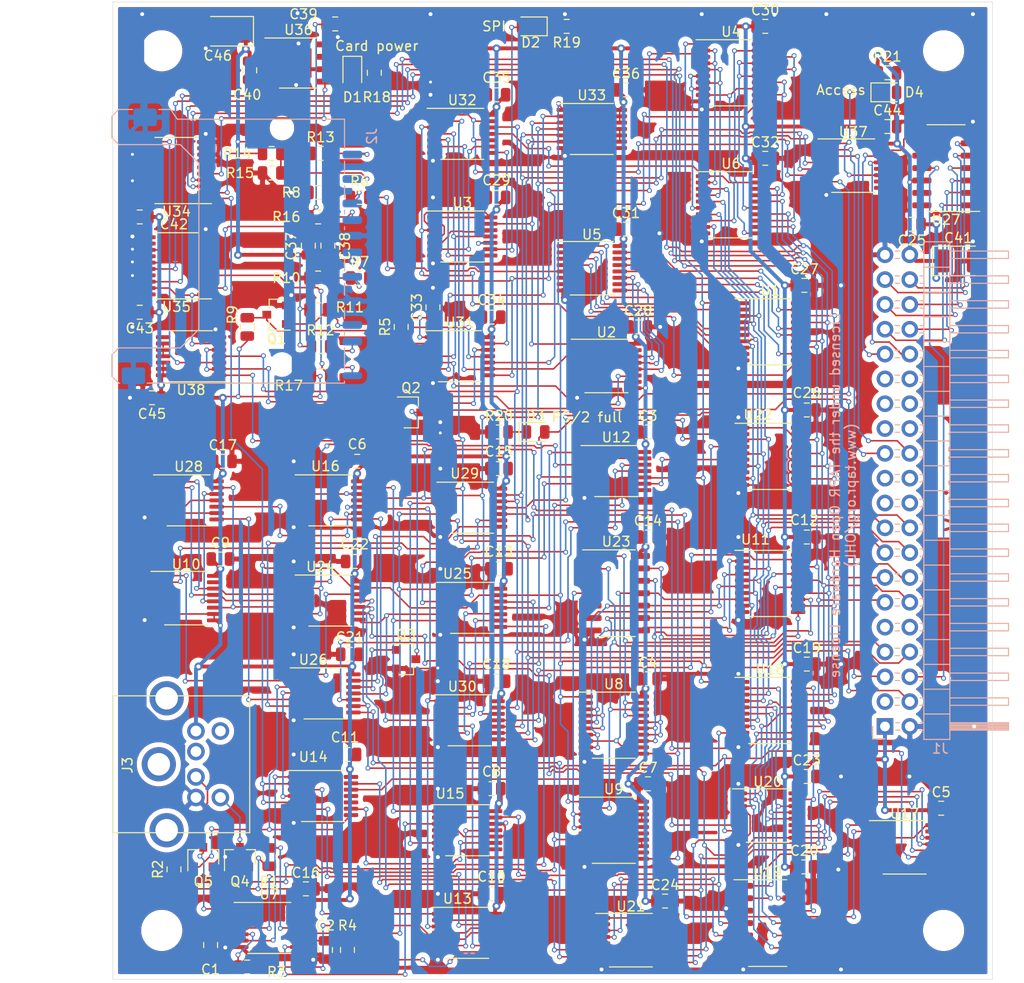
<source format=kicad_pcb>
(kicad_pcb (version 20171130) (host pcbnew "(5.1.6-0-10_14)")
  (title_block (title "Various IO module") (date 2021-02-09) (rev 1) (comment 1 "Licensed under the TAPR Open Hardware License (www.tapr.org/OHL)"))
  (layers (0 F.Cu signal) (31 B.Cu signal) (34 B.Paste user) (35 F.Paste user) (36 B.SilkS user) (37 F.SilkS user) (38 B.Mask user) (39 F.Mask user) (44 Edge.Cuts user))
  (net 0 "")
  (net 1 GND)
  (net 2 "Net-(C1-Pad1)")
  (net 3 "Net-(C2-Pad1)")
  (net 4 VCC)
  (net 5 "Net-(C33-Pad1)")
  (net 6 +3V3)
  (net 7 "Net-(C40-Pad2)")
  (net 8 /en_3v3)
  (net 9 "Net-(D1-Pad1)")
  (net 10 /SPI/clk_ena)
  (net 11 "Net-(D2-Pad1)")
  (net 12 /ps2/has_data)
  (net 13 "Net-(D3-Pad1)")
  (net 14 "Net-(D4-Pad2)")
  (net 15 "Net-(D4-Pad1)")
  (net 16 /a15)
  (net 17 /a14)
  (net 18 /a13)
  (net 19 /a12)
  (net 20 /a11)
  (net 21 /a10)
  (net 22 /a9)
  (net 23 /a8)
  (net 24 /a1)
  (net 25 /a0)
  (net 26 /d7)
  (net 27 /d6)
  (net 28 /d5)
  (net 29 /d4)
  (net 30 /d3)
  (net 31 /d2)
  (net 32 /d1)
  (net 33 /d0)
  (net 34 /~we)
  (net 35 /~oe)
  (net 36 /ena)
  (net 37 rdy)
  (net 38 ~rst)
  (net 39 /write_protect)
  (net 40 "Net-(J2-Pad8)")
  (net 41 "Net-(J2-Pad7)")
  (net 42 "Net-(J2-Pad5)")
  (net 43 /~card_detect)
  (net 44 "Net-(J2-Pad2)")
  (net 45 /~card_cs_3v3)
  (net 46 "Net-(J2-Pad9)")
  (net 47 /ps2/ps2_clk)
  (net 48 /ps2/ps2_data)
  (net 49 /~miso)
  (net 50 /SPI/~rdy_out)
  (net 51 /ps2/~rdy)
  (net 52 /ps2/~clk_out)
  (net 53 /ps2/~data_out)
  (net 54 /ps2/send_req)
  (net 55 /ps2/send_clk_out)
  (net 56 /SPI/int_clk)
  (net 57 /SPI/mosi)
  (net 58 /SPI/clk)
  (net 59 /~card_cs)
  (net 60 /SPI/reg_send_q7)
  (net 61 /SPI/reg_send_q6)
  (net 62 /SPI/reg_send_q5)
  (net 63 /SPI/reg_send_q4)
  (net 64 /SPI/reg_send_cp)
  (net 65 /SPI/reg_send_q3)
  (net 66 /SPI/reg_send_q2)
  (net 67 /SPI/reg_send_q1)
  (net 68 /SPI/reg_send_q0)
  (net 69 /SPI/count0)
  (net 70 /SPI/count1)
  (net 71 /SPI/count2)
  (net 72 /SPI/count3)
  (net 73 /SPI/~clk)
  (net 74 /SPI/~int_rst)
  (net 75 /SPI/~rdy_int)
  (net 76 /SPI/~int_clk)
  (net 77 /SPI/~clk_ena)
  (net 78 /SPI/rdy_int)
  (net 79 /SPI/reg_recv_q7)
  (net 80 /SPI/reg_recv_q6)
  (net 81 /SPI/reg_recv_q5)
  (net 82 /SPI/reg_recv_q4)
  (net 83 /SPI/reg_recv_q3)
  (net 84 /SPI/reg_recv_q2)
  (net 85 /SPI/reg_recv_q1)
  (net 86 /SPI/reg_recv_q0)
  (net 87 /SPI/miso)
  (net 88 /SPI/~oe_to_d)
  (net 89 /ps2/recv_clk)
  (net 90 /ps2/send_clk_ena_clk)
  (net 91 "Net-(U14-Pad1)")
  (net 92 /ps2/data_in)
  (net 93 /ps2/~data_in)
  (net 94 /ps2/recv_byte6)
  (net 95 /ps2/recv_byte7)
  (net 96 /ps2/recv_byte5)
  (net 97 /ps2/recv_byte4)
  (net 98 /ps2/recv_byte3)
  (net 99 /ps2/recv_shift_clk)
  (net 100 /ps2/recv_byte2)
  (net 101 /ps2/recv_byte1)
  (net 102 /ps2/recv_byte0)
  (net 103 /ps2/recv_reg_q10)
  (net 104 /ps2/recv_par)
  (net 105 /ps2/recv_cnt0)
  (net 106 /ps2/recv_cnt1)
  (net 107 /ps2/recv_cnt2)
  (net 108 /ps2/recv_cnt3)
  (net 109 /ps2/~cnt_recv_rst)
  (net 110 /ps2/~data_oe)
  (net 111 /ps2/send_ack_clk)
  (net 112 /ps2/send_ack)
  (net 113 /ps2/recv_clk_out)
  (net 114 /ps2/recv_full_clk)
  (net 115 /ps2/~recv_rst)
  (net 116 /ps2/~send_rst)
  (net 117 /ps2/~send_clk_ena)
  (net 118 /ps2/~send_req)
  (net 119 /ps2/send_ena)
  (net 120 /ps2/~send_req_rst)
  (net 121 /ps2/~send_data_out_hi)
  (net 122 /ps2/~send_data_out_lo)
  (net 123 /ps2/~send_data_out)
  (net 124 /ps2/data_out_ena)
  (net 125 /ps2/~send_clk_out_rst)
  (net 126 /ps2/data_out)
  (net 127 /ps2/~send_clk_out)
  (net 128 /ps2/send_ena_clk)
  (net 129 /ps2/~send_ena)
  (net 130 /ps2/send_cnt0)
  (net 131 /ps2/send_cnt1)
  (net 132 /ps2/send_cnt2)
  (net 133 /ps2/send_cnt3)
  (net 134 /ps2/~send_clk)
  (net 135 /ps2/send_data8)
  (net 136 /ps2/send_data7)
  (net 137 /ps2/send_data6)
  (net 138 /ps2/send_data5)
  (net 139 /ps2/send_data4)
  (net 140 /ps2/send_data3)
  (net 141 /ps2/send_data2)
  (net 142 /ps2/send_data1)
  (net 143 "Net-(U19-Pad5)")
  (net 144 /ps2/~send_cnt3)
  (net 145 /ps2/~status_oe)
  (net 146 /ps2/recv_valid)
  (net 147 /ps2/cnt_recv_rst)
  (net 148 /ps2/~send_ovf)
  (net 149 /ps2/~status_we)
  (net 150 "Net-(U25-Pad10)")
  (net 151 "Net-(U25-Pad9)")
  (net 152 /ps2/common_rdy)
  (net 153 /ps2/~common_rdy)
  (net 154 "Net-(U27-Pad8)")
  (net 155 "Net-(U28-Pad11)")
  (net 156 /ps2/~recv_rdy)
  (net 157 "Net-(U28-Pad3)")
  (net 158 /~ps2_status_sel)
  (net 159 /ps2/~sel)
  (net 160 /~ps2_data_sel)
  (net 161 /SPI/rdy_out)
  (net 162 /SPI/~count3)
  (net 163 /~spi_data_sel)
  (net 164 "Net-(U33-Pad10)")
  (net 165 /card_ctl_clk)
  (net 166 /~card_status_oe)
  (net 167 /~spi_ctrl_sel)
  (net 168 "Net-(U38-Pad10)")
  (net 169 /ps2/rdy_out)
  (module Package_SO:TSSOP-14_4.4x5mm_P0.65mm (layer F.Cu) (at 108 86.25 180)
    (fp_text reference U38 (at 0 -3.45) (layer F.SilkS))
    (fp_text value SN74HC32PWR)
    (pad 14 smd roundrect (at 2.8625 -1.95 180) (size 1.475 0.4) (layers F.Cu F.Paste F.Mask) (net 4 VCC))
    (pad 13 smd roundrect (at 2.8625 -1.3 180) (size 1.475 0.4) (layers F.Cu F.Paste F.Mask) (net 4 VCC))
    (pad 12 smd roundrect (at 2.8625 -0.65 180) (size 1.475 0.4) (layers F.Cu F.Paste F.Mask) (net 4 VCC))
    (pad 11 smd roundrect (at 2.8625 0 180) (size 1.475 0.4) (layers F.Cu F.Paste F.Mask) (net 168 "Net-(U38-Pad10)"))
    (pad 10 smd roundrect (at 2.8625 0.65 180) (size 1.475 0.4) (layers F.Cu F.Paste F.Mask) (net 168 "Net-(U38-Pad10)"))
    (pad 9 smd roundrect (at 2.8625 1.3 180) (size 1.475 0.4) (layers F.Cu F.Paste F.Mask) (net 168 "Net-(U38-Pad10)"))
    (pad 8 smd roundrect (at 2.8625 1.95 180) (size 1.475 0.4) (layers F.Cu F.Paste F.Mask))
    (pad 7 smd roundrect (at -2.8625 1.95 180) (size 1.475 0.4) (layers F.Cu F.Paste F.Mask) (net 1 GND))
    (pad 6 smd roundrect (at -2.8625 1.3 180) (size 1.475 0.4) (layers F.Cu F.Paste F.Mask) (net 166 /~card_status_oe))
    (pad 5 smd roundrect (at -2.8625 0.65 180) (size 1.475 0.4) (layers F.Cu F.Paste F.Mask) (net 167 /~spi_ctrl_sel))
    (pad 4 smd roundrect (at -2.8625 0 180) (size 1.475 0.4) (layers F.Cu F.Paste F.Mask) (net 35 /~oe))
    (pad 3 smd roundrect (at -2.8625 -0.65 180) (size 1.475 0.4) (layers F.Cu F.Paste F.Mask) (net 165 /card_ctl_clk))
    (pad 2 smd roundrect (at -2.8625 -1.3 180) (size 1.475 0.4) (layers F.Cu F.Paste F.Mask) (net 167 /~spi_ctrl_sel))
    (pad 1 smd roundrect (at -2.8625 -1.95 180) (size 1.475 0.4) (layers F.Cu F.Paste F.Mask) (net 34 /~we))
  )
  (module Package_SO:TSSOP-16_4.4x5mm_P0.65mm (layer F.Cu) (at 175.75 66.75)
    (fp_text reference U37 (at 0 -3.45) (layer F.SilkS))
    (fp_text value SN74HC139PW)
    (pad 16 smd roundrect (at 2.8625 -2.275) (size 1.475 0.4) (layers F.Cu F.Paste F.Mask) (net 4 VCC))
    (pad 15 smd roundrect (at 2.8625 -1.625) (size 1.475 0.4) (layers F.Cu F.Paste F.Mask) (net 154 "Net-(U27-Pad8)"))
    (pad 14 smd roundrect (at 2.8625 -0.975) (size 1.475 0.4) (layers F.Cu F.Paste F.Mask) (net 23 /a8))
    (pad 13 smd roundrect (at 2.8625 -0.325) (size 1.475 0.4) (layers F.Cu F.Paste F.Mask) (net 22 /a9))
    (pad 12 smd roundrect (at 2.8625 0.325) (size 1.475 0.4) (layers F.Cu F.Paste F.Mask))
    (pad 11 smd roundrect (at 2.8625 0.975) (size 1.475 0.4) (layers F.Cu F.Paste F.Mask) (net 15 "Net-(D4-Pad1)"))
    (pad 10 smd roundrect (at 2.8625 1.625) (size 1.475 0.4) (layers F.Cu F.Paste F.Mask))
    (pad 9 smd roundrect (at 2.8625 2.275) (size 1.475 0.4) (layers F.Cu F.Paste F.Mask))
    (pad 8 smd roundrect (at -2.8625 2.275) (size 1.475 0.4) (layers F.Cu F.Paste F.Mask) (net 1 GND))
    (pad 7 smd roundrect (at -2.8625 1.625) (size 1.475 0.4) (layers F.Cu F.Paste F.Mask) (net 167 /~spi_ctrl_sel))
    (pad 6 smd roundrect (at -2.8625 0.975) (size 1.475 0.4) (layers F.Cu F.Paste F.Mask) (net 163 /~spi_data_sel))
    (pad 5 smd roundrect (at -2.8625 0.325) (size 1.475 0.4) (layers F.Cu F.Paste F.Mask) (net 158 /~ps2_status_sel))
    (pad 4 smd roundrect (at -2.8625 -0.325) (size 1.475 0.4) (layers F.Cu F.Paste F.Mask) (net 160 /~ps2_data_sel))
    (pad 3 smd roundrect (at -2.8625 -0.975) (size 1.475 0.4) (layers F.Cu F.Paste F.Mask) (net 24 /a1))
    (pad 2 smd roundrect (at -2.8625 -1.625) (size 1.475 0.4) (layers F.Cu F.Paste F.Mask) (net 25 /a0))
    (pad 1 smd roundrect (at -2.8625 -2.275) (size 1.475 0.4) (layers F.Cu F.Paste F.Mask) (net 15 "Net-(D4-Pad1)"))
  )
  (module Package_SO:Infineon_PG-DSO-8-27_3.9x4.9mm_EP2.65x3mm (layer F.Cu) (at 119 56.25)
    (fp_text reference U36 (at 0 -3.4) (layer F.SilkS))
    (fp_text value IFX54441EJV33)
    (pad 9 smd rect (at 0 0) (size 2.65 3) (layers F.Cu F.Mask) (net 1 GND))
    (pad 8 smd roundrect (at 2.625 -1.905) (size 1.65 0.6) (layers F.Cu F.Paste F.Mask) (net 4 VCC))
    (pad 7 smd roundrect (at 2.625 -0.635) (size 1.65 0.6) (layers F.Cu F.Paste F.Mask))
    (pad 6 smd roundrect (at 2.625 0.635) (size 1.65 0.6) (layers F.Cu F.Paste F.Mask) (net 1 GND))
    (pad 5 smd roundrect (at 2.625 1.905) (size 1.65 0.6) (layers F.Cu F.Paste F.Mask) (net 8 /en_3v3))
    (pad 4 smd roundrect (at -2.625 1.905) (size 1.65 0.6) (layers F.Cu F.Paste F.Mask) (net 7 "Net-(C40-Pad2)"))
    (pad 3 smd roundrect (at -2.625 0.635) (size 1.65 0.6) (layers F.Cu F.Paste F.Mask))
    (pad 2 smd roundrect (at -2.625 -0.635) (size 1.65 0.6) (layers F.Cu F.Paste F.Mask) (net 6 +3V3))
    (pad 1 smd roundrect (at -2.625 -1.905) (size 1.65 0.6) (layers F.Cu F.Paste F.Mask) (net 6 +3V3))
  )
  (module Package_SO:TSSOP-20_4.4x6.5mm_P0.65mm (layer F.Cu) (at 106.5 77 180)
    (fp_text reference U35 (at 0 -4.2) (layer F.SilkS))
    (fp_text value MC74HC244ADT)
    (pad 20 smd roundrect (at 2.8625 -2.925 180) (size 1.475 0.4) (layers F.Cu F.Paste F.Mask) (net 4 VCC))
    (pad 19 smd roundrect (at 2.8625 -2.275 180) (size 1.475 0.4) (layers F.Cu F.Paste F.Mask) (net 166 /~card_status_oe))
    (pad 18 smd roundrect (at 2.8625 -1.625 180) (size 1.475 0.4) (layers F.Cu F.Paste F.Mask) (net 33 /d0))
    (pad 17 smd roundrect (at 2.8625 -0.975 180) (size 1.475 0.4) (layers F.Cu F.Paste F.Mask) (net 1 GND))
    (pad 16 smd roundrect (at 2.8625 -0.325 180) (size 1.475 0.4) (layers F.Cu F.Paste F.Mask) (net 32 /d1))
    (pad 15 smd roundrect (at 2.8625 0.325 180) (size 1.475 0.4) (layers F.Cu F.Paste F.Mask) (net 1 GND))
    (pad 14 smd roundrect (at 2.8625 0.975 180) (size 1.475 0.4) (layers F.Cu F.Paste F.Mask))
    (pad 13 smd roundrect (at 2.8625 1.625 180) (size 1.475 0.4) (layers F.Cu F.Paste F.Mask) (net 1 GND))
    (pad 12 smd roundrect (at 2.8625 2.275 180) (size 1.475 0.4) (layers F.Cu F.Paste F.Mask))
    (pad 11 smd roundrect (at 2.8625 2.925 180) (size 1.475 0.4) (layers F.Cu F.Paste F.Mask) (net 1 GND))
    (pad 10 smd roundrect (at -2.8625 2.925 180) (size 1.475 0.4) (layers F.Cu F.Paste F.Mask) (net 1 GND))
    (pad 9 smd roundrect (at -2.8625 2.275 180) (size 1.475 0.4) (layers F.Cu F.Paste F.Mask))
    (pad 8 smd roundrect (at -2.8625 1.625 180) (size 1.475 0.4) (layers F.Cu F.Paste F.Mask) (net 1 GND))
    (pad 7 smd roundrect (at -2.8625 0.975 180) (size 1.475 0.4) (layers F.Cu F.Paste F.Mask))
    (pad 6 smd roundrect (at -2.8625 0.325 180) (size 1.475 0.4) (layers F.Cu F.Paste F.Mask) (net 1 GND))
    (pad 5 smd roundrect (at -2.8625 -0.325 180) (size 1.475 0.4) (layers F.Cu F.Paste F.Mask))
    (pad 4 smd roundrect (at -2.8625 -0.975 180) (size 1.475 0.4) (layers F.Cu F.Paste F.Mask) (net 39 /write_protect))
    (pad 3 smd roundrect (at -2.8625 -1.625 180) (size 1.475 0.4) (layers F.Cu F.Paste F.Mask))
    (pad 2 smd roundrect (at -2.8625 -2.275 180) (size 1.475 0.4) (layers F.Cu F.Paste F.Mask) (net 43 /~card_detect))
    (pad 1 smd roundrect (at -2.8625 -2.925 180) (size 1.475 0.4) (layers F.Cu F.Paste F.Mask) (net 166 /~card_status_oe))
  )
  (module Package_SO:TSSOP-20_4.4x6.5mm_P0.65mm (layer F.Cu) (at 106.5 67.25 180)
    (fp_text reference U34 (at 0 -4.2) (layer F.SilkS))
    (fp_text value 74HC273PW)
    (pad 20 smd roundrect (at 2.8625 -2.925 180) (size 1.475 0.4) (layers F.Cu F.Paste F.Mask) (net 4 VCC))
    (pad 19 smd roundrect (at 2.8625 -2.275 180) (size 1.475 0.4) (layers F.Cu F.Paste F.Mask))
    (pad 18 smd roundrect (at 2.8625 -1.625 180) (size 1.475 0.4) (layers F.Cu F.Paste F.Mask) (net 1 GND))
    (pad 17 smd roundrect (at 2.8625 -0.975 180) (size 1.475 0.4) (layers F.Cu F.Paste F.Mask) (net 1 GND))
    (pad 16 smd roundrect (at 2.8625 -0.325 180) (size 1.475 0.4) (layers F.Cu F.Paste F.Mask))
    (pad 15 smd roundrect (at 2.8625 0.325 180) (size 1.475 0.4) (layers F.Cu F.Paste F.Mask))
    (pad 14 smd roundrect (at 2.8625 0.975 180) (size 1.475 0.4) (layers F.Cu F.Paste F.Mask) (net 1 GND))
    (pad 13 smd roundrect (at 2.8625 1.625 180) (size 1.475 0.4) (layers F.Cu F.Paste F.Mask) (net 1 GND))
    (pad 12 smd roundrect (at 2.8625 2.275 180) (size 1.475 0.4) (layers F.Cu F.Paste F.Mask))
    (pad 11 smd roundrect (at 2.8625 2.925 180) (size 1.475 0.4) (layers F.Cu F.Paste F.Mask) (net 165 /card_ctl_clk))
    (pad 10 smd roundrect (at -2.8625 2.925 180) (size 1.475 0.4) (layers F.Cu F.Paste F.Mask) (net 1 GND))
    (pad 9 smd roundrect (at -2.8625 2.275 180) (size 1.475 0.4) (layers F.Cu F.Paste F.Mask))
    (pad 8 smd roundrect (at -2.8625 1.625 180) (size 1.475 0.4) (layers F.Cu F.Paste F.Mask) (net 1 GND))
    (pad 7 smd roundrect (at -2.8625 0.975 180) (size 1.475 0.4) (layers F.Cu F.Paste F.Mask) (net 1 GND))
    (pad 6 smd roundrect (at -2.8625 0.325 180) (size 1.475 0.4) (layers F.Cu F.Paste F.Mask))
    (pad 5 smd roundrect (at -2.8625 -0.325 180) (size 1.475 0.4) (layers F.Cu F.Paste F.Mask) (net 8 /en_3v3))
    (pad 4 smd roundrect (at -2.8625 -0.975 180) (size 1.475 0.4) (layers F.Cu F.Paste F.Mask) (net 30 /d3))
    (pad 3 smd roundrect (at -2.8625 -1.625 180) (size 1.475 0.4) (layers F.Cu F.Paste F.Mask) (net 31 /d2))
    (pad 2 smd roundrect (at -2.8625 -2.275 180) (size 1.475 0.4) (layers F.Cu F.Paste F.Mask) (net 59 /~card_cs))
    (pad 1 smd roundrect (at -2.8625 -2.925 180) (size 1.475 0.4) (layers F.Cu F.Paste F.Mask) (net 38 ~rst))
  )
  (module Package_SO:TSSOP-14_4.4x5mm_P0.65mm (layer F.Cu) (at 149 63)
    (fp_text reference U33 (at 0 -3.45) (layer F.SilkS))
    (fp_text value 74HC08PW)
    (pad 14 smd roundrect (at 2.8625 -1.95) (size 1.475 0.4) (layers F.Cu F.Paste F.Mask) (net 4 VCC))
    (pad 13 smd roundrect (at 2.8625 -1.3) (size 1.475 0.4) (layers F.Cu F.Paste F.Mask) (net 4 VCC))
    (pad 12 smd roundrect (at 2.8625 -0.65) (size 1.475 0.4) (layers F.Cu F.Paste F.Mask) (net 4 VCC))
    (pad 11 smd roundrect (at 2.8625 0) (size 1.475 0.4) (layers F.Cu F.Paste F.Mask) (net 164 "Net-(U33-Pad10)"))
    (pad 10 smd roundrect (at 2.8625 0.65) (size 1.475 0.4) (layers F.Cu F.Paste F.Mask) (net 164 "Net-(U33-Pad10)"))
    (pad 9 smd roundrect (at 2.8625 1.3) (size 1.475 0.4) (layers F.Cu F.Paste F.Mask) (net 164 "Net-(U33-Pad10)"))
    (pad 8 smd roundrect (at 2.8625 1.95) (size 1.475 0.4) (layers F.Cu F.Paste F.Mask))
    (pad 7 smd roundrect (at -2.8625 1.95) (size 1.475 0.4) (layers F.Cu F.Paste F.Mask) (net 1 GND))
    (pad 6 smd roundrect (at -2.8625 1.3) (size 1.475 0.4) (layers F.Cu F.Paste F.Mask) (net 159 /ps2/~sel))
    (pad 5 smd roundrect (at -2.8625 0.65) (size 1.475 0.4) (layers F.Cu F.Paste F.Mask) (net 158 /~ps2_status_sel))
    (pad 4 smd roundrect (at -2.8625 0) (size 1.475 0.4) (layers F.Cu F.Paste F.Mask) (net 160 /~ps2_data_sel))
    (pad 3 smd roundrect (at -2.8625 -0.65) (size 1.475 0.4) (layers F.Cu F.Paste F.Mask) (net 74 /SPI/~int_rst))
    (pad 2 smd roundrect (at -2.8625 -1.3) (size 1.475 0.4) (layers F.Cu F.Paste F.Mask) (net 162 /SPI/~count3))
    (pad 1 smd roundrect (at -2.8625 -1.95) (size 1.475 0.4) (layers F.Cu F.Paste F.Mask) (net 38 ~rst))
  )
  (module Package_SO:TSSOP-14_4.4x5mm_P0.65mm (layer F.Cu) (at 135.75 63.5)
    (fp_text reference U32 (at 0 -3.45) (layer F.SilkS))
    (fp_text value SN74HC32PWR)
    (pad 14 smd roundrect (at 2.8625 -1.95) (size 1.475 0.4) (layers F.Cu F.Paste F.Mask) (net 4 VCC))
    (pad 13 smd roundrect (at 2.8625 -1.3) (size 1.475 0.4) (layers F.Cu F.Paste F.Mask) (net 163 /~spi_data_sel))
    (pad 12 smd roundrect (at 2.8625 -0.65) (size 1.475 0.4) (layers F.Cu F.Paste F.Mask) (net 35 /~oe))
    (pad 11 smd roundrect (at 2.8625 0) (size 1.475 0.4) (layers F.Cu F.Paste F.Mask) (net 88 /SPI/~oe_to_d))
    (pad 10 smd roundrect (at 2.8625 0.65) (size 1.475 0.4) (layers F.Cu F.Paste F.Mask) (net 163 /~spi_data_sel))
    (pad 9 smd roundrect (at 2.8625 1.3) (size 1.475 0.4) (layers F.Cu F.Paste F.Mask) (net 78 /SPI/rdy_int))
    (pad 8 smd roundrect (at 2.8625 1.95) (size 1.475 0.4) (layers F.Cu F.Paste F.Mask) (net 161 /SPI/rdy_out))
    (pad 7 smd roundrect (at -2.8625 1.95) (size 1.475 0.4) (layers F.Cu F.Paste F.Mask) (net 1 GND))
    (pad 6 smd roundrect (at -2.8625 1.3) (size 1.475 0.4) (layers F.Cu F.Paste F.Mask) (net 73 /SPI/~clk))
    (pad 5 smd roundrect (at -2.8625 0.65) (size 1.475 0.4) (layers F.Cu F.Paste F.Mask) (net 77 /SPI/~clk_ena))
    (pad 4 smd roundrect (at -2.8625 0) (size 1.475 0.4) (layers F.Cu F.Paste F.Mask) (net 76 /SPI/~int_clk))
    (pad 3 smd roundrect (at -2.8625 -0.65) (size 1.475 0.4) (layers F.Cu F.Paste F.Mask) (net 64 /SPI/reg_send_cp))
    (pad 2 smd roundrect (at -2.8625 -1.3) (size 1.475 0.4) (layers F.Cu F.Paste F.Mask) (net 34 /~we))
    (pad 1 smd roundrect (at -2.8625 -1.95) (size 1.475 0.4) (layers F.Cu F.Paste F.Mask) (net 163 /~spi_data_sel))
  )
  (module Package_SO:TSSOP-14_4.4x5mm_P0.65mm (layer F.Cu) (at 135.5 86.25)
    (fp_text reference U31 (at 0 -3.45) (layer F.SilkS))
    (fp_text value SN74LV14APW)
    (pad 14 smd roundrect (at 2.8625 -1.95) (size 1.475 0.4) (layers F.Cu F.Paste F.Mask) (net 4 VCC))
    (pad 13 smd roundrect (at 2.8625 -1.3) (size 1.475 0.4) (layers F.Cu F.Paste F.Mask) (net 161 /SPI/rdy_out))
    (pad 12 smd roundrect (at 2.8625 -0.65) (size 1.475 0.4) (layers F.Cu F.Paste F.Mask) (net 50 /SPI/~rdy_out))
    (pad 11 smd roundrect (at 2.8625 0) (size 1.475 0.4) (layers F.Cu F.Paste F.Mask) (net 49 /~miso))
    (pad 10 smd roundrect (at 2.8625 0.65) (size 1.475 0.4) (layers F.Cu F.Paste F.Mask) (net 87 /SPI/miso))
    (pad 9 smd roundrect (at 2.8625 1.3) (size 1.475 0.4) (layers F.Cu F.Paste F.Mask) (net 73 /SPI/~clk))
    (pad 8 smd roundrect (at 2.8625 1.95) (size 1.475 0.4) (layers F.Cu F.Paste F.Mask) (net 58 /SPI/clk))
    (pad 7 smd roundrect (at -2.8625 1.95) (size 1.475 0.4) (layers F.Cu F.Paste F.Mask) (net 1 GND))
    (pad 6 smd roundrect (at -2.8625 1.3) (size 1.475 0.4) (layers F.Cu F.Paste F.Mask) (net 162 /SPI/~count3))
    (pad 5 smd roundrect (at -2.8625 0.65) (size 1.475 0.4) (layers F.Cu F.Paste F.Mask) (net 72 /SPI/count3))
    (pad 4 smd roundrect (at -2.8625 0) (size 1.475 0.4) (layers F.Cu F.Paste F.Mask) (net 76 /SPI/~int_clk))
    (pad 3 smd roundrect (at -2.8625 -0.65) (size 1.475 0.4) (layers F.Cu F.Paste F.Mask) (net 56 /SPI/int_clk))
    (pad 2 smd roundrect (at -2.8625 -1.3) (size 1.475 0.4) (layers F.Cu F.Paste F.Mask) (net 56 /SPI/int_clk))
    (pad 1 smd roundrect (at -2.8625 -1.95) (size 1.475 0.4) (layers F.Cu F.Paste F.Mask) (net 5 "Net-(C33-Pad1)"))
  )
  (module Package_SO:TSSOP-14_4.4x5mm_P0.65mm (layer F.Cu) (at 136.5 123.5)
    (fp_text reference U30 (at -0.75 -3.45) (layer F.SilkS))
    (fp_text value SN74HC32PWR)
    (pad 14 smd roundrect (at 2.8625 -1.95) (size 1.475 0.4) (layers F.Cu F.Paste F.Mask) (net 4 VCC))
    (pad 13 smd roundrect (at 2.8625 -1.3) (size 1.475 0.4) (layers F.Cu F.Paste F.Mask) (net 35 /~oe))
    (pad 12 smd roundrect (at 2.8625 -0.65) (size 1.475 0.4) (layers F.Cu F.Paste F.Mask) (net 160 /~ps2_data_sel))
    (pad 11 smd roundrect (at 2.8625 0) (size 1.475 0.4) (layers F.Cu F.Paste F.Mask) (net 110 /ps2/~data_oe))
    (pad 10 smd roundrect (at 2.8625 0.65) (size 1.475 0.4) (layers F.Cu F.Paste F.Mask) (net 158 /~ps2_status_sel))
    (pad 9 smd roundrect (at 2.8625 1.3) (size 1.475 0.4) (layers F.Cu F.Paste F.Mask) (net 34 /~we))
    (pad 8 smd roundrect (at 2.8625 1.95) (size 1.475 0.4) (layers F.Cu F.Paste F.Mask) (net 149 /ps2/~status_we))
    (pad 7 smd roundrect (at -2.8625 1.95) (size 1.475 0.4) (layers F.Cu F.Paste F.Mask) (net 1 GND))
    (pad 6 smd roundrect (at -2.8625 1.3) (size 1.475 0.4) (layers F.Cu F.Paste F.Mask) (net 150 "Net-(U25-Pad10)"))
    (pad 5 smd roundrect (at -2.8625 0.65) (size 1.475 0.4) (layers F.Cu F.Paste F.Mask) (net 127 /ps2/~send_clk_out))
    (pad 4 smd roundrect (at -2.8625 0) (size 1.475 0.4) (layers F.Cu F.Paste F.Mask) (net 129 /ps2/~send_ena))
    (pad 3 smd roundrect (at -2.8625 -0.65) (size 1.475 0.4) (layers F.Cu F.Paste F.Mask) (net 151 "Net-(U25-Pad9)"))
    (pad 2 smd roundrect (at -2.8625 -1.3) (size 1.475 0.4) (layers F.Cu F.Paste F.Mask) (net 12 /ps2/has_data))
    (pad 1 smd roundrect (at -2.8625 -1.95) (size 1.475 0.4) (layers F.Cu F.Paste F.Mask) (net 119 /ps2/send_ena))
  )
  (module Package_SO:TSSOP-14_4.4x5mm_P0.65mm (layer F.Cu) (at 136.75 101.75)
    (fp_text reference U29 (at -0.75 -3.5) (layer F.SilkS))
    (fp_text value SN74HC32PWR)
    (pad 14 smd roundrect (at 2.8625 -1.95) (size 1.475 0.4) (layers F.Cu F.Paste F.Mask) (net 4 VCC))
    (pad 13 smd roundrect (at 2.8625 -1.3) (size 1.475 0.4) (layers F.Cu F.Paste F.Mask) (net 158 /~ps2_status_sel))
    (pad 12 smd roundrect (at 2.8625 -0.65) (size 1.475 0.4) (layers F.Cu F.Paste F.Mask) (net 35 /~oe))
    (pad 11 smd roundrect (at 2.8625 0) (size 1.475 0.4) (layers F.Cu F.Paste F.Mask) (net 145 /ps2/~status_oe))
    (pad 10 smd roundrect (at 2.8625 0.65) (size 1.475 0.4) (layers F.Cu F.Paste F.Mask) (net 159 /ps2/~sel))
    (pad 9 smd roundrect (at 2.8625 1.3) (size 1.475 0.4) (layers F.Cu F.Paste F.Mask) (net 152 /ps2/common_rdy))
    (pad 8 smd roundrect (at 2.8625 1.95) (size 1.475 0.4) (layers F.Cu F.Paste F.Mask) (net 169 /ps2/rdy_out))
    (pad 7 smd roundrect (at -2.8625 1.95) (size 1.475 0.4) (layers F.Cu F.Paste F.Mask) (net 1 GND))
    (pad 6 smd roundrect (at -2.8625 1.3) (size 1.475 0.4) (layers F.Cu F.Paste F.Mask) (net 134 /ps2/~send_clk))
    (pad 5 smd roundrect (at -2.8625 0.65) (size 1.475 0.4) (layers F.Cu F.Paste F.Mask) (net 89 /ps2/recv_clk))
    (pad 4 smd roundrect (at -2.8625 0) (size 1.475 0.4) (layers F.Cu F.Paste F.Mask) (net 117 /ps2/~send_clk_ena))
    (pad 3 smd roundrect (at -2.8625 -0.65) (size 1.475 0.4) (layers F.Cu F.Paste F.Mask) (net 128 /ps2/send_ena_clk))
    (pad 2 smd roundrect (at -2.8625 -1.3) (size 1.475 0.4) (layers F.Cu F.Paste F.Mask) (net 160 /~ps2_data_sel))
    (pad 1 smd roundrect (at -2.8625 -1.95) (size 1.475 0.4) (layers F.Cu F.Paste F.Mask) (net 34 /~we))
  )
  (module Package_SO:TSSOP-14_4.4x5mm_P0.65mm (layer F.Cu) (at 107.75 101)
    (fp_text reference U28 (at 0 -3.45) (layer F.SilkS))
    (fp_text value SN74HC32PWR)
    (pad 14 smd roundrect (at 2.8625 -1.95) (size 1.475 0.4) (layers F.Cu F.Paste F.Mask) (net 4 VCC))
    (pad 13 smd roundrect (at 2.8625 -1.3) (size 1.475 0.4) (layers F.Cu F.Paste F.Mask) (net 108 /ps2/recv_cnt3))
    (pad 12 smd roundrect (at 2.8625 -0.65) (size 1.475 0.4) (layers F.Cu F.Paste F.Mask) (net 107 /ps2/recv_cnt2))
    (pad 11 smd roundrect (at 2.8625 0) (size 1.475 0.4) (layers F.Cu F.Paste F.Mask) (net 155 "Net-(U28-Pad11)"))
    (pad 10 smd roundrect (at 2.8625 0.65) (size 1.475 0.4) (layers F.Cu F.Paste F.Mask) (net 119 /ps2/send_ena))
    (pad 9 smd roundrect (at 2.8625 1.3) (size 1.475 0.4) (layers F.Cu F.Paste F.Mask) (net 156 /ps2/~recv_rdy))
    (pad 8 smd roundrect (at 2.8625 1.95) (size 1.475 0.4) (layers F.Cu F.Paste F.Mask) (net 153 /ps2/~common_rdy))
    (pad 7 smd roundrect (at -2.8625 1.95) (size 1.475 0.4) (layers F.Cu F.Paste F.Mask) (net 1 GND))
    (pad 6 smd roundrect (at -2.8625 1.3) (size 1.475 0.4) (layers F.Cu F.Paste F.Mask) (net 156 /ps2/~recv_rdy))
    (pad 5 smd roundrect (at -2.8625 0.65) (size 1.475 0.4) (layers F.Cu F.Paste F.Mask) (net 155 "Net-(U28-Pad11)"))
    (pad 4 smd roundrect (at -2.8625 0) (size 1.475 0.4) (layers F.Cu F.Paste F.Mask) (net 157 "Net-(U28-Pad3)"))
    (pad 3 smd roundrect (at -2.8625 -0.65) (size 1.475 0.4) (layers F.Cu F.Paste F.Mask) (net 157 "Net-(U28-Pad3)"))
    (pad 2 smd roundrect (at -2.8625 -1.3) (size 1.475 0.4) (layers F.Cu F.Paste F.Mask) (net 106 /ps2/recv_cnt1))
    (pad 1 smd roundrect (at -2.8625 -1.95) (size 1.475 0.4) (layers F.Cu F.Paste F.Mask) (net 105 /ps2/recv_cnt0))
  )
  (module Package_SO:SOIC-14_3.9x8.7mm_P1.27mm (layer F.Cu) (at 185.25 67 180)
    (fp_text reference U27 (at 0 -5.28) (layer F.SilkS))
    (fp_text value 74HC30D)
    (pad 14 smd roundrect (at 2.475 -3.81 180) (size 1.95 0.6) (layers F.Cu F.Paste F.Mask) (net 4 VCC))
    (pad 13 smd roundrect (at 2.475 -2.54 180) (size 1.95 0.6) (layers F.Cu F.Paste F.Mask))
    (pad 12 smd roundrect (at 2.475 -1.27 180) (size 1.95 0.6) (layers F.Cu F.Paste F.Mask) (net 4 VCC))
    (pad 11 smd roundrect (at 2.475 0 180) (size 1.95 0.6) (layers F.Cu F.Paste F.Mask) (net 36 /ena))
    (pad 10 smd roundrect (at 2.475 1.27 180) (size 1.95 0.6) (layers F.Cu F.Paste F.Mask))
    (pad 9 smd roundrect (at 2.475 2.54 180) (size 1.95 0.6) (layers F.Cu F.Paste F.Mask))
    (pad 8 smd roundrect (at 2.475 3.81 180) (size 1.95 0.6) (layers F.Cu F.Paste F.Mask) (net 154 "Net-(U27-Pad8)"))
    (pad 7 smd roundrect (at -2.475 3.81 180) (size 1.95 0.6) (layers F.Cu F.Paste F.Mask) (net 1 GND))
    (pad 6 smd roundrect (at -2.475 2.54 180) (size 1.95 0.6) (layers F.Cu F.Paste F.Mask) (net 16 /a15))
    (pad 5 smd roundrect (at -2.475 1.27 180) (size 1.95 0.6) (layers F.Cu F.Paste F.Mask) (net 17 /a14))
    (pad 4 smd roundrect (at -2.475 0 180) (size 1.95 0.6) (layers F.Cu F.Paste F.Mask) (net 18 /a13))
    (pad 3 smd roundrect (at -2.475 -1.27 180) (size 1.95 0.6) (layers F.Cu F.Paste F.Mask) (net 19 /a12))
    (pad 2 smd roundrect (at -2.475 -2.54 180) (size 1.95 0.6) (layers F.Cu F.Paste F.Mask) (net 20 /a11))
    (pad 1 smd roundrect (at -2.475 -3.81 180) (size 1.95 0.6) (layers F.Cu F.Paste F.Mask) (net 21 /a10))
  )
  (module Package_SO:TSSOP-14_4.4x5mm_P0.65mm (layer F.Cu) (at 121.75 120.75)
    (fp_text reference U26 (at -1.25 -3.45) (layer F.SilkS))
    (fp_text value 74HC04PW)
    (pad 14 smd roundrect (at 2.8625 -1.95) (size 1.475 0.4) (layers F.Cu F.Paste F.Mask) (net 4 VCC))
    (pad 13 smd roundrect (at 2.8625 -1.3) (size 1.475 0.4) (layers F.Cu F.Paste F.Mask) (net 169 /ps2/rdy_out))
    (pad 12 smd roundrect (at 2.8625 -0.65) (size 1.475 0.4) (layers F.Cu F.Paste F.Mask) (net 51 /ps2/~rdy))
    (pad 11 smd roundrect (at 2.8625 0) (size 1.475 0.4) (layers F.Cu F.Paste F.Mask) (net 148 /ps2/~send_ovf))
    (pad 10 smd roundrect (at 2.8625 0.65) (size 1.475 0.4) (layers F.Cu F.Paste F.Mask) (net 111 /ps2/send_ack_clk))
    (pad 9 smd roundrect (at 2.8625 1.3) (size 1.475 0.4) (layers F.Cu F.Paste F.Mask) (net 133 /ps2/send_cnt3))
    (pad 8 smd roundrect (at 2.8625 1.95) (size 1.475 0.4) (layers F.Cu F.Paste F.Mask) (net 144 /ps2/~send_cnt3))
    (pad 7 smd roundrect (at -2.8625 1.95) (size 1.475 0.4) (layers F.Cu F.Paste F.Mask) (net 1 GND))
    (pad 6 smd roundrect (at -2.8625 1.3) (size 1.475 0.4) (layers F.Cu F.Paste F.Mask) (net 152 /ps2/common_rdy))
    (pad 5 smd roundrect (at -2.8625 0.65) (size 1.475 0.4) (layers F.Cu F.Paste F.Mask) (net 153 /ps2/~common_rdy))
    (pad 4 smd roundrect (at -2.8625 0) (size 1.475 0.4) (layers F.Cu F.Paste F.Mask) (net 126 /ps2/data_out))
    (pad 3 smd roundrect (at -2.8625 -0.65) (size 1.475 0.4) (layers F.Cu F.Paste F.Mask) (net 53 /ps2/~data_out))
    (pad 2 smd roundrect (at -2.8625 -1.3) (size 1.475 0.4) (layers F.Cu F.Paste F.Mask) (net 109 /ps2/~cnt_recv_rst))
    (pad 1 smd roundrect (at -2.8625 -1.95) (size 1.475 0.4) (layers F.Cu F.Paste F.Mask) (net 147 /ps2/cnt_recv_rst))
  )
  (module Package_SO:TSSOP-14_4.4x5mm_P0.65mm (layer F.Cu) (at 136.75 112)
    (fp_text reference U25 (at -1.5 -3.5) (layer F.SilkS))
    (fp_text value 74HC08PW)
    (pad 14 smd roundrect (at 2.8625 -1.95) (size 1.475 0.4) (layers F.Cu F.Paste F.Mask) (net 4 VCC))
    (pad 13 smd roundrect (at 2.8625 -1.3) (size 1.475 0.4) (layers F.Cu F.Paste F.Mask) (net 38 ~rst))
    (pad 12 smd roundrect (at 2.8625 -0.65) (size 1.475 0.4) (layers F.Cu F.Paste F.Mask) (net 149 /ps2/~status_we))
    (pad 11 smd roundrect (at 2.8625 0) (size 1.475 0.4) (layers F.Cu F.Paste F.Mask) (net 115 /ps2/~recv_rst))
    (pad 10 smd roundrect (at 2.8625 0.65) (size 1.475 0.4) (layers F.Cu F.Paste F.Mask) (net 150 "Net-(U25-Pad10)"))
    (pad 9 smd roundrect (at 2.8625 1.3) (size 1.475 0.4) (layers F.Cu F.Paste F.Mask) (net 151 "Net-(U25-Pad9)"))
    (pad 8 smd roundrect (at 2.8625 1.95) (size 1.475 0.4) (layers F.Cu F.Paste F.Mask) (net 52 /ps2/~clk_out))
    (pad 7 smd roundrect (at -2.8625 1.95) (size 1.475 0.4) (layers F.Cu F.Paste F.Mask) (net 1 GND))
    (pad 6 smd roundrect (at -2.8625 1.3) (size 1.475 0.4) (layers F.Cu F.Paste F.Mask) (net 116 /ps2/~send_rst))
    (pad 5 smd roundrect (at -2.8625 0.65) (size 1.475 0.4) (layers F.Cu F.Paste F.Mask) (net 148 /ps2/~send_ovf))
    (pad 4 smd roundrect (at -2.8625 0) (size 1.475 0.4) (layers F.Cu F.Paste F.Mask) (net 38 ~rst))
    (pad 3 smd roundrect (at -2.8625 -0.65) (size 1.475 0.4) (layers F.Cu F.Paste F.Mask) (net 99 /ps2/recv_shift_clk))
    (pad 2 smd roundrect (at -2.8625 -1.3) (size 1.475 0.4) (layers F.Cu F.Paste F.Mask) (net 113 /ps2/recv_clk_out))
    (pad 1 smd roundrect (at -2.8625 -1.95) (size 1.475 0.4) (layers F.Cu F.Paste F.Mask) (net 89 /ps2/recv_clk))
  )
  (module Package_SO:TSSOP-14_4.4x5mm_P0.65mm (layer F.Cu) (at 122.25 111.25)
    (fp_text reference U24 (at -1 -3.45) (layer F.SilkS))
    (fp_text value SN74LV10APW)
    (pad 14 smd roundrect (at 2.8625 -1.95) (size 1.475 0.4) (layers F.Cu F.Paste F.Mask) (net 4 VCC))
    (pad 13 smd roundrect (at 2.8625 -1.3) (size 1.475 0.4) (layers F.Cu F.Paste F.Mask) (net 38 ~rst))
    (pad 12 smd roundrect (at 2.8625 -0.65) (size 1.475 0.4) (layers F.Cu F.Paste F.Mask) (net 147 /ps2/cnt_recv_rst))
    (pad 11 smd roundrect (at 2.8625 0) (size 1.475 0.4) (layers F.Cu F.Paste F.Mask) (net 133 /ps2/send_cnt3))
    (pad 10 smd roundrect (at 2.8625 0.65) (size 1.475 0.4) (layers F.Cu F.Paste F.Mask) (net 131 /ps2/send_cnt1))
    (pad 9 smd roundrect (at 2.8625 1.3) (size 1.475 0.4) (layers F.Cu F.Paste F.Mask) (net 130 /ps2/send_cnt0))
    (pad 8 smd roundrect (at 2.8625 1.95) (size 1.475 0.4) (layers F.Cu F.Paste F.Mask) (net 148 /ps2/~send_ovf))
    (pad 7 smd roundrect (at -2.8625 1.95) (size 1.475 0.4) (layers F.Cu F.Paste F.Mask) (net 1 GND))
    (pad 6 smd roundrect (at -2.8625 1.3) (size 1.475 0.4) (layers F.Cu F.Paste F.Mask) (net 114 /ps2/recv_full_clk))
    (pad 5 smd roundrect (at -2.8625 0.65) (size 1.475 0.4) (layers F.Cu F.Paste F.Mask) (net 108 /ps2/recv_cnt3))
    (pad 4 smd roundrect (at -2.8625 0) (size 1.475 0.4) (layers F.Cu F.Paste F.Mask) (net 106 /ps2/recv_cnt1))
    (pad 3 smd roundrect (at -2.8625 -0.65) (size 1.475 0.4) (layers F.Cu F.Paste F.Mask) (net 105 /ps2/recv_cnt0))
    (pad 2 smd roundrect (at -2.8625 -1.3) (size 1.475 0.4) (layers F.Cu F.Paste F.Mask) (net 114 /ps2/recv_full_clk))
    (pad 1 smd roundrect (at -2.8625 -1.95) (size 1.475 0.4) (layers F.Cu F.Paste F.Mask) (net 129 /ps2/~send_ena))
  )
  (module Package_SO:SOIC-14_3.9x8.7mm_P1.27mm (layer F.Cu) (at 151.5 110.5)
    (fp_text reference U23 (at 0 -5.28) (layer F.SilkS))
    (fp_text value CD74HC280MT)
    (pad 14 smd roundrect (at 2.475 -3.81) (size 1.95 0.6) (layers F.Cu F.Paste F.Mask) (net 4 VCC))
    (pad 13 smd roundrect (at 2.475 -2.54) (size 1.95 0.6) (layers F.Cu F.Paste F.Mask) (net 96 /ps2/recv_byte5))
    (pad 12 smd roundrect (at 2.475 -1.27) (size 1.95 0.6) (layers F.Cu F.Paste F.Mask) (net 97 /ps2/recv_byte4))
    (pad 11 smd roundrect (at 2.475 0) (size 1.95 0.6) (layers F.Cu F.Paste F.Mask) (net 98 /ps2/recv_byte3))
    (pad 10 smd roundrect (at 2.475 1.27) (size 1.95 0.6) (layers F.Cu F.Paste F.Mask) (net 100 /ps2/recv_byte2))
    (pad 9 smd roundrect (at 2.475 2.54) (size 1.95 0.6) (layers F.Cu F.Paste F.Mask) (net 101 /ps2/recv_byte1))
    (pad 8 smd roundrect (at 2.475 3.81) (size 1.95 0.6) (layers F.Cu F.Paste F.Mask) (net 102 /ps2/recv_byte0))
    (pad 7 smd roundrect (at -2.475 3.81) (size 1.95 0.6) (layers F.Cu F.Paste F.Mask) (net 1 GND))
    (pad 6 smd roundrect (at -2.475 2.54) (size 1.95 0.6) (layers F.Cu F.Paste F.Mask) (net 146 /ps2/recv_valid))
    (pad 5 smd roundrect (at -2.475 1.27) (size 1.95 0.6) (layers F.Cu F.Paste F.Mask))
    (pad 4 smd roundrect (at -2.475 0) (size 1.95 0.6) (layers F.Cu F.Paste F.Mask) (net 104 /ps2/recv_par))
    (pad 3 smd roundrect (at -2.475 -1.27) (size 1.95 0.6) (layers F.Cu F.Paste F.Mask))
    (pad 2 smd roundrect (at -2.475 -2.54) (size 1.95 0.6) (layers F.Cu F.Paste F.Mask) (net 95 /ps2/recv_byte7))
    (pad 1 smd roundrect (at -2.475 -3.81) (size 1.95 0.6) (layers F.Cu F.Paste F.Mask) (net 94 /ps2/recv_byte6))
  )
  (module Package_SO:TSSOP-20_4.4x6.5mm_P0.65mm (layer F.Cu) (at 167.25 96.5)
    (fp_text reference U22 (at -1.25 -4.25) (layer F.SilkS))
    (fp_text value MC74HC244ADT)
    (pad 20 smd roundrect (at 2.8625 -2.925) (size 1.475 0.4) (layers F.Cu F.Paste F.Mask) (net 4 VCC))
    (pad 19 smd roundrect (at 2.8625 -2.275) (size 1.475 0.4) (layers F.Cu F.Paste F.Mask) (net 145 /ps2/~status_oe))
    (pad 18 smd roundrect (at 2.8625 -1.625) (size 1.475 0.4) (layers F.Cu F.Paste F.Mask) (net 33 /d0))
    (pad 17 smd roundrect (at 2.8625 -0.975) (size 1.475 0.4) (layers F.Cu F.Paste F.Mask) (net 1 GND))
    (pad 16 smd roundrect (at 2.8625 -0.325) (size 1.475 0.4) (layers F.Cu F.Paste F.Mask) (net 32 /d1))
    (pad 15 smd roundrect (at 2.8625 0.325) (size 1.475 0.4) (layers F.Cu F.Paste F.Mask) (net 1 GND))
    (pad 14 smd roundrect (at 2.8625 0.975) (size 1.475 0.4) (layers F.Cu F.Paste F.Mask) (net 31 /d2))
    (pad 13 smd roundrect (at 2.8625 1.625) (size 1.475 0.4) (layers F.Cu F.Paste F.Mask) (net 1 GND))
    (pad 12 smd roundrect (at 2.8625 2.275) (size 1.475 0.4) (layers F.Cu F.Paste F.Mask) (net 30 /d3))
    (pad 11 smd roundrect (at 2.8625 2.925) (size 1.475 0.4) (layers F.Cu F.Paste F.Mask) (net 1 GND))
    (pad 10 smd roundrect (at -2.8625 2.925) (size 1.475 0.4) (layers F.Cu F.Paste F.Mask) (net 1 GND))
    (pad 9 smd roundrect (at -2.8625 2.275) (size 1.475 0.4) (layers F.Cu F.Paste F.Mask) (net 26 /d7))
    (pad 8 smd roundrect (at -2.8625 1.625) (size 1.475 0.4) (layers F.Cu F.Paste F.Mask) (net 1 GND))
    (pad 7 smd roundrect (at -2.8625 0.975) (size 1.475 0.4) (layers F.Cu F.Paste F.Mask) (net 27 /d6))
    (pad 6 smd roundrect (at -2.8625 0.325) (size 1.475 0.4) (layers F.Cu F.Paste F.Mask) (net 112 /ps2/send_ack))
    (pad 5 smd roundrect (at -2.8625 -0.325) (size 1.475 0.4) (layers F.Cu F.Paste F.Mask) (net 28 /d5))
    (pad 4 smd roundrect (at -2.8625 -0.975) (size 1.475 0.4) (layers F.Cu F.Paste F.Mask) (net 146 /ps2/recv_valid))
    (pad 3 smd roundrect (at -2.8625 -1.625) (size 1.475 0.4) (layers F.Cu F.Paste F.Mask) (net 29 /d4))
    (pad 2 smd roundrect (at -2.8625 -2.275) (size 1.475 0.4) (layers F.Cu F.Paste F.Mask) (net 12 /ps2/has_data))
    (pad 1 smd roundrect (at -2.8625 -2.925) (size 1.475 0.4) (layers F.Cu F.Paste F.Mask) (net 145 /ps2/~status_oe))
  )
  (module Package_SO:TSSOP-16_4.4x5mm_P0.65mm (layer F.Cu) (at 153 146)
    (fp_text reference U21 (at 0 -3.45) (layer F.SilkS))
    (fp_text value MC74HC151ADTR2G)
    (pad 16 smd roundrect (at 2.8625 -2.275) (size 1.475 0.4) (layers F.Cu F.Paste F.Mask) (net 4 VCC))
    (pad 15 smd roundrect (at 2.8625 -1.625) (size 1.475 0.4) (layers F.Cu F.Paste F.Mask) (net 4 VCC))
    (pad 14 smd roundrect (at 2.8625 -0.975) (size 1.475 0.4) (layers F.Cu F.Paste F.Mask) (net 4 VCC))
    (pad 13 smd roundrect (at 2.8625 -0.325) (size 1.475 0.4) (layers F.Cu F.Paste F.Mask) (net 4 VCC))
    (pad 12 smd roundrect (at 2.8625 0.325) (size 1.475 0.4) (layers F.Cu F.Paste F.Mask) (net 4 VCC))
    (pad 11 smd roundrect (at 2.8625 0.975) (size 1.475 0.4) (layers F.Cu F.Paste F.Mask) (net 130 /ps2/send_cnt0))
    (pad 10 smd roundrect (at 2.8625 1.625) (size 1.475 0.4) (layers F.Cu F.Paste F.Mask) (net 131 /ps2/send_cnt1))
    (pad 9 smd roundrect (at 2.8625 2.275) (size 1.475 0.4) (layers F.Cu F.Paste F.Mask) (net 132 /ps2/send_cnt2))
    (pad 8 smd roundrect (at -2.8625 2.275) (size 1.475 0.4) (layers F.Cu F.Paste F.Mask) (net 1 GND))
    (pad 7 smd roundrect (at -2.8625 1.625) (size 1.475 0.4) (layers F.Cu F.Paste F.Mask) (net 144 /ps2/~send_cnt3))
    (pad 6 smd roundrect (at -2.8625 0.975) (size 1.475 0.4) (layers F.Cu F.Paste F.Mask) (net 121 /ps2/~send_data_out_hi))
    (pad 5 smd roundrect (at -2.8625 0.325) (size 1.475 0.4) (layers F.Cu F.Paste F.Mask))
    (pad 4 smd roundrect (at -2.8625 -0.325) (size 1.475 0.4) (layers F.Cu F.Paste F.Mask) (net 135 /ps2/send_data8))
    (pad 3 smd roundrect (at -2.8625 -0.975) (size 1.475 0.4) (layers F.Cu F.Paste F.Mask) (net 143 "Net-(U19-Pad5)"))
    (pad 2 smd roundrect (at -2.8625 -1.625) (size 1.475 0.4) (layers F.Cu F.Paste F.Mask) (net 4 VCC))
    (pad 1 smd roundrect (at -2.8625 -2.275) (size 1.475 0.4) (layers F.Cu F.Paste F.Mask) (net 4 VCC))
  )
  (module Package_SO:TSSOP-16_4.4x5mm_P0.65mm (layer F.Cu) (at 167 133.25)
    (fp_text reference U20 (at 0 -3.45) (layer F.SilkS))
    (fp_text value MC74HC151ADTR2G)
    (pad 16 smd roundrect (at 2.8625 -2.275) (size 1.475 0.4) (layers F.Cu F.Paste F.Mask) (net 4 VCC))
    (pad 15 smd roundrect (at 2.8625 -1.625) (size 1.475 0.4) (layers F.Cu F.Paste F.Mask) (net 139 /ps2/send_data4))
    (pad 14 smd roundrect (at 2.8625 -0.975) (size 1.475 0.4) (layers F.Cu F.Paste F.Mask) (net 138 /ps2/send_data5))
    (pad 13 smd roundrect (at 2.8625 -0.325) (size 1.475 0.4) (layers F.Cu F.Paste F.Mask) (net 137 /ps2/send_data6))
    (pad 12 smd roundrect (at 2.8625 0.325) (size 1.475 0.4) (layers F.Cu F.Paste F.Mask) (net 136 /ps2/send_data7))
    (pad 11 smd roundrect (at 2.8625 0.975) (size 1.475 0.4) (layers F.Cu F.Paste F.Mask) (net 130 /ps2/send_cnt0))
    (pad 10 smd roundrect (at 2.8625 1.625) (size 1.475 0.4) (layers F.Cu F.Paste F.Mask) (net 131 /ps2/send_cnt1))
    (pad 9 smd roundrect (at 2.8625 2.275) (size 1.475 0.4) (layers F.Cu F.Paste F.Mask) (net 132 /ps2/send_cnt2))
    (pad 8 smd roundrect (at -2.8625 2.275) (size 1.475 0.4) (layers F.Cu F.Paste F.Mask) (net 1 GND))
    (pad 7 smd roundrect (at -2.8625 1.625) (size 1.475 0.4) (layers F.Cu F.Paste F.Mask) (net 133 /ps2/send_cnt3))
    (pad 6 smd roundrect (at -2.8625 0.975) (size 1.475 0.4) (layers F.Cu F.Paste F.Mask) (net 122 /ps2/~send_data_out_lo))
    (pad 5 smd roundrect (at -2.8625 0.325) (size 1.475 0.4) (layers F.Cu F.Paste F.Mask))
    (pad 4 smd roundrect (at -2.8625 -0.325) (size 1.475 0.4) (layers F.Cu F.Paste F.Mask) (net 1 GND))
    (pad 3 smd roundrect (at -2.8625 -0.975) (size 1.475 0.4) (layers F.Cu F.Paste F.Mask) (net 142 /ps2/send_data1))
    (pad 2 smd roundrect (at -2.8625 -1.625) (size 1.475 0.4) (layers F.Cu F.Paste F.Mask) (net 141 /ps2/send_data2))
    (pad 1 smd roundrect (at -2.8625 -2.275) (size 1.475 0.4) (layers F.Cu F.Paste F.Mask) (net 140 /ps2/send_data3))
  )
  (module Package_SO:SOIC-14_3.9x8.7mm_P1.27mm (layer F.Cu) (at 167 144.25)
    (fp_text reference U19 (at 0 -5.28) (layer F.SilkS))
    (fp_text value CD74HC280MT)
    (pad 14 smd roundrect (at 2.475 -3.81) (size 1.95 0.6) (layers F.Cu F.Paste F.Mask) (net 4 VCC))
    (pad 13 smd roundrect (at 2.475 -2.54) (size 1.95 0.6) (layers F.Cu F.Paste F.Mask) (net 138 /ps2/send_data5))
    (pad 12 smd roundrect (at 2.475 -1.27) (size 1.95 0.6) (layers F.Cu F.Paste F.Mask) (net 139 /ps2/send_data4))
    (pad 11 smd roundrect (at 2.475 0) (size 1.95 0.6) (layers F.Cu F.Paste F.Mask) (net 140 /ps2/send_data3))
    (pad 10 smd roundrect (at 2.475 1.27) (size 1.95 0.6) (layers F.Cu F.Paste F.Mask) (net 141 /ps2/send_data2))
    (pad 9 smd roundrect (at 2.475 2.54) (size 1.95 0.6) (layers F.Cu F.Paste F.Mask) (net 142 /ps2/send_data1))
    (pad 8 smd roundrect (at 2.475 3.81) (size 1.95 0.6) (layers F.Cu F.Paste F.Mask) (net 1 GND))
    (pad 7 smd roundrect (at -2.475 3.81) (size 1.95 0.6) (layers F.Cu F.Paste F.Mask) (net 1 GND))
    (pad 6 smd roundrect (at -2.475 2.54) (size 1.95 0.6) (layers F.Cu F.Paste F.Mask))
    (pad 5 smd roundrect (at -2.475 1.27) (size 1.95 0.6) (layers F.Cu F.Paste F.Mask) (net 143 "Net-(U19-Pad5)"))
    (pad 4 smd roundrect (at -2.475 0) (size 1.95 0.6) (layers F.Cu F.Paste F.Mask) (net 135 /ps2/send_data8))
    (pad 3 smd roundrect (at -2.475 -1.27) (size 1.95 0.6) (layers F.Cu F.Paste F.Mask))
    (pad 2 smd roundrect (at -2.475 -2.54) (size 1.95 0.6) (layers F.Cu F.Paste F.Mask) (net 136 /ps2/send_data7))
    (pad 1 smd roundrect (at -2.475 -3.81) (size 1.95 0.6) (layers F.Cu F.Paste F.Mask) (net 137 /ps2/send_data6))
  )
  (module Package_SO:TSSOP-20_4.4x6.5mm_P0.65mm (layer F.Cu) (at 167.25 122.5)
    (fp_text reference U18 (at 0 -4.2) (layer F.SilkS))
    (fp_text value 74HC273PW)
    (pad 20 smd roundrect (at 2.8625 -2.925) (size 1.475 0.4) (layers F.Cu F.Paste F.Mask) (net 4 VCC))
    (pad 19 smd roundrect (at 2.8625 -2.275) (size 1.475 0.4) (layers F.Cu F.Paste F.Mask) (net 139 /ps2/send_data4))
    (pad 18 smd roundrect (at 2.8625 -1.625) (size 1.475 0.4) (layers F.Cu F.Paste F.Mask) (net 30 /d3))
    (pad 17 smd roundrect (at 2.8625 -0.975) (size 1.475 0.4) (layers F.Cu F.Paste F.Mask) (net 31 /d2))
    (pad 16 smd roundrect (at 2.8625 -0.325) (size 1.475 0.4) (layers F.Cu F.Paste F.Mask) (net 140 /ps2/send_data3))
    (pad 15 smd roundrect (at 2.8625 0.325) (size 1.475 0.4) (layers F.Cu F.Paste F.Mask) (net 141 /ps2/send_data2))
    (pad 14 smd roundrect (at 2.8625 0.975) (size 1.475 0.4) (layers F.Cu F.Paste F.Mask) (net 32 /d1))
    (pad 13 smd roundrect (at 2.8625 1.625) (size 1.475 0.4) (layers F.Cu F.Paste F.Mask) (net 33 /d0))
    (pad 12 smd roundrect (at 2.8625 2.275) (size 1.475 0.4) (layers F.Cu F.Paste F.Mask) (net 142 /ps2/send_data1))
    (pad 11 smd roundrect (at 2.8625 2.925) (size 1.475 0.4) (layers F.Cu F.Paste F.Mask) (net 128 /ps2/send_ena_clk))
    (pad 10 smd roundrect (at -2.8625 2.925) (size 1.475 0.4) (layers F.Cu F.Paste F.Mask) (net 1 GND))
    (pad 9 smd roundrect (at -2.8625 2.275) (size 1.475 0.4) (layers F.Cu F.Paste F.Mask) (net 135 /ps2/send_data8))
    (pad 8 smd roundrect (at -2.8625 1.625) (size 1.475 0.4) (layers F.Cu F.Paste F.Mask) (net 26 /d7))
    (pad 7 smd roundrect (at -2.8625 0.975) (size 1.475 0.4) (layers F.Cu F.Paste F.Mask) (net 27 /d6))
    (pad 6 smd roundrect (at -2.8625 0.325) (size 1.475 0.4) (layers F.Cu F.Paste F.Mask) (net 136 /ps2/send_data7))
    (pad 5 smd roundrect (at -2.8625 -0.325) (size 1.475 0.4) (layers F.Cu F.Paste F.Mask) (net 137 /ps2/send_data6))
    (pad 4 smd roundrect (at -2.8625 -0.975) (size 1.475 0.4) (layers F.Cu F.Paste F.Mask) (net 28 /d5))
    (pad 3 smd roundrect (at -2.8625 -1.625) (size 1.475 0.4) (layers F.Cu F.Paste F.Mask) (net 29 /d4))
    (pad 2 smd roundrect (at -2.8625 -2.275) (size 1.475 0.4) (layers F.Cu F.Paste F.Mask) (net 138 /ps2/send_data5))
    (pad 1 smd roundrect (at -2.8625 -2.925) (size 1.475 0.4) (layers F.Cu F.Paste F.Mask) (net 38 ~rst))
  )
  (module Package_SO:TSSOP-16_4.4x5mm_P0.65mm (layer F.Cu) (at 181 136.5)
    (fp_text reference U17 (at 0 -3.45) (layer F.SilkS))
    (fp_text value 74HC161PW)
    (pad 16 smd roundrect (at 2.8625 -2.275) (size 1.475 0.4) (layers F.Cu F.Paste F.Mask) (net 4 VCC))
    (pad 15 smd roundrect (at 2.8625 -1.625) (size 1.475 0.4) (layers F.Cu F.Paste F.Mask))
    (pad 14 smd roundrect (at 2.8625 -0.975) (size 1.475 0.4) (layers F.Cu F.Paste F.Mask) (net 130 /ps2/send_cnt0))
    (pad 13 smd roundrect (at 2.8625 -0.325) (size 1.475 0.4) (layers F.Cu F.Paste F.Mask) (net 131 /ps2/send_cnt1))
    (pad 12 smd roundrect (at 2.8625 0.325) (size 1.475 0.4) (layers F.Cu F.Paste F.Mask) (net 132 /ps2/send_cnt2))
    (pad 11 smd roundrect (at 2.8625 0.975) (size 1.475 0.4) (layers F.Cu F.Paste F.Mask) (net 133 /ps2/send_cnt3))
    (pad 10 smd roundrect (at 2.8625 1.625) (size 1.475 0.4) (layers F.Cu F.Paste F.Mask) (net 4 VCC))
    (pad 9 smd roundrect (at 2.8625 2.275) (size 1.475 0.4) (layers F.Cu F.Paste F.Mask) (net 4 VCC))
    (pad 8 smd roundrect (at -2.8625 2.275) (size 1.475 0.4) (layers F.Cu F.Paste F.Mask) (net 1 GND))
    (pad 7 smd roundrect (at -2.8625 1.625) (size 1.475 0.4) (layers F.Cu F.Paste F.Mask) (net 4 VCC))
    (pad 6 smd roundrect (at -2.8625 0.975) (size 1.475 0.4) (layers F.Cu F.Paste F.Mask) (net 4 VCC))
    (pad 5 smd roundrect (at -2.8625 0.325) (size 1.475 0.4) (layers F.Cu F.Paste F.Mask) (net 4 VCC))
    (pad 4 smd roundrect (at -2.8625 -0.325) (size 1.475 0.4) (layers F.Cu F.Paste F.Mask) (net 4 VCC))
    (pad 3 smd roundrect (at -2.8625 -0.975) (size 1.475 0.4) (layers F.Cu F.Paste F.Mask) (net 4 VCC))
    (pad 2 smd roundrect (at -2.8625 -1.625) (size 1.475 0.4) (layers F.Cu F.Paste F.Mask) (net 134 /ps2/~send_clk))
    (pad 1 smd roundrect (at -2.8625 -2.275) (size 1.475 0.4) (layers F.Cu F.Paste F.Mask) (net 116 /ps2/~send_rst))
  )
  (module Package_SO:TSSOP-14_4.4x5mm_P0.65mm (layer F.Cu) (at 122.25 101)
    (fp_text reference U16 (at -0.5 -3.5) (layer F.SilkS))
    (fp_text value 74HC74PW)
    (pad 14 smd roundrect (at 2.8625 -1.95) (size 1.475 0.4) (layers F.Cu F.Paste F.Mask) (net 4 VCC))
    (pad 13 smd roundrect (at 2.8625 -1.3) (size 1.475 0.4) (layers F.Cu F.Paste F.Mask) (net 116 /ps2/~send_rst))
    (pad 12 smd roundrect (at 2.8625 -0.65) (size 1.475 0.4) (layers F.Cu F.Paste F.Mask) (net 4 VCC))
    (pad 11 smd roundrect (at 2.8625 0) (size 1.475 0.4) (layers F.Cu F.Paste F.Mask) (net 128 /ps2/send_ena_clk))
    (pad 10 smd roundrect (at 2.8625 0.65) (size 1.475 0.4) (layers F.Cu F.Paste F.Mask) (net 4 VCC))
    (pad 9 smd roundrect (at 2.8625 1.3) (size 1.475 0.4) (layers F.Cu F.Paste F.Mask) (net 119 /ps2/send_ena))
    (pad 8 smd roundrect (at 2.8625 1.95) (size 1.475 0.4) (layers F.Cu F.Paste F.Mask) (net 129 /ps2/~send_ena))
    (pad 7 smd roundrect (at -2.8625 1.95) (size 1.475 0.4) (layers F.Cu F.Paste F.Mask) (net 1 GND))
    (pad 6 smd roundrect (at -2.8625 1.3) (size 1.475 0.4) (layers F.Cu F.Paste F.Mask))
    (pad 5 smd roundrect (at -2.8625 0.65) (size 1.475 0.4) (layers F.Cu F.Paste F.Mask))
    (pad 4 smd roundrect (at -2.8625 0) (size 1.475 0.4) (layers F.Cu F.Paste F.Mask) (net 4 VCC))
    (pad 3 smd roundrect (at -2.8625 -0.65) (size 1.475 0.4) (layers F.Cu F.Paste F.Mask) (net 4 VCC))
    (pad 2 smd roundrect (at -2.8625 -1.3) (size 1.475 0.4) (layers F.Cu F.Paste F.Mask) (net 4 VCC))
    (pad 1 smd roundrect (at -2.8625 -1.95) (size 1.475 0.4) (layers F.Cu F.Paste F.Mask) (net 4 VCC))
  )
  (module Package_SO:TSSOP-14_4.4x5mm_P0.65mm (layer F.Cu) (at 136.25 134.75)
    (fp_text reference U15 (at -1.75 -3.75) (layer F.SilkS))
    (fp_text value 74HC74PW)
    (pad 14 smd roundrect (at 2.8625 -1.95) (size 1.475 0.4) (layers F.Cu F.Paste F.Mask) (net 4 VCC))
    (pad 13 smd roundrect (at 2.8625 -1.3) (size 1.475 0.4) (layers F.Cu F.Paste F.Mask) (net 116 /ps2/~send_rst))
    (pad 12 smd roundrect (at 2.8625 -0.65) (size 1.475 0.4) (layers F.Cu F.Paste F.Mask) (net 4 VCC))
    (pad 11 smd roundrect (at 2.8625 0) (size 1.475 0.4) (layers F.Cu F.Paste F.Mask) (net 118 /ps2/~send_req))
    (pad 10 smd roundrect (at 2.8625 0.65) (size 1.475 0.4) (layers F.Cu F.Paste F.Mask) (net 4 VCC))
    (pad 9 smd roundrect (at 2.8625 1.3) (size 1.475 0.4) (layers F.Cu F.Paste F.Mask) (net 124 /ps2/data_out_ena))
    (pad 8 smd roundrect (at 2.8625 1.95) (size 1.475 0.4) (layers F.Cu F.Paste F.Mask))
    (pad 7 smd roundrect (at -2.8625 1.95) (size 1.475 0.4) (layers F.Cu F.Paste F.Mask) (net 1 GND))
    (pad 6 smd roundrect (at -2.8625 1.3) (size 1.475 0.4) (layers F.Cu F.Paste F.Mask) (net 117 /ps2/~send_clk_ena))
    (pad 5 smd roundrect (at -2.8625 0.65) (size 1.475 0.4) (layers F.Cu F.Paste F.Mask))
    (pad 4 smd roundrect (at -2.8625 0) (size 1.475 0.4) (layers F.Cu F.Paste F.Mask) (net 4 VCC))
    (pad 3 smd roundrect (at -2.8625 -0.65) (size 1.475 0.4) (layers F.Cu F.Paste F.Mask) (net 90 /ps2/send_clk_ena_clk))
    (pad 2 smd roundrect (at -2.8625 -1.3) (size 1.475 0.4) (layers F.Cu F.Paste F.Mask) (net 4 VCC))
    (pad 1 smd roundrect (at -2.8625 -1.95) (size 1.475 0.4) (layers F.Cu F.Paste F.Mask) (net 116 /ps2/~send_rst))
  )
  (module Package_SO:TSSOP-14_4.4x5mm_P0.65mm (layer F.Cu) (at 121.5 131.25)
    (fp_text reference U14 (at -1 -4) (layer F.SilkS))
    (fp_text value 74HC08PW)
    (pad 14 smd roundrect (at 2.8625 -1.95) (size 1.475 0.4) (layers F.Cu F.Paste F.Mask) (net 4 VCC))
    (pad 13 smd roundrect (at 2.8625 -1.3) (size 1.475 0.4) (layers F.Cu F.Paste F.Mask) (net 121 /ps2/~send_data_out_hi))
    (pad 12 smd roundrect (at 2.8625 -0.65) (size 1.475 0.4) (layers F.Cu F.Paste F.Mask) (net 122 /ps2/~send_data_out_lo))
    (pad 11 smd roundrect (at 2.8625 0) (size 1.475 0.4) (layers F.Cu F.Paste F.Mask) (net 123 /ps2/~send_data_out))
    (pad 10 smd roundrect (at 2.8625 0.65) (size 1.475 0.4) (layers F.Cu F.Paste F.Mask) (net 123 /ps2/~send_data_out))
    (pad 9 smd roundrect (at 2.8625 1.3) (size 1.475 0.4) (layers F.Cu F.Paste F.Mask) (net 124 /ps2/data_out_ena))
    (pad 8 smd roundrect (at 2.8625 1.95) (size 1.475 0.4) (layers F.Cu F.Paste F.Mask) (net 53 /ps2/~data_out))
    (pad 7 smd roundrect (at -2.8625 1.95) (size 1.475 0.4) (layers F.Cu F.Paste F.Mask) (net 1 GND))
    (pad 6 smd roundrect (at -2.8625 1.3) (size 1.475 0.4) (layers F.Cu F.Paste F.Mask) (net 125 /ps2/~send_clk_out_rst))
    (pad 5 smd roundrect (at -2.8625 0.65) (size 1.475 0.4) (layers F.Cu F.Paste F.Mask) (net 38 ~rst))
    (pad 4 smd roundrect (at -2.8625 0) (size 1.475 0.4) (layers F.Cu F.Paste F.Mask) (net 126 /ps2/data_out))
    (pad 3 smd roundrect (at -2.8625 -0.65) (size 1.475 0.4) (layers F.Cu F.Paste F.Mask) (net 120 /ps2/~send_req_rst))
    (pad 2 smd roundrect (at -2.8625 -1.3) (size 1.475 0.4) (layers F.Cu F.Paste F.Mask) (net 38 ~rst))
    (pad 1 smd roundrect (at -2.8625 -1.95) (size 1.475 0.4) (layers F.Cu F.Paste F.Mask) (net 91 "Net-(U14-Pad1)"))
  )
  (module Package_SO:TSSOP-14_4.4x5mm_P0.65mm (layer F.Cu) (at 136.25 145.25)
    (fp_text reference U13 (at -1 -3.5) (layer F.SilkS))
    (fp_text value 74HC74PW)
    (pad 14 smd roundrect (at 2.8625 -1.95) (size 1.475 0.4) (layers F.Cu F.Paste F.Mask) (net 4 VCC))
    (pad 13 smd roundrect (at 2.8625 -1.3) (size 1.475 0.4) (layers F.Cu F.Paste F.Mask) (net 125 /ps2/~send_clk_out_rst))
    (pad 12 smd roundrect (at 2.8625 -0.65) (size 1.475 0.4) (layers F.Cu F.Paste F.Mask) (net 4 VCC))
    (pad 11 smd roundrect (at 2.8625 0) (size 1.475 0.4) (layers F.Cu F.Paste F.Mask) (net 54 /ps2/send_req))
    (pad 10 smd roundrect (at 2.8625 0.65) (size 1.475 0.4) (layers F.Cu F.Paste F.Mask) (net 4 VCC))
    (pad 9 smd roundrect (at 2.8625 1.3) (size 1.475 0.4) (layers F.Cu F.Paste F.Mask) (net 127 /ps2/~send_clk_out))
    (pad 8 smd roundrect (at 2.8625 1.95) (size 1.475 0.4) (layers F.Cu F.Paste F.Mask) (net 55 /ps2/send_clk_out))
    (pad 7 smd roundrect (at -2.8625 1.95) (size 1.475 0.4) (layers F.Cu F.Paste F.Mask) (net 1 GND))
    (pad 6 smd roundrect (at -2.8625 1.3) (size 1.475 0.4) (layers F.Cu F.Paste F.Mask) (net 118 /ps2/~send_req))
    (pad 5 smd roundrect (at -2.8625 0.65) (size 1.475 0.4) (layers F.Cu F.Paste F.Mask) (net 54 /ps2/send_req))
    (pad 4 smd roundrect (at -2.8625 0) (size 1.475 0.4) (layers F.Cu F.Paste F.Mask) (net 4 VCC))
    (pad 3 smd roundrect (at -2.8625 -0.65) (size 1.475 0.4) (layers F.Cu F.Paste F.Mask) (net 119 /ps2/send_ena))
    (pad 2 smd roundrect (at -2.8625 -1.3) (size 1.475 0.4) (layers F.Cu F.Paste F.Mask) (net 4 VCC))
    (pad 1 smd roundrect (at -2.8625 -1.95) (size 1.475 0.4) (layers F.Cu F.Paste F.Mask) (net 120 /ps2/~send_req_rst))
  )
  (module Package_SO:TSSOP-14_4.4x5mm_P0.65mm (layer F.Cu) (at 151.5 98)
    (fp_text reference U12 (at 0 -3.45) (layer F.SilkS))
    (fp_text value 74HC74PW)
    (pad 14 smd roundrect (at 2.8625 -1.95) (size 1.475 0.4) (layers F.Cu F.Paste F.Mask) (net 4 VCC))
    (pad 13 smd roundrect (at 2.8625 -1.3) (size 1.475 0.4) (layers F.Cu F.Paste F.Mask) (net 4 VCC))
    (pad 12 smd roundrect (at 2.8625 -0.65) (size 1.475 0.4) (layers F.Cu F.Paste F.Mask) (net 92 /ps2/data_in))
    (pad 11 smd roundrect (at 2.8625 0) (size 1.475 0.4) (layers F.Cu F.Paste F.Mask) (net 111 /ps2/send_ack_clk))
    (pad 10 smd roundrect (at 2.8625 0.65) (size 1.475 0.4) (layers F.Cu F.Paste F.Mask) (net 38 ~rst))
    (pad 9 smd roundrect (at 2.8625 1.3) (size 1.475 0.4) (layers F.Cu F.Paste F.Mask) (net 112 /ps2/send_ack))
    (pad 8 smd roundrect (at 2.8625 1.95) (size 1.475 0.4) (layers F.Cu F.Paste F.Mask))
    (pad 7 smd roundrect (at -2.8625 1.95) (size 1.475 0.4) (layers F.Cu F.Paste F.Mask) (net 1 GND))
    (pad 6 smd roundrect (at -2.8625 1.3) (size 1.475 0.4) (layers F.Cu F.Paste F.Mask) (net 113 /ps2/recv_clk_out))
    (pad 5 smd roundrect (at -2.8625 0.65) (size 1.475 0.4) (layers F.Cu F.Paste F.Mask) (net 12 /ps2/has_data))
    (pad 4 smd roundrect (at -2.8625 0) (size 1.475 0.4) (layers F.Cu F.Paste F.Mask) (net 4 VCC))
    (pad 3 smd roundrect (at -2.8625 -0.65) (size 1.475 0.4) (layers F.Cu F.Paste F.Mask) (net 114 /ps2/recv_full_clk))
    (pad 2 smd roundrect (at -2.8625 -1.3) (size 1.475 0.4) (layers F.Cu F.Paste F.Mask) (net 4 VCC))
    (pad 1 smd roundrect (at -2.8625 -1.95) (size 1.475 0.4) (layers F.Cu F.Paste F.Mask) (net 115 /ps2/~recv_rst))
  )
  (module Package_SO:TSSOP-20_4.4x6.5mm_P0.65mm (layer F.Cu) (at 167.25 109.5)
    (fp_text reference U11 (at -1.5 -4.5) (layer F.SilkS))
    (fp_text value MC74HC244ADT)
    (pad 20 smd roundrect (at 2.8625 -2.925) (size 1.475 0.4) (layers F.Cu F.Paste F.Mask) (net 4 VCC))
    (pad 19 smd roundrect (at 2.8625 -2.275) (size 1.475 0.4) (layers F.Cu F.Paste F.Mask) (net 110 /ps2/~data_oe))
    (pad 18 smd roundrect (at 2.8625 -1.625) (size 1.475 0.4) (layers F.Cu F.Paste F.Mask) (net 33 /d0))
    (pad 17 smd roundrect (at 2.8625 -0.975) (size 1.475 0.4) (layers F.Cu F.Paste F.Mask) (net 97 /ps2/recv_byte4))
    (pad 16 smd roundrect (at 2.8625 -0.325) (size 1.475 0.4) (layers F.Cu F.Paste F.Mask) (net 32 /d1))
    (pad 15 smd roundrect (at 2.8625 0.325) (size 1.475 0.4) (layers F.Cu F.Paste F.Mask) (net 96 /ps2/recv_byte5))
    (pad 14 smd roundrect (at 2.8625 0.975) (size 1.475 0.4) (layers F.Cu F.Paste F.Mask) (net 31 /d2))
    (pad 13 smd roundrect (at 2.8625 1.625) (size 1.475 0.4) (layers F.Cu F.Paste F.Mask) (net 94 /ps2/recv_byte6))
    (pad 12 smd roundrect (at 2.8625 2.275) (size 1.475 0.4) (layers F.Cu F.Paste F.Mask) (net 30 /d3))
    (pad 11 smd roundrect (at 2.8625 2.925) (size 1.475 0.4) (layers F.Cu F.Paste F.Mask) (net 95 /ps2/recv_byte7))
    (pad 10 smd roundrect (at -2.8625 2.925) (size 1.475 0.4) (layers F.Cu F.Paste F.Mask) (net 1 GND))
    (pad 9 smd roundrect (at -2.8625 2.275) (size 1.475 0.4) (layers F.Cu F.Paste F.Mask) (net 26 /d7))
    (pad 8 smd roundrect (at -2.8625 1.625) (size 1.475 0.4) (layers F.Cu F.Paste F.Mask) (net 98 /ps2/recv_byte3))
    (pad 7 smd roundrect (at -2.8625 0.975) (size 1.475 0.4) (layers F.Cu F.Paste F.Mask) (net 27 /d6))
    (pad 6 smd roundrect (at -2.8625 0.325) (size 1.475 0.4) (layers F.Cu F.Paste F.Mask) (net 100 /ps2/recv_byte2))
    (pad 5 smd roundrect (at -2.8625 -0.325) (size 1.475 0.4) (layers F.Cu F.Paste F.Mask) (net 28 /d5))
    (pad 4 smd roundrect (at -2.8625 -0.975) (size 1.475 0.4) (layers F.Cu F.Paste F.Mask) (net 101 /ps2/recv_byte1))
    (pad 3 smd roundrect (at -2.8625 -1.625) (size 1.475 0.4) (layers F.Cu F.Paste F.Mask) (net 29 /d4))
    (pad 2 smd roundrect (at -2.8625 -2.275) (size 1.475 0.4) (layers F.Cu F.Paste F.Mask) (net 102 /ps2/recv_byte0))
    (pad 1 smd roundrect (at -2.8625 -2.925) (size 1.475 0.4) (layers F.Cu F.Paste F.Mask) (net 110 /ps2/~data_oe))
  )
  (module Package_SO:TSSOP-16_4.4x5mm_P0.65mm (layer F.Cu) (at 107.5 111)
    (fp_text reference U10 (at 0 -3.45) (layer F.SilkS))
    (fp_text value 74HC161PW)
    (pad 16 smd roundrect (at 2.8625 -2.275) (size 1.475 0.4) (layers F.Cu F.Paste F.Mask) (net 4 VCC))
    (pad 15 smd roundrect (at 2.8625 -1.625) (size 1.475 0.4) (layers F.Cu F.Paste F.Mask))
    (pad 14 smd roundrect (at 2.8625 -0.975) (size 1.475 0.4) (layers F.Cu F.Paste F.Mask) (net 105 /ps2/recv_cnt0))
    (pad 13 smd roundrect (at 2.8625 -0.325) (size 1.475 0.4) (layers F.Cu F.Paste F.Mask) (net 106 /ps2/recv_cnt1))
    (pad 12 smd roundrect (at 2.8625 0.325) (size 1.475 0.4) (layers F.Cu F.Paste F.Mask) (net 107 /ps2/recv_cnt2))
    (pad 11 smd roundrect (at 2.8625 0.975) (size 1.475 0.4) (layers F.Cu F.Paste F.Mask) (net 108 /ps2/recv_cnt3))
    (pad 10 smd roundrect (at 2.8625 1.625) (size 1.475 0.4) (layers F.Cu F.Paste F.Mask) (net 4 VCC))
    (pad 9 smd roundrect (at 2.8625 2.275) (size 1.475 0.4) (layers F.Cu F.Paste F.Mask) (net 4 VCC))
    (pad 8 smd roundrect (at -2.8625 2.275) (size 1.475 0.4) (layers F.Cu F.Paste F.Mask) (net 1 GND))
    (pad 7 smd roundrect (at -2.8625 1.625) (size 1.475 0.4) (layers F.Cu F.Paste F.Mask) (net 4 VCC))
    (pad 6 smd roundrect (at -2.8625 0.975) (size 1.475 0.4) (layers F.Cu F.Paste F.Mask) (net 4 VCC))
    (pad 5 smd roundrect (at -2.8625 0.325) (size 1.475 0.4) (layers F.Cu F.Paste F.Mask) (net 4 VCC))
    (pad 4 smd roundrect (at -2.8625 -0.325) (size 1.475 0.4) (layers F.Cu F.Paste F.Mask) (net 4 VCC))
    (pad 3 smd roundrect (at -2.8625 -0.975) (size 1.475 0.4) (layers F.Cu F.Paste F.Mask) (net 4 VCC))
    (pad 2 smd roundrect (at -2.8625 -1.625) (size 1.475 0.4) (layers F.Cu F.Paste F.Mask) (net 89 /ps2/recv_clk))
    (pad 1 smd roundrect (at -2.8625 -2.275) (size 1.475 0.4) (layers F.Cu F.Paste F.Mask) (net 109 /ps2/~cnt_recv_rst))
  )
  (module Package_SO:TSSOP-20_4.4x6.5mm_P0.65mm (layer F.Cu) (at 151.25 134.75)
    (fp_text reference U9 (at 0 -4.2) (layer F.SilkS))
    (fp_text value 74HC273PW)
    (pad 20 smd roundrect (at 2.8625 -2.925) (size 1.475 0.4) (layers F.Cu F.Paste F.Mask) (net 4 VCC))
    (pad 19 smd roundrect (at 2.8625 -2.275) (size 1.475 0.4) (layers F.Cu F.Paste F.Mask))
    (pad 18 smd roundrect (at 2.8625 -1.625) (size 1.475 0.4) (layers F.Cu F.Paste F.Mask) (net 4 VCC))
    (pad 17 smd roundrect (at 2.8625 -0.975) (size 1.475 0.4) (layers F.Cu F.Paste F.Mask) (net 4 VCC))
    (pad 16 smd roundrect (at 2.8625 -0.325) (size 1.475 0.4) (layers F.Cu F.Paste F.Mask))
    (pad 15 smd roundrect (at 2.8625 0.325) (size 1.475 0.4) (layers F.Cu F.Paste F.Mask))
    (pad 14 smd roundrect (at 2.8625 0.975) (size 1.475 0.4) (layers F.Cu F.Paste F.Mask) (net 4 VCC))
    (pad 13 smd roundrect (at 2.8625 1.625) (size 1.475 0.4) (layers F.Cu F.Paste F.Mask) (net 4 VCC))
    (pad 12 smd roundrect (at 2.8625 2.275) (size 1.475 0.4) (layers F.Cu F.Paste F.Mask))
    (pad 11 smd roundrect (at 2.8625 2.925) (size 1.475 0.4) (layers F.Cu F.Paste F.Mask) (net 99 /ps2/recv_shift_clk))
    (pad 10 smd roundrect (at -2.8625 2.925) (size 1.475 0.4) (layers F.Cu F.Paste F.Mask) (net 1 GND))
    (pad 9 smd roundrect (at -2.8625 2.275) (size 1.475 0.4) (layers F.Cu F.Paste F.Mask))
    (pad 8 smd roundrect (at -2.8625 1.625) (size 1.475 0.4) (layers F.Cu F.Paste F.Mask) (net 4 VCC))
    (pad 7 smd roundrect (at -2.8625 0.975) (size 1.475 0.4) (layers F.Cu F.Paste F.Mask) (net 92 /ps2/data_in))
    (pad 6 smd roundrect (at -2.8625 0.325) (size 1.475 0.4) (layers F.Cu F.Paste F.Mask) (net 103 /ps2/recv_reg_q10))
    (pad 5 smd roundrect (at -2.8625 -0.325) (size 1.475 0.4) (layers F.Cu F.Paste F.Mask) (net 104 /ps2/recv_par))
    (pad 4 smd roundrect (at -2.8625 -0.975) (size 1.475 0.4) (layers F.Cu F.Paste F.Mask) (net 103 /ps2/recv_reg_q10))
    (pad 3 smd roundrect (at -2.8625 -1.625) (size 1.475 0.4) (layers F.Cu F.Paste F.Mask) (net 104 /ps2/recv_par))
    (pad 2 smd roundrect (at -2.8625 -2.275) (size 1.475 0.4) (layers F.Cu F.Paste F.Mask) (net 95 /ps2/recv_byte7))
    (pad 1 smd roundrect (at -2.8625 -2.925) (size 1.475 0.4) (layers F.Cu F.Paste F.Mask) (net 38 ~rst))
  )
  (module Package_SO:TSSOP-20_4.4x6.5mm_P0.65mm (layer F.Cu) (at 151.25 124)
    (fp_text reference U8 (at 0 -4.2) (layer F.SilkS))
    (fp_text value 74HC273PW)
    (pad 20 smd roundrect (at 2.8625 -2.925) (size 1.475 0.4) (layers F.Cu F.Paste F.Mask) (net 4 VCC))
    (pad 19 smd roundrect (at 2.8625 -2.275) (size 1.475 0.4) (layers F.Cu F.Paste F.Mask) (net 94 /ps2/recv_byte6))
    (pad 18 smd roundrect (at 2.8625 -1.625) (size 1.475 0.4) (layers F.Cu F.Paste F.Mask) (net 95 /ps2/recv_byte7))
    (pad 17 smd roundrect (at 2.8625 -0.975) (size 1.475 0.4) (layers F.Cu F.Paste F.Mask) (net 94 /ps2/recv_byte6))
    (pad 16 smd roundrect (at 2.8625 -0.325) (size 1.475 0.4) (layers F.Cu F.Paste F.Mask) (net 96 /ps2/recv_byte5))
    (pad 15 smd roundrect (at 2.8625 0.325) (size 1.475 0.4) (layers F.Cu F.Paste F.Mask) (net 97 /ps2/recv_byte4))
    (pad 14 smd roundrect (at 2.8625 0.975) (size 1.475 0.4) (layers F.Cu F.Paste F.Mask) (net 96 /ps2/recv_byte5))
    (pad 13 smd roundrect (at 2.8625 1.625) (size 1.475 0.4) (layers F.Cu F.Paste F.Mask) (net 97 /ps2/recv_byte4))
    (pad 12 smd roundrect (at 2.8625 2.275) (size 1.475 0.4) (layers F.Cu F.Paste F.Mask) (net 98 /ps2/recv_byte3))
    (pad 11 smd roundrect (at 2.8625 2.925) (size 1.475 0.4) (layers F.Cu F.Paste F.Mask) (net 99 /ps2/recv_shift_clk))
    (pad 10 smd roundrect (at -2.8625 2.925) (size 1.475 0.4) (layers F.Cu F.Paste F.Mask) (net 1 GND))
    (pad 9 smd roundrect (at -2.8625 2.275) (size 1.475 0.4) (layers F.Cu F.Paste F.Mask) (net 100 /ps2/recv_byte2))
    (pad 8 smd roundrect (at -2.8625 1.625) (size 1.475 0.4) (layers F.Cu F.Paste F.Mask) (net 98 /ps2/recv_byte3))
    (pad 7 smd roundrect (at -2.8625 0.975) (size 1.475 0.4) (layers F.Cu F.Paste F.Mask) (net 100 /ps2/recv_byte2))
    (pad 6 smd roundrect (at -2.8625 0.325) (size 1.475 0.4) (layers F.Cu F.Paste F.Mask) (net 101 /ps2/recv_byte1))
    (pad 5 smd roundrect (at -2.8625 -0.325) (size 1.475 0.4) (layers F.Cu F.Paste F.Mask) (net 102 /ps2/recv_byte0))
    (pad 4 smd roundrect (at -2.8625 -0.975) (size 1.475 0.4) (layers F.Cu F.Paste F.Mask) (net 101 /ps2/recv_byte1))
    (pad 3 smd roundrect (at -2.8625 -1.625) (size 1.475 0.4) (layers F.Cu F.Paste F.Mask) (net 102 /ps2/recv_byte0))
    (pad 2 smd roundrect (at -2.8625 -2.275) (size 1.475 0.4) (layers F.Cu F.Paste F.Mask))
    (pad 1 smd roundrect (at -2.8625 -2.925) (size 1.475 0.4) (layers F.Cu F.Paste F.Mask) (net 38 ~rst))
  )
  (module Package_SO:TSSOP-14_4.4x5mm_P0.65mm (layer F.Cu) (at 116 144.75)
    (fp_text reference U7 (at 0 -3.45) (layer F.SilkS))
    (fp_text value SN74LV14APW)
    (pad 14 smd roundrect (at 2.8625 -1.95) (size 1.475 0.4) (layers F.Cu F.Paste F.Mask) (net 4 VCC))
    (pad 13 smd roundrect (at 2.8625 -1.3) (size 1.475 0.4) (layers F.Cu F.Paste F.Mask) (net 4 VCC))
    (pad 12 smd roundrect (at 2.8625 -0.65) (size 1.475 0.4) (layers F.Cu F.Paste F.Mask))
    (pad 11 smd roundrect (at 2.8625 0) (size 1.475 0.4) (layers F.Cu F.Paste F.Mask) (net 47 /ps2/ps2_clk))
    (pad 10 smd roundrect (at 2.8625 0.65) (size 1.475 0.4) (layers F.Cu F.Paste F.Mask) (net 89 /ps2/recv_clk))
    (pad 9 smd roundrect (at 2.8625 1.3) (size 1.475 0.4) (layers F.Cu F.Paste F.Mask) (net 3 "Net-(C2-Pad1)"))
    (pad 8 smd roundrect (at 2.8625 1.95) (size 1.475 0.4) (layers F.Cu F.Paste F.Mask) (net 90 /ps2/send_clk_ena_clk))
    (pad 7 smd roundrect (at -2.8625 1.95) (size 1.475 0.4) (layers F.Cu F.Paste F.Mask) (net 1 GND))
    (pad 6 smd roundrect (at -2.8625 1.3) (size 1.475 0.4) (layers F.Cu F.Paste F.Mask) (net 91 "Net-(U14-Pad1)"))
    (pad 5 smd roundrect (at -2.8625 0.65) (size 1.475 0.4) (layers F.Cu F.Paste F.Mask) (net 2 "Net-(C1-Pad1)"))
    (pad 4 smd roundrect (at -2.8625 0) (size 1.475 0.4) (layers F.Cu F.Paste F.Mask) (net 92 /ps2/data_in))
    (pad 3 smd roundrect (at -2.8625 -0.65) (size 1.475 0.4) (layers F.Cu F.Paste F.Mask) (net 93 /ps2/~data_in))
    (pad 2 smd roundrect (at -2.8625 -1.3) (size 1.475 0.4) (layers F.Cu F.Paste F.Mask) (net 93 /ps2/~data_in))
    (pad 1 smd roundrect (at -2.8625 -1.95) (size 1.475 0.4) (layers F.Cu F.Paste F.Mask) (net 48 /ps2/ps2_data))
  )
  (module Package_SO:TSSOP-20_4.4x6.5mm_P0.65mm (layer F.Cu) (at 163.25 70.75)
    (fp_text reference U6 (at 0 -4.2) (layer F.SilkS))
    (fp_text value MC74HC244ADT)
    (pad 20 smd roundrect (at 2.8625 -2.925) (size 1.475 0.4) (layers F.Cu F.Paste F.Mask) (net 4 VCC))
    (pad 19 smd roundrect (at 2.8625 -2.275) (size 1.475 0.4) (layers F.Cu F.Paste F.Mask) (net 88 /SPI/~oe_to_d))
    (pad 18 smd roundrect (at 2.8625 -1.625) (size 1.475 0.4) (layers F.Cu F.Paste F.Mask) (net 33 /d0))
    (pad 17 smd roundrect (at 2.8625 -0.975) (size 1.475 0.4) (layers F.Cu F.Paste F.Mask) (net 82 /SPI/reg_recv_q4))
    (pad 16 smd roundrect (at 2.8625 -0.325) (size 1.475 0.4) (layers F.Cu F.Paste F.Mask) (net 32 /d1))
    (pad 15 smd roundrect (at 2.8625 0.325) (size 1.475 0.4) (layers F.Cu F.Paste F.Mask) (net 81 /SPI/reg_recv_q5))
    (pad 14 smd roundrect (at 2.8625 0.975) (size 1.475 0.4) (layers F.Cu F.Paste F.Mask) (net 31 /d2))
    (pad 13 smd roundrect (at 2.8625 1.625) (size 1.475 0.4) (layers F.Cu F.Paste F.Mask) (net 80 /SPI/reg_recv_q6))
    (pad 12 smd roundrect (at 2.8625 2.275) (size 1.475 0.4) (layers F.Cu F.Paste F.Mask) (net 30 /d3))
    (pad 11 smd roundrect (at 2.8625 2.925) (size 1.475 0.4) (layers F.Cu F.Paste F.Mask) (net 79 /SPI/reg_recv_q7))
    (pad 10 smd roundrect (at -2.8625 2.925) (size 1.475 0.4) (layers F.Cu F.Paste F.Mask) (net 1 GND))
    (pad 9 smd roundrect (at -2.8625 2.275) (size 1.475 0.4) (layers F.Cu F.Paste F.Mask) (net 26 /d7))
    (pad 8 smd roundrect (at -2.8625 1.625) (size 1.475 0.4) (layers F.Cu F.Paste F.Mask) (net 83 /SPI/reg_recv_q3))
    (pad 7 smd roundrect (at -2.8625 0.975) (size 1.475 0.4) (layers F.Cu F.Paste F.Mask) (net 27 /d6))
    (pad 6 smd roundrect (at -2.8625 0.325) (size 1.475 0.4) (layers F.Cu F.Paste F.Mask) (net 84 /SPI/reg_recv_q2))
    (pad 5 smd roundrect (at -2.8625 -0.325) (size 1.475 0.4) (layers F.Cu F.Paste F.Mask) (net 28 /d5))
    (pad 4 smd roundrect (at -2.8625 -0.975) (size 1.475 0.4) (layers F.Cu F.Paste F.Mask) (net 85 /SPI/reg_recv_q1))
    (pad 3 smd roundrect (at -2.8625 -1.625) (size 1.475 0.4) (layers F.Cu F.Paste F.Mask) (net 29 /d4))
    (pad 2 smd roundrect (at -2.8625 -2.275) (size 1.475 0.4) (layers F.Cu F.Paste F.Mask) (net 86 /SPI/reg_recv_q0))
    (pad 1 smd roundrect (at -2.8625 -2.925) (size 1.475 0.4) (layers F.Cu F.Paste F.Mask) (net 88 /SPI/~oe_to_d))
  )
  (module Package_SO:TSSOP-16_4.4x5mm_P0.65mm (layer F.Cu) (at 149 77.25)
    (fp_text reference U5 (at 0 -3.45) (layer F.SilkS))
    (fp_text value MC74HC151ADTR2G)
    (pad 16 smd roundrect (at 2.8625 -2.275) (size 1.475 0.4) (layers F.Cu F.Paste F.Mask) (net 4 VCC))
    (pad 15 smd roundrect (at 2.8625 -1.625) (size 1.475 0.4) (layers F.Cu F.Paste F.Mask) (net 65 /SPI/reg_send_q3))
    (pad 14 smd roundrect (at 2.8625 -0.975) (size 1.475 0.4) (layers F.Cu F.Paste F.Mask) (net 66 /SPI/reg_send_q2))
    (pad 13 smd roundrect (at 2.8625 -0.325) (size 1.475 0.4) (layers F.Cu F.Paste F.Mask) (net 67 /SPI/reg_send_q1))
    (pad 12 smd roundrect (at 2.8625 0.325) (size 1.475 0.4) (layers F.Cu F.Paste F.Mask) (net 68 /SPI/reg_send_q0))
    (pad 11 smd roundrect (at 2.8625 0.975) (size 1.475 0.4) (layers F.Cu F.Paste F.Mask) (net 69 /SPI/count0))
    (pad 10 smd roundrect (at 2.8625 1.625) (size 1.475 0.4) (layers F.Cu F.Paste F.Mask) (net 70 /SPI/count1))
    (pad 9 smd roundrect (at 2.8625 2.275) (size 1.475 0.4) (layers F.Cu F.Paste F.Mask) (net 71 /SPI/count2))
    (pad 8 smd roundrect (at -2.8625 2.275) (size 1.475 0.4) (layers F.Cu F.Paste F.Mask) (net 1 GND))
    (pad 7 smd roundrect (at -2.8625 1.625) (size 1.475 0.4) (layers F.Cu F.Paste F.Mask) (net 1 GND))
    (pad 6 smd roundrect (at -2.8625 0.975) (size 1.475 0.4) (layers F.Cu F.Paste F.Mask))
    (pad 5 smd roundrect (at -2.8625 0.325) (size 1.475 0.4) (layers F.Cu F.Paste F.Mask) (net 57 /SPI/mosi))
    (pad 4 smd roundrect (at -2.8625 -0.325) (size 1.475 0.4) (layers F.Cu F.Paste F.Mask) (net 60 /SPI/reg_send_q7))
    (pad 3 smd roundrect (at -2.8625 -0.975) (size 1.475 0.4) (layers F.Cu F.Paste F.Mask) (net 61 /SPI/reg_send_q6))
    (pad 2 smd roundrect (at -2.8625 -1.625) (size 1.475 0.4) (layers F.Cu F.Paste F.Mask) (net 62 /SPI/reg_send_q5))
    (pad 1 smd roundrect (at -2.8625 -2.275) (size 1.475 0.4) (layers F.Cu F.Paste F.Mask) (net 63 /SPI/reg_send_q4))
  )
  (module Package_SO:TSSOP-20_4.4x6.5mm_P0.65mm (layer F.Cu) (at 163.25 57.25)
    (fp_text reference U4 (at 0 -4.2) (layer F.SilkS))
    (fp_text value 74HC273PW)
    (pad 20 smd roundrect (at 2.8625 -2.925) (size 1.475 0.4) (layers F.Cu F.Paste F.Mask) (net 4 VCC))
    (pad 19 smd roundrect (at 2.8625 -2.275) (size 1.475 0.4) (layers F.Cu F.Paste F.Mask) (net 79 /SPI/reg_recv_q7))
    (pad 18 smd roundrect (at 2.8625 -1.625) (size 1.475 0.4) (layers F.Cu F.Paste F.Mask) (net 80 /SPI/reg_recv_q6))
    (pad 17 smd roundrect (at 2.8625 -0.975) (size 1.475 0.4) (layers F.Cu F.Paste F.Mask) (net 81 /SPI/reg_recv_q5))
    (pad 16 smd roundrect (at 2.8625 -0.325) (size 1.475 0.4) (layers F.Cu F.Paste F.Mask) (net 80 /SPI/reg_recv_q6))
    (pad 15 smd roundrect (at 2.8625 0.325) (size 1.475 0.4) (layers F.Cu F.Paste F.Mask) (net 81 /SPI/reg_recv_q5))
    (pad 14 smd roundrect (at 2.8625 0.975) (size 1.475 0.4) (layers F.Cu F.Paste F.Mask) (net 82 /SPI/reg_recv_q4))
    (pad 13 smd roundrect (at 2.8625 1.625) (size 1.475 0.4) (layers F.Cu F.Paste F.Mask) (net 83 /SPI/reg_recv_q3))
    (pad 12 smd roundrect (at 2.8625 2.275) (size 1.475 0.4) (layers F.Cu F.Paste F.Mask) (net 82 /SPI/reg_recv_q4))
    (pad 11 smd roundrect (at 2.8625 2.925) (size 1.475 0.4) (layers F.Cu F.Paste F.Mask) (net 58 /SPI/clk))
    (pad 10 smd roundrect (at -2.8625 2.925) (size 1.475 0.4) (layers F.Cu F.Paste F.Mask) (net 1 GND))
    (pad 9 smd roundrect (at -2.8625 2.275) (size 1.475 0.4) (layers F.Cu F.Paste F.Mask) (net 83 /SPI/reg_recv_q3))
    (pad 8 smd roundrect (at -2.8625 1.625) (size 1.475 0.4) (layers F.Cu F.Paste F.Mask) (net 84 /SPI/reg_recv_q2))
    (pad 7 smd roundrect (at -2.8625 0.975) (size 1.475 0.4) (layers F.Cu F.Paste F.Mask) (net 85 /SPI/reg_recv_q1))
    (pad 6 smd roundrect (at -2.8625 0.325) (size 1.475 0.4) (layers F.Cu F.Paste F.Mask) (net 84 /SPI/reg_recv_q2))
    (pad 5 smd roundrect (at -2.8625 -0.325) (size 1.475 0.4) (layers F.Cu F.Paste F.Mask) (net 85 /SPI/reg_recv_q1))
    (pad 4 smd roundrect (at -2.8625 -0.975) (size 1.475 0.4) (layers F.Cu F.Paste F.Mask) (net 86 /SPI/reg_recv_q0))
    (pad 3 smd roundrect (at -2.8625 -1.625) (size 1.475 0.4) (layers F.Cu F.Paste F.Mask) (net 87 /SPI/miso))
    (pad 2 smd roundrect (at -2.8625 -2.275) (size 1.475 0.4) (layers F.Cu F.Paste F.Mask) (net 86 /SPI/reg_recv_q0))
    (pad 1 smd roundrect (at -2.8625 -2.925) (size 1.475 0.4) (layers F.Cu F.Paste F.Mask) (net 38 ~rst))
  )
  (module Package_SO:TSSOP-14_4.4x5mm_P0.65mm (layer F.Cu) (at 135.75 74)
    (fp_text reference U3 (at 0 -3.45) (layer F.SilkS))
    (fp_text value 74HC74PW)
    (pad 14 smd roundrect (at 2.8625 -1.95) (size 1.475 0.4) (layers F.Cu F.Paste F.Mask) (net 4 VCC))
    (pad 13 smd roundrect (at 2.8625 -1.3) (size 1.475 0.4) (layers F.Cu F.Paste F.Mask) (net 74 /SPI/~int_rst))
    (pad 12 smd roundrect (at 2.8625 -0.65) (size 1.475 0.4) (layers F.Cu F.Paste F.Mask) (net 75 /SPI/~rdy_int))
    (pad 11 smd roundrect (at 2.8625 0) (size 1.475 0.4) (layers F.Cu F.Paste F.Mask) (net 76 /SPI/~int_clk))
    (pad 10 smd roundrect (at 2.8625 0.65) (size 1.475 0.4) (layers F.Cu F.Paste F.Mask) (net 4 VCC))
    (pad 9 smd roundrect (at 2.8625 1.3) (size 1.475 0.4) (layers F.Cu F.Paste F.Mask) (net 10 /SPI/clk_ena))
    (pad 8 smd roundrect (at 2.8625 1.95) (size 1.475 0.4) (layers F.Cu F.Paste F.Mask) (net 77 /SPI/~clk_ena))
    (pad 7 smd roundrect (at -2.8625 1.95) (size 1.475 0.4) (layers F.Cu F.Paste F.Mask) (net 1 GND))
    (pad 6 smd roundrect (at -2.8625 1.3) (size 1.475 0.4) (layers F.Cu F.Paste F.Mask) (net 78 /SPI/rdy_int))
    (pad 5 smd roundrect (at -2.8625 0.65) (size 1.475 0.4) (layers F.Cu F.Paste F.Mask) (net 75 /SPI/~rdy_int))
    (pad 4 smd roundrect (at -2.8625 0) (size 1.475 0.4) (layers F.Cu F.Paste F.Mask) (net 4 VCC))
    (pad 3 smd roundrect (at -2.8625 -0.65) (size 1.475 0.4) (layers F.Cu F.Paste F.Mask) (net 64 /SPI/reg_send_cp))
    (pad 2 smd roundrect (at -2.8625 -1.3) (size 1.475 0.4) (layers F.Cu F.Paste F.Mask) (net 4 VCC))
    (pad 1 smd roundrect (at -2.8625 -1.95) (size 1.475 0.4) (layers F.Cu F.Paste F.Mask) (net 74 /SPI/~int_rst))
  )
  (module Package_SO:TSSOP-16_4.4x5mm_P0.65mm (layer F.Cu) (at 150.5 87.25)
    (fp_text reference U2 (at 0 -3.45) (layer F.SilkS))
    (fp_text value 74HC161PW)
    (pad 16 smd roundrect (at 2.8625 -2.275) (size 1.475 0.4) (layers F.Cu F.Paste F.Mask) (net 4 VCC))
    (pad 15 smd roundrect (at 2.8625 -1.625) (size 1.475 0.4) (layers F.Cu F.Paste F.Mask))
    (pad 14 smd roundrect (at 2.8625 -0.975) (size 1.475 0.4) (layers F.Cu F.Paste F.Mask) (net 69 /SPI/count0))
    (pad 13 smd roundrect (at 2.8625 -0.325) (size 1.475 0.4) (layers F.Cu F.Paste F.Mask) (net 70 /SPI/count1))
    (pad 12 smd roundrect (at 2.8625 0.325) (size 1.475 0.4) (layers F.Cu F.Paste F.Mask) (net 71 /SPI/count2))
    (pad 11 smd roundrect (at 2.8625 0.975) (size 1.475 0.4) (layers F.Cu F.Paste F.Mask) (net 72 /SPI/count3))
    (pad 10 smd roundrect (at 2.8625 1.625) (size 1.475 0.4) (layers F.Cu F.Paste F.Mask) (net 4 VCC))
    (pad 9 smd roundrect (at 2.8625 2.275) (size 1.475 0.4) (layers F.Cu F.Paste F.Mask) (net 4 VCC))
    (pad 8 smd roundrect (at -2.8625 2.275) (size 1.475 0.4) (layers F.Cu F.Paste F.Mask) (net 1 GND))
    (pad 7 smd roundrect (at -2.8625 1.625) (size 1.475 0.4) (layers F.Cu F.Paste F.Mask) (net 4 VCC))
    (pad 6 smd roundrect (at -2.8625 0.975) (size 1.475 0.4) (layers F.Cu F.Paste F.Mask) (net 4 VCC))
    (pad 5 smd roundrect (at -2.8625 0.325) (size 1.475 0.4) (layers F.Cu F.Paste F.Mask) (net 4 VCC))
    (pad 4 smd roundrect (at -2.8625 -0.325) (size 1.475 0.4) (layers F.Cu F.Paste F.Mask) (net 4 VCC))
    (pad 3 smd roundrect (at -2.8625 -0.975) (size 1.475 0.4) (layers F.Cu F.Paste F.Mask) (net 4 VCC))
    (pad 2 smd roundrect (at -2.8625 -1.625) (size 1.475 0.4) (layers F.Cu F.Paste F.Mask) (net 73 /SPI/~clk))
    (pad 1 smd roundrect (at -2.8625 -2.275) (size 1.475 0.4) (layers F.Cu F.Paste F.Mask) (net 74 /SPI/~int_rst))
  )
  (module Package_SO:TSSOP-20_4.4x6.5mm_P0.65mm (layer F.Cu) (at 167.25 83.75)
    (fp_text reference U1 (at 0 -4.2) (layer F.SilkS))
    (fp_text value 74HC273PW)
    (pad 20 smd roundrect (at 2.8625 -2.925) (size 1.475 0.4) (layers F.Cu F.Paste F.Mask) (net 4 VCC))
    (pad 19 smd roundrect (at 2.8625 -2.275) (size 1.475 0.4) (layers F.Cu F.Paste F.Mask) (net 65 /SPI/reg_send_q3))
    (pad 18 smd roundrect (at 2.8625 -1.625) (size 1.475 0.4) (layers F.Cu F.Paste F.Mask) (net 30 /d3))
    (pad 17 smd roundrect (at 2.8625 -0.975) (size 1.475 0.4) (layers F.Cu F.Paste F.Mask) (net 31 /d2))
    (pad 16 smd roundrect (at 2.8625 -0.325) (size 1.475 0.4) (layers F.Cu F.Paste F.Mask) (net 66 /SPI/reg_send_q2))
    (pad 15 smd roundrect (at 2.8625 0.325) (size 1.475 0.4) (layers F.Cu F.Paste F.Mask) (net 67 /SPI/reg_send_q1))
    (pad 14 smd roundrect (at 2.8625 0.975) (size 1.475 0.4) (layers F.Cu F.Paste F.Mask) (net 32 /d1))
    (pad 13 smd roundrect (at 2.8625 1.625) (size 1.475 0.4) (layers F.Cu F.Paste F.Mask) (net 33 /d0))
    (pad 12 smd roundrect (at 2.8625 2.275) (size 1.475 0.4) (layers F.Cu F.Paste F.Mask) (net 68 /SPI/reg_send_q0))
    (pad 11 smd roundrect (at 2.8625 2.925) (size 1.475 0.4) (layers F.Cu F.Paste F.Mask) (net 64 /SPI/reg_send_cp))
    (pad 10 smd roundrect (at -2.8625 2.925) (size 1.475 0.4) (layers F.Cu F.Paste F.Mask) (net 1 GND))
    (pad 9 smd roundrect (at -2.8625 2.275) (size 1.475 0.4) (layers F.Cu F.Paste F.Mask) (net 60 /SPI/reg_send_q7))
    (pad 8 smd roundrect (at -2.8625 1.625) (size 1.475 0.4) (layers F.Cu F.Paste F.Mask) (net 26 /d7))
    (pad 7 smd roundrect (at -2.8625 0.975) (size 1.475 0.4) (layers F.Cu F.Paste F.Mask) (net 27 /d6))
    (pad 6 smd roundrect (at -2.8625 0.325) (size 1.475 0.4) (layers F.Cu F.Paste F.Mask) (net 61 /SPI/reg_send_q6))
    (pad 5 smd roundrect (at -2.8625 -0.325) (size 1.475 0.4) (layers F.Cu F.Paste F.Mask) (net 62 /SPI/reg_send_q5))
    (pad 4 smd roundrect (at -2.8625 -0.975) (size 1.475 0.4) (layers F.Cu F.Paste F.Mask) (net 28 /d5))
    (pad 3 smd roundrect (at -2.8625 -1.625) (size 1.475 0.4) (layers F.Cu F.Paste F.Mask) (net 29 /d4))
    (pad 2 smd roundrect (at -2.8625 -2.275) (size 1.475 0.4) (layers F.Cu F.Paste F.Mask) (net 63 /SPI/reg_send_q4))
    (pad 1 smd roundrect (at -2.8625 -2.925) (size 1.475 0.4) (layers F.Cu F.Paste F.Mask) (net 38 ~rst))
  )
  (module Resistor_SMD:R_0805_2012Metric (layer F.Cu) (at 179.25 57.25)
    (fp_text reference R21 (at 0 -1.65) (layer F.SilkS))
    (fp_text value 620)
    (pad 2 smd roundrect (at 0.9375 0) (size 0.975 1.4) (layers F.Cu F.Paste F.Mask) (net 14 "Net-(D4-Pad2)"))
    (pad 1 smd roundrect (at -0.9375 0) (size 0.975 1.4) (layers F.Cu F.Paste F.Mask) (net 4 VCC))
  )
  (module Resistor_SMD:R_0805_2012Metric (layer F.Cu) (at 139.5 94)
    (fp_text reference R20 (at 0 -1.65) (layer F.SilkS))
    (fp_text value 620)
    (pad 2 smd roundrect (at 0.9375 0) (size 0.975 1.4) (layers F.Cu F.Paste F.Mask) (net 13 "Net-(D3-Pad1)"))
    (pad 1 smd roundrect (at -0.9375 0) (size 0.975 1.4) (layers F.Cu F.Paste F.Mask) (net 1 GND))
  )
  (module Resistor_SMD:R_0805_2012Metric (layer F.Cu) (at 146.4375 52.5 180)
    (fp_text reference R19 (at 0 -1.65) (layer F.SilkS))
    (fp_text value 620)
    (pad 2 smd roundrect (at 0.9375 0 180) (size 0.975 1.4) (layers F.Cu F.Paste F.Mask) (net 11 "Net-(D2-Pad1)"))
    (pad 1 smd roundrect (at -0.9375 0 180) (size 0.975 1.4) (layers F.Cu F.Paste F.Mask) (net 1 GND))
  )
  (module Resistor_SMD:R_0805_2012Metric (layer F.Cu) (at 126.75 57.25 90)
    (fp_text reference R18 (at -2.5 0.25 180) (layer F.SilkS))
    (fp_text value 620)
    (pad 2 smd roundrect (at 0.9375 0 90) (size 0.975 1.4) (layers F.Cu F.Paste F.Mask) (net 9 "Net-(D1-Pad1)"))
    (pad 1 smd roundrect (at -0.9375 0 90) (size 0.975 1.4) (layers F.Cu F.Paste F.Mask) (net 1 GND))
  )
  (module Resistor_SMD:R_0805_2012Metric (layer F.Cu) (at 121.25 88.25)
    (fp_text reference R17 (at -3.25 1) (layer F.SilkS))
    (fp_text value 47k)
    (pad 2 smd roundrect (at 0.9375 0) (size 0.975 1.4) (layers F.Cu F.Paste F.Mask) (net 39 /write_protect))
    (pad 1 smd roundrect (at -0.9375 0) (size 0.975 1.4) (layers F.Cu F.Paste F.Mask) (net 4 VCC))
  )
  (module Resistor_SMD:R_0805_2012Metric (layer F.Cu) (at 121 72)
    (fp_text reference R16 (at -3.25 0) (layer F.SilkS))
    (fp_text value 47k)
    (pad 2 smd roundrect (at 0.9375 0) (size 0.975 1.4) (layers F.Cu F.Paste F.Mask) (net 43 /~card_detect))
    (pad 1 smd roundrect (at -0.9375 0) (size 0.975 1.4) (layers F.Cu F.Paste F.Mask) (net 4 VCC))
  )
  (module Resistor_SMD:R_0805_2012Metric (layer F.Cu) (at 116.25 67.5 180)
    (fp_text reference R15 (at 3.25 0) (layer F.SilkS))
    (fp_text value 20k)
    (pad 2 smd roundrect (at 0.9375 0 180) (size 0.975 1.4) (layers F.Cu F.Paste F.Mask) (net 1 GND))
    (pad 1 smd roundrect (at -0.9375 0 180) (size 0.975 1.4) (layers F.Cu F.Paste F.Mask) (net 45 /~card_cs_3v3))
  )
  (module Resistor_SMD:R_0805_2012Metric (layer F.Cu) (at 116.25 65.5 180)
    (fp_text reference R14 (at 3.5 0) (layer F.SilkS))
    (fp_text value 10k)
    (pad 2 smd roundrect (at 0.9375 0 180) (size 0.975 1.4) (layers F.Cu F.Paste F.Mask) (net 59 /~card_cs))
    (pad 1 smd roundrect (at -0.9375 0 180) (size 0.975 1.4) (layers F.Cu F.Paste F.Mask) (net 45 /~card_cs_3v3))
  )
  (module Resistor_SMD:R_0805_2012Metric (layer F.Cu) (at 121.25 65.5)
    (fp_text reference R13 (at 0 -1.65) (layer F.SilkS))
    (fp_text value 47k)
    (pad 2 smd roundrect (at 0.9375 0) (size 0.975 1.4) (layers F.Cu F.Paste F.Mask) (net 46 "Net-(J2-Pad9)"))
    (pad 1 smd roundrect (at -0.9375 0) (size 0.975 1.4) (layers F.Cu F.Paste F.Mask) (net 6 +3V3))
  )
  (module Resistor_SMD:R_0805_2012Metric (layer F.Cu) (at 121.25 85.25)
    (fp_text reference R12 (at 0 -1.65) (layer F.SilkS))
    (fp_text value 47k)
    (pad 2 smd roundrect (at 0.9375 0) (size 0.975 1.4) (layers F.Cu F.Paste F.Mask) (net 40 "Net-(J2-Pad8)"))
    (pad 1 smd roundrect (at -0.9375 0) (size 0.975 1.4) (layers F.Cu F.Paste F.Mask) (net 6 +3V3))
  )
  (module Resistor_SMD:R_0805_2012Metric (layer F.Cu) (at 121 81.5)
    (fp_text reference R11 (at 3.25 -0.25) (layer F.SilkS))
    (fp_text value 47k)
    (pad 2 smd roundrect (at 0.9375 0) (size 0.975 1.4) (layers F.Cu F.Paste F.Mask) (net 41 "Net-(J2-Pad7)"))
    (pad 1 smd roundrect (at -0.9375 0) (size 0.975 1.4) (layers F.Cu F.Paste F.Mask) (net 6 +3V3))
  )
  (module Resistor_SMD:R_0805_2012Metric (layer F.Cu) (at 121 78.25 180)
    (fp_text reference R10 (at 3.25 0) (layer F.SilkS))
    (fp_text value 20k)
    (pad 2 smd roundrect (at 0.9375 0 180) (size 0.975 1.4) (layers F.Cu F.Paste F.Mask) (net 1 GND))
    (pad 1 smd roundrect (at -0.9375 0 180) (size 0.975 1.4) (layers F.Cu F.Paste F.Mask) (net 42 "Net-(J2-Pad5)"))
  )
  (module Resistor_SMD:R_0805_2012Metric (layer F.Cu) (at 113.75 83.25 90)
    (fp_text reference R9 (at 1.25 -1.5 90) (layer F.SilkS))
    (fp_text value 10k)
    (pad 2 smd roundrect (at 0.9375 0 90) (size 0.975 1.4) (layers F.Cu F.Paste F.Mask) (net 49 /~miso))
    (pad 1 smd roundrect (at -0.9375 0 90) (size 0.975 1.4) (layers F.Cu F.Paste F.Mask) (net 4 VCC))
  )
  (module Resistor_SMD:R_0805_2012Metric (layer F.Cu) (at 121 69.5 180)
    (fp_text reference R8 (at 2.75 0) (layer F.SilkS))
    (fp_text value 20k)
    (pad 2 smd roundrect (at 0.9375 0 180) (size 0.975 1.4) (layers F.Cu F.Paste F.Mask) (net 1 GND))
    (pad 1 smd roundrect (at -0.9375 0 180) (size 0.975 1.4) (layers F.Cu F.Paste F.Mask) (net 44 "Net-(J2-Pad2)"))
  )
  (module Resistor_SMD:R_0805_2012Metric (layer F.Cu) (at 125.25 78.25)
    (fp_text reference R7 (at 0 -1.65) (layer F.SilkS))
    (fp_text value 10k)
    (pad 2 smd roundrect (at 0.9375 0) (size 0.975 1.4) (layers F.Cu F.Paste F.Mask) (net 58 /SPI/clk))
    (pad 1 smd roundrect (at -0.9375 0) (size 0.975 1.4) (layers F.Cu F.Paste F.Mask) (net 42 "Net-(J2-Pad5)"))
  )
  (module Resistor_SMD:R_0805_2012Metric (layer F.Cu) (at 125.25 70)
    (fp_text reference R6 (at 0 -1.65) (layer F.SilkS))
    (fp_text value 10k)
    (pad 2 smd roundrect (at 0.9375 0) (size 0.975 1.4) (layers F.Cu F.Paste F.Mask) (net 57 /SPI/mosi))
    (pad 1 smd roundrect (at -0.9375 0) (size 0.975 1.4) (layers F.Cu F.Paste F.Mask) (net 44 "Net-(J2-Pad2)"))
  )
  (module Resistor_SMD:R_0805_2012Metric (layer F.Cu) (at 129.5 83.25 90)
    (fp_text reference R5 (at 0 -1.65 90) (layer F.SilkS))
    (fp_text value R)
    (pad 2 smd roundrect (at 0.9375 0 90) (size 0.975 1.4) (layers F.Cu F.Paste F.Mask) (net 5 "Net-(C33-Pad1)"))
    (pad 1 smd roundrect (at -0.9375 0 90) (size 0.975 1.4) (layers F.Cu F.Paste F.Mask) (net 56 /SPI/int_clk))
  )
  (module Resistor_SMD:R_0805_2012Metric (layer F.Cu) (at 124 147 90)
    (fp_text reference R4 (at 2.5 0 180) (layer F.SilkS))
    (fp_text value R)
    (pad 2 smd roundrect (at 0.9375 0 90) (size 0.975 1.4) (layers F.Cu F.Paste F.Mask) (net 3 "Net-(C2-Pad1)"))
    (pad 1 smd roundrect (at -0.9375 0 90) (size 0.975 1.4) (layers F.Cu F.Paste F.Mask) (net 55 /ps2/send_clk_out))
  )
  (module Resistor_SMD:R_0805_2012Metric (layer F.Cu) (at 113.75 148.75 180)
    (fp_text reference R3 (at -3 -0.5) (layer F.SilkS))
    (fp_text value R)
    (pad 2 smd roundrect (at 0.9375 0 180) (size 0.975 1.4) (layers F.Cu F.Paste F.Mask) (net 2 "Net-(C1-Pad1)"))
    (pad 1 smd roundrect (at -0.9375 0 180) (size 0.975 1.4) (layers F.Cu F.Paste F.Mask) (net 54 /ps2/send_req))
  )
  (module Resistor_SMD:R_0805_2012Metric (layer F.Cu) (at 106.25 138.75 90)
    (fp_text reference R2 (at 0 -1.65 90) (layer F.SilkS))
    (fp_text value 1k)
    (pad 2 smd roundrect (at 0.9375 0 90) (size 0.975 1.4) (layers F.Cu F.Paste F.Mask) (net 48 /ps2/ps2_data))
    (pad 1 smd roundrect (at -0.9375 0 90) (size 0.975 1.4) (layers F.Cu F.Paste F.Mask) (net 4 VCC))
  )
  (module Resistor_SMD:R_0805_2012Metric (layer F.Cu) (at 116 137.5 90)
    (fp_text reference R1 (at -2.5 0 180) (layer F.SilkS))
    (fp_text value 1k)
    (pad 2 smd roundrect (at 0.9375 0 90) (size 0.975 1.4) (layers F.Cu F.Paste F.Mask) (net 47 /ps2/ps2_clk))
    (pad 1 smd roundrect (at -0.9375 0 90) (size 0.975 1.4) (layers F.Cu F.Paste F.Mask) (net 4 VCC))
  )
  (module Package_TO_SOT_SMD:SOT-23 (layer F.Cu) (at 109.25 137.5 90)
    (fp_text reference Q5 (at -2.5 0 180) (layer F.SilkS))
    (fp_text value 2N7002)
    (pad 3 smd rect (at 1 0 90) (size 0.9 0.8) (layers F.Cu F.Paste F.Mask) (net 48 /ps2/ps2_data))
    (pad 2 smd rect (at -1 0.95 90) (size 0.9 0.8) (layers F.Cu F.Paste F.Mask) (net 1 GND))
    (pad 1 smd rect (at -1 -0.95 90) (size 0.9 0.8) (layers F.Cu F.Paste F.Mask) (net 53 /ps2/~data_out))
  )
  (module Package_TO_SOT_SMD:SOT-23 (layer F.Cu) (at 113 137.5 90)
    (fp_text reference Q4 (at -2.5 0 180) (layer F.SilkS))
    (fp_text value 2N7002)
    (pad 3 smd rect (at 1 0 90) (size 0.9 0.8) (layers F.Cu F.Paste F.Mask) (net 47 /ps2/ps2_clk))
    (pad 2 smd rect (at -1 0.95 90) (size 0.9 0.8) (layers F.Cu F.Paste F.Mask) (net 1 GND))
    (pad 1 smd rect (at -1 -0.95 90) (size 0.9 0.8) (layers F.Cu F.Paste F.Mask) (net 52 /ps2/~clk_out))
  )
  (module Package_TO_SOT_SMD:SOT-23 (layer F.Cu) (at 130 117.25)
    (fp_text reference Q3 (at 0 -2.5) (layer F.SilkS))
    (fp_text value 2N7002)
    (pad 3 smd rect (at 1 0) (size 0.9 0.8) (layers F.Cu F.Paste F.Mask) (net 37 rdy))
    (pad 2 smd rect (at -1 0.95) (size 0.9 0.8) (layers F.Cu F.Paste F.Mask) (net 1 GND))
    (pad 1 smd rect (at -1 -0.95) (size 0.9 0.8) (layers F.Cu F.Paste F.Mask) (net 51 /ps2/~rdy))
  )
  (module Package_TO_SOT_SMD:SOT-23 (layer F.Cu) (at 130.5 92)
    (fp_text reference Q2 (at 0 -2.5) (layer F.SilkS))
    (fp_text value 2N7002)
    (pad 3 smd rect (at 1 0) (size 0.9 0.8) (layers F.Cu F.Paste F.Mask) (net 37 rdy))
    (pad 2 smd rect (at -1 0.95) (size 0.9 0.8) (layers F.Cu F.Paste F.Mask) (net 1 GND))
    (pad 1 smd rect (at -1 -0.95) (size 0.9 0.8) (layers F.Cu F.Paste F.Mask) (net 50 /SPI/~rdy_out))
  )
  (module Package_TO_SOT_SMD:SOT-23 (layer F.Cu) (at 116.75 82 180)
    (fp_text reference Q1 (at 0 -2.5) (layer F.SilkS))
    (fp_text value 2N7002)
    (pad 3 smd rect (at 1 0 180) (size 0.9 0.8) (layers F.Cu F.Paste F.Mask) (net 49 /~miso))
    (pad 2 smd rect (at -1 0.95 180) (size 0.9 0.8) (layers F.Cu F.Paste F.Mask) (net 1 GND))
    (pad 1 smd rect (at -1 -0.95 180) (size 0.9 0.8) (layers F.Cu F.Paste F.Mask) (net 41 "Net-(J2-Pad7)"))
  )
  (module vario:Connector-MiniDIN-6 (layer F.Cu) (at 105.5 128 90)
    (fp_text reference J3 (at -0.1 -4 90) (layer F.SilkS))
    (fp_text value Mini-DIN-6)
    (pad 6 thru_hole circle (at 3.4 5.5 90) (size 1.8 1.8) (drill 1.1) (layers *.Cu *.Mask))
    (pad 5 thru_hole circle (at -3.4 5.5 90) (size 1.8 1.8) (drill 1.1) (layers *.Cu *.Mask) (net 47 /ps2/ps2_clk))
    (pad 3 thru_hole circle (at -3.4 3 90) (size 1.8 1.8) (drill 1.1) (layers *.Cu *.Mask) (net 1 GND))
    (pad 4 thru_hole circle (at 3.4 3 90) (size 1.8 1.8) (drill 1.1) (layers *.Cu *.Mask) (net 4 VCC))
    (pad 1 thru_hole circle (at -1.3 3 90) (size 1.8 1.8) (drill 1.1) (layers *.Cu *.Mask) (net 48 /ps2/ps2_data))
    (pad 2 thru_hole circle (at 1.3 3 90) (size 1.8 1.8) (drill 1.1) (layers *.Cu *.Mask))
    (pad "" thru_hole circle (at 0 -0.8 90) (size 3.5 3.5) (drill 2.3) (layers *.Cu *.Mask))
    (pad "" thru_hole circle (at 6.75 0 90) (size 3.5 3.5) (drill 2.3) (layers *.Cu *.Mask))
    (pad "" thru_hole circle (at -6.75 0 90) (size 3.5 3.5) (drill 2.3) (layers *.Cu *.Mask))
  )
  (module Connector_Card:SD_Kyocera_145638009211859+ (layer B.Cu) (at 112 75 90)
    (fp_text reference J2 (at 11.25 14.5 -90) (layer B.SilkS) (effects (justify mirror)))
    (fp_text value SD_Card)
    (pad 12 smd roundrect (at 13.2 -8.7 90) (size 1.8 2.4) (layers B.Cu B.Paste B.Mask) (roundrect_rratio 0.139) (net 1 GND))
    (pad 13 smd roundrect (at -13.25 -9.9 90) (size 1.7 2.4) (layers B.Cu B.Paste B.Mask) (roundrect_rratio 0.147) (net 1 GND))
    (pad "" np_thru_hole circle (at 12.1 5.3 270) (size 1.5 1.5) (drill 1.5) (layers *.Cu *.Mask))
    (pad "" np_thru_hole circle (at -12.1 5.3 270) (size 1.5 1.5) (drill 1.5) (layers *.Cu *.Mask))
    (pad 11 smd roundrect (at -13.24 12.5 90) (size 0.7 2) (layers B.Cu B.Paste B.Mask) (roundrect_rratio 0.357) (net 39 /write_protect))
    (pad 8 smd roundrect (at -9.75 12.5 90) (size 0.8 2) (layers B.Cu B.Paste B.Mask) (roundrect_rratio 0.313) (net 40 "Net-(J2-Pad8)"))
    (pad 7 smd roundrect (at -8.05 12.5 90) (size 0.8 2) (layers B.Cu B.Paste B.Mask) (roundrect_rratio 0.313) (net 41 "Net-(J2-Pad7)"))
    (pad 6 smd roundrect (at -5.62 12.5 90) (size 0.8 2) (layers B.Cu B.Paste B.Mask) (roundrect_rratio 0.313) (net 1 GND))
    (pad 5 smd roundrect (at -3.12 12.5 90) (size 0.8 2) (layers B.Cu B.Paste B.Mask) (roundrect_rratio 0.313) (net 42 "Net-(J2-Pad5)"))
    (pad 4 smd roundrect (at -0.62 12.5 90) (size 0.8 2) (layers B.Cu B.Paste B.Mask) (roundrect_rratio 0.313) (net 6 +3V3))
    (pad 3 smd roundrect (at 1.08 12.5 90) (size 0.8 2) (layers B.Cu B.Paste B.Mask) (roundrect_rratio 0.313) (net 1 GND))
    (pad 10 smd roundrect (at 2.68 12.5 90) (size 0.8 2) (layers B.Cu B.Paste B.Mask) (roundrect_rratio 0.313) (net 43 /~card_detect))
    (pad 2 smd roundrect (at 4.38 12.5 90) (size 0.8 2) (layers B.Cu B.Paste B.Mask) (roundrect_rratio 0.313) (net 44 "Net-(J2-Pad2)"))
    (pad 1 smd roundrect (at 6.88 12.5 90) (size 0.8 2) (layers B.Cu B.Paste B.Mask) (roundrect_rratio 0.313) (net 45 /~card_cs_3v3))
    (pad 9 smd roundrect (at 9.38 12.5 90) (size 0.8 2) (layers B.Cu B.Paste B.Mask) (roundrect_rratio 0.313) (net 46 "Net-(J2-Pad9)"))
  )
  (module Connector_PinHeader_2.54mm:PinHeader_2x20_P2.54mm_Horizontal (layer B.Cu) (at 179 124.13)
    (fp_text reference J1 (at 5.655 2.27) (layer B.SilkS) (effects (justify mirror)))
    (fp_text value Conn_02x20_Odd_Even)
    (pad 40 thru_hole oval (at 2.54 -48.26) (size 1.7 1.7) (drill 1) (layers *.Cu *.Mask) (net 4 VCC))
    (pad 39 thru_hole oval (at 0 -48.26) (size 1.7 1.7) (drill 1) (layers *.Cu *.Mask) (net 1 GND))
    (pad 38 thru_hole oval (at 2.54 -45.72) (size 1.7 1.7) (drill 1) (layers *.Cu *.Mask) (net 16 /a15))
    (pad 37 thru_hole oval (at 0 -45.72) (size 1.7 1.7) (drill 1) (layers *.Cu *.Mask) (net 17 /a14))
    (pad 36 thru_hole oval (at 2.54 -43.18) (size 1.7 1.7) (drill 1) (layers *.Cu *.Mask) (net 18 /a13))
    (pad 35 thru_hole oval (at 0 -43.18) (size 1.7 1.7) (drill 1) (layers *.Cu *.Mask) (net 19 /a12))
    (pad 34 thru_hole oval (at 2.54 -40.64) (size 1.7 1.7) (drill 1) (layers *.Cu *.Mask) (net 20 /a11))
    (pad 33 thru_hole oval (at 0 -40.64) (size 1.7 1.7) (drill 1) (layers *.Cu *.Mask) (net 21 /a10))
    (pad 32 thru_hole oval (at 2.54 -38.1) (size 1.7 1.7) (drill 1) (layers *.Cu *.Mask) (net 22 /a9))
    (pad 31 thru_hole oval (at 0 -38.1) (size 1.7 1.7) (drill 1) (layers *.Cu *.Mask) (net 23 /a8))
    (pad 30 thru_hole oval (at 2.54 -35.56) (size 1.7 1.7) (drill 1) (layers *.Cu *.Mask))
    (pad 29 thru_hole oval (at 0 -35.56) (size 1.7 1.7) (drill 1) (layers *.Cu *.Mask))
    (pad 28 thru_hole oval (at 2.54 -33.02) (size 1.7 1.7) (drill 1) (layers *.Cu *.Mask))
    (pad 27 thru_hole oval (at 0 -33.02) (size 1.7 1.7) (drill 1) (layers *.Cu *.Mask))
    (pad 26 thru_hole oval (at 2.54 -30.48) (size 1.7 1.7) (drill 1) (layers *.Cu *.Mask))
    (pad 25 thru_hole oval (at 0 -30.48) (size 1.7 1.7) (drill 1) (layers *.Cu *.Mask))
    (pad 24 thru_hole oval (at 2.54 -27.94) (size 1.7 1.7) (drill 1) (layers *.Cu *.Mask) (net 24 /a1))
    (pad 23 thru_hole oval (at 0 -27.94) (size 1.7 1.7) (drill 1) (layers *.Cu *.Mask) (net 25 /a0))
    (pad 22 thru_hole oval (at 2.54 -25.4) (size 1.7 1.7) (drill 1) (layers *.Cu *.Mask))
    (pad 21 thru_hole oval (at 0 -25.4) (size 1.7 1.7) (drill 1) (layers *.Cu *.Mask))
    (pad 20 thru_hole oval (at 2.54 -22.86) (size 1.7 1.7) (drill 1) (layers *.Cu *.Mask))
    (pad 19 thru_hole oval (at 0 -22.86) (size 1.7 1.7) (drill 1) (layers *.Cu *.Mask))
    (pad 18 thru_hole oval (at 2.54 -20.32) (size 1.7 1.7) (drill 1) (layers *.Cu *.Mask) (net 26 /d7))
    (pad 17 thru_hole oval (at 0 -20.32) (size 1.7 1.7) (drill 1) (layers *.Cu *.Mask) (net 27 /d6))
    (pad 16 thru_hole oval (at 2.54 -17.78) (size 1.7 1.7) (drill 1) (layers *.Cu *.Mask) (net 28 /d5))
    (pad 15 thru_hole oval (at 0 -17.78) (size 1.7 1.7) (drill 1) (layers *.Cu *.Mask) (net 29 /d4))
    (pad 14 thru_hole oval (at 2.54 -15.24) (size 1.7 1.7) (drill 1) (layers *.Cu *.Mask) (net 30 /d3))
    (pad 13 thru_hole oval (at 0 -15.24) (size 1.7 1.7) (drill 1) (layers *.Cu *.Mask) (net 31 /d2))
    (pad 12 thru_hole oval (at 2.54 -12.7) (size 1.7 1.7) (drill 1) (layers *.Cu *.Mask) (net 32 /d1))
    (pad 11 thru_hole oval (at 0 -12.7) (size 1.7 1.7) (drill 1) (layers *.Cu *.Mask) (net 33 /d0))
    (pad 10 thru_hole oval (at 2.54 -10.16) (size 1.7 1.7) (drill 1) (layers *.Cu *.Mask))
    (pad 9 thru_hole oval (at 0 -10.16) (size 1.7 1.7) (drill 1) (layers *.Cu *.Mask))
    (pad 8 thru_hole oval (at 2.54 -7.62) (size 1.7 1.7) (drill 1) (layers *.Cu *.Mask) (net 34 /~we))
    (pad 7 thru_hole oval (at 0 -7.62) (size 1.7 1.7) (drill 1) (layers *.Cu *.Mask) (net 35 /~oe))
    (pad 6 thru_hole oval (at 2.54 -5.08) (size 1.7 1.7) (drill 1) (layers *.Cu *.Mask) (net 36 /ena))
    (pad 5 thru_hole oval (at 0 -5.08) (size 1.7 1.7) (drill 1) (layers *.Cu *.Mask) (net 37 rdy))
    (pad 4 thru_hole oval (at 2.54 -2.54) (size 1.7 1.7) (drill 1) (layers *.Cu *.Mask) (net 38 ~rst))
    (pad 3 thru_hole oval (at 0 -2.54) (size 1.7 1.7) (drill 1) (layers *.Cu *.Mask))
    (pad 2 thru_hole oval (at 2.54 0) (size 1.7 1.7) (drill 1) (layers *.Cu *.Mask) (net 1 GND))
    (pad 1 thru_hole rect (at 0 0) (size 1.7 1.7) (drill 1) (layers *.Cu *.Mask) (net 4 VCC))
  )
  (module MountingHole:MountingHole_3.2mm_M3 (layer F.Cu) (at 105 55)
    (fp_text reference H4 hide)
    (fp_text value MountingHole hide)
    (pad 1 np_thru_hole circle (at 0 0) (size 3.2 3.2) (drill 3.2) (layers *.Cu *.Mask))
  )
  (module MountingHole:MountingHole_3.2mm_M3 (layer F.Cu) (at 105 145)
    (fp_text reference H3 hide)
    (fp_text value MountingHole hide)
    (pad 1 np_thru_hole circle (at 0 0) (size 3.2 3.2) (drill 3.2) (layers *.Cu *.Mask))
  )
  (module MountingHole:MountingHole_3.2mm_M3 (layer F.Cu) (at 185 145)
    (fp_text reference H2 hide)
    (fp_text value MountingHole hide)
    (pad 1 np_thru_hole circle (at 0 0) (size 3.2 3.2) (drill 3.2) (layers *.Cu *.Mask))
  )
  (module MountingHole:MountingHole_3.2mm_M3 (layer F.Cu) (at 185 55)
    (fp_text reference H1 hide)
    (fp_text value MountingHole hide)
    (pad 1 np_thru_hole circle (at 0 0) (size 3.2 3.2) (drill 3.2) (layers *.Cu *.Mask))
  )
  (module LED_SMD:LED_0805_2012Metric (layer F.Cu) (at 179.25 59.25)
    (fp_text reference D4 (at 2.75 0) (layer F.SilkS))
    (fp_text value LED)
    (pad 2 smd roundrect (at 0.9375 0) (size 0.975 1.4) (layers F.Cu F.Paste F.Mask) (net 14 "Net-(D4-Pad2)"))
    (pad 1 smd roundrect (at -0.9375 0) (size 0.975 1.4) (layers F.Cu F.Paste F.Mask) (net 15 "Net-(D4-Pad1)"))
  )
  (module LED_SMD:LED_0805_2012Metric (layer F.Cu) (at 143.25 94)
    (fp_text reference D3 (at 0 -1.65) (layer F.SilkS))
    (fp_text value LED)
    (pad 2 smd roundrect (at 0.9375 0) (size 0.975 1.4) (layers F.Cu F.Paste F.Mask) (net 12 /ps2/has_data))
    (pad 1 smd roundrect (at -0.9375 0) (size 0.975 1.4) (layers F.Cu F.Paste F.Mask) (net 13 "Net-(D3-Pad1)"))
  )
  (module LED_SMD:LED_0805_2012Metric (layer F.Cu) (at 142.75 52.5 180)
    (fp_text reference D2 (at 0 -1.65) (layer F.SilkS))
    (fp_text value LED)
    (pad 2 smd roundrect (at 0.9375 0 180) (size 0.975 1.4) (layers F.Cu F.Paste F.Mask) (net 10 /SPI/clk_ena))
    (pad 1 smd roundrect (at -0.9375 0 180) (size 0.975 1.4) (layers F.Cu F.Paste F.Mask) (net 11 "Net-(D2-Pad1)"))
  )
  (module LED_SMD:LED_0805_2012Metric (layer F.Cu) (at 124.5 57.25 270)
    (fp_text reference D1 (at 2.5 0 180) (layer F.SilkS))
    (fp_text value LED)
    (pad 2 smd roundrect (at 0.9375 0 270) (size 0.975 1.4) (layers F.Cu F.Paste F.Mask) (net 8 /en_3v3))
    (pad 1 smd roundrect (at -0.9375 0 270) (size 0.975 1.4) (layers F.Cu F.Paste F.Mask) (net 9 "Net-(D1-Pad1)"))
  )
  (module Capacitor_Tantalum_SMD:CP_EIA-3528-21_Kemet-B_Pad1.50x2.35mm_HandSolder (layer F.Cu) (at 111.75 53 180)
    (fp_text reference C46 (at 1 -2.5) (layer F.SilkS))
    (fp_text value 33.0x10v)
    (pad 2 smd roundrect (at 1.625 0 180) (size 1.5 2.35) (layers F.Cu F.Paste F.Mask) (roundrect_rratio 0.166667) (net 1 GND))
    (pad 1 smd roundrect (at -1.625 0 180) (size 1.5 2.35) (layers F.Cu F.Paste F.Mask) (roundrect_rratio 0.166667) (net 6 +3V3))
  )
  (module Capacitor_SMD:C_0805_2012Metric (layer F.Cu) (at 104 90.5 180)
    (fp_text reference C45 (at 0 -1.65) (layer F.SilkS))
    (fp_text value 0.1)
    (pad 2 smd roundrect (at 0.9375 0 180) (size 0.975 1.4) (layers F.Cu F.Paste F.Mask) (net 1 GND))
    (pad 1 smd roundrect (at -0.9375 0 180) (size 0.975 1.4) (layers F.Cu F.Paste F.Mask) (net 4 VCC))
  )
  (module Capacitor_SMD:C_0805_2012Metric (layer F.Cu) (at 179.25 62.75)
    (fp_text reference C44 (at 0 -1.65) (layer F.SilkS))
    (fp_text value 0.1)
    (pad 2 smd roundrect (at 0.9375 0) (size 0.975 1.4) (layers F.Cu F.Paste F.Mask) (net 1 GND))
    (pad 1 smd roundrect (at -0.9375 0) (size 0.975 1.4) (layers F.Cu F.Paste F.Mask) (net 4 VCC))
  )
  (module Capacitor_SMD:C_0805_2012Metric (layer F.Cu) (at 102.75 81.75 180)
    (fp_text reference C43 (at 0 -1.65) (layer F.SilkS))
    (fp_text value 0.1)
    (pad 2 smd roundrect (at 0.9375 0 180) (size 0.975 1.4) (layers F.Cu F.Paste F.Mask) (net 1 GND))
    (pad 1 smd roundrect (at -0.9375 0 180) (size 0.975 1.4) (layers F.Cu F.Paste F.Mask) (net 4 VCC))
  )
  (module Capacitor_SMD:C_0805_2012Metric (layer F.Cu) (at 102.75 72 180)
    (fp_text reference C42 (at -3.5 -0.75) (layer F.SilkS))
    (fp_text value 0.1)
    (pad 2 smd roundrect (at 0.9375 0 180) (size 0.975 1.4) (layers F.Cu F.Paste F.Mask) (net 1 GND))
    (pad 1 smd roundrect (at -0.9375 0 180) (size 0.975 1.4) (layers F.Cu F.Paste F.Mask) (net 4 VCC))
  )
  (module Capacitor_Tantalum_SMD:CP_EIA-3528-21_Kemet-B_Pad1.50x2.35mm_HandSolder (layer F.Cu) (at 186.5 76.5)
    (fp_text reference C41 (at 0 -2.35) (layer F.SilkS))
    (fp_text value 33.0x10v)
    (pad 2 smd roundrect (at 1.625 0) (size 1.5 2.35) (layers F.Cu F.Paste F.Mask) (roundrect_rratio 0.166667) (net 1 GND))
    (pad 1 smd roundrect (at -1.625 0) (size 1.5 2.35) (layers F.Cu F.Paste F.Mask) (roundrect_rratio 0.166667) (net 4 VCC))
  )
  (module Capacitor_SMD:C_0805_2012Metric (layer F.Cu) (at 114 57 270)
    (fp_text reference C40 (at 2.5 0.25 180) (layer F.SilkS))
    (fp_text value 10n)
    (pad 2 smd roundrect (at 0.9375 0 270) (size 0.975 1.4) (layers F.Cu F.Paste F.Mask) (net 7 "Net-(C40-Pad2)"))
    (pad 1 smd roundrect (at -0.9375 0 270) (size 0.975 1.4) (layers F.Cu F.Paste F.Mask) (net 6 +3V3))
  )
  (module Capacitor_SMD:C_0805_2012Metric (layer F.Cu) (at 122.75 52.25)
    (fp_text reference C39 (at -3.25 -1) (layer F.SilkS))
    (fp_text value 1.0)
    (pad 2 smd roundrect (at 0.9375 0) (size 0.975 1.4) (layers F.Cu F.Paste F.Mask) (net 1 GND))
    (pad 1 smd roundrect (at -0.9375 0) (size 0.975 1.4) (layers F.Cu F.Paste F.Mask) (net 4 VCC))
  )
  (module Capacitor_SMD:C_0805_2012Metric (layer F.Cu) (at 122 74.9375 90)
    (fp_text reference C38 (at -0.0625 1.75 90) (layer F.SilkS))
    (fp_text value 1.0)
    (pad 2 smd roundrect (at 0.9375 0 90) (size 0.975 1.4) (layers F.Cu F.Paste F.Mask) (net 1 GND))
    (pad 1 smd roundrect (at -0.9375 0 90) (size 0.975 1.4) (layers F.Cu F.Paste F.Mask) (net 6 +3V3))
  )
  (module Capacitor_SMD:C_0805_2012Metric (layer F.Cu) (at 120 74.9375 90)
    (fp_text reference C37 (at -0.0625 -1.75 270) (layer F.SilkS))
    (fp_text value 0.1)
    (pad 2 smd roundrect (at 0.9375 0 90) (size 0.975 1.4) (layers F.Cu F.Paste F.Mask) (net 1 GND))
    (pad 1 smd roundrect (at -0.9375 0 90) (size 0.975 1.4) (layers F.Cu F.Paste F.Mask) (net 6 +3V3))
  )
  (module Capacitor_SMD:C_0805_2012Metric (layer F.Cu) (at 152.5 59)
    (fp_text reference C36 (at 0 -1.65) (layer F.SilkS))
    (fp_text value 0.1)
    (pad 2 smd roundrect (at 0.9375 0) (size 0.975 1.4) (layers F.Cu F.Paste F.Mask) (net 1 GND))
    (pad 1 smd roundrect (at -0.9375 0) (size 0.975 1.4) (layers F.Cu F.Paste F.Mask) (net 4 VCC))
  )
  (module Capacitor_SMD:C_0805_2012Metric (layer F.Cu) (at 139.25 59.5 180)
    (fp_text reference C35 (at 0 1.75) (layer F.SilkS))
    (fp_text value 0.1)
    (pad 2 smd roundrect (at 0.9375 0 180) (size 0.975 1.4) (layers F.Cu F.Paste F.Mask) (net 1 GND))
    (pad 1 smd roundrect (at -0.9375 0 180) (size 0.975 1.4) (layers F.Cu F.Paste F.Mask) (net 4 VCC))
  )
  (module Capacitor_SMD:C_0805_2012Metric (layer F.Cu) (at 138.75 82.25 180)
    (fp_text reference C34 (at 0 1.75) (layer F.SilkS))
    (fp_text value 0.1)
    (pad 2 smd roundrect (at 0.9375 0 180) (size 0.975 1.4) (layers F.Cu F.Paste F.Mask) (net 1 GND))
    (pad 1 smd roundrect (at -0.9375 0 180) (size 0.975 1.4) (layers F.Cu F.Paste F.Mask) (net 4 VCC))
  )
  (module Capacitor_SMD:C_0805_2012Metric (layer F.Cu) (at 132.75 81.25 90)
    (fp_text reference C33 (at 0 -1.65 90) (layer F.SilkS))
    (fp_text value C)
    (pad 2 smd roundrect (at 0.9375 0 90) (size 0.975 1.4) (layers F.Cu F.Paste F.Mask) (net 1 GND))
    (pad 1 smd roundrect (at -0.9375 0 90) (size 0.975 1.4) (layers F.Cu F.Paste F.Mask) (net 5 "Net-(C33-Pad1)"))
  )
  (module Capacitor_SMD:C_0805_2012Metric (layer F.Cu) (at 166.75 66)
    (fp_text reference C32 (at 0 -1.65) (layer F.SilkS))
    (fp_text value 0.1)
    (pad 2 smd roundrect (at 0.9375 0) (size 0.975 1.4) (layers F.Cu F.Paste F.Mask) (net 1 GND))
    (pad 1 smd roundrect (at -0.9375 0) (size 0.975 1.4) (layers F.Cu F.Paste F.Mask) (net 4 VCC))
  )
  (module Capacitor_SMD:C_0805_2012Metric (layer F.Cu) (at 152.5 73.25)
    (fp_text reference C31 (at 0 -1.65) (layer F.SilkS))
    (fp_text value 0.1)
    (pad 2 smd roundrect (at 0.9375 0) (size 0.975 1.4) (layers F.Cu F.Paste F.Mask) (net 1 GND))
    (pad 1 smd roundrect (at -0.9375 0) (size 0.975 1.4) (layers F.Cu F.Paste F.Mask) (net 4 VCC))
  )
  (module Capacitor_SMD:C_0805_2012Metric (layer F.Cu) (at 166.75 52.5)
    (fp_text reference C30 (at 0 -1.65) (layer F.SilkS))
    (fp_text value 0.1)
    (pad 2 smd roundrect (at 0.9375 0) (size 0.975 1.4) (layers F.Cu F.Paste F.Mask) (net 1 GND))
    (pad 1 smd roundrect (at -0.9375 0) (size 0.975 1.4) (layers F.Cu F.Paste F.Mask) (net 4 VCC))
  )
  (module Capacitor_SMD:C_0805_2012Metric (layer F.Cu) (at 139.25 70 180)
    (fp_text reference C29 (at 0 1.75) (layer F.SilkS))
    (fp_text value 0.1)
    (pad 2 smd roundrect (at 0.9375 0 180) (size 0.975 1.4) (layers F.Cu F.Paste F.Mask) (net 1 GND))
    (pad 1 smd roundrect (at -0.9375 0 180) (size 0.975 1.4) (layers F.Cu F.Paste F.Mask) (net 4 VCC))
  )
  (module Capacitor_SMD:C_0805_2012Metric (layer F.Cu) (at 153.75 83.25)
    (fp_text reference C28 (at 0 -1.65) (layer F.SilkS))
    (fp_text value 0.1)
    (pad 2 smd roundrect (at 0.9375 0) (size 0.975 1.4) (layers F.Cu F.Paste F.Mask) (net 1 GND))
    (pad 1 smd roundrect (at -0.9375 0) (size 0.975 1.4) (layers F.Cu F.Paste F.Mask) (net 4 VCC))
  )
  (module Capacitor_SMD:C_0805_2012Metric (layer F.Cu) (at 170.75 79)
    (fp_text reference C27 (at 0 -1.65) (layer F.SilkS))
    (fp_text value 0.1)
    (pad 2 smd roundrect (at 0.9375 0) (size 0.975 1.4) (layers F.Cu F.Paste F.Mask) (net 1 GND))
    (pad 1 smd roundrect (at -0.9375 0) (size 0.975 1.4) (layers F.Cu F.Paste F.Mask) (net 4 VCC))
  )
  (module Capacitor_SMD:C_0805_2012Metric (layer F.Cu) (at 171 91.75)
    (fp_text reference C26 (at 0 -1.75) (layer F.SilkS))
    (fp_text value 0.1)
    (pad 2 smd roundrect (at 0.9375 0) (size 0.975 1.4) (layers F.Cu F.Paste F.Mask) (net 1 GND))
    (pad 1 smd roundrect (at -0.9375 0) (size 0.975 1.4) (layers F.Cu F.Paste F.Mask) (net 4 VCC))
  )
  (module Capacitor_SMD:C_0805_2012Metric (layer F.Cu) (at 181.75 72.75 180)
    (fp_text reference C25 (at 0 -1.65) (layer F.SilkS))
    (fp_text value 0.1)
    (pad 2 smd roundrect (at 0.9375 0 180) (size 0.975 1.4) (layers F.Cu F.Paste F.Mask) (net 1 GND))
    (pad 1 smd roundrect (at -0.9375 0 180) (size 0.975 1.4) (layers F.Cu F.Paste F.Mask) (net 4 VCC))
  )
  (module Capacitor_SMD:C_0805_2012Metric (layer F.Cu) (at 156.5 142)
    (fp_text reference C24 (at 0 -1.65) (layer F.SilkS))
    (fp_text value 0.1)
    (pad 2 smd roundrect (at 0.9375 0) (size 0.975 1.4) (layers F.Cu F.Paste F.Mask) (net 1 GND))
    (pad 1 smd roundrect (at -0.9375 0) (size 0.975 1.4) (layers F.Cu F.Paste F.Mask) (net 4 VCC))
  )
  (module Capacitor_SMD:C_0805_2012Metric (layer F.Cu) (at 171 129.25)
    (fp_text reference C23 (at 0 -1.65) (layer F.SilkS))
    (fp_text value 0.1)
    (pad 2 smd roundrect (at 0.9375 0) (size 0.975 1.4) (layers F.Cu F.Paste F.Mask) (net 1 GND))
    (pad 1 smd roundrect (at -0.9375 0) (size 0.975 1.4) (layers F.Cu F.Paste F.Mask) (net 4 VCC))
  )
  (module Capacitor_SMD:C_0805_2012Metric (layer F.Cu) (at 124.75 107.25 180)
    (fp_text reference C22 (at 0 1.75) (layer F.SilkS))
    (fp_text value 0.1)
    (pad 2 smd roundrect (at 0.9375 0 180) (size 0.975 1.4) (layers F.Cu F.Paste F.Mask) (net 1 GND))
    (pad 1 smd roundrect (at -0.9375 0 180) (size 0.975 1.4) (layers F.Cu F.Paste F.Mask) (net 4 VCC))
  )
  (module Capacitor_SMD:C_0805_2012Metric (layer F.Cu) (at 124.25 116.75 180)
    (fp_text reference C21 (at 0 1.75) (layer F.SilkS))
    (fp_text value 0.1)
    (pad 2 smd roundrect (at 0.9375 0 180) (size 0.975 1.4) (layers F.Cu F.Paste F.Mask) (net 1 GND))
    (pad 1 smd roundrect (at -0.9375 0 180) (size 0.975 1.4) (layers F.Cu F.Paste F.Mask) (net 4 VCC))
  )
  (module Capacitor_SMD:C_0805_2012Metric (layer F.Cu) (at 170.75 138.5)
    (fp_text reference C20 (at 0 -1.65) (layer F.SilkS))
    (fp_text value 0.1)
    (pad 2 smd roundrect (at 0.9375 0) (size 0.975 1.4) (layers F.Cu F.Paste F.Mask) (net 1 GND))
    (pad 1 smd roundrect (at -0.9375 0) (size 0.975 1.4) (layers F.Cu F.Paste F.Mask) (net 4 VCC))
  )
  (module Capacitor_SMD:C_0805_2012Metric (layer F.Cu) (at 171 117.75)
    (fp_text reference C19 (at 0 -1.65) (layer F.SilkS))
    (fp_text value 0.1)
    (pad 2 smd roundrect (at 0.9375 0) (size 0.975 1.4) (layers F.Cu F.Paste F.Mask) (net 1 GND))
    (pad 1 smd roundrect (at -0.9375 0) (size 0.975 1.4) (layers F.Cu F.Paste F.Mask) (net 4 VCC))
  )
  (module Capacitor_SMD:C_0805_2012Metric (layer F.Cu) (at 139.25 119.5 180)
    (fp_text reference C18 (at 0 1.75) (layer F.SilkS))
    (fp_text value 0.1)
    (pad 2 smd roundrect (at 0.9375 0 180) (size 0.975 1.4) (layers F.Cu F.Paste F.Mask) (net 1 GND))
    (pad 1 smd roundrect (at -0.9375 0 180) (size 0.975 1.4) (layers F.Cu F.Paste F.Mask) (net 4 VCC))
  )
  (module Capacitor_SMD:C_0805_2012Metric (layer F.Cu) (at 111.25 97)
    (fp_text reference C17 (at 0 -1.65) (layer F.SilkS))
    (fp_text value 0.1)
    (pad 2 smd roundrect (at 0.9375 0) (size 0.975 1.4) (layers F.Cu F.Paste F.Mask) (net 1 GND))
    (pad 1 smd roundrect (at -0.9375 0) (size 0.975 1.4) (layers F.Cu F.Paste F.Mask) (net 4 VCC))
  )
  (module Capacitor_SMD:C_0805_2012Metric (layer F.Cu) (at 119.75 140.75)
    (fp_text reference C16 (at 0 -1.65) (layer F.SilkS))
    (fp_text value 0.1)
    (pad 2 smd roundrect (at 0.9375 0) (size 0.975 1.4) (layers F.Cu F.Paste F.Mask) (net 1 GND))
    (pad 1 smd roundrect (at -0.9375 0) (size 0.975 1.4) (layers F.Cu F.Paste F.Mask) (net 4 VCC))
  )
  (module Capacitor_SMD:C_0805_2012Metric (layer F.Cu) (at 139.5 97.75 180)
    (fp_text reference C15 (at 0 1.75) (layer F.SilkS))
    (fp_text value 0.1)
    (pad 2 smd roundrect (at 0.9375 0 180) (size 0.975 1.4) (layers F.Cu F.Paste F.Mask) (net 1 GND))
    (pad 1 smd roundrect (at -0.9375 0 180) (size 0.975 1.4) (layers F.Cu F.Paste F.Mask) (net 4 VCC))
  )
  (module Capacitor_SMD:C_0805_2012Metric (layer F.Cu) (at 154.75 104.75)
    (fp_text reference C14 (at 0 -1.65) (layer F.SilkS))
    (fp_text value 0.1)
    (pad 2 smd roundrect (at 0.9375 0) (size 0.975 1.4) (layers F.Cu F.Paste F.Mask) (net 1 GND))
    (pad 1 smd roundrect (at -0.9375 0) (size 0.975 1.4) (layers F.Cu F.Paste F.Mask) (net 4 VCC))
  )
  (module Capacitor_SMD:C_0805_2012Metric (layer F.Cu) (at 139.5 108 180)
    (fp_text reference C13 (at 0 1.75) (layer F.SilkS))
    (fp_text value 0.1)
    (pad 2 smd roundrect (at 0.9375 0 180) (size 0.975 1.4) (layers F.Cu F.Paste F.Mask) (net 1 GND))
    (pad 1 smd roundrect (at -0.9375 0 180) (size 0.975 1.4) (layers F.Cu F.Paste F.Mask) (net 4 VCC))
  )
  (module Capacitor_SMD:C_0805_2012Metric (layer F.Cu) (at 171 104.75)
    (fp_text reference C12 (at -0.25 -1.75) (layer F.SilkS))
    (fp_text value 0.1)
    (pad 2 smd roundrect (at 0.9375 0) (size 0.975 1.4) (layers F.Cu F.Paste F.Mask) (net 1 GND))
    (pad 1 smd roundrect (at -0.9375 0) (size 0.975 1.4) (layers F.Cu F.Paste F.Mask) (net 4 VCC))
  )
  (module Capacitor_SMD:C_0805_2012Metric (layer F.Cu) (at 124 127 180)
    (fp_text reference C11 (at 0.25 1.75) (layer F.SilkS))
    (fp_text value 0.1)
    (pad 2 smd roundrect (at 0.9375 0 180) (size 0.975 1.4) (layers F.Cu F.Paste F.Mask) (net 1 GND))
    (pad 1 smd roundrect (at -0.9375 0 180) (size 0.975 1.4) (layers F.Cu F.Paste F.Mask) (net 4 VCC))
  )
  (module Capacitor_SMD:C_0805_2012Metric (layer F.Cu) (at 138.75 141.25 180)
    (fp_text reference C10 (at 0 1.75) (layer F.SilkS))
    (fp_text value 0.1)
    (pad 2 smd roundrect (at 0.9375 0 180) (size 0.975 1.4) (layers F.Cu F.Paste F.Mask) (net 1 GND))
    (pad 1 smd roundrect (at -0.9375 0 180) (size 0.975 1.4) (layers F.Cu F.Paste F.Mask) (net 4 VCC))
  )
  (module Capacitor_SMD:C_0805_2012Metric (layer F.Cu) (at 111 107)
    (fp_text reference C9 (at 0 -1.65) (layer F.SilkS))
    (fp_text value 0.1)
    (pad 2 smd roundrect (at 0.9375 0) (size 0.975 1.4) (layers F.Cu F.Paste F.Mask) (net 1 GND))
    (pad 1 smd roundrect (at -0.9375 0) (size 0.975 1.4) (layers F.Cu F.Paste F.Mask) (net 4 VCC))
  )
  (module Capacitor_SMD:C_0805_2012Metric (layer F.Cu) (at 138.75 130.5 180)
    (fp_text reference C8 (at 0 1.75) (layer F.SilkS))
    (fp_text value 0.1)
    (pad 2 smd roundrect (at 0.9375 0 180) (size 0.975 1.4) (layers F.Cu F.Paste F.Mask) (net 1 GND))
    (pad 1 smd roundrect (at -0.9375 0 180) (size 0.975 1.4) (layers F.Cu F.Paste F.Mask) (net 4 VCC))
  )
  (module Capacitor_SMD:C_0805_2012Metric (layer F.Cu) (at 154.75 130)
    (fp_text reference C7 (at 0 -1.65) (layer F.SilkS))
    (fp_text value 0.1)
    (pad 2 smd roundrect (at 0.9375 0) (size 0.975 1.4) (layers F.Cu F.Paste F.Mask) (net 1 GND))
    (pad 1 smd roundrect (at -0.9375 0) (size 0.975 1.4) (layers F.Cu F.Paste F.Mask) (net 4 VCC))
  )
  (module Capacitor_SMD:C_0805_2012Metric (layer F.Cu) (at 125 97 180)
    (fp_text reference C6 (at 0 1.75) (layer F.SilkS))
    (fp_text value 0.1)
    (pad 2 smd roundrect (at 0.9375 0 180) (size 0.975 1.4) (layers F.Cu F.Paste F.Mask) (net 1 GND))
    (pad 1 smd roundrect (at -0.9375 0 180) (size 0.975 1.4) (layers F.Cu F.Paste F.Mask) (net 4 VCC))
  )
  (module Capacitor_SMD:C_0805_2012Metric (layer F.Cu) (at 184.75 132.5)
    (fp_text reference C5 (at 0 -1.65) (layer F.SilkS))
    (fp_text value 0.1)
    (pad 2 smd roundrect (at 0.9375 0) (size 0.975 1.4) (layers F.Cu F.Paste F.Mask) (net 1 GND))
    (pad 1 smd roundrect (at -0.9375 0) (size 0.975 1.4) (layers F.Cu F.Paste F.Mask) (net 4 VCC))
  )
  (module Capacitor_SMD:C_0805_2012Metric (layer F.Cu) (at 154.75 119.25)
    (fp_text reference C4 (at 0 -1.65) (layer F.SilkS))
    (fp_text value 0.1)
    (pad 2 smd roundrect (at 0.9375 0) (size 0.975 1.4) (layers F.Cu F.Paste F.Mask) (net 1 GND))
    (pad 1 smd roundrect (at -0.9375 0) (size 0.975 1.4) (layers F.Cu F.Paste F.Mask) (net 4 VCC))
  )
  (module Capacitor_SMD:C_0805_2012Metric (layer F.Cu) (at 154.75 94)
    (fp_text reference C3 (at 0 -1.65) (layer F.SilkS))
    (fp_text value 0.1)
    (pad 2 smd roundrect (at 0.9375 0) (size 0.975 1.4) (layers F.Cu F.Paste F.Mask) (net 1 GND))
    (pad 1 smd roundrect (at -0.9375 0) (size 0.975 1.4) (layers F.Cu F.Paste F.Mask) (net 4 VCC))
  )
  (module Capacitor_SMD:C_0805_2012Metric (layer F.Cu) (at 121.75 147 270)
    (fp_text reference C2 (at -2.5 0 180) (layer F.SilkS))
    (fp_text value C)
    (pad 2 smd roundrect (at 0.9375 0 270) (size 0.975 1.4) (layers F.Cu F.Paste F.Mask) (net 1 GND))
    (pad 1 smd roundrect (at -0.9375 0 270) (size 0.975 1.4) (layers F.Cu F.Paste F.Mask) (net 3 "Net-(C2-Pad1)"))
  )
  (module Capacitor_SMD:C_0805_2012Metric (layer F.Cu) (at 110 146.5 270)
    (fp_text reference C1 (at 2.5 0 180) (layer F.SilkS))
    (fp_text value C)
    (pad 2 smd roundrect (at 0.9375 0 270) (size 0.975 1.4) (layers F.Cu F.Paste F.Mask) (net 1 GND))
    (pad 1 smd roundrect (at -0.9375 0 270) (size 0.975 1.4) (layers F.Cu F.Paste F.Mask) (net 2 "Net-(C1-Pad1)"))
  )
  (gr_text "Licensed under the TAPR Open Hardware License\n(www.tapr.org/OHL)" (at 174.7 100.5 90) (layer B.SilkS) (effects (font (size 1 1)) (justify mirror)))
  (gr_text SPI (at 139 52.5) (layer F.SilkS) (effects (font (size 1 1))))
  (gr_text "PS/2 full" (at 148.5 92.5) (layer F.SilkS) (effects (font (size 1 1))))
  (gr_text "Card power" (at 127 54.5) (layer F.SilkS) (effects (font (size 1 1))))
  (gr_text Access (at 174.5 59) (layer F.SilkS) (effects (font (size 1 1))))
  (gr_text "Vario rev.1" (at 186 98 90) (layer F.Cu) (effects (font (size 1.5 1.5) (thickness 0.3))))
  (gr_line (start 100 150) (end 100 50) (layer Edge.Cuts) (width 0.05))
  (gr_line (start 190 150) (end 100 150) (layer Edge.Cuts) (width 0.05))
  (gr_line (start 190 50) (end 190 150) (layer Edge.Cuts) (width 0.05))
  (gr_line (start 100 50) (end 190 50) (layer Edge.Cuts) (width 0.05))
  (via (at 150 149) (size 0.8) (drill 0.4) (layers F.Cu B.Cu) (net 1))
  (segment (start 150.1375 148.8625) (end 150 149) (width 0.4) (layer F.Cu) (net 1))
  (segment (start 150.1375 148.275) (end 150.1375 148.8625) (width 0.4) (layer F.Cu) (net 1))
  (segment (start 150 149) (end 150 141.5) (width 0.4) (layer B.Cu) (net 1))
  (via (at 148.25 138.5) (size 0.8) (drill 0.4) (layers F.Cu B.Cu) (net 1))
  (segment (start 150 140.25) (end 148.25 138.5) (width 0.4) (layer B.Cu) (net 1))
  (segment (start 150 141.5) (end 150 140.25) (width 0.4) (layer B.Cu) (net 1))
  (segment (start 148.25 137.8125) (end 148.3875 137.675) (width 0.4) (layer F.Cu) (net 1))
  (segment (start 148.25 138.5) (end 148.25 137.8125) (width 0.4) (layer F.Cu) (net 1))
  (via (at 148.25 127.75) (size 0.8) (drill 0.4) (layers F.Cu B.Cu) (net 1))
  (segment (start 148.25 138.5) (end 148.25 127.75) (width 0.4) (layer B.Cu) (net 1))
  (segment (start 148.25 127.0625) (end 148.3875 126.925) (width 0.4) (layer F.Cu) (net 1))
  (segment (start 148.25 127.75) (end 148.25 127.0625) (width 0.4) (layer F.Cu) (net 1))
  (via (at 148.25 115.25) (size 0.8) (drill 0.4) (layers F.Cu B.Cu) (net 1))
  (segment (start 148.25 127.75) (end 148.25 115.25) (width 0.4) (layer B.Cu) (net 1))
  (segment (start 148.25 115.085) (end 149.025 114.31) (width 0.4) (layer F.Cu) (net 1))
  (segment (start 148.25 115.25) (end 148.25 115.085) (width 0.4) (layer F.Cu) (net 1))
  (via (at 148.25 100.75) (size 0.8) (drill 0.4) (layers F.Cu B.Cu) (net 1))
  (segment (start 148.25 115.25) (end 148.25 100.75) (width 0.4) (layer B.Cu) (net 1))
  (segment (start 148.25 100.3375) (end 148.6375 99.95) (width 0.4) (layer F.Cu) (net 1))
  (segment (start 148.25 100.75) (end 148.25 100.3375) (width 0.4) (layer F.Cu) (net 1))
  (segment (start 148.25 91.25) (end 147.5 90.5) (width 0.4) (layer B.Cu) (net 1))
  (via (at 147.5 90.5) (size 0.8) (drill 0.4) (layers F.Cu B.Cu) (net 1))
  (segment (start 148.25 100.75) (end 148.25 91.25) (width 0.4) (layer B.Cu) (net 1))
  (segment (start 147.5 89.6625) (end 147.6375 89.525) (width 0.4) (layer F.Cu) (net 1))
  (segment (start 147.5 90.5) (end 147.5 89.6625) (width 0.4) (layer F.Cu) (net 1))
  (via (at 146.25 80.5) (size 0.8) (drill 0.4) (layers F.Cu B.Cu) (net 1))
  (segment (start 147.5 81.75) (end 146.25 80.5) (width 0.4) (layer B.Cu) (net 1))
  (segment (start 147.5 90.5) (end 147.5 81.75) (width 0.4) (layer B.Cu) (net 1))
  (segment (start 146.25 79.6375) (end 146.1375 79.525) (width 0.4) (layer F.Cu) (net 1))
  (segment (start 146.25 80.5) (end 146.25 79.6375) (width 0.4) (layer F.Cu) (net 1))
  (via (at 146.25 65.75) (size 0.8) (drill 0.4) (layers F.Cu B.Cu) (net 1))
  (segment (start 146.25 80.5) (end 146.25 65.75) (width 0.4) (layer B.Cu) (net 1))
  (segment (start 146.25 65.0625) (end 146.1375 64.95) (width 0.4) (layer F.Cu) (net 1))
  (segment (start 146.25 65.75) (end 146.25 65.0625) (width 0.4) (layer F.Cu) (net 1))
  (segment (start 133.3875 147.8625) (end 133.25 148) (width 0.4) (layer F.Cu) (net 1))
  (via (at 133.25 148) (size 0.8) (drill 0.4) (layers F.Cu B.Cu) (net 1))
  (segment (start 133.3875 147.2) (end 133.3875 147.8625) (width 0.4) (layer F.Cu) (net 1))
  (via (at 133.25 137.5) (size 0.8) (drill 0.4) (layers F.Cu B.Cu) (net 1))
  (segment (start 133.25 136.8375) (end 133.3875 136.7) (width 0.4) (layer F.Cu) (net 1))
  (segment (start 133.25 137.5) (end 133.25 136.8375) (width 0.4) (layer F.Cu) (net 1))
  (via (at 133.25 126.25) (size 0.8) (drill 0.4) (layers F.Cu B.Cu) (net 1))
  (segment (start 133.25 125.8375) (end 133.6375 125.45) (width 0.4) (layer F.Cu) (net 1))
  (segment (start 133.25 126.25) (end 133.25 125.8375) (width 0.4) (layer F.Cu) (net 1))
  (via (at 133.5 114.75) (size 0.8) (drill 0.4) (layers F.Cu B.Cu) (net 1))
  (segment (start 133.25 115) (end 133.5 114.75) (width 0.4) (layer B.Cu) (net 1))
  (segment (start 133.5 114.3375) (end 133.8875 113.95) (width 0.4) (layer F.Cu) (net 1))
  (segment (start 133.5 114.75) (end 133.5 114.3375) (width 0.4) (layer F.Cu) (net 1))
  (via (at 133.5 104.75) (size 0.8) (drill 0.4) (layers F.Cu B.Cu) (net 1))
  (segment (start 133.5 104.0875) (end 133.8875 103.7) (width 0.4) (layer F.Cu) (net 1))
  (segment (start 133.5 104.75) (end 133.5 104.0875) (width 0.4) (layer F.Cu) (net 1))
  (via (at 132.75 89) (size 0.8) (drill 0.4) (layers F.Cu B.Cu) (net 1))
  (segment (start 133.5 89.75) (end 132.75 89) (width 0.4) (layer B.Cu) (net 1))
  (segment (start 132.75 88.3125) (end 132.6375 88.2) (width 0.4) (layer F.Cu) (net 1))
  (segment (start 132.75 89) (end 132.75 88.3125) (width 0.4) (layer F.Cu) (net 1))
  (via (at 132.75 79.25) (size 0.8) (drill 0.4) (layers F.Cu B.Cu) (net 1))
  (segment (start 132.75 89) (end 132.75 79.25) (width 0.4) (layer B.Cu) (net 1))
  (segment (start 132.75 79.25) (end 132.75 80.3125) (width 0.4) (layer F.Cu) (net 1))
  (via (at 132.75 76.75) (size 0.8) (drill 0.4) (layers F.Cu B.Cu) (net 1))
  (segment (start 132.75 79.25) (end 132.75 76.75) (width 0.4) (layer B.Cu) (net 1))
  (segment (start 132.75 76.0875) (end 132.8875 75.95) (width 0.4) (layer F.Cu) (net 1))
  (segment (start 132.75 76.75) (end 132.75 76.0875) (width 0.4) (layer F.Cu) (net 1))
  (via (at 132.75 66.25) (size 0.8) (drill 0.4) (layers F.Cu B.Cu) (net 1))
  (segment (start 132.75 65.5875) (end 132.8875 65.45) (width 0.4) (layer F.Cu) (net 1))
  (segment (start 132.75 66.25) (end 132.75 65.5875) (width 0.4) (layer F.Cu) (net 1))
  (via (at 118.5 134) (size 0.8) (drill 0.4) (layers F.Cu B.Cu) (net 1))
  (segment (start 118.6375 133.8625) (end 118.5 134) (width 0.4) (layer F.Cu) (net 1))
  (segment (start 118.6375 133.2) (end 118.6375 133.8625) (width 0.4) (layer F.Cu) (net 1))
  (via (at 118.5 123.5) (size 0.8) (drill 0.4) (layers F.Cu B.Cu) (net 1))
  (segment (start 118.5 123.0875) (end 118.8875 122.7) (width 0.4) (layer F.Cu) (net 1))
  (segment (start 118.5 123.5) (end 118.5 123.0875) (width 0.4) (layer F.Cu) (net 1))
  (via (at 118.5 114) (size 0.8) (drill 0.4) (layers F.Cu B.Cu) (net 1))
  (segment (start 118.5875 114) (end 119.3875 113.2) (width 0.4) (layer F.Cu) (net 1))
  (segment (start 118.5 114) (end 118.5875 114) (width 0.4) (layer F.Cu) (net 1))
  (via (at 118.5 103.75) (size 0.8) (drill 0.4) (layers F.Cu B.Cu) (net 1))
  (segment (start 118.5875 103.75) (end 119.3875 102.95) (width 0.4) (layer F.Cu) (net 1))
  (segment (start 118.5 103.75) (end 118.5875 103.75) (width 0.4) (layer F.Cu) (net 1))
  (via (at 164.5 149) (size 0.8) (drill 0.4) (layers F.Cu B.Cu) (net 1))
  (segment (start 164.525 148.975) (end 164.5 149) (width 0.4) (layer F.Cu) (net 1))
  (segment (start 164.525 148.06) (end 164.525 148.975) (width 0.4) (layer F.Cu) (net 1))
  (via (at 164 136.25) (size 0.8) (drill 0.4) (layers F.Cu B.Cu) (net 1))
  (segment (start 164.5 149) (end 164 148.5) (width 0.4) (layer B.Cu) (net 1))
  (segment (start 164 135.6625) (end 164.1375 135.525) (width 0.4) (layer F.Cu) (net 1))
  (segment (start 164 136.25) (end 164 135.6625) (width 0.4) (layer F.Cu) (net 1))
  (via (at 164 126.25) (size 0.8) (drill 0.4) (layers F.Cu B.Cu) (net 1))
  (segment (start 164 125.8125) (end 164.3875 125.425) (width 0.4) (layer F.Cu) (net 1))
  (segment (start 164 126.25) (end 164 125.8125) (width 0.4) (layer F.Cu) (net 1))
  (via (at 164 113.25) (size 0.8) (drill 0.4) (layers F.Cu B.Cu) (net 1))
  (segment (start 164 112.8125) (end 164.3875 112.425) (width 0.4) (layer F.Cu) (net 1))
  (segment (start 164 113.25) (end 164 112.8125) (width 0.4) (layer F.Cu) (net 1))
  (via (at 164 100.25) (size 0.8) (drill 0.4) (layers F.Cu B.Cu) (net 1))
  (segment (start 164 99.8125) (end 164.3875 99.425) (width 0.4) (layer F.Cu) (net 1))
  (segment (start 164 100.25) (end 164 99.8125) (width 0.4) (layer F.Cu) (net 1))
  (via (at 164 87.5) (size 0.8) (drill 0.4) (layers F.Cu B.Cu) (net 1))
  (segment (start 164 87.0625) (end 164.3875 86.675) (width 0.4) (layer F.Cu) (net 1))
  (segment (start 164 87.5) (end 164 87.0625) (width 0.4) (layer F.Cu) (net 1))
  (segment (start 164 87.5) (end 164 81) (width 0.4) (layer B.Cu) (net 1))
  (via (at 160.25 74.5) (size 0.8) (drill 0.4) (layers F.Cu B.Cu) (net 1))
  (segment (start 160.25 77.25) (end 160.25 74.5) (width 0.4) (layer B.Cu) (net 1))
  (segment (start 164 81) (end 160.25 77.25) (width 0.4) (layer B.Cu) (net 1))
  (segment (start 160.25 73.8125) (end 160.3875 73.675) (width 0.4) (layer F.Cu) (net 1))
  (segment (start 160.25 74.5) (end 160.25 73.8125) (width 0.4) (layer F.Cu) (net 1))
  (via (at 160.25 61) (size 0.8) (drill 0.4) (layers F.Cu B.Cu) (net 1))
  (segment (start 160.25 74.5) (end 160.25 61) (width 0.4) (layer B.Cu) (net 1))
  (segment (start 160.25 60.3125) (end 160.3875 60.175) (width 0.4) (layer F.Cu) (net 1))
  (segment (start 160.25 61) (end 160.25 60.3125) (width 0.4) (layer F.Cu) (net 1))
  (via (at 110.5 83.5) (size 0.8) (drill 0.4) (layers F.Cu B.Cu) (net 1))
  (segment (start 110.8625 83.8625) (end 110.5 83.5) (width 0.4) (layer F.Cu) (net 1))
  (segment (start 110.8625 84.3) (end 110.8625 83.8625) (width 0.4) (layer F.Cu) (net 1))
  (via (at 109.5 73.25) (size 0.8) (drill 0.4) (layers F.Cu B.Cu) (net 1))
  (segment (start 109.5 82.5) (end 109.5 73.25) (width 0.4) (layer B.Cu) (net 1))
  (segment (start 110.5 83.5) (end 109.5 82.5) (width 0.4) (layer B.Cu) (net 1))
  (segment (start 109.5 73.9375) (end 109.3625 74.075) (width 0.4) (layer F.Cu) (net 1))
  (segment (start 109.5 73.25) (end 109.5 73.9375) (width 0.4) (layer F.Cu) (net 1))
  (via (at 109.5 63.5) (size 0.8) (drill 0.4) (layers F.Cu B.Cu) (net 1))
  (segment (start 109.5 73.25) (end 109.5 63.5) (width 0.4) (layer B.Cu) (net 1))
  (segment (start 109.5 64.1875) (end 109.3625 64.325) (width 0.4) (layer F.Cu) (net 1))
  (segment (start 109.5 63.5) (end 109.5 64.1875) (width 0.4) (layer F.Cu) (net 1))
  (via (at 109.5 54.75) (size 0.8) (drill 0.4) (layers F.Cu B.Cu) (net 1))
  (segment (start 109.5 63.5) (end 109.5 54.75) (width 0.4) (layer B.Cu) (net 1))
  (segment (start 109.5 53.625) (end 110.125 53) (width 0.4) (layer F.Cu) (net 1))
  (segment (start 109.5 54.75) (end 109.5 53.625) (width 0.4) (layer F.Cu) (net 1))
  (segment (start 110.125 53) (end 110.125 51.375) (width 0.4) (layer F.Cu) (net 1))
  (segment (start 110.125 51.375) (end 110.35001 51.14999) (width 0.4) (layer F.Cu) (net 1))
  (segment (start 123.6875 51.23748) (end 123.6875 52.25) (width 0.4) (layer F.Cu) (net 1))
  (segment (start 123.60001 51.14999) (end 123.6875 51.23748) (width 0.4) (layer F.Cu) (net 1))
  (via (at 132.5 51.25) (size 0.8) (drill 0.4) (layers F.Cu B.Cu) (net 1))
  (segment (start 132.39999 51.14999) (end 132.5 51.25) (width 0.4) (layer F.Cu) (net 1))
  (segment (start 123.60001 51.14999) (end 132.39999 51.14999) (width 0.4) (layer F.Cu) (net 1))
  (segment (start 132.5 66) (end 132.75 66.25) (width 0.4) (layer B.Cu) (net 1))
  (segment (start 147.5 52.375) (end 147.375 52.5) (width 0.4) (layer F.Cu) (net 1))
  (segment (start 147.5 51.25) (end 147.5 52.375) (width 0.4) (layer F.Cu) (net 1))
  (via (at 160.25 51.25) (size 0.8) (drill 0.4) (layers F.Cu B.Cu) (net 1))
  (segment (start 160.25 51.25) (end 160.25 61) (width 0.4) (layer B.Cu) (net 1))
  (via (at 188 51.25) (size 0.8) (drill 0.4) (layers F.Cu B.Cu) (net 1))
  (via (at 188 62.25) (size 0.8) (drill 0.4) (layers F.Cu B.Cu) (net 1))
  (segment (start 188 51.25) (end 188 62.25) (width 0.4) (layer B.Cu) (net 1))
  (segment (start 188 62.915) (end 187.725 63.19) (width 0.4) (layer F.Cu) (net 1))
  (segment (start 188 62.25) (end 188 62.915) (width 0.4) (layer F.Cu) (net 1))
  (via (at 188 74.5) (size 0.8) (drill 0.4) (layers F.Cu B.Cu) (net 1))
  (segment (start 188 62.25) (end 188 74.5) (width 0.4) (layer B.Cu) (net 1))
  (segment (start 188 76.375) (end 188.125 76.5) (width 0.4) (layer F.Cu) (net 1))
  (segment (start 188 74.5) (end 188 76.375) (width 0.4) (layer F.Cu) (net 1))
  (segment (start 167.6875 51.3125) (end 167.75 51.25) (width 0.4) (layer F.Cu) (net 1))
  (segment (start 167.6875 52.5) (end 167.6875 51.3125) (width 0.4) (layer F.Cu) (net 1))
  (segment (start 167.75 51.25) (end 169 51.25) (width 0.4) (layer F.Cu) (net 1))
  (segment (start 160.25 51.25) (end 167.75 51.25) (width 0.4) (layer F.Cu) (net 1))
  (segment (start 154.5 51.25) (end 160.25 51.25) (width 0.4) (layer F.Cu) (net 1))
  (segment (start 147.5 51.25) (end 154.5 51.25) (width 0.4) (layer F.Cu) (net 1))
  (via (at 146.25 51.25) (size 0.8) (drill 0.4) (layers F.Cu B.Cu) (net 1))
  (segment (start 146.25 65.75) (end 146.25 51.25) (width 0.4) (layer B.Cu) (net 1))
  (segment (start 146.25 51.25) (end 147.5 51.25) (width 0.4) (layer F.Cu) (net 1))
  (segment (start 139.25 51.25) (end 146.25 51.25) (width 0.4) (layer F.Cu) (net 1))
  (segment (start 132.5 51.25) (end 139.25 51.25) (width 0.4) (layer F.Cu) (net 1))
  (segment (start 119.635 56.885) (end 119 56.25) (width 0.4) (layer F.Cu) (net 1))
  (segment (start 121.625 56.885) (end 119.635 56.885) (width 0.4) (layer F.Cu) (net 1))
  (via (at 119 54.25) (size 0.8) (drill 0.4) (layers F.Cu B.Cu) (net 1))
  (segment (start 119 56.25) (end 119 54.25) (width 0.4) (layer F.Cu) (net 1))
  (segment (start 119 51.25) (end 118.89999 51.14999) (width 0.4) (layer B.Cu) (net 1))
  (segment (start 119 54.25) (end 119 51.25) (width 0.4) (layer B.Cu) (net 1))
  (via (at 118.89999 51.14999) (size 0.8) (drill 0.4) (layers F.Cu B.Cu) (net 1))
  (segment (start 118.89999 51.14999) (end 123.60001 51.14999) (width 0.4) (layer F.Cu) (net 1))
  (segment (start 123.5 73.92) (end 124.5 73.92) (width 0.4) (layer B.Cu) (net 1))
  (via (at 123.012847 53.595496) (size 0.8) (drill 0.4) (layers F.Cu B.Cu) (net 1))
  (segment (start 123.012847 73.432847) (end 123.012847 53.595496) (width 0.4) (layer B.Cu) (net 1))
  (segment (start 123.5 73.92) (end 123.012847 73.432847) (width 0.4) (layer B.Cu) (net 1))
  (segment (start 123.012847 52.924653) (end 123.6875 52.25) (width 0.4) (layer F.Cu) (net 1))
  (segment (start 123.012847 53.595496) (end 123.012847 52.924653) (width 0.4) (layer F.Cu) (net 1))
  (segment (start 120 74) (end 122 74) (width 0.4) (layer F.Cu) (net 1))
  (segment (start 123.5 73.92) (end 123 74.42) (width 0.4) (layer B.Cu) (net 1))
  (via (at 123 74.75) (size 0.8) (drill 0.4) (layers F.Cu B.Cu) (net 1))
  (segment (start 123 74.42) (end 123 74.75) (width 0.4) (layer B.Cu) (net 1))
  (segment (start 122 74) (end 122.75 74.75) (width 0.4) (layer F.Cu) (net 1))
  (segment (start 122.75 74.75) (end 123 74.75) (width 0.4) (layer F.Cu) (net 1))
  (segment (start 124.5 80.62) (end 123 79.12) (width 0.4) (layer B.Cu) (net 1))
  (segment (start 123 79.12) (end 123 74.75) (width 0.4) (layer B.Cu) (net 1))
  (segment (start 118.5 80.25) (end 118.25 80) (width 0.4) (layer B.Cu) (net 1))
  (via (at 118.25 80) (size 0.8) (drill 0.4) (layers F.Cu B.Cu) (net 1))
  (segment (start 118.25 80.55) (end 117.75 81.05) (width 0.4) (layer F.Cu) (net 1))
  (segment (start 118.25 80) (end 118.25 80.55) (width 0.4) (layer F.Cu) (net 1))
  (via (at 118.25 78.25) (size 0.8) (drill 0.4) (layers F.Cu B.Cu) (net 1))
  (segment (start 118.25 80) (end 118.25 78.25) (width 0.4) (layer B.Cu) (net 1))
  (segment (start 118.25 78.25) (end 120.0625 78.25) (width 0.4) (layer F.Cu) (net 1))
  (via (at 118.25 74) (size 0.8) (drill 0.4) (layers F.Cu B.Cu) (net 1))
  (segment (start 118.25 78.25) (end 118.25 74) (width 0.4) (layer B.Cu) (net 1))
  (segment (start 118.25 74) (end 120 74) (width 0.4) (layer F.Cu) (net 1))
  (via (at 118.25 69.5) (size 0.8) (drill 0.4) (layers F.Cu B.Cu) (net 1))
  (segment (start 118.25 74) (end 118.25 69.5) (width 0.4) (layer B.Cu) (net 1))
  (segment (start 118.25 69.5) (end 120.0625 69.5) (width 0.4) (layer F.Cu) (net 1))
  (segment (start 117.3125 69.5) (end 118.25 69.5) (width 0.4) (layer F.Cu) (net 1))
  (segment (start 115.3125 67.5) (end 117.3125 69.5) (width 0.4) (layer F.Cu) (net 1))
  (segment (start 118.75 69) (end 118.75 58.5) (width 0.4) (layer B.Cu) (net 1))
  (via (at 118.75 58.5) (size 0.8) (drill 0.4) (layers F.Cu B.Cu) (net 1))
  (segment (start 118.25 69.5) (end 118.75 69) (width 0.4) (layer B.Cu) (net 1))
  (segment (start 118.75 56.5) (end 119 56.25) (width 0.4) (layer F.Cu) (net 1))
  (segment (start 118.75 58.5) (end 118.75 56.5) (width 0.4) (layer F.Cu) (net 1))
  (via (at 120.5 139.5) (size 0.8) (drill 0.4) (layers F.Cu B.Cu) (net 1))
  (segment (start 120.6875 139.6875) (end 120.5 139.5) (width 0.4) (layer F.Cu) (net 1))
  (segment (start 120.6875 140.75) (end 120.6875 139.6875) (width 0.4) (layer F.Cu) (net 1))
  (segment (start 118.5 137.5) (end 118.5 134) (width 0.4) (layer B.Cu) (net 1))
  (segment (start 120.5 139.5) (end 118.5 137.5) (width 0.4) (layer B.Cu) (net 1))
  (via (at 118.5 127) (size 0.8) (drill 0.4) (layers F.Cu B.Cu) (net 1))
  (segment (start 123.0625 127) (end 118.5 127) (width 0.4) (layer F.Cu) (net 1))
  (segment (start 118.5 127) (end 118.5 123.5) (width 0.4) (layer B.Cu) (net 1))
  (segment (start 118.5 134) (end 118.5 127) (width 0.4) (layer B.Cu) (net 1))
  (via (at 118.5 116.75) (size 0.8) (drill 0.4) (layers F.Cu B.Cu) (net 1))
  (segment (start 123.3125 116.75) (end 118.5 116.75) (width 0.4) (layer F.Cu) (net 1))
  (segment (start 118.5 116.75) (end 118.5 114) (width 0.4) (layer B.Cu) (net 1))
  (segment (start 118.5 123.5) (end 118.5 116.75) (width 0.4) (layer B.Cu) (net 1))
  (segment (start 123.8125 107.25) (end 118.5 107.25) (width 0.4) (layer F.Cu) (net 1))
  (segment (start 118.5 107.25) (end 118.5 103.75) (width 0.4) (layer B.Cu) (net 1))
  (via (at 118.5 107.25) (size 0.8) (drill 0.4) (layers F.Cu B.Cu) (net 1))
  (segment (start 118.5 114) (end 118.5 107.25) (width 0.4) (layer B.Cu) (net 1))
  (segment (start 124.0625 97) (end 118.5 97) (width 0.4) (layer F.Cu) (net 1))
  (segment (start 118.5 97) (end 118.5 80.25) (width 0.4) (layer B.Cu) (net 1))
  (via (at 118.5 97) (size 0.8) (drill 0.4) (layers F.Cu B.Cu) (net 1))
  (segment (start 118.5 103.75) (end 118.5 97) (width 0.4) (layer B.Cu) (net 1))
  (via (at 133.5 93) (size 0.8) (drill 0.4) (layers F.Cu B.Cu) (net 1))
  (segment (start 133.5 93) (end 133.5 89.75) (width 0.4) (layer B.Cu) (net 1))
  (segment (start 133.45 92.95) (end 133.5 93) (width 0.4) (layer F.Cu) (net 1))
  (segment (start 129.5 92.95) (end 133.45 92.95) (width 0.4) (layer F.Cu) (net 1))
  (via (at 101.75 90.5) (size 0.8) (drill 0.4) (layers F.Cu B.Cu) (net 1))
  (segment (start 103.0625 90.5) (end 101.75 90.5) (width 0.4) (layer F.Cu) (net 1))
  (segment (start 101.75 88.6) (end 102.1 88.25) (width 0.4) (layer B.Cu) (net 1))
  (segment (start 101.75 90.5) (end 101.75 88.6) (width 0.4) (layer B.Cu) (net 1))
  (via (at 102 83.25) (size 0.8) (drill 0.4) (layers F.Cu B.Cu) (net 1))
  (segment (start 102.1 83.35) (end 102 83.25) (width 0.4) (layer B.Cu) (net 1))
  (segment (start 102.1 88.25) (end 102.1 83.35) (width 0.4) (layer B.Cu) (net 1))
  (segment (start 102 81.9375) (end 101.8125 81.75) (width 0.4) (layer F.Cu) (net 1))
  (segment (start 102 83.25) (end 102 81.9375) (width 0.4) (layer F.Cu) (net 1))
  (via (at 102 74) (size 0.8) (drill 0.4) (layers F.Cu B.Cu) (net 1))
  (segment (start 103.5625 74) (end 103.6375 74.075) (width 0.4) (layer F.Cu) (net 1))
  (segment (start 102 74) (end 103.5625 74) (width 0.4) (layer F.Cu) (net 1))
  (segment (start 101.8125 73.8125) (end 102 74) (width 0.4) (layer F.Cu) (net 1))
  (segment (start 101.8125 72) (end 101.8125 73.8125) (width 0.4) (layer F.Cu) (net 1))
  (segment (start 102 63.1) (end 103.3 61.8) (width 0.4) (layer B.Cu) (net 1))
  (via (at 103 51.25) (size 0.8) (drill 0.4) (layers F.Cu B.Cu) (net 1))
  (segment (start 102.999999 51.250001) (end 103 51.25) (width 0.4) (layer B.Cu) (net 1))
  (segment (start 102.999999 61.499999) (end 102.999999 51.250001) (width 0.4) (layer B.Cu) (net 1))
  (segment (start 103.3 61.8) (end 102.999999 61.499999) (width 0.4) (layer B.Cu) (net 1))
  (segment (start 103 51.25) (end 110.54998 51.25) (width 0.4) (layer F.Cu) (net 1))
  (segment (start 110.64999 51.14999) (end 118.89999 51.14999) (width 0.4) (layer F.Cu) (net 1))
  (segment (start 110.54998 51.25) (end 110.64999 51.14999) (width 0.4) (layer F.Cu) (net 1))
  (segment (start 110.35001 51.14999) (end 110.64999 51.14999) (width 0.4) (layer F.Cu) (net 1))
  (via (at 103.25 113.25) (size 0.8) (drill 0.4) (layers F.Cu B.Cu) (net 1))
  (segment (start 103.275 113.275) (end 103.25 113.25) (width 0.4) (layer F.Cu) (net 1))
  (segment (start 104.6375 113.275) (end 103.275 113.275) (width 0.4) (layer F.Cu) (net 1))
  (via (at 103.25 102.75) (size 0.8) (drill 0.4) (layers F.Cu B.Cu) (net 1))
  (segment (start 103.25 113.25) (end 103.25 102.75) (width 0.4) (layer B.Cu) (net 1))
  (segment (start 103.45 102.95) (end 104.8875 102.95) (width 0.4) (layer F.Cu) (net 1))
  (segment (start 103.25 102.75) (end 103.45 102.95) (width 0.4) (layer F.Cu) (net 1))
  (segment (start 103.25 92) (end 101.75 90.5) (width 0.4) (layer B.Cu) (net 1))
  (segment (start 103.25 102.75) (end 103.25 92) (width 0.4) (layer B.Cu) (net 1))
  (segment (start 112.1875 97) (end 118.5 97) (width 0.4) (layer F.Cu) (net 1))
  (segment (start 118.25 107) (end 118.5 107.25) (width 0.4) (layer F.Cu) (net 1))
  (segment (start 111.9375 107) (end 118.25 107) (width 0.4) (layer F.Cu) (net 1))
  (segment (start 111.55 146.7) (end 111.5 146.75) (width 0.4) (layer F.Cu) (net 1))
  (via (at 111.5 146.75) (size 0.8) (drill 0.4) (layers F.Cu B.Cu) (net 1))
  (segment (start 113.1375 146.7) (end 111.55 146.7) (width 0.4) (layer F.Cu) (net 1))
  (segment (start 111.5 137.479011) (end 111.492129 137.47114) (width 0.4) (layer B.Cu) (net 1))
  (via (at 111.492129 137.47114) (size 0.8) (drill 0.4) (layers F.Cu B.Cu) (net 1))
  (segment (start 111.5 146.75) (end 111.5 137.479011) (width 0.4) (layer B.Cu) (net 1))
  (segment (start 111.22886 137.47114) (end 110.2 138.5) (width 0.4) (layer F.Cu) (net 1))
  (segment (start 111.492129 137.47114) (end 111.22886 137.47114) (width 0.4) (layer F.Cu) (net 1))
  (segment (start 112.92114 137.47114) (end 113.95 138.5) (width 0.4) (layer F.Cu) (net 1))
  (segment (start 111.492129 137.47114) (end 112.92114 137.47114) (width 0.4) (layer F.Cu) (net 1))
  (segment (start 111.492129 134.392129) (end 108.5 131.4) (width 0.4) (layer B.Cu) (net 1))
  (segment (start 111.492129 137.47114) (end 111.492129 134.392129) (width 0.4) (layer B.Cu) (net 1))
  (segment (start 103.25 122.182002) (end 103.25 113.25) (width 0.4) (layer B.Cu) (net 1))
  (segment (start 107.199999 126.132001) (end 103.25 122.182002) (width 0.4) (layer B.Cu) (net 1))
  (segment (start 107.199999 130.099999) (end 107.199999 126.132001) (width 0.4) (layer B.Cu) (net 1))
  (segment (start 108.5 131.4) (end 107.199999 130.099999) (width 0.4) (layer B.Cu) (net 1))
  (segment (start 164.5 149) (end 150 149) (width 0.4) (layer F.Cu) (net 1))
  (segment (start 134.25 149) (end 133.25 148) (width 0.4) (layer F.Cu) (net 1))
  (segment (start 150 149) (end 134.25 149) (width 0.4) (layer F.Cu) (net 1))
  (segment (start 122.63751 148.82501) (end 121.75 147.9375) (width 0.4) (layer F.Cu) (net 1))
  (segment (start 132.42499 148.82501) (end 122.63751 148.82501) (width 0.4) (layer F.Cu) (net 1))
  (segment (start 133.25 148) (end 132.42499 148.82501) (width 0.4) (layer F.Cu) (net 1))
  (segment (start 113.889473 147.451973) (end 113.1375 146.7) (width 0.4) (layer F.Cu) (net 1))
  (segment (start 121.75 147.9375) (end 121.264473 147.451973) (width 0.4) (layer F.Cu) (net 1))
  (via (at 120.5 148) (size 0.8) (drill 0.4) (layers F.Cu B.Cu) (net 1))
  (segment (start 120.5 139.5) (end 120.5 148) (width 0.4) (layer B.Cu) (net 1))
  (segment (start 120.5 148) (end 120.5 147.653946) (width 0.4) (layer F.Cu) (net 1))
  (segment (start 120.5 147.653946) (end 120.298027 147.451973) (width 0.4) (layer F.Cu) (net 1))
  (segment (start 120.298027 147.451973) (end 113.889473 147.451973) (width 0.4) (layer F.Cu) (net 1))
  (segment (start 121.264473 147.451973) (end 120.298027 147.451973) (width 0.4) (layer F.Cu) (net 1))
  (via (at 132.5 59.5) (size 0.8) (drill 0.4) (layers F.Cu B.Cu) (net 1))
  (segment (start 138.3125 59.5) (end 132.5 59.5) (width 0.4) (layer F.Cu) (net 1))
  (segment (start 132.5 59.5) (end 132.5 66) (width 0.4) (layer B.Cu) (net 1))
  (via (at 132.75 70) (size 0.8) (drill 0.4) (layers F.Cu B.Cu) (net 1))
  (segment (start 138.3125 70) (end 132.75 70) (width 0.4) (layer F.Cu) (net 1))
  (segment (start 132.75 70) (end 132.75 66.25) (width 0.4) (layer B.Cu) (net 1))
  (segment (start 132.75 76.75) (end 132.75 70) (width 0.4) (layer B.Cu) (net 1))
  (segment (start 134.6875 82.25) (end 132.75 80.3125) (width 0.4) (layer F.Cu) (net 1))
  (segment (start 137.8125 82.25) (end 134.6875 82.25) (width 0.4) (layer F.Cu) (net 1))
  (segment (start 138.5625 97.75) (end 133.5 97.75) (width 0.4) (layer F.Cu) (net 1))
  (via (at 133.5 97.75) (size 0.8) (drill 0.4) (layers F.Cu B.Cu) (net 1))
  (segment (start 133.5 104.75) (end 133.5 97.75) (width 0.4) (layer B.Cu) (net 1))
  (segment (start 138.5625 108) (end 133.5 108) (width 0.4) (layer F.Cu) (net 1))
  (segment (start 133.5 108) (end 133.5 104.75) (width 0.4) (layer B.Cu) (net 1))
  (via (at 133.5 108) (size 0.8) (drill 0.4) (layers F.Cu B.Cu) (net 1))
  (segment (start 133.5 114.75) (end 133.5 108) (width 0.4) (layer B.Cu) (net 1))
  (via (at 133.25 119.5) (size 0.8) (drill 0.4) (layers F.Cu B.Cu) (net 1))
  (segment (start 138.3125 119.5) (end 133.25 119.5) (width 0.4) (layer F.Cu) (net 1))
  (segment (start 133.25 126.25) (end 133.25 119.5) (width 0.4) (layer B.Cu) (net 1))
  (via (at 133.25 130.5) (size 0.8) (drill 0.4) (layers F.Cu B.Cu) (net 1))
  (segment (start 137.8125 130.5) (end 133.25 130.5) (width 0.4) (layer F.Cu) (net 1))
  (segment (start 133.25 130.5) (end 133.25 126.25) (width 0.4) (layer B.Cu) (net 1))
  (segment (start 133.25 137.5) (end 133.25 130.5) (width 0.4) (layer B.Cu) (net 1))
  (via (at 133.25 141.25) (size 0.8) (drill 0.4) (layers F.Cu B.Cu) (net 1))
  (segment (start 137.8125 141.25) (end 133.25 141.25) (width 0.4) (layer F.Cu) (net 1))
  (segment (start 133.25 141.25) (end 133.25 137.5) (width 0.4) (layer B.Cu) (net 1))
  (segment (start 133.25 148) (end 133.25 141.25) (width 0.4) (layer B.Cu) (net 1))
  (via (at 164 130) (size 0.8) (drill 0.4) (layers F.Cu B.Cu) (net 1))
  (segment (start 155.6875 130) (end 164 130) (width 0.4) (layer F.Cu) (net 1))
  (segment (start 164 130) (end 164 126.25) (width 0.4) (layer B.Cu) (net 1))
  (segment (start 164 136.25) (end 164 130) (width 0.4) (layer B.Cu) (net 1))
  (via (at 162.75 142.75) (size 0.8) (drill 0.4) (layers F.Cu B.Cu) (net 1))
  (segment (start 162 142) (end 162.75 142.75) (width 0.4) (layer F.Cu) (net 1))
  (segment (start 157.4375 142) (end 162 142) (width 0.4) (layer F.Cu) (net 1))
  (segment (start 162.75 142.75) (end 164 142.75) (width 0.4) (layer B.Cu) (net 1))
  (segment (start 164 142.75) (end 164 136.25) (width 0.4) (layer B.Cu) (net 1))
  (segment (start 164 148.5) (end 164 142.75) (width 0.4) (layer B.Cu) (net 1))
  (via (at 164 118.75) (size 0.8) (drill 0.4) (layers F.Cu B.Cu) (net 1))
  (segment (start 156.1875 118.75) (end 164 118.75) (width 0.4) (layer F.Cu) (net 1))
  (segment (start 164 118.75) (end 164 113.25) (width 0.4) (layer B.Cu) (net 1))
  (segment (start 155.6875 119.25) (end 156.1875 118.75) (width 0.4) (layer F.Cu) (net 1))
  (segment (start 164 126.25) (end 164 118.75) (width 0.4) (layer B.Cu) (net 1))
  (via (at 164 104.75) (size 0.8) (drill 0.4) (layers F.Cu B.Cu) (net 1))
  (segment (start 164 104.75) (end 164 100.25) (width 0.4) (layer B.Cu) (net 1))
  (segment (start 155.6875 104.75) (end 164 104.75) (width 0.4) (layer F.Cu) (net 1))
  (segment (start 164 113.25) (end 164 104.75) (width 0.4) (layer B.Cu) (net 1))
  (via (at 164 92.5) (size 0.8) (drill 0.4) (layers F.Cu B.Cu) (net 1))
  (segment (start 164 92.5) (end 164 87.5) (width 0.4) (layer B.Cu) (net 1))
  (segment (start 164 100.25) (end 164 92.5) (width 0.4) (layer B.Cu) (net 1))
  (segment (start 160.5 92.5) (end 164 92.5) (width 0.4) (layer F.Cu) (net 1))
  (segment (start 159 94) (end 160.5 92.5) (width 0.4) (layer F.Cu) (net 1))
  (segment (start 155.6875 94) (end 159 94) (width 0.4) (layer F.Cu) (net 1))
  (segment (start 153.4375 73.25) (end 153.8625 73.675) (width 0.4) (layer F.Cu) (net 1))
  (via (at 156 83.25) (size 0.8) (drill 0.4) (layers F.Cu B.Cu) (net 1))
  (segment (start 154.6875 83.25) (end 156 83.25) (width 0.4) (layer F.Cu) (net 1))
  (via (at 155.925 73.675) (size 0.8) (drill 0.4) (layers F.Cu B.Cu) (net 1))
  (segment (start 156 73.75) (end 155.925 73.675) (width 0.4) (layer B.Cu) (net 1))
  (segment (start 156 83.25) (end 156 73.75) (width 0.4) (layer B.Cu) (net 1))
  (segment (start 155.925 73.675) (end 160.3875 73.675) (width 0.4) (layer F.Cu) (net 1))
  (segment (start 153.8625 73.675) (end 155.925 73.675) (width 0.4) (layer F.Cu) (net 1))
  (segment (start 154.6125 60.175) (end 160.3875 60.175) (width 0.4) (layer F.Cu) (net 1))
  (segment (start 153.4375 59) (end 154.6125 60.175) (width 0.4) (layer F.Cu) (net 1))
  (segment (start 171.9625 138.775) (end 171.6875 138.5) (width 0.4) (layer F.Cu) (net 1))
  (via (at 174.5 129.25) (size 0.8) (drill 0.4) (layers F.Cu B.Cu) (net 1))
  (segment (start 171.9375 129.25) (end 174.5 129.25) (width 0.4) (layer F.Cu) (net 1))
  (segment (start 174.5 138.5) (end 174.225 138.775) (width 0.4) (layer B.Cu) (net 1))
  (via (at 174.225 138.775) (size 0.8) (drill 0.4) (layers F.Cu B.Cu) (net 1))
  (segment (start 174.5 129.25) (end 174.5 138.5) (width 0.4) (layer B.Cu) (net 1))
  (segment (start 174.225 138.775) (end 171.9625 138.775) (width 0.4) (layer F.Cu) (net 1))
  (segment (start 178.1375 138.775) (end 174.225 138.775) (width 0.4) (layer F.Cu) (net 1))
  (via (at 174.5 117.75) (size 0.8) (drill 0.4) (layers F.Cu B.Cu) (net 1))
  (segment (start 174.5 129.25) (end 174.5 117.75) (width 0.4) (layer B.Cu) (net 1))
  (segment (start 174.5 117.75) (end 171.9375 117.75) (width 0.4) (layer F.Cu) (net 1))
  (via (at 174.5 104.75) (size 0.8) (drill 0.4) (layers F.Cu B.Cu) (net 1))
  (segment (start 174.5 117.75) (end 174.5 104.75) (width 0.4) (layer B.Cu) (net 1))
  (segment (start 174.5 104.75) (end 171.9375 104.75) (width 0.4) (layer F.Cu) (net 1))
  (via (at 174.5 91.75) (size 0.8) (drill 0.4) (layers F.Cu B.Cu) (net 1))
  (segment (start 174.5 104.75) (end 174.5 91.75) (width 0.4) (layer B.Cu) (net 1))
  (segment (start 174.5 91.75) (end 171.9375 91.75) (width 0.4) (layer F.Cu) (net 1))
  (via (at 174.5 79) (size 0.8) (drill 0.4) (layers F.Cu B.Cu) (net 1))
  (segment (start 174.5 91.75) (end 174.5 79) (width 0.4) (layer B.Cu) (net 1))
  (segment (start 174.5 79) (end 171.6875 79) (width 0.4) (layer F.Cu) (net 1))
  (via (at 173 69.75) (size 0.8) (drill 0.4) (layers F.Cu B.Cu) (net 1))
  (segment (start 174.5 71.25) (end 173 69.75) (width 0.4) (layer B.Cu) (net 1))
  (segment (start 174.5 79) (end 174.5 71.25) (width 0.4) (layer B.Cu) (net 1))
  (segment (start 173 69.1375) (end 172.8875 69.025) (width 0.4) (layer F.Cu) (net 1))
  (segment (start 173 69.75) (end 173 69.1375) (width 0.4) (layer F.Cu) (net 1))
  (segment (start 173 51.25) (end 188 51.25) (width 0.4) (layer F.Cu) (net 1))
  (via (at 173 51.25) (size 0.8) (drill 0.4) (layers F.Cu B.Cu) (net 1))
  (segment (start 173 69.75) (end 173 51.25) (width 0.4) (layer B.Cu) (net 1))
  (segment (start 169 51.25) (end 173 51.25) (width 0.4) (layer F.Cu) (net 1))
  (via (at 167.75 64.75) (size 0.8) (drill 0.4) (layers F.Cu B.Cu) (net 1))
  (segment (start 167.6875 64.8125) (end 167.75 64.75) (width 0.4) (layer F.Cu) (net 1))
  (segment (start 167.6875 66) (end 167.6875 64.8125) (width 0.4) (layer F.Cu) (net 1))
  (via (at 167.6875 51.3125) (size 0.8) (drill 0.4) (layers F.Cu B.Cu) (net 1))
  (segment (start 167.75 51.375) (end 167.6875 51.3125) (width 0.4) (layer B.Cu) (net 1))
  (segment (start 167.75 64.75) (end 167.75 51.375) (width 0.4) (layer B.Cu) (net 1))
  (via (at 174.5 149) (size 0.8) (drill 0.4) (layers F.Cu B.Cu) (net 1))
  (segment (start 174.5 139.05) (end 174.225 138.775) (width 0.4) (layer B.Cu) (net 1))
  (segment (start 174.5 149) (end 174.5 139.05) (width 0.4) (layer B.Cu) (net 1))
  (segment (start 182.4375 129.25) (end 185.6875 132.5) (width 0.4) (layer F.Cu) (net 1))
  (segment (start 179 75.87) (end 179 74.5625) (width 0.4) (layer F.Cu) (net 1))
  (segment (start 179.5 74.5) (end 179.28125 74.28125) (width 0.4) (layer F.Cu) (net 1))
  (segment (start 188 74.5) (end 179.5 74.5) (width 0.4) (layer F.Cu) (net 1))
  (segment (start 179.28125 74.28125) (end 180.8125 72.75) (width 0.4) (layer F.Cu) (net 1))
  (segment (start 179 74.5625) (end 179.28125 74.28125) (width 0.4) (layer F.Cu) (net 1))
  (via (at 181.5 129.25) (size 0.8) (drill 0.4) (layers F.Cu B.Cu) (net 1))
  (segment (start 181.54 124.13) (end 181.54 129.21) (width 0.4) (layer B.Cu) (net 1))
  (segment (start 181.54 129.21) (end 181.5 129.25) (width 0.4) (layer B.Cu) (net 1))
  (segment (start 181.5 129.25) (end 182.4375 129.25) (width 0.4) (layer F.Cu) (net 1))
  (segment (start 174.5 129.25) (end 181.5 129.25) (width 0.4) (layer F.Cu) (net 1))
  (via (at 188.13 124.13) (size 0.8) (drill 0.4) (layers F.Cu B.Cu) (net 1))
  (segment (start 181.54 124.13) (end 188.13 124.13) (width 0.4) (layer F.Cu) (net 1))
  (segment (start 188 74.5) (end 188 124) (width 0.4) (layer B.Cu) (net 1))
  (segment (start 188 124) (end 188.13 124.13) (width 0.4) (layer B.Cu) (net 1))
  (segment (start 146.1375 78.875) (end 146.1375 79.525) (width 0.16) (layer F.Cu) (net 1))
  (via (at 133.5 94.1) (size 0.5) (drill 0.3) (layers F.Cu B.Cu) (net 1))
  (segment (start 133.6 94) (end 133.5 94.1) (width 0.16) (layer F.Cu) (net 1))
  (segment (start 138.5625 94) (end 133.6 94) (width 0.16) (layer F.Cu) (net 1))
  (segment (start 133.5 94.1) (end 133.5 93) (width 0.4) (layer B.Cu) (net 1))
  (segment (start 133.5 97.75) (end 133.5 94.1) (width 0.4) (layer B.Cu) (net 1))
  (segment (start 133.2 118.2) (end 133.25 118.15) (width 0.16) (layer F.Cu) (net 1))
  (segment (start 129 118.2) (end 133.2 118.2) (width 0.16) (layer F.Cu) (net 1))
  (segment (start 133.25 118.15) (end 133.25 115) (width 0.4) (layer B.Cu) (net 1))
  (via (at 133.25 118.15) (size 0.5) (drill 0.3) (layers F.Cu B.Cu) (net 1))
  (segment (start 133.25 119.5) (end 133.25 118.15) (width 0.4) (layer B.Cu) (net 1))
  (segment (start 163.3 98.587582) (end 163.3 99.075) (width 0.16) (layer F.Cu) (net 1))
  (segment (start 163.65 99.425) (end 164.3875 99.425) (width 0.16) (layer F.Cu) (net 1))
  (segment (start 163.3 99.075) (end 163.65 99.425) (width 0.16) (layer F.Cu) (net 1))
  (segment (start 163.762582 98.125) (end 163.3 98.587582) (width 0.16) (layer F.Cu) (net 1))
  (segment (start 164.3875 98.125) (end 163.762582 98.125) (width 0.16) (layer F.Cu) (net 1))
  (segment (start 169.275 98.125) (end 170.1125 98.125) (width 0.16) (layer F.Cu) (net 1))
  (segment (start 169.09499 99.032408) (end 169.09499 98.30501) (width 0.16) (layer F.Cu) (net 1))
  (segment (start 169.09499 98.30501) (end 169.275 98.125) (width 0.16) (layer F.Cu) (net 1))
  (segment (start 169.487582 99.425) (end 169.09499 99.032408) (width 0.16) (layer F.Cu) (net 1))
  (segment (start 170.1125 99.425) (end 169.487582 99.425) (width 0.16) (layer F.Cu) (net 1))
  (segment (start 169.09499 97.10501) (end 169.375 96.825) (width 0.16) (layer F.Cu) (net 1))
  (segment (start 169.375 98.125) (end 169.09499 97.84499) (width 0.16) (layer F.Cu) (net 1))
  (segment (start 169.09499 97.84499) (end 169.09499 97.10501) (width 0.16) (layer F.Cu) (net 1))
  (segment (start 170.1125 98.125) (end 169.375 98.125) (width 0.16) (layer F.Cu) (net 1))
  (segment (start 169.487582 95.525) (end 170.1125 95.525) (width 0.16) (layer F.Cu) (net 1))
  (segment (start 169.375 96.825) (end 169.09499 96.54499) (width 0.16) (layer F.Cu) (net 1))
  (segment (start 169.09499 95.917592) (end 169.487582 95.525) (width 0.16) (layer F.Cu) (net 1))
  (segment (start 169.09499 96.54499) (end 169.09499 95.917592) (width 0.16) (layer F.Cu) (net 1))
  (segment (start 170.1125 96.825) (end 169.375 96.825) (width 0.16) (layer F.Cu) (net 1))
  (segment (start 170.1125 99.425) (end 164.3875 99.425) (width 0.16) (layer F.Cu) (net 1))
  (segment (start 110.8125 147.4375) (end 111.5 146.75) (width 0.16) (layer F.Cu) (net 1))
  (segment (start 110 147.4375) (end 110.8125 147.4375) (width 0.16) (layer F.Cu) (net 1))
  (segment (start 103.6375 68.875) (end 103.6375 68.225) (width 0.16) (layer F.Cu) (net 1))
  (segment (start 103.6375 66.275) (end 103.6375 65.625) (width 0.16) (layer F.Cu) (net 1))
  (via (at 102 65.6) (size 0.5) (drill 0.3) (layers F.Cu B.Cu) (net 1))
  (segment (start 102.025 65.625) (end 102 65.6) (width 0.16) (layer F.Cu) (net 1))
  (segment (start 103.6375 65.625) (end 102.025 65.625) (width 0.16) (layer F.Cu) (net 1))
  (segment (start 102 65.6) (end 102 63.1) (width 0.4) (layer B.Cu) (net 1))
  (via (at 102 68.3) (size 0.5) (drill 0.3) (layers F.Cu B.Cu) (net 1))
  (segment (start 102.075 68.225) (end 102 68.3) (width 0.16) (layer F.Cu) (net 1))
  (segment (start 102 68.3) (end 102 65.6) (width 0.4) (layer B.Cu) (net 1))
  (segment (start 103.6375 68.225) (end 102.075 68.225) (width 0.16) (layer F.Cu) (net 1))
  (segment (start 102 74) (end 102 68.3) (width 0.4) (layer B.Cu) (net 1))
  (segment (start 109.3625 66.275) (end 109.3625 65.625) (width 0.16) (layer F.Cu) (net 1))
  (segment (start 110.1 64.325) (end 109.3625 64.325) (width 0.16) (layer F.Cu) (net 1))
  (segment (start 110.38001 65.34499) (end 110.38001 64.60501) (width 0.16) (layer F.Cu) (net 1))
  (segment (start 110.1 65.625) (end 110.38001 65.34499) (width 0.16) (layer F.Cu) (net 1))
  (segment (start 110.38001 64.60501) (end 110.1 64.325) (width 0.16) (layer F.Cu) (net 1))
  (segment (start 109.3625 65.625) (end 110.1 65.625) (width 0.16) (layer F.Cu) (net 1))
  (via (at 132.5 58.2) (size 0.5) (drill 0.3) (layers F.Cu B.Cu) (net 1))
  (segment (start 132.4875 58.1875) (end 132.5 58.2) (width 0.16) (layer F.Cu) (net 1))
  (segment (start 132.5 58.2) (end 132.5 59.5) (width 0.4) (layer B.Cu) (net 1))
  (segment (start 126.75 58.1875) (end 132.4875 58.1875) (width 0.16) (layer F.Cu) (net 1))
  (segment (start 132.5 51.25) (end 132.5 58.2) (width 0.4) (layer B.Cu) (net 1))
  (segment (start 180.6875 62.25) (end 188 62.25) (width 0.4) (layer F.Cu) (net 1))
  (segment (start 180.1875 62.75) (end 180.6875 62.25) (width 0.4) (layer F.Cu) (net 1))
  (segment (start 102.025 77.975) (end 102 78) (width 0.16) (layer F.Cu) (net 1))
  (segment (start 103.6375 77.975) (end 102.025 77.975) (width 0.16) (layer F.Cu) (net 1))
  (via (at 102 78) (size 0.5) (drill 0.3) (layers F.Cu B.Cu) (net 1))
  (segment (start 102 83.25) (end 102 78) (width 0.4) (layer B.Cu) (net 1))
  (segment (start 102.075 76.675) (end 102 76.6) (width 0.16) (layer F.Cu) (net 1))
  (segment (start 103.6375 76.675) (end 102.075 76.675) (width 0.16) (layer F.Cu) (net 1))
  (via (at 102 76.6) (size 0.5) (drill 0.3) (layers F.Cu B.Cu) (net 1))
  (segment (start 102 78) (end 102 76.6) (width 0.4) (layer B.Cu) (net 1))
  (via (at 102 75.3) (size 0.5) (drill 0.3) (layers F.Cu B.Cu) (net 1))
  (segment (start 102.075 75.375) (end 102 75.3) (width 0.16) (layer F.Cu) (net 1))
  (segment (start 103.6375 75.375) (end 102.075 75.375) (width 0.16) (layer F.Cu) (net 1))
  (segment (start 102 75.3) (end 102 74) (width 0.4) (layer B.Cu) (net 1))
  (segment (start 102 76.6) (end 102 75.3) (width 0.4) (layer B.Cu) (net 1))
  (segment (start 109.3625 75.375) (end 103.6375 75.375) (width 0.16) (layer F.Cu) (net 1))
  (segment (start 109.3625 76.675) (end 103.6375 76.675) (width 0.16) (layer F.Cu) (net 1))
  (segment (start 165.2 133.25) (end 165.2 135.087418) (width 0.16) (layer F.Cu) (net 1))
  (segment (start 164.762418 135.525) (end 164.1375 135.525) (width 0.16) (layer F.Cu) (net 1))
  (segment (start 165.2 135.087418) (end 164.762418 135.525) (width 0.16) (layer F.Cu) (net 1))
  (segment (start 164.875 132.925) (end 165.2 133.25) (width 0.16) (layer F.Cu) (net 1))
  (segment (start 164.1375 132.925) (end 164.875 132.925) (width 0.16) (layer F.Cu) (net 1))
  (segment (start 169.475 148.06) (end 169.475 148.975) (width 0.16) (layer F.Cu) (net 1))
  (segment (start 169.5 149) (end 174.5 149) (width 0.4) (layer F.Cu) (net 1))
  (segment (start 169.475 148.975) (end 169.5 149) (width 0.16) (layer F.Cu) (net 1))
  (segment (start 164.5 149) (end 169.5 149) (width 0.4) (layer F.Cu) (net 1))
  (segment (start 112.975 145.5625) (end 113.1375 145.4) (width 0.16) (layer F.Cu) (net 2))
  (segment (start 110 145.5625) (end 112.975 145.5625) (width 0.16) (layer F.Cu) (net 2))
  (via (at 112.8 147.5) (size 0.5) (drill 0.3) (layers F.Cu B.Cu) (net 2))
  (segment (start 112.8125 147.5125) (end 112.8 147.5) (width 0.16) (layer F.Cu) (net 2))
  (segment (start 112.8125 148.75) (end 112.8125 147.5125) (width 0.16) (layer F.Cu) (net 2))
  (via (at 114.3 145.4) (size 0.5) (drill 0.3) (layers F.Cu B.Cu) (net 2))
  (segment (start 114.3 146) (end 114.3 145.4) (width 0.16) (layer B.Cu) (net 2))
  (segment (start 112.8 147.5) (end 114.3 146) (width 0.16) (layer B.Cu) (net 2))
  (segment (start 114.3 145.4) (end 113.1375 145.4) (width 0.16) (layer F.Cu) (net 2))
  (segment (start 121.7375 146.05) (end 121.75 146.0625) (width 0.16) (layer F.Cu) (net 3))
  (segment (start 118.8625 146.05) (end 121.7375 146.05) (width 0.16) (layer F.Cu) (net 3))
  (segment (start 121.75 146.0625) (end 124 146.0625) (width 0.16) (layer F.Cu) (net 3))
  (segment (start 169.475 138.8375) (end 169.8125 138.5) (width 0.4) (layer F.Cu) (net 4))
  (segment (start 169.475 140.44) (end 169.475 138.8375) (width 0.4) (layer F.Cu) (net 4))
  (via (at 168.75 138.5) (size 0.8) (drill 0.4) (layers F.Cu B.Cu) (net 4))
  (segment (start 169.8125 138.5) (end 168.75 138.5) (width 0.4) (layer F.Cu) (net 4))
  (via (at 168.75 129.25) (size 0.8) (drill 0.4) (layers F.Cu B.Cu) (net 4))
  (segment (start 168.75 138.5) (end 168.75 129.25) (width 0.4) (layer B.Cu) (net 4))
  (segment (start 168.75 129.25) (end 170.0625 129.25) (width 0.4) (layer F.Cu) (net 4))
  (segment (start 170.0625 130.775) (end 169.8625 130.975) (width 0.4) (layer F.Cu) (net 4))
  (segment (start 170.0625 129.25) (end 170.0625 130.775) (width 0.4) (layer F.Cu) (net 4))
  (via (at 168.75 117.75) (size 0.8) (drill 0.4) (layers F.Cu B.Cu) (net 4))
  (segment (start 168.75 129.25) (end 168.75 117.75) (width 0.4) (layer B.Cu) (net 4))
  (segment (start 168.75 117.75) (end 170.0625 117.75) (width 0.4) (layer F.Cu) (net 4))
  (segment (start 170.0625 119.525) (end 170.1125 119.575) (width 0.4) (layer F.Cu) (net 4))
  (segment (start 170.0625 117.75) (end 170.0625 119.525) (width 0.4) (layer F.Cu) (net 4))
  (via (at 168.75 104.75) (size 0.8) (drill 0.4) (layers F.Cu B.Cu) (net 4))
  (segment (start 168.75 117.75) (end 168.75 104.75) (width 0.4) (layer B.Cu) (net 4))
  (segment (start 168.75 104.75) (end 170.0625 104.75) (width 0.4) (layer F.Cu) (net 4))
  (segment (start 170.0625 106.525) (end 170.1125 106.575) (width 0.4) (layer F.Cu) (net 4))
  (segment (start 170.0625 104.75) (end 170.0625 106.525) (width 0.4) (layer F.Cu) (net 4))
  (via (at 168.75 91.75) (size 0.8) (drill 0.4) (layers F.Cu B.Cu) (net 4))
  (segment (start 168.75 104.75) (end 168.75 91.75) (width 0.4) (layer B.Cu) (net 4))
  (segment (start 168.75 91.75) (end 170.0625 91.75) (width 0.4) (layer F.Cu) (net 4))
  (segment (start 170.0625 93.525) (end 170.1125 93.575) (width 0.4) (layer F.Cu) (net 4))
  (segment (start 170.0625 91.75) (end 170.0625 93.525) (width 0.4) (layer F.Cu) (net 4))
  (via (at 168.75 79) (size 0.8) (drill 0.4) (layers F.Cu B.Cu) (net 4))
  (segment (start 168.75 91.75) (end 168.75 79) (width 0.4) (layer B.Cu) (net 4))
  (segment (start 168.75 79) (end 169.8125 79) (width 0.4) (layer F.Cu) (net 4))
  (segment (start 170.1125 79.3) (end 169.8125 79) (width 0.4) (layer F.Cu) (net 4))
  (segment (start 170.1125 80.825) (end 170.1125 79.3) (width 0.4) (layer F.Cu) (net 4))
  (segment (start 168.75 79) (end 165.25 75.5) (width 0.4) (layer B.Cu) (net 4))
  (via (at 164.75 66) (size 0.8) (drill 0.4) (layers F.Cu B.Cu) (net 4))
  (segment (start 165.25 66.5) (end 164.75 66) (width 0.4) (layer B.Cu) (net 4))
  (segment (start 165.25 75.5) (end 165.25 66.5) (width 0.4) (layer B.Cu) (net 4))
  (segment (start 164.75 66) (end 165.8125 66) (width 0.4) (layer F.Cu) (net 4))
  (segment (start 165.8125 67.525) (end 166.1125 67.825) (width 0.4) (layer F.Cu) (net 4))
  (segment (start 165.8125 66) (end 165.8125 67.525) (width 0.4) (layer F.Cu) (net 4))
  (via (at 164.75 52.5) (size 0.8) (drill 0.4) (layers F.Cu B.Cu) (net 4))
  (segment (start 164.75 52.5) (end 165.8125 52.5) (width 0.4) (layer F.Cu) (net 4))
  (segment (start 165.8125 54.025) (end 166.1125 54.325) (width 0.4) (layer F.Cu) (net 4))
  (segment (start 165.8125 52.5) (end 165.8125 54.025) (width 0.4) (layer F.Cu) (net 4))
  (segment (start 155.8625 142.3) (end 155.5625 142) (width 0.4) (layer F.Cu) (net 4))
  (segment (start 155.8625 143.725) (end 155.8625 142.3) (width 0.4) (layer F.Cu) (net 4))
  (via (at 154.5 142) (size 0.8) (drill 0.4) (layers F.Cu B.Cu) (net 4))
  (segment (start 155.5625 142) (end 154.5 142) (width 0.4) (layer F.Cu) (net 4))
  (via (at 152.75 130) (size 0.8) (drill 0.4) (layers F.Cu B.Cu) (net 4))
  (segment (start 154.5 131.75) (end 152.75 130) (width 0.4) (layer B.Cu) (net 4))
  (segment (start 154.5 142) (end 154.5 131.75) (width 0.4) (layer B.Cu) (net 4))
  (segment (start 152.75 130) (end 153.8125 130) (width 0.4) (layer F.Cu) (net 4))
  (segment (start 153.8125 131.525) (end 154.1125 131.825) (width 0.4) (layer F.Cu) (net 4))
  (segment (start 153.8125 130) (end 153.8125 131.525) (width 0.4) (layer F.Cu) (net 4))
  (segment (start 152.75 130) (end 152.75 129.25) (width 0.4) (layer B.Cu) (net 4))
  (via (at 154.5 120.25) (size 0.8) (drill 0.4) (layers F.Cu B.Cu) (net 4))
  (segment (start 154.5 127.5) (end 154.5 120.25) (width 0.4) (layer B.Cu) (net 4))
  (segment (start 152.75 129.25) (end 154.5 127.5) (width 0.4) (layer B.Cu) (net 4))
  (segment (start 154.5 119.9375) (end 153.8125 119.25) (width 0.4) (layer F.Cu) (net 4))
  (segment (start 154.5 120.25) (end 154.5 119.9375) (width 0.4) (layer F.Cu) (net 4))
  (segment (start 154.1125 120.6375) (end 154.5 120.25) (width 0.4) (layer F.Cu) (net 4))
  (segment (start 154.1125 121.075) (end 154.1125 120.6375) (width 0.4) (layer F.Cu) (net 4))
  (via (at 154.5 105.75) (size 0.8) (drill 0.4) (layers F.Cu B.Cu) (net 4))
  (segment (start 154.5 120.25) (end 154.5 105.75) (width 0.4) (layer B.Cu) (net 4))
  (segment (start 154.5 105.4375) (end 153.8125 104.75) (width 0.4) (layer F.Cu) (net 4))
  (segment (start 154.5 105.75) (end 154.5 105.4375) (width 0.4) (layer F.Cu) (net 4))
  (segment (start 153.975 106.275) (end 154.5 105.75) (width 0.4) (layer F.Cu) (net 4))
  (segment (start 153.975 106.69) (end 153.975 106.275) (width 0.4) (layer F.Cu) (net 4))
  (via (at 154.5 95.25) (size 0.8) (drill 0.4) (layers F.Cu B.Cu) (net 4))
  (segment (start 154.5 105.75) (end 154.5 95.25) (width 0.4) (layer B.Cu) (net 4))
  (segment (start 154.5 94.6875) (end 153.8125 94) (width 0.4) (layer F.Cu) (net 4))
  (segment (start 154.5 95.25) (end 154.5 94.6875) (width 0.4) (layer F.Cu) (net 4))
  (segment (start 154.5 95.9125) (end 154.3625 96.05) (width 0.4) (layer F.Cu) (net 4))
  (segment (start 154.5 95.25) (end 154.5 95.9125) (width 0.4) (layer F.Cu) (net 4))
  (segment (start 154.5 85.25) (end 153.5 84.25) (width 0.4) (layer B.Cu) (net 4))
  (via (at 153.5 84.25) (size 0.8) (drill 0.4) (layers F.Cu B.Cu) (net 4))
  (segment (start 153.5 84.8375) (end 153.3625 84.975) (width 0.4) (layer F.Cu) (net 4))
  (segment (start 153.5 84.25) (end 153.5 84.8375) (width 0.4) (layer F.Cu) (net 4))
  (segment (start 153.5 83.9375) (end 152.8125 83.25) (width 0.4) (layer F.Cu) (net 4))
  (segment (start 153.5 84.25) (end 153.5 83.9375) (width 0.4) (layer F.Cu) (net 4))
  (segment (start 153.5 84.25) (end 153.5 82) (width 0.4) (layer B.Cu) (net 4))
  (segment (start 152.25 80.75) (end 152.25 74.25) (width 0.4) (layer B.Cu) (net 4))
  (via (at 152.25 74.25) (size 0.8) (drill 0.4) (layers F.Cu B.Cu) (net 4))
  (segment (start 153.5 82) (end 152.25 80.75) (width 0.4) (layer B.Cu) (net 4))
  (segment (start 152.25 73.9375) (end 151.5625 73.25) (width 0.4) (layer F.Cu) (net 4))
  (segment (start 152.25 74.25) (end 152.25 73.9375) (width 0.4) (layer F.Cu) (net 4))
  (segment (start 152.25 74.5875) (end 151.8625 74.975) (width 0.4) (layer F.Cu) (net 4))
  (segment (start 152.25 74.25) (end 152.25 74.5875) (width 0.4) (layer F.Cu) (net 4))
  (via (at 152.25 60.25) (size 0.8) (drill 0.4) (layers F.Cu B.Cu) (net 4))
  (segment (start 152.25 74.25) (end 152.25 60.25) (width 0.4) (layer B.Cu) (net 4))
  (segment (start 152.25 59.6875) (end 151.5625 59) (width 0.4) (layer F.Cu) (net 4))
  (segment (start 152.25 60.25) (end 152.25 59.6875) (width 0.4) (layer F.Cu) (net 4))
  (segment (start 152.25 60.6625) (end 151.8625 61.05) (width 0.4) (layer F.Cu) (net 4))
  (segment (start 152.25 60.25) (end 152.25 60.6625) (width 0.4) (layer F.Cu) (net 4))
  (via (at 139.25 142.5) (size 0.8) (drill 0.4) (layers F.Cu B.Cu) (net 4))
  (segment (start 139.1125 142.6375) (end 139.25 142.5) (width 0.4) (layer F.Cu) (net 4))
  (segment (start 139.1125 143.3) (end 139.1125 142.6375) (width 0.4) (layer F.Cu) (net 4))
  (via (at 139.5 132) (size 0.8) (drill 0.4) (layers F.Cu B.Cu) (net 4))
  (segment (start 139.25 132.25) (end 139.5 132) (width 0.4) (layer B.Cu) (net 4))
  (segment (start 139.5 132.4125) (end 139.1125 132.8) (width 0.4) (layer F.Cu) (net 4))
  (segment (start 139.5 132) (end 139.5 132.4125) (width 0.4) (layer F.Cu) (net 4))
  (segment (start 139.6875 131.8125) (end 139.5 132) (width 0.4) (layer F.Cu) (net 4))
  (segment (start 139.6875 130.5) (end 139.6875 131.8125) (width 0.4) (layer F.Cu) (net 4))
  (segment (start 139.6875 142.0625) (end 139.25 142.5) (width 0.4) (layer F.Cu) (net 4))
  (segment (start 139.6875 141.25) (end 139.6875 142.0625) (width 0.4) (layer F.Cu) (net 4))
  (segment (start 139.5 121) (end 139.75 120.75) (width 0.4) (layer B.Cu) (net 4))
  (via (at 139.75 120.75) (size 0.8) (drill 0.4) (layers F.Cu B.Cu) (net 4))
  (segment (start 139.5 132) (end 139.5 121) (width 0.4) (layer B.Cu) (net 4))
  (segment (start 139.75 121.1625) (end 139.3625 121.55) (width 0.4) (layer F.Cu) (net 4))
  (segment (start 139.75 120.75) (end 139.75 121.1625) (width 0.4) (layer F.Cu) (net 4))
  (segment (start 139.75 119.9375) (end 140.1875 119.5) (width 0.4) (layer F.Cu) (net 4))
  (segment (start 139.75 120.75) (end 139.75 119.9375) (width 0.4) (layer F.Cu) (net 4))
  (via (at 140 109.25) (size 0.8) (drill 0.4) (layers F.Cu B.Cu) (net 4))
  (segment (start 139.75 109.5) (end 140 109.25) (width 0.4) (layer B.Cu) (net 4))
  (segment (start 139.75 120.75) (end 139.75 109.5) (width 0.4) (layer B.Cu) (net 4))
  (segment (start 140 109.6625) (end 139.6125 110.05) (width 0.4) (layer F.Cu) (net 4))
  (segment (start 140 109.25) (end 140 109.6625) (width 0.4) (layer F.Cu) (net 4))
  (segment (start 140 108.4375) (end 140.4375 108) (width 0.4) (layer F.Cu) (net 4))
  (segment (start 140 109.25) (end 140 108.4375) (width 0.4) (layer F.Cu) (net 4))
  (via (at 140.25 99) (size 0.8) (drill 0.4) (layers F.Cu B.Cu) (net 4))
  (segment (start 140 99.25) (end 140.25 99) (width 0.4) (layer B.Cu) (net 4))
  (segment (start 140 109.25) (end 140 99.25) (width 0.4) (layer B.Cu) (net 4))
  (segment (start 140.25 99.1625) (end 139.6125 99.8) (width 0.4) (layer F.Cu) (net 4))
  (segment (start 140.25 99) (end 140.25 99.1625) (width 0.4) (layer F.Cu) (net 4))
  (segment (start 140.25 97.9375) (end 140.4375 97.75) (width 0.4) (layer F.Cu) (net 4))
  (segment (start 140.25 99) (end 140.25 97.9375) (width 0.4) (layer F.Cu) (net 4))
  (via (at 138.75 83.5) (size 0.8) (drill 0.4) (layers F.Cu B.Cu) (net 4))
  (segment (start 138.75 91) (end 138.75 83.5) (width 0.4) (layer B.Cu) (net 4))
  (segment (start 140.25 92.5) (end 138.75 91) (width 0.4) (layer B.Cu) (net 4))
  (segment (start 138.75 83.9125) (end 138.3625 84.3) (width 0.4) (layer F.Cu) (net 4))
  (segment (start 138.75 83.5) (end 138.75 83.9125) (width 0.4) (layer F.Cu) (net 4))
  (segment (start 138.75 83.1875) (end 139.6875 82.25) (width 0.4) (layer F.Cu) (net 4))
  (segment (start 138.75 83.5) (end 138.75 83.1875) (width 0.4) (layer F.Cu) (net 4))
  (via (at 139.25 71.25) (size 0.8) (drill 0.4) (layers F.Cu B.Cu) (net 4))
  (segment (start 138.75 71.75) (end 139.25 71.25) (width 0.4) (layer B.Cu) (net 4))
  (segment (start 139.25 70.9375) (end 140.1875 70) (width 0.4) (layer F.Cu) (net 4))
  (segment (start 139.25 71.25) (end 139.25 70.9375) (width 0.4) (layer F.Cu) (net 4))
  (segment (start 138.6125 71.8875) (end 139.25 71.25) (width 0.4) (layer F.Cu) (net 4))
  (segment (start 138.6125 72.05) (end 138.6125 71.8875) (width 0.4) (layer F.Cu) (net 4))
  (via (at 139.25 60.75) (size 0.8) (drill 0.4) (layers F.Cu B.Cu) (net 4))
  (segment (start 139.25 71.25) (end 139.25 60.75) (width 0.4) (layer B.Cu) (net 4))
  (segment (start 139.25 60.4375) (end 140.1875 59.5) (width 0.4) (layer F.Cu) (net 4))
  (segment (start 139.25 60.75) (end 139.25 60.4375) (width 0.4) (layer F.Cu) (net 4))
  (segment (start 139.25 60.9125) (end 138.6125 61.55) (width 0.4) (layer F.Cu) (net 4))
  (segment (start 139.25 60.75) (end 139.25 60.9125) (width 0.4) (layer F.Cu) (net 4))
  (segment (start 118.8625 140.8) (end 118.8125 140.75) (width 0.4) (layer F.Cu) (net 4))
  (via (at 124.25 141.75) (size 0.8) (drill 0.4) (layers F.Cu B.Cu) (net 4))
  (segment (start 124.1125 141.8875) (end 124.25 141.75) (width 0.4) (layer F.Cu) (net 4))
  (segment (start 118.8625 142.8) (end 118.8625 141.8875) (width 0.4) (layer F.Cu) (net 4))
  (segment (start 118.8625 141.8875) (end 124.1125 141.8875) (width 0.4) (layer F.Cu) (net 4))
  (segment (start 118.8625 141.8875) (end 118.8625 140.8) (width 0.4) (layer F.Cu) (net 4))
  (via (at 124.25 128.5) (size 0.8) (drill 0.4) (layers F.Cu B.Cu) (net 4))
  (segment (start 124.25 141.75) (end 124.25 128.5) (width 0.4) (layer B.Cu) (net 4))
  (segment (start 124.25 129.1875) (end 124.3625 129.3) (width 0.4) (layer F.Cu) (net 4))
  (segment (start 124.25 128.5) (end 124.25 129.1875) (width 0.4) (layer F.Cu) (net 4))
  (segment (start 124.25 127.6875) (end 124.9375 127) (width 0.4) (layer F.Cu) (net 4))
  (segment (start 124.25 128.5) (end 124.25 127.6875) (width 0.4) (layer F.Cu) (net 4))
  (via (at 124.5 118) (size 0.8) (drill 0.4) (layers F.Cu B.Cu) (net 4))
  (segment (start 124.25 118.25) (end 124.5 118) (width 0.4) (layer B.Cu) (net 4))
  (segment (start 124.25 128.5) (end 124.25 118.25) (width 0.4) (layer B.Cu) (net 4))
  (segment (start 124.5 117.4375) (end 125.1875 116.75) (width 0.4) (layer F.Cu) (net 4))
  (segment (start 124.5 118) (end 124.5 117.4375) (width 0.4) (layer F.Cu) (net 4))
  (segment (start 124.5 118.6875) (end 124.6125 118.8) (width 0.4) (layer F.Cu) (net 4))
  (segment (start 124.5 118) (end 124.5 118.6875) (width 0.4) (layer F.Cu) (net 4))
  (segment (start 124.5 108.75) (end 124.75 108.5) (width 0.4) (layer B.Cu) (net 4))
  (via (at 124.75 108.5) (size 0.8) (drill 0.4) (layers F.Cu B.Cu) (net 4))
  (segment (start 124.5 118) (end 124.5 108.75) (width 0.4) (layer B.Cu) (net 4))
  (segment (start 124.75 108.1875) (end 125.6875 107.25) (width 0.4) (layer F.Cu) (net 4))
  (segment (start 124.75 108.5) (end 124.75 108.1875) (width 0.4) (layer F.Cu) (net 4))
  (segment (start 124.75 108.9375) (end 125.1125 109.3) (width 0.4) (layer F.Cu) (net 4))
  (segment (start 124.75 108.5) (end 124.75 108.9375) (width 0.4) (layer F.Cu) (net 4))
  (via (at 125 98.25) (size 0.8) (drill 0.4) (layers F.Cu B.Cu) (net 4))
  (segment (start 124.75 98.5) (end 125 98.25) (width 0.4) (layer B.Cu) (net 4))
  (segment (start 125 97.9375) (end 125.9375 97) (width 0.4) (layer F.Cu) (net 4))
  (segment (start 125 98.25) (end 125 97.9375) (width 0.4) (layer F.Cu) (net 4))
  (segment (start 125 98.9375) (end 125.1125 99.05) (width 0.4) (layer F.Cu) (net 4))
  (segment (start 125 98.25) (end 125 98.9375) (width 0.4) (layer F.Cu) (net 4))
  (segment (start 108.5 124.6) (end 108.5 118.25) (width 0.4) (layer B.Cu) (net 4))
  (via (at 111 108) (size 0.8) (drill 0.4) (layers F.Cu B.Cu) (net 4))
  (segment (start 111 108.0875) (end 110.3625 108.725) (width 0.4) (layer F.Cu) (net 4))
  (segment (start 111 108) (end 111 108.0875) (width 0.4) (layer F.Cu) (net 4))
  (segment (start 111 107.9375) (end 110.0625 107) (width 0.4) (layer F.Cu) (net 4))
  (segment (start 111 108) (end 111 107.9375) (width 0.4) (layer F.Cu) (net 4))
  (via (at 111.25 98.25) (size 0.8) (drill 0.4) (layers F.Cu B.Cu) (net 4))
  (segment (start 111 98.5) (end 111.25 98.25) (width 0.4) (layer B.Cu) (net 4))
  (segment (start 111 108) (end 111 98.5) (width 0.4) (layer B.Cu) (net 4))
  (segment (start 111.25 97.9375) (end 110.3125 97) (width 0.4) (layer F.Cu) (net 4))
  (segment (start 111.25 98.25) (end 111.25 97.9375) (width 0.4) (layer F.Cu) (net 4))
  (segment (start 111.25 98.4125) (end 110.6125 99.05) (width 0.4) (layer F.Cu) (net 4))
  (segment (start 111.25 98.25) (end 111.25 98.4125) (width 0.4) (layer F.Cu) (net 4))
  (via (at 111.25 90.5) (size 0.8) (drill 0.4) (layers F.Cu B.Cu) (net 4))
  (segment (start 111.25 98.25) (end 111.25 90.5) (width 0.4) (layer B.Cu) (net 4))
  (segment (start 111.25 90.5) (end 104.9375 90.5) (width 0.4) (layer F.Cu) (net 4))
  (segment (start 104.9375 88.4) (end 105.1375 88.2) (width 0.4) (layer F.Cu) (net 4))
  (segment (start 103.6375 71.95) (end 103.6875 72) (width 0.4) (layer F.Cu) (net 4))
  (segment (start 103.6375 70.175) (end 103.6375 71.95) (width 0.4) (layer F.Cu) (net 4))
  (via (at 104.75 72) (size 0.8) (drill 0.4) (layers F.Cu B.Cu) (net 4))
  (segment (start 103.6875 72) (end 104.75 72) (width 0.4) (layer F.Cu) (net 4))
  (via (at 104.75 81.75) (size 0.8) (drill 0.4) (layers F.Cu B.Cu) (net 4))
  (segment (start 104.75 72) (end 104.75 81.75) (width 0.4) (layer B.Cu) (net 4))
  (segment (start 104.75 81.75) (end 103.6875 81.75) (width 0.4) (layer F.Cu) (net 4))
  (segment (start 103.6375 81.7) (end 103.6875 81.75) (width 0.4) (layer F.Cu) (net 4))
  (segment (start 103.6375 79.925) (end 103.6375 81.7) (width 0.4) (layer F.Cu) (net 4))
  (via (at 104.9375 89.1875) (size 0.8) (drill 0.4) (layers F.Cu B.Cu) (net 4))
  (segment (start 104.75 81.75) (end 104.75 89) (width 0.4) (layer B.Cu) (net 4))
  (segment (start 104.75 89) (end 104.9375 89.1875) (width 0.4) (layer B.Cu) (net 4))
  (segment (start 104.9375 89.1875) (end 104.9375 88.4) (width 0.4) (layer F.Cu) (net 4))
  (segment (start 104.9375 90.5) (end 104.9375 89.1875) (width 0.4) (layer F.Cu) (net 4))
  (segment (start 121.8125 54.1575) (end 121.625 54.345) (width 0.4) (layer F.Cu) (net 4))
  (segment (start 121.8125 52.25) (end 121.8125 54.1575) (width 0.4) (layer F.Cu) (net 4))
  (via (at 139.25 54.75) (size 0.8) (drill 0.4) (layers F.Cu B.Cu) (net 4))
  (segment (start 122.03 54.75) (end 139.25 54.75) (width 0.4) (layer F.Cu) (net 4))
  (segment (start 121.625 54.345) (end 122.03 54.75) (width 0.4) (layer F.Cu) (net 4))
  (segment (start 139.25 54.75) (end 139.25 60.75) (width 0.4) (layer B.Cu) (net 4))
  (via (at 152 54.75) (size 0.8) (drill 0.4) (layers F.Cu B.Cu) (net 4))
  (segment (start 139.25 54.75) (end 152 54.75) (width 0.4) (layer F.Cu) (net 4))
  (segment (start 152 60) (end 152.25 60.25) (width 0.4) (layer B.Cu) (net 4))
  (segment (start 152 54.75) (end 152 60) (width 0.4) (layer B.Cu) (net 4))
  (segment (start 152 54.75) (end 153 54.75) (width 0.4) (layer F.Cu) (net 4))
  (segment (start 155.25 52.5) (end 164.75 52.5) (width 0.4) (layer F.Cu) (net 4))
  (segment (start 153 54.75) (end 155.25 52.5) (width 0.4) (layer F.Cu) (net 4))
  (segment (start 126.4375 96.5) (end 140.25 96.5) (width 0.4) (layer F.Cu) (net 4))
  (segment (start 125.9375 97) (end 126.4375 96.5) (width 0.4) (layer F.Cu) (net 4))
  (via (at 140.25 96.5) (size 0.8) (drill 0.4) (layers F.Cu B.Cu) (net 4))
  (segment (start 140.25 96.5) (end 140.25 92.5) (width 0.4) (layer B.Cu) (net 4))
  (segment (start 140.25 99) (end 140.25 96.5) (width 0.4) (layer B.Cu) (net 4))
  (segment (start 124.5 118) (end 108.75 118) (width 0.4) (layer F.Cu) (net 4))
  (via (at 108.75 118) (size 0.8) (drill 0.4) (layers F.Cu B.Cu) (net 4))
  (segment (start 108.75 118) (end 111 115.75) (width 0.4) (layer B.Cu) (net 4))
  (segment (start 108.5 118.25) (end 108.75 118) (width 0.4) (layer B.Cu) (net 4))
  (segment (start 182.17 76.5) (end 181.54 75.87) (width 0.4) (layer F.Cu) (net 4))
  (segment (start 184.875 76.5) (end 182.17 76.5) (width 0.4) (layer F.Cu) (net 4))
  (segment (start 182.775 72.6625) (end 182.6875 72.75) (width 0.4) (layer F.Cu) (net 4))
  (segment (start 182.775 70.81) (end 182.775 72.6625) (width 0.4) (layer F.Cu) (net 4))
  (via (at 184.25 72.75) (size 0.8) (drill 0.4) (layers F.Cu B.Cu) (net 4))
  (segment (start 182.6875 72.75) (end 184.25 72.75) (width 0.4) (layer F.Cu) (net 4))
  (via (at 184.25 78.25) (size 0.8) (drill 0.4) (layers F.Cu B.Cu) (net 4))
  (segment (start 184.25 72.75) (end 184.25 78.25) (width 0.4) (layer B.Cu) (net 4))
  (segment (start 184.25 77.125) (end 184.875 76.5) (width 0.4) (layer F.Cu) (net 4))
  (segment (start 184.25 78.25) (end 184.25 77.125) (width 0.4) (layer F.Cu) (net 4))
  (segment (start 178.6125 63.05) (end 178.3125 62.75) (width 0.4) (layer F.Cu) (net 4))
  (segment (start 178.6125 64.475) (end 178.6125 63.05) (width 0.4) (layer F.Cu) (net 4))
  (via (at 180.25 64.5) (size 0.8) (drill 0.4) (layers F.Cu B.Cu) (net 4))
  (segment (start 181.54 65.79) (end 180.25 64.5) (width 0.4) (layer B.Cu) (net 4))
  (segment (start 178.6375 64.5) (end 178.6125 64.475) (width 0.4) (layer F.Cu) (net 4))
  (segment (start 180.25 64.5) (end 178.6375 64.5) (width 0.4) (layer F.Cu) (net 4))
  (via (at 178.25 55.5) (size 0.8) (drill 0.4) (layers F.Cu B.Cu) (net 4))
  (segment (start 180.25 57.5) (end 178.25 55.5) (width 0.4) (layer B.Cu) (net 4))
  (segment (start 180.25 64.5) (end 180.25 57.5) (width 0.4) (layer B.Cu) (net 4))
  (segment (start 178.25 57.1875) (end 178.3125 57.25) (width 0.4) (layer F.Cu) (net 4))
  (segment (start 178.25 55.5) (end 178.25 57.1875) (width 0.4) (layer F.Cu) (net 4))
  (via (at 164.75 62.75) (size 0.8) (drill 0.4) (layers F.Cu B.Cu) (net 4))
  (segment (start 178.3125 62.75) (end 164.75 62.75) (width 0.4) (layer F.Cu) (net 4))
  (segment (start 164.75 62.75) (end 164.75 52.5) (width 0.4) (layer B.Cu) (net 4))
  (segment (start 164.75 66) (end 164.75 62.75) (width 0.4) (layer B.Cu) (net 4))
  (via (at 179 127.5) (size 0.8) (drill 0.4) (layers F.Cu B.Cu) (net 4))
  (segment (start 179 124.13) (end 179 127.5) (width 0.4) (layer B.Cu) (net 4))
  (segment (start 171.8125 127.5) (end 170.0625 129.25) (width 0.4) (layer F.Cu) (net 4))
  (segment (start 179 127.5) (end 171.8125 127.5) (width 0.4) (layer F.Cu) (net 4))
  (segment (start 154.1125 136.375) (end 154.1125 135.725) (width 0.16) (layer F.Cu) (net 4))
  (segment (start 153.375 133.775) (end 154.1125 133.775) (width 0.16) (layer F.Cu) (net 4))
  (segment (start 153.09499 134.05501) (end 153.375 133.775) (width 0.16) (layer F.Cu) (net 4))
  (segment (start 153.09499 135.332408) (end 153.09499 134.05501) (width 0.16) (layer F.Cu) (net 4))
  (segment (start 153.687582 135.925) (end 153.09499 135.332408) (width 0.16) (layer F.Cu) (net 4))
  (segment (start 153.9125 135.925) (end 153.687582 135.925) (width 0.16) (layer F.Cu) (net 4))
  (segment (start 154.1125 135.725) (end 153.9125 135.925) (width 0.16) (layer F.Cu) (net 4))
  (segment (start 154.1125 133.775) (end 154.1125 133.125) (width 0.16) (layer F.Cu) (net 4))
  (segment (start 153.375 133.125) (end 153.09499 132.84499) (width 0.16) (layer F.Cu) (net 4))
  (segment (start 153.375 131.825) (end 154.1125 131.825) (width 0.16) (layer F.Cu) (net 4))
  (segment (start 153.09499 132.10501) (end 153.375 131.825) (width 0.16) (layer F.Cu) (net 4))
  (segment (start 153.09499 132.84499) (end 153.09499 132.10501) (width 0.16) (layer F.Cu) (net 4))
  (segment (start 154.1125 133.125) (end 153.375 133.125) (width 0.16) (layer F.Cu) (net 4))
  (segment (start 148.3875 136.375) (end 154.1125 136.375) (width 0.16) (layer F.Cu) (net 4))
  (segment (start 178.1375 138.125) (end 178.1375 137.475) (width 0.16) (layer F.Cu) (net 4))
  (segment (start 178.1375 137.475) (end 178.1375 136.825) (width 0.16) (layer F.Cu) (net 4))
  (segment (start 178.1375 136.825) (end 178.1375 136.175) (width 0.16) (layer F.Cu) (net 4))
  (segment (start 178.1375 136.175) (end 178.1375 135.525) (width 0.16) (layer F.Cu) (net 4))
  (segment (start 183.237582 134.225) (end 183.8625 134.225) (width 0.16) (layer F.Cu) (net 4))
  (segment (start 181.937582 135.525) (end 183.237582 134.225) (width 0.16) (layer F.Cu) (net 4))
  (segment (start 178.1375 135.525) (end 181.937582 135.525) (width 0.16) (layer F.Cu) (net 4))
  (segment (start 183.8625 138.775) (end 183.8625 138.125) (width 0.16) (layer F.Cu) (net 4))
  (segment (start 184.487418 134.225) (end 183.8625 134.225) (width 0.16) (layer F.Cu) (net 4))
  (segment (start 184.88001 134.617592) (end 184.487418 134.225) (width 0.16) (layer F.Cu) (net 4))
  (segment (start 184.88001 137.75749) (end 184.88001 134.617592) (width 0.16) (layer F.Cu) (net 4))
  (segment (start 183.8625 138.775) (end 184.88001 137.75749) (width 0.16) (layer F.Cu) (net 4))
  (segment (start 155.8625 146.325) (end 155.8625 145.675) (width 0.16) (layer F.Cu) (net 4))
  (segment (start 155.8625 145.675) (end 155.8625 145.025) (width 0.16) (layer F.Cu) (net 4))
  (segment (start 155.8625 145.025) (end 155.8625 144.375) (width 0.16) (layer F.Cu) (net 4))
  (segment (start 155.8625 144.375) (end 155.8625 143.725) (width 0.16) (layer F.Cu) (net 4))
  (segment (start 155.8625 143.725) (end 150.1375 143.725) (width 0.16) (layer F.Cu) (net 4))
  (segment (start 150.1375 143.725) (end 150.1375 144.375) (width 0.16) (layer F.Cu) (net 4))
  (segment (start 153.3625 88.875) (end 153.3625 89.525) (width 0.16) (layer F.Cu) (net 4))
  (via (at 154.5 89.5) (size 0.5) (drill 0.3) (layers F.Cu B.Cu) (net 4))
  (segment (start 153.3625 89.525) (end 154.475 89.525) (width 0.16) (layer F.Cu) (net 4))
  (segment (start 154.475 89.525) (end 154.5 89.5) (width 0.16) (layer F.Cu) (net 4))
  (segment (start 154.5 89.5) (end 154.5 85.25) (width 0.4) (layer B.Cu) (net 4))
  (segment (start 154.5 95.25) (end 154.5 89.5) (width 0.4) (layer B.Cu) (net 4))
  (segment (start 147.6375 88.225) (end 147.6375 87.575) (width 0.16) (layer F.Cu) (net 4))
  (segment (start 147.6375 88.875) (end 147.6375 88.225) (width 0.16) (layer F.Cu) (net 4))
  (segment (start 147.6375 86.925) (end 147.6375 87.575) (width 0.16) (layer F.Cu) (net 4))
  (segment (start 147.6375 86.275) (end 147.6375 86.925) (width 0.16) (layer F.Cu) (net 4))
  (segment (start 147.6375 88.875) (end 153.3625 88.875) (width 0.16) (layer F.Cu) (net 4))
  (segment (start 118.8625 143.45) (end 118.8625 142.8) (width 0.16) (layer F.Cu) (net 4))
  (segment (start 138.94251 144.76999) (end 139.1125 144.6) (width 0.16) (layer F.Cu) (net 4))
  (segment (start 136.620879 144.76999) (end 138.94251 144.76999) (width 0.16) (layer F.Cu) (net 4))
  (segment (start 136.14087 145.25) (end 136.620879 144.76999) (width 0.16) (layer F.Cu) (net 4))
  (segment (start 133.3875 145.25) (end 136.14087 145.25) (width 0.16) (layer F.Cu) (net 4))
  (segment (start 138.487582 143.3) (end 139.1125 143.3) (width 0.16) (layer F.Cu) (net 4))
  (segment (start 137.837582 143.95) (end 138.487582 143.3) (width 0.16) (layer F.Cu) (net 4))
  (segment (start 133.3875 143.95) (end 137.837582 143.95) (width 0.16) (layer F.Cu) (net 4))
  (segment (start 140.13001 144.992592) (end 139.737418 144.6) (width 0.16) (layer F.Cu) (net 4))
  (segment (start 139.737418 144.6) (end 139.1125 144.6) (width 0.16) (layer F.Cu) (net 4))
  (segment (start 140.13001 145.507408) (end 140.13001 144.992592) (width 0.16) (layer F.Cu) (net 4))
  (segment (start 139.737418 145.9) (end 140.13001 145.507408) (width 0.16) (layer F.Cu) (net 4))
  (segment (start 139.1125 145.9) (end 139.737418 145.9) (width 0.16) (layer F.Cu) (net 4))
  (segment (start 140.13001 143.58001) (end 139.85 143.3) (width 0.16) (layer F.Cu) (net 4))
  (segment (start 139.85 144.6) (end 140.13001 144.31999) (width 0.16) (layer F.Cu) (net 4))
  (segment (start 139.85 143.3) (end 139.1125 143.3) (width 0.16) (layer F.Cu) (net 4))
  (segment (start 140.13001 144.31999) (end 140.13001 143.58001) (width 0.16) (layer F.Cu) (net 4))
  (segment (start 139.1125 144.6) (end 139.85 144.6) (width 0.16) (layer F.Cu) (net 4))
  (segment (start 135.915598 135.4) (end 139.1125 135.4) (width 0.16) (layer F.Cu) (net 4))
  (segment (start 135.265598 134.75) (end 135.915598 135.4) (width 0.16) (layer F.Cu) (net 4))
  (segment (start 133.3875 134.75) (end 135.265598 134.75) (width 0.16) (layer F.Cu) (net 4))
  (segment (start 138.487582 134.1) (end 139.1125 134.1) (width 0.16) (layer F.Cu) (net 4))
  (segment (start 137.837582 133.45) (end 138.487582 134.1) (width 0.16) (layer F.Cu) (net 4))
  (segment (start 133.3875 133.45) (end 137.837582 133.45) (width 0.16) (layer F.Cu) (net 4))
  (segment (start 139.85 134.1) (end 139.1125 134.1) (width 0.16) (layer F.Cu) (net 4))
  (segment (start 140.13001 134.38001) (end 139.85 134.1) (width 0.16) (layer F.Cu) (net 4))
  (segment (start 140.13001 135.11999) (end 140.13001 134.38001) (width 0.16) (layer F.Cu) (net 4))
  (segment (start 139.85 135.4) (end 140.13001 135.11999) (width 0.16) (layer F.Cu) (net 4))
  (segment (start 139.1125 135.4) (end 139.85 135.4) (width 0.16) (layer F.Cu) (net 4))
  (via (at 140.2 134) (size 0.5) (drill 0.3) (layers F.Cu B.Cu) (net 4))
  (segment (start 140.1 134.1) (end 140.2 134) (width 0.16) (layer F.Cu) (net 4))
  (segment (start 139.1125 134.1) (end 140.1 134.1) (width 0.16) (layer F.Cu) (net 4))
  (segment (start 140.2 134) (end 139.3 134) (width 0.16) (layer B.Cu) (net 4))
  (segment (start 139.3 134) (end 139.25 134.05) (width 0.16) (layer B.Cu) (net 4))
  (segment (start 139.25 134.05) (end 139.25 132.25) (width 0.4) (layer B.Cu) (net 4))
  (segment (start 139.25 142.5) (end 139.25 134.05) (width 0.4) (layer B.Cu) (net 4))
  (via (at 124 101.7) (size 0.5) (drill 0.3) (layers F.Cu B.Cu) (net 4))
  (segment (start 124.05 101.65) (end 124 101.7) (width 0.16) (layer F.Cu) (net 4))
  (segment (start 125.1125 101.65) (end 124.05 101.65) (width 0.16) (layer F.Cu) (net 4))
  (segment (start 124.7 101.7) (end 124.75 101.75) (width 0.16) (layer B.Cu) (net 4))
  (segment (start 124 101.7) (end 124.7 101.7) (width 0.16) (layer B.Cu) (net 4))
  (segment (start 124.75 108.5) (end 124.75 101.75) (width 0.4) (layer B.Cu) (net 4))
  (via (at 123.9 100.3) (size 0.5) (drill 0.3) (layers F.Cu B.Cu) (net 4))
  (segment (start 124.7 100.3) (end 124.75 100.25) (width 0.16) (layer B.Cu) (net 4))
  (segment (start 123.9 100.3) (end 124.7 100.3) (width 0.16) (layer B.Cu) (net 4))
  (segment (start 124.75 100.25) (end 124.75 98.5) (width 0.4) (layer B.Cu) (net 4))
  (segment (start 124.75 101.75) (end 124.75 100.25) (width 0.4) (layer B.Cu) (net 4))
  (segment (start 123.95 100.35) (end 123.9 100.3) (width 0.16) (layer F.Cu) (net 4))
  (segment (start 125.1125 100.35) (end 123.95 100.35) (width 0.16) (layer F.Cu) (net 4))
  (segment (start 104.6375 112.625) (end 104.6375 111.975) (width 0.16) (layer F.Cu) (net 4))
  (segment (start 104.6375 111.975) (end 104.6375 111.325) (width 0.16) (layer F.Cu) (net 4))
  (segment (start 104.6375 111.325) (end 104.6375 110.675) (width 0.16) (layer F.Cu) (net 4))
  (segment (start 104.6375 110.025) (end 104.6375 110.675) (width 0.16) (layer F.Cu) (net 4))
  (segment (start 104.6375 112.625) (end 110.3625 112.625) (width 0.16) (layer F.Cu) (net 4))
  (segment (start 110.3625 112.625) (end 110.3625 113.275) (width 0.16) (layer F.Cu) (net 4))
  (segment (start 110.475 113.275) (end 111 113.8) (width 0.16) (layer F.Cu) (net 4))
  (segment (start 110.3625 113.275) (end 110.475 113.275) (width 0.16) (layer F.Cu) (net 4))
  (via (at 111 113.8) (size 0.5) (drill 0.3) (layers F.Cu B.Cu) (net 4))
  (segment (start 111 113.8) (end 111 108) (width 0.4) (layer B.Cu) (net 4))
  (segment (start 111 115.75) (end 111 113.8) (width 0.4) (layer B.Cu) (net 4))
  (segment (start 149.375 96.7) (end 148.6375 96.7) (width 0.16) (layer F.Cu) (net 4))
  (segment (start 149.65501 96.98001) (end 149.375 96.7) (width 0.16) (layer F.Cu) (net 4))
  (segment (start 149.65501 97.71999) (end 149.65501 96.98001) (width 0.16) (layer F.Cu) (net 4))
  (segment (start 149.375 98) (end 149.65501 97.71999) (width 0.16) (layer F.Cu) (net 4))
  (segment (start 148.6375 98) (end 149.375 98) (width 0.16) (layer F.Cu) (net 4))
  (segment (start 148.6375 96.7) (end 154.3625 96.7) (width 0.16) (layer F.Cu) (net 4))
  (segment (start 154.3625 96.7) (end 154.3625 96.05) (width 0.16) (layer F.Cu) (net 4))
  (via (at 179 132.7) (size 0.8) (drill 0.4) (layers F.Cu B.Cu) (net 4))
  (segment (start 179 127.5) (end 179 132.7) (width 0.4) (layer B.Cu) (net 4))
  (segment (start 183.6125 132.7) (end 183.8125 132.5) (width 0.4) (layer F.Cu) (net 4))
  (segment (start 179 132.7) (end 183.6125 132.7) (width 0.4) (layer F.Cu) (net 4))
  (segment (start 183.8125 134.175) (end 183.8625 134.225) (width 0.4) (layer F.Cu) (net 4))
  (segment (start 183.8125 132.5) (end 183.8125 134.175) (width 0.4) (layer F.Cu) (net 4))
  (segment (start 106.25 139.6875) (end 107.3125 140.75) (width 0.16) (layer F.Cu) (net 4))
  (via (at 114.9 137.6) (size 0.5) (drill 0.3) (layers F.Cu B.Cu) (net 4))
  (segment (start 115.7375 138.4375) (end 114.9 137.6) (width 0.16) (layer F.Cu) (net 4))
  (segment (start 116 138.4375) (end 115.7375 138.4375) (width 0.16) (layer F.Cu) (net 4))
  (via (at 114.85 140.75) (size 0.5) (drill 0.3) (layers F.Cu B.Cu) (net 4))
  (segment (start 114.9 137.6) (end 114.9 140.7) (width 0.16) (layer B.Cu) (net 4))
  (segment (start 114.85 140.75) (end 118.8125 140.75) (width 0.16) (layer F.Cu) (net 4))
  (segment (start 114.9 140.7) (end 114.85 140.75) (width 0.16) (layer B.Cu) (net 4))
  (segment (start 107.3125 140.75) (end 114.85 140.75) (width 0.16) (layer F.Cu) (net 4))
  (segment (start 105.1375 88.2) (end 105.1375 87.55) (width 0.16) (layer F.Cu) (net 4))
  (segment (start 105.1375 87.55) (end 105.1375 86.9) (width 0.16) (layer F.Cu) (net 4))
  (via (at 120.8 71) (size 0.5) (drill 0.3) (layers F.Cu B.Cu) (net 4))
  (segment (start 120.0625 71.7375) (end 120.8 71) (width 0.16) (layer F.Cu) (net 4))
  (segment (start 120.0625 72) (end 120.0625 71.7375) (width 0.16) (layer F.Cu) (net 4))
  (via (at 120.7 52.3) (size 0.5) (drill 0.3) (layers F.Cu B.Cu) (net 4))
  (segment (start 120.8 52.4) (end 120.7 52.3) (width 0.16) (layer B.Cu) (net 4))
  (segment (start 120.8 71) (end 120.8 52.4) (width 0.16) (layer B.Cu) (net 4))
  (segment (start 121.7625 52.3) (end 121.8125 52.25) (width 0.16) (layer F.Cu) (net 4))
  (segment (start 120.7 52.3) (end 121.7625 52.3) (width 0.16) (layer F.Cu) (net 4))
  (via (at 121.2 88.3) (size 0.5) (drill 0.3) (layers F.Cu B.Cu) (net 4))
  (segment (start 121.15 88.25) (end 121.2 88.3) (width 0.16) (layer F.Cu) (net 4))
  (segment (start 120.3125 88.25) (end 121.15 88.25) (width 0.16) (layer F.Cu) (net 4))
  (via (at 121.2 90.379999) (size 0.5) (drill 0.3) (layers F.Cu B.Cu) (net 4))
  (segment (start 121.2 88.3) (end 121.2 90.379999) (width 0.16) (layer B.Cu) (net 4))
  (segment (start 111.370001 90.379999) (end 111.25 90.5) (width 0.16) (layer F.Cu) (net 4))
  (via (at 112.923882 85.51461) (size 0.5) (drill 0.3) (layers F.Cu B.Cu) (net 4))
  (segment (start 113.75 84.688492) (end 112.923882 85.51461) (width 0.16) (layer F.Cu) (net 4))
  (segment (start 113.75 84.1875) (end 113.75 84.688492) (width 0.16) (layer F.Cu) (net 4))
  (segment (start 112.923882 90.276118) (end 112.820001 90.379999) (width 0.16) (layer B.Cu) (net 4))
  (segment (start 112.923882 85.51461) (end 112.923882 90.276118) (width 0.16) (layer B.Cu) (net 4))
  (segment (start 112.820001 90.379999) (end 111.370001 90.379999) (width 0.16) (layer F.Cu) (net 4))
  (via (at 112.820001 90.379999) (size 0.5) (drill 0.3) (layers F.Cu B.Cu) (net 4))
  (segment (start 121.2 90.379999) (end 112.820001 90.379999) (width 0.16) (layer F.Cu) (net 4))
  (segment (start 133.625 72.7) (end 132.8875 72.7) (width 0.16) (layer F.Cu) (net 4))
  (segment (start 133.90501 72.98001) (end 133.625 72.7) (width 0.16) (layer F.Cu) (net 4))
  (segment (start 133.625 74) (end 133.90501 73.71999) (width 0.16) (layer F.Cu) (net 4))
  (segment (start 133.90501 73.71999) (end 133.90501 72.98001) (width 0.16) (layer F.Cu) (net 4))
  (segment (start 132.8875 74) (end 133.625 74) (width 0.16) (layer F.Cu) (net 4))
  (segment (start 138.13249 71.56999) (end 138.6125 72.05) (width 0.16) (layer F.Cu) (net 4))
  (segment (start 131.86999 71.792592) (end 132.092592 71.56999) (width 0.16) (layer F.Cu) (net 4))
  (segment (start 131.86999 72.41999) (end 131.86999 71.792592) (width 0.16) (layer F.Cu) (net 4))
  (segment (start 132.15 72.7) (end 131.86999 72.41999) (width 0.16) (layer F.Cu) (net 4))
  (segment (start 132.092592 71.56999) (end 138.13249 71.56999) (width 0.16) (layer F.Cu) (net 4))
  (segment (start 132.8875 72.7) (end 132.15 72.7) (width 0.16) (layer F.Cu) (net 4))
  (via (at 137.4 74.7) (size 0.5) (drill 0.3) (layers F.Cu B.Cu) (net 4))
  (segment (start 137.45 74.65) (end 137.4 74.7) (width 0.16) (layer F.Cu) (net 4))
  (segment (start 138.6125 74.65) (end 137.45 74.65) (width 0.16) (layer F.Cu) (net 4))
  (segment (start 138.7 74.7) (end 138.75 74.65) (width 0.16) (layer B.Cu) (net 4))
  (segment (start 138.75 74.65) (end 138.75 71.75) (width 0.4) (layer B.Cu) (net 4))
  (segment (start 137.4 74.7) (end 138.7 74.7) (width 0.16) (layer B.Cu) (net 4))
  (segment (start 138.75 83.5) (end 138.75 74.65) (width 0.4) (layer B.Cu) (net 4))
  (segment (start 151.8625 62.35) (end 151.8625 61.7) (width 0.16) (layer F.Cu) (net 4))
  (segment (start 151.8625 61.7) (end 151.8625 61.05) (width 0.16) (layer F.Cu) (net 4))
  (via (at 181.54 68.44) (size 0.5) (drill 0.3) (layers F.Cu B.Cu) (net 4))
  (segment (start 182.775 68.27) (end 181.71 68.27) (width 0.16) (layer F.Cu) (net 4))
  (segment (start 181.71 68.27) (end 181.54 68.44) (width 0.16) (layer F.Cu) (net 4))
  (segment (start 181.54 68.44) (end 181.54 65.79) (width 0.4) (layer B.Cu) (net 4))
  (segment (start 181.54 75.87) (end 181.54 68.44) (width 0.4) (layer B.Cu) (net 4))
  (segment (start 119.3875 99.05) (end 119.3875 99.7) (width 0.16) (layer F.Cu) (net 4))
  (segment (start 119.3875 99.7) (end 119.3875 100.35) (width 0.16) (layer F.Cu) (net 4))
  (segment (start 119.3875 100.35) (end 119.3875 101) (width 0.16) (layer F.Cu) (net 4))
  (segment (start 123.85 100.35) (end 123.9 100.3) (width 0.16) (layer F.Cu) (net 4))
  (segment (start 119.3875 100.35) (end 123.85 100.35) (width 0.16) (layer F.Cu) (net 4))
  (segment (start 132.625 82.3125) (end 132.75 82.1875) (width 0.16) (layer F.Cu) (net 5))
  (via (at 131.4 84.3) (size 0.5) (drill 0.3) (layers F.Cu B.Cu) (net 5))
  (segment (start 132.6375 84.3) (end 131.4 84.3) (width 0.16) (layer F.Cu) (net 5))
  (via (at 131.4125 82.3125) (size 0.5) (drill 0.3) (layers F.Cu B.Cu) (net 5))
  (segment (start 131.4 82.325) (end 131.4125 82.3125) (width 0.16) (layer B.Cu) (net 5))
  (segment (start 131.4 84.3) (end 131.4 82.325) (width 0.16) (layer B.Cu) (net 5))
  (segment (start 131.4125 82.3125) (end 132.625 82.3125) (width 0.16) (layer F.Cu) (net 5))
  (segment (start 129.5 82.3125) (end 131.4125 82.3125) (width 0.16) (layer F.Cu) (net 5))
  (via (at 124.5 76.5) (size 0.8) (drill 0.4) (layers F.Cu B.Cu) (net 6))
  (segment (start 124.5 75.62) (end 124.5 76.5) (width 0.4) (layer B.Cu) (net 6))
  (segment (start 122.625 76.5) (end 122 75.875) (width 0.4) (layer F.Cu) (net 6))
  (segment (start 124.5 76.5) (end 122.625 76.5) (width 0.4) (layer F.Cu) (net 6))
  (segment (start 122 75.875) (end 120 75.875) (width 0.4) (layer F.Cu) (net 6))
  (via (at 112.8 75.9) (size 0.8) (drill 0.4) (layers F.Cu B.Cu) (net 6))
  (segment (start 112.825 75.875) (end 112.8 75.9) (width 0.4) (layer F.Cu) (net 6))
  (via (at 113.6 54.8) (size 0.8) (drill 0.4) (layers F.Cu B.Cu) (net 6))
  (segment (start 112.8 55.6) (end 113.6 54.8) (width 0.4) (layer B.Cu) (net 6))
  (segment (start 113.6 53.225) (end 113.375 53) (width 0.4) (layer F.Cu) (net 6))
  (segment (start 113.6 54.8) (end 113.6 53.225) (width 0.4) (layer F.Cu) (net 6))
  (segment (start 114 55.2) (end 113.6 54.8) (width 0.4) (layer F.Cu) (net 6))
  (segment (start 114 56.0625) (end 114 55.2) (width 0.4) (layer F.Cu) (net 6))
  (segment (start 114.72 54.345) (end 113.375 53) (width 0.4) (layer F.Cu) (net 6))
  (segment (start 116.375 54.345) (end 114.72 54.345) (width 0.4) (layer F.Cu) (net 6))
  (segment (start 116.375 55.615) (end 116.375 54.345) (width 0.4) (layer F.Cu) (net 6))
  (segment (start 119.1125 64.3) (end 112.8 64.3) (width 0.16) (layer F.Cu) (net 6))
  (via (at 112.8 64.3) (size 0.5) (drill 0.3) (layers F.Cu B.Cu) (net 6))
  (segment (start 120.3125 65.5) (end 119.1125 64.3) (width 0.16) (layer F.Cu) (net 6))
  (segment (start 112.8 64.3) (end 112.8 55.6) (width 0.4) (layer B.Cu) (net 6))
  (segment (start 112.8 75.9) (end 112.8 64.3) (width 0.4) (layer B.Cu) (net 6))
  (via (at 119.15 85.1) (size 0.5) (drill 0.3) (layers F.Cu B.Cu) (net 6))
  (segment (start 119.3 85.25) (end 119.15 85.1) (width 0.16) (layer F.Cu) (net 6))
  (segment (start 120.3125 85.25) (end 119.3 85.25) (width 0.16) (layer F.Cu) (net 6))
  (via (at 119.15 81.4) (size 0.5) (drill 0.3) (layers F.Cu B.Cu) (net 6))
  (segment (start 119.15 85.1) (end 119.15 81.4) (width 0.16) (layer B.Cu) (net 6))
  (segment (start 119.9625 81.4) (end 120.0625 81.5) (width 0.16) (layer F.Cu) (net 6))
  (segment (start 119.15 81.4) (end 119.9625 81.4) (width 0.16) (layer F.Cu) (net 6))
  (via (at 118.925 75.875) (size 0.5) (drill 0.3) (layers F.Cu B.Cu) (net 6))
  (segment (start 119.15 76.1) (end 118.925 75.875) (width 0.16) (layer B.Cu) (net 6))
  (segment (start 118.925 75.875) (end 112.825 75.875) (width 0.4) (layer F.Cu) (net 6))
  (segment (start 119.15 81.4) (end 119.15 76.1) (width 0.16) (layer B.Cu) (net 6))
  (segment (start 120 75.875) (end 118.925 75.875) (width 0.4) (layer F.Cu) (net 6))
  (segment (start 114.2175 58.155) (end 114 57.9375) (width 0.16) (layer F.Cu) (net 7))
  (segment (start 116.375 58.155) (end 114.2175 58.155) (width 0.16) (layer F.Cu) (net 7))
  (via (at 111.1 67.6) (size 0.5) (drill 0.3) (layers F.Cu B.Cu) (net 8))
  (segment (start 111.075 67.575) (end 111.1 67.6) (width 0.16) (layer F.Cu) (net 8))
  (segment (start 109.3625 67.575) (end 111.075 67.575) (width 0.16) (layer F.Cu) (net 8))
  (via (at 111.1 61.93) (size 0.5) (drill 0.3) (layers F.Cu B.Cu) (net 8))
  (segment (start 111.1 67.6) (end 111.1 61.93) (width 0.16) (layer B.Cu) (net 8))
  (via (at 121.6 61.93) (size 0.5) (drill 0.3) (layers F.Cu B.Cu) (net 8))
  (segment (start 121.539999 61.869999) (end 121.6 61.93) (width 0.16) (layer F.Cu) (net 8))
  (segment (start 111.160001 61.869999) (end 121.539999 61.869999) (width 0.16) (layer F.Cu) (net 8))
  (segment (start 111.1 61.93) (end 111.160001 61.869999) (width 0.16) (layer F.Cu) (net 8))
  (segment (start 121.6 59.1) (end 121.7 59) (width 0.16) (layer B.Cu) (net 8))
  (via (at 121.7 59) (size 0.5) (drill 0.3) (layers F.Cu B.Cu) (net 8))
  (segment (start 121.6 61.93) (end 121.6 59.1) (width 0.16) (layer B.Cu) (net 8))
  (segment (start 121.7 58.23) (end 121.625 58.155) (width 0.16) (layer F.Cu) (net 8))
  (segment (start 121.7 59) (end 121.7 58.23) (width 0.16) (layer F.Cu) (net 8))
  (segment (start 124.4675 58.155) (end 124.5 58.1875) (width 0.16) (layer F.Cu) (net 8))
  (segment (start 121.625 58.155) (end 124.4675 58.155) (width 0.16) (layer F.Cu) (net 8))
  (segment (start 124.5 56.3125) (end 126.75 56.3125) (width 0.16) (layer F.Cu) (net 9))
  (via (at 140.83 75.4) (size 0.5) (drill 0.3) (layers F.Cu B.Cu) (net 10))
  (segment (start 140.73 75.3) (end 140.83 75.4) (width 0.16) (layer F.Cu) (net 10))
  (segment (start 138.6125 75.3) (end 140.73 75.3) (width 0.16) (layer F.Cu) (net 10))
  (segment (start 140.83 52.63) (end 140.8 52.6) (width 0.16) (layer B.Cu) (net 10))
  (via (at 140.8 52.6) (size 0.5) (drill 0.3) (layers F.Cu B.Cu) (net 10))
  (segment (start 140.83 75.4) (end 140.83 52.63) (width 0.16) (layer B.Cu) (net 10))
  (segment (start 141.7125 52.6) (end 141.8125 52.5) (width 0.16) (layer F.Cu) (net 10))
  (segment (start 140.8 52.6) (end 141.7125 52.6) (width 0.16) (layer F.Cu) (net 10))
  (segment (start 143.6875 52.5) (end 145.5 52.5) (width 0.16) (layer F.Cu) (net 11))
  (via (at 136.5 122.2) (size 0.5) (drill 0.3) (layers F.Cu B.Cu) (net 12))
  (segment (start 133.6375 122.2) (end 136.5 122.2) (width 0.16) (layer F.Cu) (net 12))
  (via (at 136.5 117.7) (size 0.5) (drill 0.3) (layers F.Cu B.Cu) (net 12))
  (segment (start 136.5 122.2) (end 136.5 117.7) (width 0.16) (layer B.Cu) (net 12))
  (via (at 143.6 98.6) (size 0.5) (drill 0.3) (layers F.Cu B.Cu) (net 12))
  (segment (start 148.5875 98.6) (end 148.6375 98.65) (width 0.16) (layer F.Cu) (net 12))
  (segment (start 143.6 98.6) (end 148.5875 98.6) (width 0.16) (layer F.Cu) (net 12))
  (via (at 143.6 95.1) (size 0.5) (drill 0.3) (layers F.Cu B.Cu) (net 12))
  (segment (start 143.6 94.5875) (end 144.1875 94) (width 0.16) (layer F.Cu) (net 12))
  (segment (start 143.6 95.1) (end 143.6 94.5875) (width 0.16) (layer F.Cu) (net 12))
  (segment (start 159.453836 94.225) (end 158.978836 94.7) (width 0.16) (layer F.Cu) (net 12))
  (via (at 158.3 94.7) (size 0.5) (drill 0.3) (layers F.Cu B.Cu) (net 12))
  (segment (start 164.3875 94.225) (end 159.453836 94.225) (width 0.16) (layer F.Cu) (net 12))
  (segment (start 158.978836 94.7) (end 158.3 94.7) (width 0.16) (layer F.Cu) (net 12))
  (via (at 158.300004 92.8) (size 0.5) (drill 0.3) (layers F.Cu B.Cu) (net 12))
  (segment (start 158.3 92.800004) (end 158.300004 92.8) (width 0.16) (layer B.Cu) (net 12))
  (segment (start 158.3 94.7) (end 158.3 92.800004) (width 0.16) (layer B.Cu) (net 12))
  (segment (start 143.6 98.6) (end 143.849999 98.350001) (width 0.16) (layer B.Cu) (net 12))
  (segment (start 143.849999 98.350001) (end 143.849999 95.349999) (width 0.16) (layer B.Cu) (net 12))
  (segment (start 143.849999 95.349999) (end 143.6 95.1) (width 0.16) (layer B.Cu) (net 12))
  (via (at 143.56999 117.7) (size 0.5) (drill 0.3) (layers F.Cu B.Cu) (net 12))
  (segment (start 143.6 117.66999) (end 143.56999 117.7) (width 0.16) (layer B.Cu) (net 12))
  (segment (start 136.5 117.7) (end 143.56999 117.7) (width 0.16) (layer F.Cu) (net 12))
  (segment (start 143.6 98.6) (end 143.6 117.66999) (width 0.16) (layer B.Cu) (net 12))
  (segment (start 144.1875 94) (end 145.604423 94) (width 0.16) (layer F.Cu) (net 12))
  (segment (start 145.604423 94) (end 146.804423 92.8) (width 0.16) (layer F.Cu) (net 12))
  (segment (start 146.804423 92.8) (end 158.300004 92.8) (width 0.16) (layer F.Cu) (net 12))
  (segment (start 142.3125 94) (end 140.4375 94) (width 0.16) (layer F.Cu) (net 13))
  (segment (start 180.1875 59.25) (end 180.1875 57.25) (width 0.16) (layer F.Cu) (net 14))
  (via (at 175.34 67.7) (size 0.5) (drill 0.3) (layers F.Cu B.Cu) (net 15))
  (segment (start 175.365 67.725) (end 175.34 67.7) (width 0.16) (layer F.Cu) (net 15))
  (segment (start 178.6125 67.725) (end 175.365 67.725) (width 0.16) (layer F.Cu) (net 15))
  (via (at 175.4 59.2) (size 0.5) (drill 0.3) (layers F.Cu B.Cu) (net 15))
  (segment (start 178.2625 59.2) (end 178.3125 59.25) (width 0.16) (layer F.Cu) (net 15))
  (segment (start 175.4 59.2) (end 178.2625 59.2) (width 0.16) (layer F.Cu) (net 15))
  (segment (start 174.869998 64.810769) (end 175.324125 64.356642) (width 0.16) (layer B.Cu) (net 15))
  (segment (start 175.4 59.2) (end 175.4 64.280767) (width 0.16) (layer B.Cu) (net 15))
  (segment (start 172.8875 64.475) (end 175.205767 64.475) (width 0.16) (layer F.Cu) (net 15))
  (segment (start 175.34 67.7) (end 174.869998 67.229998) (width 0.16) (layer B.Cu) (net 15))
  (via (at 175.324125 64.356642) (size 0.5) (drill 0.3) (layers F.Cu B.Cu) (net 15))
  (segment (start 174.869998 67.229998) (end 174.869998 64.810769) (width 0.16) (layer B.Cu) (net 15))
  (segment (start 175.4 64.280767) (end 175.324125 64.356642) (width 0.16) (layer B.Cu) (net 15))
  (segment (start 175.205767 64.475) (end 175.324125 64.356642) (width 0.16) (layer F.Cu) (net 15))
  (segment (start 186.990001 79.259999) (end 187.35 78.9) (width 0.16) (layer F.Cu) (net 16))
  (segment (start 182.389999 79.259999) (end 186.990001 79.259999) (width 0.16) (layer F.Cu) (net 16))
  (via (at 187.35 78.9) (size 0.5) (drill 0.3) (layers F.Cu B.Cu) (net 16))
  (segment (start 181.54 78.41) (end 182.389999 79.259999) (width 0.16) (layer F.Cu) (net 16))
  (via (at 186.4 64.5) (size 0.5) (drill 0.3) (layers F.Cu B.Cu) (net 16))
  (segment (start 187.685 64.5) (end 187.725 64.46) (width 0.16) (layer F.Cu) (net 16))
  (segment (start 186.4 64.5) (end 187.685 64.5) (width 0.16) (layer F.Cu) (net 16))
  (segment (start 187.35 78.9) (end 187.120022 78.670022) (width 0.16) (layer B.Cu) (net 16))
  (segment (start 187.120022 65.220022) (end 186.649999 64.749999) (width 0.16) (layer B.Cu) (net 16))
  (segment (start 187.120022 78.670022) (end 187.120022 65.220022) (width 0.16) (layer B.Cu) (net 16))
  (segment (start 186.649999 64.749999) (end 186.4 64.5) (width 0.16) (layer B.Cu) (net 16))
  (via (at 186.2 65.7) (size 0.5) (drill 0.3) (layers F.Cu B.Cu) (net 17))
  (segment (start 186.23 65.73) (end 186.2 65.7) (width 0.16) (layer F.Cu) (net 17))
  (segment (start 187.725 65.73) (end 186.23 65.73) (width 0.16) (layer F.Cu) (net 17))
  (via (at 187.218286 79.738315) (size 0.5) (drill 0.3) (layers F.Cu B.Cu) (net 17))
  (segment (start 180.328315 79.738315) (end 179 78.41) (width 0.16) (layer F.Cu) (net 17))
  (segment (start 187.218286 79.738315) (end 180.328315 79.738315) (width 0.16) (layer F.Cu) (net 17))
  (segment (start 186.2 65.7) (end 186.760011 66.260011) (width 0.16) (layer B.Cu) (net 17))
  (segment (start 186.760011 79.28004) (end 187.218286 79.738315) (width 0.16) (layer B.Cu) (net 17))
  (segment (start 186.760011 66.260011) (end 186.760011 79.28004) (width 0.16) (layer B.Cu) (net 17))
  (segment (start 186.65 80.95) (end 186.7 81) (width 0.16) (layer F.Cu) (net 18))
  (via (at 186.7 81) (size 0.5) (drill 0.3) (layers F.Cu B.Cu) (net 18))
  (segment (start 181.54 80.95) (end 186.65 80.95) (width 0.16) (layer F.Cu) (net 18))
  (via (at 185.67 67) (size 0.5) (drill 0.3) (layers F.Cu B.Cu) (net 18))
  (segment (start 185.67 67) (end 187.725 67) (width 0.16) (layer F.Cu) (net 18))
  (segment (start 186.4 80.7) (end 186.4 67.73) (width 0.16) (layer B.Cu) (net 18))
  (segment (start 186.4 67.73) (end 185.67 67) (width 0.16) (layer B.Cu) (net 18))
  (segment (start 186.7 81) (end 186.4 80.7) (width 0.16) (layer B.Cu) (net 18))
  (via (at 186.2 82) (size 0.5) (drill 0.3) (layers F.Cu B.Cu) (net 19))
  (segment (start 186.119999 82.080001) (end 186.2 82) (width 0.16) (layer F.Cu) (net 19))
  (segment (start 180.130001 82.080001) (end 186.119999 82.080001) (width 0.16) (layer F.Cu) (net 19))
  (segment (start 179 80.95) (end 180.130001 82.080001) (width 0.16) (layer F.Cu) (net 19))
  (via (at 185.87 68.3) (size 0.5) (drill 0.3) (layers F.Cu B.Cu) (net 19))
  (segment (start 185.87 81.67) (end 185.87 68.3) (width 0.16) (layer B.Cu) (net 19))
  (segment (start 186.2 82) (end 185.87 81.67) (width 0.16) (layer B.Cu) (net 19))
  (segment (start 187.695 68.3) (end 187.725 68.27) (width 0.16) (layer F.Cu) (net 19))
  (segment (start 185.87 68.3) (end 187.695 68.3) (width 0.16) (layer F.Cu) (net 19))
  (via (at 185.8 83.6) (size 0.5) (drill 0.3) (layers F.Cu B.Cu) (net 20))
  (segment (start 185.69 83.49) (end 185.8 83.6) (width 0.16) (layer F.Cu) (net 20))
  (segment (start 181.54 83.49) (end 185.69 83.49) (width 0.16) (layer F.Cu) (net 20))
  (via (at 185.34 69.5) (size 0.5) (drill 0.3) (layers F.Cu B.Cu) (net 20))
  (segment (start 185.34 83.14) (end 185.34 69.5) (width 0.16) (layer B.Cu) (net 20))
  (segment (start 185.8 83.6) (end 185.34 83.14) (width 0.16) (layer B.Cu) (net 20))
  (segment (start 187.685 69.5) (end 187.725 69.54) (width 0.16) (layer F.Cu) (net 20))
  (segment (start 185.34 69.5) (end 187.685 69.5) (width 0.16) (layer F.Cu) (net 20))
  (via (at 185.1 84.6) (size 0.5) (drill 0.3) (layers F.Cu B.Cu) (net 21))
  (segment (start 185.079999 84.620001) (end 185.1 84.6) (width 0.16) (layer F.Cu) (net 21))
  (segment (start 180.130001 84.620001) (end 185.079999 84.620001) (width 0.16) (layer F.Cu) (net 21))
  (segment (start 179 83.49) (end 180.130001 84.620001) (width 0.16) (layer F.Cu) (net 21))
  (via (at 184.81 70.8) (size 0.5) (drill 0.3) (layers F.Cu B.Cu) (net 21))
  (segment (start 184.930001 70.920001) (end 184.81 70.8) (width 0.16) (layer B.Cu) (net 21))
  (segment (start 184.930001 84.430001) (end 184.930001 70.920001) (width 0.16) (layer B.Cu) (net 21))
  (segment (start 185.1 84.6) (end 184.930001 84.430001) (width 0.16) (layer B.Cu) (net 21))
  (segment (start 187.715 70.8) (end 187.725 70.81) (width 0.16) (layer F.Cu) (net 21))
  (segment (start 184.81 70.8) (end 187.715 70.8) (width 0.16) (layer F.Cu) (net 21))
  (via (at 177.7 84.8) (size 0.5) (drill 0.3) (layers F.Cu B.Cu) (net 22))
  (segment (start 179.442402 84.8) (end 177.7 84.8) (width 0.16) (layer F.Cu) (net 22))
  (segment (start 180.672402 86.03) (end 179.442402 84.8) (width 0.16) (layer F.Cu) (net 22))
  (segment (start 181.54 86.03) (end 180.672402 86.03) (width 0.16) (layer F.Cu) (net 22))
  (segment (start 178.5875 65.8) (end 178.6125 65.775) (width 0.16) (layer F.Cu) (net 23))
  (via (at 177.4 86.1) (size 0.5) (drill 0.3) (layers F.Cu B.Cu) (net 23))
  (segment (start 177.47 86.03) (end 177.4 86.1) (width 0.16) (layer F.Cu) (net 23))
  (segment (start 179 86.03) (end 177.47 86.03) (width 0.16) (layer F.Cu) (net 23))
  (segment (start 178.57342 66.46408) (end 178.6125 66.425) (width 0.16) (layer F.Cu) (net 22))
  (via (at 177.5 66.5) (size 0.5) (drill 0.3) (layers F.Cu B.Cu) (net 22))
  (segment (start 177.7 84.8) (end 177.7 66.7) (width 0.16) (layer B.Cu) (net 22))
  (segment (start 177.7 66.7) (end 177.5 66.5) (width 0.16) (layer B.Cu) (net 22))
  (segment (start 178.6125 66.425) (end 177.575 66.425) (width 0.16) (layer F.Cu) (net 22))
  (segment (start 177.575 66.425) (end 177.5 66.5) (width 0.16) (layer F.Cu) (net 22))
  (via (at 176.986945 65.67389) (size 0.5) (drill 0.3) (layers F.Cu B.Cu) (net 23))
  (segment (start 177.088055 65.775) (end 176.986945 65.67389) (width 0.16) (layer F.Cu) (net 23))
  (segment (start 178.6125 65.775) (end 177.088055 65.775) (width 0.16) (layer F.Cu) (net 23))
  (segment (start 177.4 86.1) (end 176.736946 85.436946) (width 0.16) (layer B.Cu) (net 23))
  (segment (start 176.736946 85.436946) (end 176.736946 66.447458) (width 0.16) (layer B.Cu) (net 23))
  (segment (start 176.736946 66.447458) (end 176.986945 66.197459) (width 0.16) (layer B.Cu) (net 23))
  (segment (start 176.986945 66.197459) (end 176.986945 65.67389) (width 0.16) (layer B.Cu) (net 23))
  (segment (start 180.25 94.9) (end 177.3 94.9) (width 0.16) (layer F.Cu) (net 24))
  (via (at 177.3 94.9) (size 0.5) (drill 0.3) (layers F.Cu B.Cu) (net 24))
  (segment (start 181.54 96.19) (end 180.25 94.9) (width 0.16) (layer F.Cu) (net 24))
  (segment (start 172.9125 65.1) (end 172.8875 65.125) (width 0.16) (layer F.Cu) (net 25))
  (via (at 176.8 96.3) (size 0.5) (drill 0.3) (layers F.Cu B.Cu) (net 25))
  (segment (start 176.91 96.19) (end 176.8 96.3) (width 0.16) (layer F.Cu) (net 25))
  (segment (start 179 96.19) (end 176.91 96.19) (width 0.16) (layer F.Cu) (net 25))
  (segment (start 172.9125 65.8) (end 172.8875 65.775) (width 0.16) (layer F.Cu) (net 24))
  (segment (start 176.3 93.9) (end 176.3 65.9) (width 0.16) (layer B.Cu) (net 24))
  (via (at 176.2 65.8) (size 0.5) (drill 0.3) (layers F.Cu B.Cu) (net 24))
  (segment (start 177.3 94.9) (end 176.3 93.9) (width 0.16) (layer B.Cu) (net 24))
  (segment (start 176.3 65.9) (end 176.2 65.8) (width 0.16) (layer B.Cu) (net 24))
  (segment (start 176.175 65.775) (end 176.2 65.8) (width 0.16) (layer F.Cu) (net 24))
  (segment (start 172.8875 65.775) (end 176.175 65.775) (width 0.16) (layer F.Cu) (net 24))
  (via (at 175.500002 65.1) (size 0.5) (drill 0.3) (layers F.Cu B.Cu) (net 25))
  (segment (start 175.500002 66.184406) (end 175.500002 65.1) (width 0.16) (layer B.Cu) (net 25))
  (segment (start 175.87 66.554404) (end 175.500002 66.184406) (width 0.16) (layer B.Cu) (net 25))
  (segment (start 175.87 95.37) (end 175.87 66.554404) (width 0.16) (layer B.Cu) (net 25))
  (segment (start 176.8 96.3) (end 175.87 95.37) (width 0.16) (layer B.Cu) (net 25))
  (segment (start 175.475002 65.125) (end 175.500002 65.1) (width 0.16) (layer F.Cu) (net 25))
  (segment (start 172.8875 65.125) (end 175.475002 65.125) (width 0.16) (layer F.Cu) (net 25))
  (via (at 165.5 124.25) (size 0.5) (drill 0.3) (layers F.Cu B.Cu) (net 26))
  (segment (start 165.375 124.125) (end 165.5 124.25) (width 0.16) (layer F.Cu) (net 26))
  (segment (start 164.3875 124.125) (end 165.375 124.125) (width 0.16) (layer F.Cu) (net 26))
  (via (at 165.5 102.5) (size 0.5) (drill 0.3) (layers F.Cu B.Cu) (net 26))
  (segment (start 180.23 102.5) (end 181.54 103.81) (width 0.16) (layer F.Cu) (net 26))
  (segment (start 165.5 102.5) (end 180.23 102.5) (width 0.16) (layer F.Cu) (net 26))
  (via (at 165.5 98.75) (size 0.5) (drill 0.3) (layers F.Cu B.Cu) (net 26))
  (segment (start 165.5 102.5) (end 165.5 98.75) (width 0.16) (layer B.Cu) (net 26))
  (segment (start 164.4125 98.75) (end 164.3875 98.775) (width 0.16) (layer F.Cu) (net 26))
  (segment (start 165.5 98.75) (end 164.4125 98.75) (width 0.16) (layer F.Cu) (net 26))
  (via (at 161.5 73) (size 0.5) (drill 0.3) (layers F.Cu B.Cu) (net 26))
  (segment (start 160.4125 73) (end 160.3875 73.025) (width 0.16) (layer F.Cu) (net 26))
  (segment (start 161.5 73) (end 160.4125 73) (width 0.16) (layer F.Cu) (net 26))
  (segment (start 165.5 98.75) (end 165.5 85.300032) (width 0.16) (layer B.Cu) (net 26))
  (segment (start 165.5 85.300032) (end 165.449968 85.25) (width 0.16) (layer B.Cu) (net 26))
  (via (at 165.449968 85.25) (size 0.5) (drill 0.3) (layers F.Cu B.Cu) (net 26))
  (segment (start 164.3875 85.375) (end 165.324968 85.375) (width 0.16) (layer F.Cu) (net 26))
  (segment (start 165.324968 85.375) (end 165.449968 85.25) (width 0.16) (layer F.Cu) (net 26))
  (segment (start 164.679978 82.551776) (end 164.679978 84.48001) (width 0.16) (layer B.Cu) (net 26))
  (segment (start 164.809987 82.421767) (end 164.679978 82.551776) (width 0.16) (layer B.Cu) (net 26))
  (segment (start 164.679978 84.48001) (end 165.449968 85.25) (width 0.16) (layer B.Cu) (net 26))
  (segment (start 161.5 73) (end 161.5 77.227396) (width 0.16) (layer B.Cu) (net 26))
  (segment (start 161.5 77.227396) (end 164.809987 80.537383) (width 0.16) (layer B.Cu) (net 26))
  (segment (start 164.809987 80.537383) (end 164.809987 82.421767) (width 0.16) (layer B.Cu) (net 26))
  (via (at 165.389957 111.75) (size 0.5) (drill 0.3) (layers F.Cu B.Cu) (net 26))
  (segment (start 165.5 102.5) (end 165.139958 102.860042) (width 0.16) (layer B.Cu) (net 26))
  (segment (start 164.3875 111.775) (end 165.364957 111.775) (width 0.16) (layer F.Cu) (net 26))
  (segment (start 165.364957 111.775) (end 165.389957 111.75) (width 0.16) (layer F.Cu) (net 26))
  (segment (start 165.139958 102.860042) (end 165.139958 111.500001) (width 0.16) (layer B.Cu) (net 26))
  (segment (start 165.139958 111.500001) (end 165.389957 111.75) (width 0.16) (layer B.Cu) (net 26))
  (segment (start 165.250001 124.000001) (end 165.250001 112.243509) (width 0.16) (layer B.Cu) (net 26))
  (segment (start 165.250001 112.243509) (end 165.389957 112.103553) (width 0.16) (layer B.Cu) (net 26))
  (segment (start 165.389957 112.103553) (end 165.389957 111.75) (width 0.16) (layer B.Cu) (net 26))
  (segment (start 165.5 124.25) (end 165.250001 124.000001) (width 0.16) (layer B.Cu) (net 26))
  (via (at 166.03 103.03) (size 0.5) (drill 0.3) (layers F.Cu B.Cu) (net 27))
  (via (at 166.03 97.5) (size 0.5) (drill 0.3) (layers F.Cu B.Cu) (net 27))
  (segment (start 166.03 103.03) (end 166.03 97.5) (width 0.16) (layer B.Cu) (net 27))
  (segment (start 164.4125 97.5) (end 164.3875 97.475) (width 0.16) (layer F.Cu) (net 27))
  (segment (start 166.03 97.5) (end 164.4125 97.5) (width 0.16) (layer F.Cu) (net 27))
  (via (at 162 71.75) (size 0.5) (drill 0.3) (layers F.Cu B.Cu) (net 27))
  (segment (start 160.4125 71.75) (end 160.3875 71.725) (width 0.16) (layer F.Cu) (net 27))
  (segment (start 162 71.75) (end 160.4125 71.75) (width 0.16) (layer F.Cu) (net 27))
  (segment (start 178.079989 102.889989) (end 179 103.81) (width 0.16) (layer F.Cu) (net 27))
  (segment (start 166.170011 102.889989) (end 178.079989 102.889989) (width 0.16) (layer F.Cu) (net 27))
  (segment (start 166.03 103.03) (end 166.170011 102.889989) (width 0.16) (layer F.Cu) (net 27))
  (segment (start 165.125 84.725) (end 165.315671 84.534329) (width 0.16) (layer F.Cu) (net 27))
  (segment (start 165.039989 83.798669) (end 165.775649 84.534329) (width 0.16) (layer B.Cu) (net 27))
  (via (at 165.775649 84.534329) (size 0.5) (drill 0.3) (layers F.Cu B.Cu) (net 27))
  (segment (start 165.979978 84.738658) (end 165.775649 84.534329) (width 0.16) (layer B.Cu) (net 27))
  (segment (start 164.3875 84.725) (end 165.125 84.725) (width 0.16) (layer F.Cu) (net 27))
  (segment (start 165.979978 97.449978) (end 165.979978 84.738658) (width 0.16) (layer B.Cu) (net 27))
  (segment (start 166.03 97.5) (end 165.979978 97.449978) (width 0.16) (layer B.Cu) (net 27))
  (segment (start 165.315671 84.534329) (end 165.775649 84.534329) (width 0.16) (layer F.Cu) (net 27))
  (segment (start 162 71.75) (end 162.249999 71.999999) (width 0.16) (layer B.Cu) (net 27))
  (segment (start 165.039989 82.700897) (end 165.039989 83.798669) (width 0.16) (layer B.Cu) (net 27))
  (segment (start 165.169998 80.388262) (end 165.169998 82.570888) (width 0.16) (layer B.Cu) (net 27))
  (segment (start 165.169998 82.570888) (end 165.039989 82.700897) (width 0.16) (layer B.Cu) (net 27))
  (segment (start 162.249999 71.999999) (end 162.249999 77.468263) (width 0.16) (layer B.Cu) (net 27))
  (segment (start 162.249999 77.468263) (end 165.169998 80.388262) (width 0.16) (layer B.Cu) (net 27))
  (via (at 165.749968 110.5) (size 0.5) (drill 0.3) (layers F.Cu B.Cu) (net 27))
  (segment (start 166.03 103.03) (end 166.03 103.383553) (width 0.16) (layer B.Cu) (net 27))
  (segment (start 165.879977 103.533576) (end 165.879977 108.695598) (width 0.16) (layer B.Cu) (net 27))
  (segment (start 165.579977 108.995598) (end 165.579977 110.330009) (width 0.16) (layer B.Cu) (net 27))
  (segment (start 165.724968 110.475) (end 165.749968 110.5) (width 0.16) (layer F.Cu) (net 27))
  (segment (start 166.03 103.383553) (end 165.879977 103.533576) (width 0.16) (layer B.Cu) (net 27))
  (segment (start 165.879977 108.695598) (end 165.579977 108.995598) (width 0.16) (layer B.Cu) (net 27))
  (segment (start 165.579977 110.330009) (end 165.749968 110.5) (width 0.16) (layer B.Cu) (net 27))
  (segment (start 164.3875 110.475) (end 165.724968 110.475) (width 0.16) (layer F.Cu) (net 27))
  (segment (start 165.94499 123.475) (end 165.96999 123.5) (width 0.16) (layer F.Cu) (net 27))
  (segment (start 164.3875 123.475) (end 165.94499 123.475) (width 0.16) (layer F.Cu) (net 27))
  (via (at 165.96999 123.5) (size 0.5) (drill 0.3) (layers F.Cu B.Cu) (net 27))
  (segment (start 165.919967 110.669999) (end 165.919967 113.788945) (width 0.16) (layer B.Cu) (net 27))
  (segment (start 165.96999 123.146447) (end 165.96999 123.5) (width 0.16) (layer B.Cu) (net 27))
  (segment (start 165.749968 110.5) (end 165.919967 110.669999) (width 0.16) (layer B.Cu) (net 27))
  (segment (start 165.919967 113.788945) (end 165.657619 114.051295) (width 0.16) (layer B.Cu) (net 27))
  (segment (start 165.657619 114.051295) (end 165.657618 115.156582) (width 0.16) (layer B.Cu) (net 27))
  (segment (start 165.96999 115.468954) (end 165.96999 123.146447) (width 0.16) (layer B.Cu) (net 27))
  (segment (start 165.657618 115.156582) (end 165.96999 115.468954) (width 0.16) (layer B.Cu) (net 27))
  (via (at 166.56 121.5) (size 0.5) (drill 0.3) (layers F.Cu B.Cu) (net 28))
  (segment (start 166.535 121.525) (end 166.56 121.5) (width 0.16) (layer F.Cu) (net 28))
  (segment (start 164.3875 121.525) (end 166.535 121.525) (width 0.16) (layer F.Cu) (net 28))
  (via (at 166.56 103.56) (size 0.5) (drill 0.3) (layers F.Cu B.Cu) (net 28))
  (via (at 166.56 96.25) (size 0.5) (drill 0.3) (layers F.Cu B.Cu) (net 28))
  (segment (start 166.56 103.56) (end 166.56 96.25) (width 0.16) (layer B.Cu) (net 28))
  (segment (start 164.4625 96.25) (end 164.3875 96.175) (width 0.16) (layer F.Cu) (net 28))
  (segment (start 166.56 96.25) (end 164.4625 96.25) (width 0.16) (layer F.Cu) (net 28))
  (segment (start 178.737597 105.219999) (end 180.409999 105.219999) (width 0.16) (layer F.Cu) (net 28))
  (segment (start 176.767598 103.25) (end 178.737597 105.219999) (width 0.16) (layer F.Cu) (net 28))
  (segment (start 166.87 103.25) (end 176.767598 103.25) (width 0.16) (layer F.Cu) (net 28))
  (segment (start 166.56 103.56) (end 166.87 103.25) (width 0.16) (layer F.Cu) (net 28))
  (segment (start 180.409999 105.219999) (end 181.54 106.35) (width 0.16) (layer F.Cu) (net 28))
  (via (at 162.409979 70.5) (size 0.5) (drill 0.3) (layers F.Cu B.Cu) (net 28))
  (segment (start 160.3875 70.425) (end 162.334979 70.425) (width 0.16) (layer F.Cu) (net 28))
  (segment (start 162.334979 70.425) (end 162.409979 70.5) (width 0.16) (layer F.Cu) (net 28))
  (segment (start 165.389692 82.775) (end 165.56999 82.955298) (width 0.16) (layer F.Cu) (net 28))
  (segment (start 166.56 96.25) (end 166.349999 96.039999) (width 0.16) (layer B.Cu) (net 28))
  (segment (start 162.659978 77.36911) (end 165.56999 80.279122) (width 0.16) (layer B.Cu) (net 28))
  (segment (start 165.56999 80.279122) (end 165.56999 82.955298) (width 0.16) (layer B.Cu) (net 28))
  (segment (start 166.349999 96.039999) (end 166.349999 84.359131) (width 0.16) (layer B.Cu) (net 28))
  (segment (start 164.3875 82.775) (end 165.389692 82.775) (width 0.16) (layer F.Cu) (net 28))
  (via (at 165.56999 82.955298) (size 0.5) (drill 0.3) (layers F.Cu B.Cu) (net 28))
  (segment (start 165.56999 83.579122) (end 165.56999 82.955298) (width 0.16) (layer B.Cu) (net 28))
  (segment (start 166.349999 84.359131) (end 165.56999 83.579122) (width 0.16) (layer B.Cu) (net 28))
  (segment (start 162.409979 70.5) (end 162.659978 70.749999) (width 0.16) (layer B.Cu) (net 28))
  (segment (start 162.659978 70.749999) (end 162.659978 77.36911) (width 0.16) (layer B.Cu) (net 28))
  (via (at 166.109979 109.25) (size 0.5) (drill 0.3) (layers F.Cu B.Cu) (net 28))
  (segment (start 166.034979 109.175) (end 166.109979 109.25) (width 0.16) (layer F.Cu) (net 28))
  (segment (start 164.3875 109.175) (end 166.034979 109.175) (width 0.16) (layer F.Cu) (net 28))
  (segment (start 166.56 103.56) (end 166.56 108.641736) (width 0.16) (layer B.Cu) (net 28))
  (segment (start 166.56 108.641736) (end 166.109979 109.091757) (width 0.16) (layer B.Cu) (net 28))
  (segment (start 166.109979 109.091757) (end 166.109979 109.25) (width 0.16) (layer B.Cu) (net 28))
  (segment (start 166.56 121.5) (end 166.56 115.549832) (width 0.16) (layer B.Cu) (net 28))
  (segment (start 166.279978 109.419999) (end 166.109979 109.25) (width 0.16) (layer B.Cu) (net 28))
  (segment (start 166.56 115.549832) (end 166.017628 115.00746) (width 0.16) (layer B.Cu) (net 28))
  (segment (start 166.017628 115.00746) (end 166.017629 114.200415) (width 0.16) (layer B.Cu) (net 28))
  (segment (start 166.017629 114.200415) (end 166.279978 113.938066) (width 0.16) (layer B.Cu) (net 28))
  (segment (start 166.279978 113.938066) (end 166.279978 109.419999) (width 0.16) (layer B.Cu) (net 28))
  (segment (start 166.965 120.875) (end 167.09 120.75) (width 0.16) (layer F.Cu) (net 29))
  (via (at 167.09 120.75) (size 0.5) (drill 0.3) (layers F.Cu B.Cu) (net 29))
  (segment (start 164.3875 120.875) (end 166.965 120.875) (width 0.16) (layer F.Cu) (net 29))
  (via (at 167.09 108) (size 0.5) (drill 0.3) (layers F.Cu B.Cu) (net 29))
  (segment (start 164.5125 108) (end 164.3875 107.875) (width 0.16) (layer F.Cu) (net 29))
  (segment (start 167.09 108) (end 164.5125 108) (width 0.16) (layer F.Cu) (net 29))
  (via (at 167.09 104.09) (size 0.5) (drill 0.3) (layers F.Cu B.Cu) (net 29))
  (segment (start 167.09 108) (end 167.09 104.09) (width 0.16) (layer B.Cu) (net 29))
  (segment (start 167.41001 103.76999) (end 176.41999 103.76999) (width 0.16) (layer F.Cu) (net 29))
  (segment (start 176.41999 103.76999) (end 179 106.35) (width 0.16) (layer F.Cu) (net 29))
  (segment (start 167.09 104.09) (end 167.41001 103.76999) (width 0.16) (layer F.Cu) (net 29))
  (via (at 167.09 94.75) (size 0.5) (drill 0.3) (layers F.Cu B.Cu) (net 29))
  (segment (start 167.09 104.09) (end 167.09 94.75) (width 0.16) (layer B.Cu) (net 29))
  (segment (start 164.5125 94.75) (end 164.3875 94.875) (width 0.16) (layer F.Cu) (net 29))
  (segment (start 167.09 94.75) (end 164.5125 94.75) (width 0.16) (layer F.Cu) (net 29))
  (via (at 162.76999 69.2) (size 0.5) (drill 0.3) (layers F.Cu B.Cu) (net 29))
  (segment (start 160.3875 69.125) (end 162.69499 69.125) (width 0.16) (layer F.Cu) (net 29))
  (segment (start 162.69499 69.125) (end 162.76999 69.2) (width 0.16) (layer F.Cu) (net 29))
  (segment (start 164.3875 82.125) (end 166.075 82.125) (width 0.16) (layer F.Cu) (net 29))
  (segment (start 166.1 80.3) (end 166.1 82.1) (width 0.16) (layer B.Cu) (net 29))
  (segment (start 163.030001 77.230001) (end 166.1 80.3) (width 0.16) (layer B.Cu) (net 29))
  (segment (start 166.075 82.125) (end 166.1 82.1) (width 0.16) (layer F.Cu) (net 29))
  (via (at 166.1 82.1) (size 0.5) (drill 0.3) (layers F.Cu B.Cu) (net 29))
  (segment (start 163.030001 69.460011) (end 163.030001 77.230001) (width 0.16) (layer B.Cu) (net 29))
  (segment (start 162.76999 69.2) (end 163.030001 69.460011) (width 0.16) (layer B.Cu) (net 29))
  (segment (start 166.730002 84.230002) (end 166.1 83.6) (width 0.16) (layer B.Cu) (net 29))
  (segment (start 167.09 94.75) (end 166.730002 94.390002) (width 0.16) (layer B.Cu) (net 29))
  (segment (start 166.1 83.6) (end 166.1 82.1) (width 0.16) (layer B.Cu) (net 29))
  (segment (start 166.730002 94.390002) (end 166.730002 84.230002) (width 0.16) (layer B.Cu) (net 29))
  (segment (start 166.639989 109.070879) (end 167.09 108.620868) (width 0.16) (layer B.Cu) (net 29))
  (segment (start 167.09 108.620868) (end 167.09 108) (width 0.16) (layer B.Cu) (net 29))
  (segment (start 167.09 120.75) (end 167.09 115.5707) (width 0.16) (layer B.Cu) (net 29))
  (segment (start 167.09 115.5707) (end 166.377639 114.858339) (width 0.16) (layer B.Cu) (net 29))
  (segment (start 166.377639 114.349537) (end 166.639989 114.087187) (width 0.16) (layer B.Cu) (net 29))
  (segment (start 166.639989 114.087187) (end 166.639989 109.070879) (width 0.16) (layer B.Cu) (net 29))
  (segment (start 166.377639 114.858339) (end 166.377639 114.349537) (width 0.16) (layer B.Cu) (net 29))
  (via (at 173.85 120.9) (size 0.5) (drill 0.3) (layers F.Cu B.Cu) (net 30))
  (segment (start 173.825 120.875) (end 173.85 120.9) (width 0.16) (layer F.Cu) (net 30))
  (segment (start 170.1125 120.875) (end 173.825 120.875) (width 0.16) (layer F.Cu) (net 30))
  (via (at 173.8 111.8) (size 0.5) (drill 0.3) (layers F.Cu B.Cu) (net 30))
  (segment (start 173.600001 111.999999) (end 173.8 111.8) (width 0.16) (layer B.Cu) (net 30))
  (segment (start 173.600001 120.650001) (end 173.600001 111.999999) (width 0.16) (layer B.Cu) (net 30))
  (segment (start 173.85 120.9) (end 173.600001 120.650001) (width 0.16) (layer B.Cu) (net 30))
  (segment (start 170.1375 111.8) (end 170.1125 111.775) (width 0.16) (layer F.Cu) (net 30))
  (segment (start 173.8 111.8) (end 170.1375 111.8) (width 0.16) (layer F.Cu) (net 30))
  (via (at 173.8 107.5) (size 0.5) (drill 0.3) (layers F.Cu B.Cu) (net 30))
  (segment (start 173.8 111.8) (end 173.8 107.5) (width 0.16) (layer B.Cu) (net 30))
  (segment (start 180.672402 108.89) (end 181.54 108.89) (width 0.16) (layer F.Cu) (net 30))
  (segment (start 179.282402 107.5) (end 180.672402 108.89) (width 0.16) (layer F.Cu) (net 30))
  (segment (start 173.8 107.5) (end 179.282402 107.5) (width 0.16) (layer F.Cu) (net 30))
  (via (at 173.8 98.8) (size 0.5) (drill 0.3) (layers F.Cu B.Cu) (net 30))
  (segment (start 173.8 107.5) (end 173.8 98.8) (width 0.16) (layer B.Cu) (net 30))
  (segment (start 170.1375 98.8) (end 170.1125 98.775) (width 0.16) (layer F.Cu) (net 30))
  (segment (start 173.8 98.8) (end 170.1375 98.8) (width 0.16) (layer F.Cu) (net 30))
  (segment (start 173.8 82.15) (end 173.85 82.1) (width 0.16) (layer B.Cu) (net 30))
  (via (at 173.85 82.1) (size 0.5) (drill 0.3) (layers F.Cu B.Cu) (net 30))
  (segment (start 173.8 98.8) (end 173.8 82.15) (width 0.16) (layer B.Cu) (net 30))
  (segment (start 170.1375 82.1) (end 170.1125 82.125) (width 0.16) (layer F.Cu) (net 30))
  (segment (start 173.85 82.1) (end 170.1375 82.1) (width 0.16) (layer F.Cu) (net 30))
  (via (at 169.6 73) (size 0.5) (drill 0.3) (layers F.Cu B.Cu) (net 30))
  (segment (start 166.1375 73) (end 166.1125 73.025) (width 0.16) (layer F.Cu) (net 30))
  (segment (start 169.6 73) (end 166.1375 73) (width 0.16) (layer F.Cu) (net 30))
  (segment (start 108.225 68.225) (end 108.2 68.2) (width 0.16) (layer F.Cu) (net 30))
  (via (at 108.2 68.2) (size 0.5) (drill 0.3) (layers F.Cu B.Cu) (net 30))
  (segment (start 109.3625 68.225) (end 108.225 68.225) (width 0.16) (layer F.Cu) (net 30))
  (via (at 108.2 61.4) (size 0.5) (drill 0.3) (layers F.Cu B.Cu) (net 30))
  (segment (start 108.2 68.2) (end 108.2 61.4) (width 0.16) (layer B.Cu) (net 30))
  (via (at 129.1 61.4) (size 0.5) (drill 0.3) (layers F.Cu B.Cu) (net 30))
  (segment (start 108.2 61.4) (end 129.1 61.4) (width 0.16) (layer F.Cu) (net 30))
  (via (at 129 56.4) (size 0.5) (drill 0.3) (layers F.Cu B.Cu) (net 30))
  (segment (start 129.1 56.5) (end 129 56.4) (width 0.16) (layer B.Cu) (net 30))
  (segment (start 129.1 61.4) (end 129.1 56.5) (width 0.16) (layer B.Cu) (net 30))
  (via (at 156.4 56.4) (size 0.5) (drill 0.3) (layers F.Cu B.Cu) (net 30))
  (segment (start 129 56.4) (end 156.4 56.4) (width 0.16) (layer F.Cu) (net 30))
  (via (at 156.65 75.1) (size 0.5) (drill 0.3) (layers F.Cu B.Cu) (net 30))
  (segment (start 170.155025 74.94102) (end 170.65898 74.94102) (width 0.16) (layer F.Cu) (net 30))
  (segment (start 156.65 75.1) (end 157.784402 75.1) (width 0.16) (layer F.Cu) (net 30))
  (segment (start 171.012533 74.94102) (end 170.65898 74.94102) (width 0.16) (layer B.Cu) (net 30))
  (segment (start 173.600001 77.528488) (end 171.012533 74.94102) (width 0.16) (layer B.Cu) (net 30))
  (segment (start 169.566044 75.530001) (end 170.155025 74.94102) (width 0.16) (layer F.Cu) (net 30))
  (segment (start 173.85 82.1) (end 173.600001 81.850001) (width 0.16) (layer B.Cu) (net 30))
  (segment (start 169.6 73.88204) (end 170.65898 74.94102) (width 0.16) (layer B.Cu) (net 30))
  (segment (start 158.214403 75.530001) (end 169.566044 75.530001) (width 0.16) (layer F.Cu) (net 30))
  (via (at 170.65898 74.94102) (size 0.5) (drill 0.3) (layers F.Cu B.Cu) (net 30))
  (segment (start 173.600001 81.850001) (end 173.600001 77.528488) (width 0.16) (layer B.Cu) (net 30))
  (segment (start 169.6 73) (end 169.6 73.88204) (width 0.16) (layer B.Cu) (net 30))
  (segment (start 157.784402 75.1) (end 158.214403 75.530001) (width 0.16) (layer F.Cu) (net 30))
  (segment (start 156.684392 74.712055) (end 156.65 74.746447) (width 0.16) (layer B.Cu) (net 30))
  (segment (start 156.65 74.746447) (end 156.65 75.1) (width 0.16) (layer B.Cu) (net 30))
  (segment (start 156.684392 56.684392) (end 156.684392 74.712055) (width 0.16) (layer B.Cu) (net 30))
  (segment (start 156.4 56.4) (end 156.684392 56.684392) (width 0.16) (layer B.Cu) (net 30))
  (via (at 173.5 121.6) (size 0.5) (drill 0.3) (layers F.Cu B.Cu) (net 31))
  (segment (start 173.425 121.525) (end 173.5 121.6) (width 0.16) (layer F.Cu) (net 31))
  (segment (start 170.1125 121.525) (end 173.425 121.525) (width 0.16) (layer F.Cu) (net 31))
  (segment (start 173.239991 110.530009) (end 173.27 110.5) (width 0.16) (layer B.Cu) (net 31))
  (via (at 173.27 110.5) (size 0.5) (drill 0.3) (layers F.Cu B.Cu) (net 31))
  (segment (start 173.239991 121.339991) (end 173.239991 110.530009) (width 0.16) (layer B.Cu) (net 31))
  (segment (start 173.5 121.6) (end 173.239991 121.339991) (width 0.16) (layer B.Cu) (net 31))
  (segment (start 170.1375 110.5) (end 170.1125 110.475) (width 0.16) (layer F.Cu) (net 31))
  (segment (start 173.27 110.5) (end 170.1375 110.5) (width 0.16) (layer F.Cu) (net 31))
  (via (at 173.2 108.9) (size 0.5) (drill 0.3) (layers F.Cu B.Cu) (net 31))
  (segment (start 173.27 108.97) (end 173.2 108.9) (width 0.16) (layer B.Cu) (net 31))
  (segment (start 173.27 110.5) (end 173.27 108.97) (width 0.16) (layer B.Cu) (net 31))
  (segment (start 178.99 108.9) (end 179 108.89) (width 0.16) (layer F.Cu) (net 31))
  (segment (start 173.2 108.9) (end 178.99 108.9) (width 0.16) (layer F.Cu) (net 31))
  (via (at 173.1 97.5) (size 0.5) (drill 0.3) (layers F.Cu B.Cu) (net 31))
  (segment (start 173.2 97.6) (end 173.1 97.5) (width 0.16) (layer B.Cu) (net 31))
  (segment (start 173.2 108.9) (end 173.2 97.6) (width 0.16) (layer B.Cu) (net 31))
  (segment (start 170.1375 97.5) (end 170.1125 97.475) (width 0.16) (layer F.Cu) (net 31))
  (segment (start 173.1 97.5) (end 170.1375 97.5) (width 0.16) (layer F.Cu) (net 31))
  (via (at 173.1 82.8) (size 0.5) (drill 0.3) (layers F.Cu B.Cu) (net 31))
  (segment (start 173.1 97.5) (end 173.1 82.8) (width 0.16) (layer B.Cu) (net 31))
  (segment (start 170.1375 82.8) (end 170.1125 82.775) (width 0.16) (layer F.Cu) (net 31))
  (segment (start 173.1 82.8) (end 170.1375 82.8) (width 0.16) (layer F.Cu) (net 31))
  (via (at 169.1 71.7) (size 0.5) (drill 0.3) (layers F.Cu B.Cu) (net 31))
  (segment (start 166.1375 71.7) (end 166.1125 71.725) (width 0.16) (layer F.Cu) (net 31))
  (segment (start 169.1 71.7) (end 166.1375 71.7) (width 0.16) (layer F.Cu) (net 31))
  (via (at 108.2 68.9) (size 0.5) (drill 0.3) (layers F.Cu B.Cu) (net 31))
  (segment (start 108.225 68.875) (end 108.2 68.9) (width 0.16) (layer F.Cu) (net 31))
  (segment (start 109.3625 68.875) (end 108.225 68.875) (width 0.16) (layer F.Cu) (net 31))
  (via (at 107.7 60.9) (size 0.5) (drill 0.3) (layers F.Cu B.Cu) (net 31))
  (segment (start 107.669999 60.930001) (end 107.7 60.9) (width 0.16) (layer B.Cu) (net 31))
  (segment (start 107.669999 68.723552) (end 107.669999 60.930001) (width 0.16) (layer B.Cu) (net 31))
  (segment (start 107.846447 68.9) (end 107.669999 68.723552) (width 0.16) (layer B.Cu) (net 31))
  (segment (start 108.2 68.9) (end 107.846447 68.9) (width 0.16) (layer B.Cu) (net 31))
  (segment (start 107.949999 60.650001) (end 129.426611 60.650001) (width 0.16) (layer F.Cu) (net 31))
  (via (at 129.63 60.85339) (size 0.5) (drill 0.3) (layers F.Cu B.Cu) (net 31))
  (segment (start 129.426611 60.650001) (end 129.63 60.85339) (width 0.16) (layer F.Cu) (net 31))
  (segment (start 107.7 60.9) (end 107.949999 60.650001) (width 0.16) (layer F.Cu) (net 31))
  (via (at 129.6 55.87) (size 0.5) (drill 0.3) (layers F.Cu B.Cu) (net 31))
  (segment (start 129.63 55.9) (end 129.6 55.87) (width 0.16) (layer B.Cu) (net 31))
  (segment (start 129.63 60.85339) (end 129.63 55.9) (width 0.16) (layer B.Cu) (net 31))
  (via (at 156.9 55.9) (size 0.5) (drill 0.3) (layers F.Cu B.Cu) (net 31))
  (segment (start 156.87 55.87) (end 156.9 55.9) (width 0.16) (layer F.Cu) (net 31))
  (segment (start 129.6 55.87) (end 156.87 55.87) (width 0.16) (layer F.Cu) (net 31))
  (segment (start 173.1 82.8) (end 173.1 77.778035) (width 0.16) (layer B.Cu) (net 31))
  (segment (start 170.996701 75.674736) (end 170.643148 75.674736) (width 0.16) (layer B.Cu) (net 31))
  (segment (start 173.1 77.778035) (end 170.996701 75.674736) (width 0.16) (layer B.Cu) (net 31))
  (segment (start 169.069999 74.101587) (end 170.643148 75.674736) (width 0.16) (layer B.Cu) (net 31))
  (segment (start 169.069999 71.730001) (end 169.069999 74.101587) (width 0.16) (layer B.Cu) (net 31))
  (segment (start 169.1 71.7) (end 169.069999 71.730001) (width 0.16) (layer B.Cu) (net 31))
  (via (at 170.643148 75.674736) (size 0.5) (drill 0.3) (layers F.Cu B.Cu) (net 31))
  (segment (start 169.930441 75.674736) (end 169.655178 75.949999) (width 0.16) (layer F.Cu) (net 31))
  (segment (start 157.359978 75.949999) (end 157.109979 75.7) (width 0.16) (layer F.Cu) (net 31))
  (segment (start 170.643148 75.674736) (end 169.930441 75.674736) (width 0.16) (layer F.Cu) (net 31))
  (via (at 157.109979 75.7) (size 0.5) (drill 0.3) (layers F.Cu B.Cu) (net 31))
  (segment (start 169.655178 75.949999) (end 157.359978 75.949999) (width 0.16) (layer F.Cu) (net 31))
  (segment (start 157.279978 58.147003) (end 157.279978 75.530001) (width 0.16) (layer B.Cu) (net 31))
  (segment (start 156.9 55.9) (end 157.109988 56.109988) (width 0.16) (layer B.Cu) (net 31))
  (segment (start 157.279978 75.530001) (end 157.109979 75.7) (width 0.16) (layer B.Cu) (net 31))
  (segment (start 157.109988 57.977013) (end 157.279978 58.147003) (width 0.16) (layer B.Cu) (net 31))
  (segment (start 157.109988 56.109988) (end 157.109988 57.977013) (width 0.16) (layer B.Cu) (net 31))
  (via (at 173.2 123.6) (size 0.5) (drill 0.3) (layers F.Cu B.Cu) (net 32))
  (segment (start 173.075 123.475) (end 173.2 123.6) (width 0.16) (layer F.Cu) (net 32))
  (segment (start 170.1125 123.475) (end 173.075 123.475) (width 0.16) (layer F.Cu) (net 32))
  (via (at 172.74 109.7) (size 0.5) (drill 0.3) (layers F.Cu B.Cu) (net 32))
  (segment (start 172.74 123.14) (end 172.74 109.7) (width 0.16) (layer B.Cu) (net 32))
  (segment (start 173.2 123.6) (end 172.74 123.14) (width 0.16) (layer B.Cu) (net 32))
  (segment (start 180.409999 110.299999) (end 181.54 111.43) (width 0.16) (layer F.Cu) (net 32))
  (segment (start 178.737597 110.299999) (end 180.409999 110.299999) (width 0.16) (layer F.Cu) (net 32))
  (segment (start 178.137598 109.7) (end 178.737597 110.299999) (width 0.16) (layer F.Cu) (net 32))
  (segment (start 172.74 109.7) (end 178.137598 109.7) (width 0.16) (layer F.Cu) (net 32))
  (segment (start 172.215 109.175) (end 172.74 109.7) (width 0.16) (layer F.Cu) (net 32))
  (segment (start 170.1125 109.175) (end 172.215 109.175) (width 0.16) (layer F.Cu) (net 32))
  (via (at 172.57 96.2) (size 0.5) (drill 0.3) (layers F.Cu B.Cu) (net 32))
  (segment (start 172.57 109.53) (end 172.57 96.2) (width 0.16) (layer B.Cu) (net 32))
  (segment (start 172.74 109.7) (end 172.57 109.53) (width 0.16) (layer B.Cu) (net 32))
  (segment (start 170.1375 96.2) (end 170.1125 96.175) (width 0.16) (layer F.Cu) (net 32))
  (segment (start 172.57 96.2) (end 170.1375 96.2) (width 0.16) (layer F.Cu) (net 32))
  (via (at 172.57 84.7) (size 0.5) (drill 0.3) (layers F.Cu B.Cu) (net 32))
  (segment (start 172.57 96.2) (end 172.57 84.7) (width 0.16) (layer B.Cu) (net 32))
  (segment (start 170.1375 84.7) (end 170.1125 84.725) (width 0.16) (layer F.Cu) (net 32))
  (segment (start 172.57 84.7) (end 170.1375 84.7) (width 0.16) (layer F.Cu) (net 32))
  (via (at 168.5 70.4) (size 0.5) (drill 0.3) (layers F.Cu B.Cu) (net 32))
  (segment (start 166.1375 70.4) (end 166.1125 70.425) (width 0.16) (layer F.Cu) (net 32))
  (segment (start 168.5 70.4) (end 166.1375 70.4) (width 0.16) (layer F.Cu) (net 32))
  (via (at 106.4 77.3) (size 0.5) (drill 0.3) (layers F.Cu B.Cu) (net 32))
  (segment (start 106.375 77.325) (end 106.4 77.3) (width 0.16) (layer F.Cu) (net 32))
  (segment (start 103.6375 77.325) (end 106.375 77.325) (width 0.16) (layer F.Cu) (net 32))
  (via (at 106.4 60.4) (size 0.5) (drill 0.3) (layers F.Cu B.Cu) (net 32))
  (segment (start 106.4 77.3) (end 106.4 60.4) (width 0.16) (layer B.Cu) (net 32))
  (via (at 130.16 60.311058) (size 0.5) (drill 0.3) (layers F.Cu B.Cu) (net 32))
  (segment (start 106.649999 60.150001) (end 129.998943 60.150001) (width 0.16) (layer F.Cu) (net 32))
  (segment (start 129.998943 60.150001) (end 130.16 60.311058) (width 0.16) (layer F.Cu) (net 32))
  (segment (start 106.4 60.4) (end 106.649999 60.150001) (width 0.16) (layer F.Cu) (net 32))
  (via (at 130.16 56.93) (size 0.5) (drill 0.3) (layers F.Cu B.Cu) (net 32))
  (segment (start 130.16 60.311058) (end 130.16 56.93) (width 0.16) (layer B.Cu) (net 32))
  (segment (start 172.57 78.120147) (end 170.805511 76.355658) (width 0.16) (layer B.Cu) (net 32))
  (segment (start 168.5 70.4) (end 168.5 74.315598) (width 0.16) (layer B.Cu) (net 32))
  (segment (start 172.57 84.7) (end 172.57 78.120147) (width 0.16) (layer B.Cu) (net 32))
  (segment (start 170.454401 76.169999) (end 170.64006 76.355658) (width 0.16) (layer B.Cu) (net 32))
  (segment (start 170.354401 76.169999) (end 170.454401 76.169999) (width 0.16) (layer B.Cu) (net 32))
  (segment (start 168.5 74.315598) (end 170.354401 76.169999) (width 0.16) (layer B.Cu) (net 32))
  (segment (start 170.64006 76.355658) (end 170.805511 76.355658) (width 0.16) (layer B.Cu) (net 32))
  (via (at 170.805511 76.355658) (size 0.5) (drill 0.3) (layers F.Cu B.Cu) (net 32))
  (segment (start 170.635371 76.355658) (end 170.451412 76.171699) (width 0.16) (layer F.Cu) (net 32))
  (via (at 157.46999 76.479999) (size 0.5) (drill 0.3) (layers F.Cu B.Cu) (net 32))
  (segment (start 169.63431 76.479999) (end 157.46999 76.479999) (width 0.16) (layer F.Cu) (net 32))
  (segment (start 170.451412 76.171699) (end 169.94261 76.171699) (width 0.16) (layer F.Cu) (net 32))
  (segment (start 169.94261 76.171699) (end 169.63431 76.479999) (width 0.16) (layer F.Cu) (net 32))
  (segment (start 170.805511 76.355658) (end 170.635371 76.355658) (width 0.16) (layer F.Cu) (net 32))
  (via (at 157.926846 56.877312) (size 0.5) (drill 0.3) (layers F.Cu B.Cu) (net 32))
  (segment (start 130.16 56.93) (end 157.874158 56.93) (width 0.16) (layer F.Cu) (net 32))
  (segment (start 157.874158 56.93) (end 157.926846 56.877312) (width 0.16) (layer F.Cu) (net 32))
  (segment (start 157.469999 57.334159) (end 157.926846 56.877312) (width 0.16) (layer B.Cu) (net 32))
  (segment (start 157.639989 76.31) (end 157.639989 57.997882) (width 0.16) (layer B.Cu) (net 32))
  (segment (start 157.639989 57.997882) (end 157.469999 57.827892) (width 0.16) (layer B.Cu) (net 32))
  (segment (start 157.469999 57.827892) (end 157.469999 57.334159) (width 0.16) (layer B.Cu) (net 32))
  (segment (start 157.46999 76.479999) (end 157.639989 76.31) (width 0.16) (layer B.Cu) (net 32))
  (via (at 172.7 124.2) (size 0.5) (drill 0.3) (layers F.Cu B.Cu) (net 33))
  (segment (start 172.625 124.125) (end 172.7 124.2) (width 0.16) (layer F.Cu) (net 33))
  (segment (start 170.1125 124.125) (end 172.625 124.125) (width 0.16) (layer F.Cu) (net 33))
  (via (at 172.21 111.2) (size 0.5) (drill 0.3) (layers F.Cu B.Cu) (net 33))
  (segment (start 172.21 123.71) (end 172.21 111.2) (width 0.16) (layer B.Cu) (net 33))
  (segment (start 172.7 124.2) (end 172.21 123.71) (width 0.16) (layer B.Cu) (net 33))
  (segment (start 178.77 111.2) (end 179 111.43) (width 0.16) (layer F.Cu) (net 33))
  (segment (start 172.21 111.2) (end 178.77 111.2) (width 0.16) (layer F.Cu) (net 33))
  (via (at 172.04 107.8) (size 0.5) (drill 0.3) (layers F.Cu B.Cu) (net 33))
  (segment (start 172.21 107.97) (end 172.04 107.8) (width 0.16) (layer B.Cu) (net 33))
  (segment (start 172.21 111.2) (end 172.21 107.97) (width 0.16) (layer B.Cu) (net 33))
  (segment (start 170.1875 107.8) (end 170.1125 107.875) (width 0.16) (layer F.Cu) (net 33))
  (segment (start 172.04 107.8) (end 170.1875 107.8) (width 0.16) (layer F.Cu) (net 33))
  (via (at 172.04 94.8) (size 0.5) (drill 0.3) (layers F.Cu B.Cu) (net 33))
  (segment (start 172.04 107.8) (end 172.04 94.8) (width 0.16) (layer B.Cu) (net 33))
  (segment (start 170.1875 94.8) (end 170.1125 94.875) (width 0.16) (layer F.Cu) (net 33))
  (segment (start 172.04 94.8) (end 170.1875 94.8) (width 0.16) (layer F.Cu) (net 33))
  (segment (start 172.04 85.34) (end 172 85.3) (width 0.16) (layer B.Cu) (net 33))
  (via (at 172 85.3) (size 0.5) (drill 0.3) (layers F.Cu B.Cu) (net 33))
  (segment (start 172.04 94.8) (end 172.04 85.34) (width 0.16) (layer B.Cu) (net 33))
  (segment (start 170.1875 85.3) (end 170.1125 85.375) (width 0.16) (layer F.Cu) (net 33))
  (segment (start 172 85.3) (end 170.1875 85.3) (width 0.16) (layer F.Cu) (net 33))
  (segment (start 106.875 78.625) (end 106.9 78.6) (width 0.16) (layer F.Cu) (net 33))
  (via (at 106.9 78.6) (size 0.5) (drill 0.3) (layers F.Cu B.Cu) (net 33))
  (segment (start 103.6375 78.625) (end 106.875 78.625) (width 0.16) (layer F.Cu) (net 33))
  (via (at 107.1 59.620001) (size 0.5) (drill 0.3) (layers F.Cu B.Cu) (net 33))
  (segment (start 107.1 78.4) (end 107.1 59.620001) (width 0.16) (layer B.Cu) (net 33))
  (segment (start 106.9 78.6) (end 107.1 78.4) (width 0.16) (layer B.Cu) (net 33))
  (segment (start 130.610001 59.620001) (end 130.69 59.7) (width 0.16) (layer F.Cu) (net 33))
  (via (at 130.69 59.7) (size 0.5) (drill 0.3) (layers F.Cu B.Cu) (net 33))
  (segment (start 107.1 59.620001) (end 130.610001 59.620001) (width 0.16) (layer F.Cu) (net 33))
  (via (at 130.69 57.46) (size 0.5) (drill 0.3) (layers F.Cu B.Cu) (net 33))
  (segment (start 130.69 59.7) (end 130.69 57.46) (width 0.16) (layer B.Cu) (net 33))
  (via (at 158.5 77.009999) (size 0.5) (drill 0.3) (layers F.Cu B.Cu) (net 33))
  (segment (start 169.990003 77.009999) (end 170.2 76.800002) (width 0.16) (layer F.Cu) (net 33))
  (via (at 170.2 76.800002) (size 0.5) (drill 0.3) (layers F.Cu B.Cu) (net 33))
  (segment (start 158.5 77.009999) (end 169.990003 77.009999) (width 0.16) (layer F.Cu) (net 33))
  (segment (start 170.400002 76.800002) (end 170.2 76.800002) (width 0.16) (layer B.Cu) (net 33))
  (segment (start 172 78.4) (end 170.400002 76.800002) (width 0.16) (layer B.Cu) (net 33))
  (segment (start 172 85.3) (end 172 78.4) (width 0.16) (layer B.Cu) (net 33))
  (via (at 158 57.573491) (size 0.5) (drill 0.3) (layers F.Cu B.Cu) (net 33))
  (segment (start 130.69 57.46) (end 157.886509 57.46) (width 0.16) (layer F.Cu) (net 33))
  (segment (start 157.886509 57.46) (end 158 57.573491) (width 0.16) (layer F.Cu) (net 33))
  (segment (start 158 76.509999) (end 158 57.573491) (width 0.16) (layer B.Cu) (net 33))
  (segment (start 158.5 77.009999) (end 158 76.509999) (width 0.16) (layer B.Cu) (net 33))
  (via (at 167.96999 69.1) (size 0.5) (drill 0.3) (layers F.Cu B.Cu) (net 33))
  (segment (start 166.1125 69.125) (end 167.94499 69.125) (width 0.16) (layer F.Cu) (net 33))
  (segment (start 167.94499 69.125) (end 167.96999 69.1) (width 0.16) (layer F.Cu) (net 33))
  (segment (start 167.96999 74.569992) (end 167.96999 69.1) (width 0.16) (layer B.Cu) (net 33))
  (segment (start 170.2 76.800002) (end 167.96999 74.569992) (width 0.16) (layer B.Cu) (net 33))
  (via (at 142.47 117.1) (size 0.5) (drill 0.3) (layers F.Cu B.Cu) (net 34))
  (via (at 142.47 124.8) (size 0.5) (drill 0.3) (layers F.Cu B.Cu) (net 34))
  (segment (start 142.47 117.1) (end 142.47 124.8) (width 0.16) (layer B.Cu) (net 34))
  (segment (start 142.47 124.8) (end 139.3625 124.8) (width 0.16) (layer F.Cu) (net 34))
  (via (at 142.5 105.7) (size 0.5) (drill 0.3) (layers F.Cu B.Cu) (net 34))
  (segment (start 142.47 105.73) (end 142.5 105.7) (width 0.16) (layer B.Cu) (net 34))
  (segment (start 142.47 117.1) (end 142.47 105.73) (width 0.16) (layer B.Cu) (net 34))
  (via (at 135.8 99.8) (size 0.5) (drill 0.3) (layers F.Cu B.Cu) (net 34))
  (segment (start 135.8 99.8) (end 133.8875 99.8) (width 0.16) (layer F.Cu) (net 34))
  (via (at 135.7 62.2) (size 0.5) (drill 0.3) (layers F.Cu B.Cu) (net 34))
  (segment (start 135.7 62.2) (end 132.8875 62.2) (width 0.16) (layer F.Cu) (net 34))
  (via (at 114.3 88.2) (size 0.5) (drill 0.3) (layers F.Cu B.Cu) (net 34))
  (segment (start 110.8625 88.2) (end 114.3 88.2) (width 0.16) (layer F.Cu) (net 34))
  (via (at 114.3 94.9) (size 0.5) (drill 0.3) (layers F.Cu B.Cu) (net 34))
  (segment (start 114.3 88.2) (end 114.3 94.9) (width 0.16) (layer B.Cu) (net 34))
  (segment (start 135.7 94.9) (end 135.8 94.8) (width 0.16) (layer F.Cu) (net 34))
  (via (at 135.8 94.8) (size 0.5) (drill 0.3) (layers F.Cu B.Cu) (net 34))
  (segment (start 114.3 94.9) (end 135.7 94.9) (width 0.16) (layer F.Cu) (net 34))
  (segment (start 135.8 99.8) (end 135.8 94.8) (width 0.16) (layer B.Cu) (net 34))
  (segment (start 176.617598 115.8) (end 168.9 115.8) (width 0.16) (layer F.Cu) (net 34))
  (segment (start 181.54 116.51) (end 180.409999 117.640001) (width 0.16) (layer F.Cu) (net 34))
  (segment (start 178.457599 117.640001) (end 176.617598 115.8) (width 0.16) (layer F.Cu) (net 34))
  (segment (start 168.9 115.8) (end 167.6 117.1) (width 0.16) (layer F.Cu) (net 34))
  (segment (start 180.409999 117.640001) (end 178.457599 117.640001) (width 0.16) (layer F.Cu) (net 34))
  (segment (start 167.6 117.1) (end 142.47 117.1) (width 0.16) (layer F.Cu) (net 34))
  (segment (start 135.8 99.8) (end 135.8 105.1) (width 0.16) (layer B.Cu) (net 34))
  (segment (start 135.8 105.1) (end 135.7 105.2) (width 0.16) (layer B.Cu) (net 34))
  (via (at 135.7 105.2) (size 0.5) (drill 0.3) (layers F.Cu B.Cu) (net 34))
  (segment (start 135.730001 105.169999) (end 135.7 105.2) (width 0.16) (layer F.Cu) (net 34))
  (segment (start 142.5 105.7) (end 141.969999 105.169999) (width 0.16) (layer F.Cu) (net 34))
  (segment (start 141.969999 105.169999) (end 135.730001 105.169999) (width 0.16) (layer F.Cu) (net 34))
  (segment (start 135.4 62.5) (end 135.7 62.2) (width 0.16) (layer B.Cu) (net 34))
  (segment (start 135.4 94.4) (end 135.4 62.5) (width 0.16) (layer B.Cu) (net 34))
  (segment (start 135.8 94.8) (end 135.4 94.4) (width 0.16) (layer B.Cu) (net 34))
  (via (at 141.37 116.5) (size 0.5) (drill 0.3) (layers F.Cu B.Cu) (net 35))
  (via (at 141.37 122.2) (size 0.5) (drill 0.3) (layers F.Cu B.Cu) (net 35))
  (segment (start 141.37 116.5) (end 141.37 122.2) (width 0.16) (layer B.Cu) (net 35))
  (segment (start 141.37 122.2) (end 139.3625 122.2) (width 0.16) (layer F.Cu) (net 35))
  (via (at 141.37 101.1) (size 0.5) (drill 0.3) (layers F.Cu B.Cu) (net 35))
  (segment (start 141.37 116.5) (end 141.37 101.1) (width 0.16) (layer B.Cu) (net 35))
  (segment (start 141.37 101.1) (end 139.6125 101.1) (width 0.16) (layer F.Cu) (net 35))
  (via (at 141.4 62.8) (size 0.5) (drill 0.3) (layers F.Cu B.Cu) (net 35))
  (segment (start 138.6625 62.8) (end 138.6125 62.85) (width 0.16) (layer F.Cu) (net 35))
  (segment (start 141.4 62.8) (end 138.6625 62.8) (width 0.16) (layer F.Cu) (net 35))
  (via (at 115.4 86.2) (size 0.5) (drill 0.3) (layers F.Cu B.Cu) (net 35))
  (segment (start 115.35 86.25) (end 115.4 86.2) (width 0.16) (layer F.Cu) (net 35))
  (segment (start 110.8625 86.25) (end 115.35 86.25) (width 0.16) (layer F.Cu) (net 35))
  (via (at 115.4 89.6) (size 0.5) (drill 0.3) (layers F.Cu B.Cu) (net 35))
  (segment (start 115.4 86.2) (end 115.4 89.6) (width 0.16) (layer B.Cu) (net 35))
  (via (at 141.37 89.87) (size 0.5) (drill 0.3) (layers F.Cu B.Cu) (net 35))
  (segment (start 141.349999 89.849999) (end 141.37 89.87) (width 0.16) (layer F.Cu) (net 35))
  (segment (start 115.649999 89.849999) (end 141.349999 89.849999) (width 0.16) (layer F.Cu) (net 35))
  (segment (start 115.4 89.6) (end 115.649999 89.849999) (width 0.16) (layer F.Cu) (net 35))
  (segment (start 168.750878 115.43999) (end 167.690868 116.5) (width 0.16) (layer F.Cu) (net 35))
  (segment (start 179 116.51) (end 177.92999 115.43999) (width 0.16) (layer F.Cu) (net 35))
  (segment (start 177.92999 115.43999) (end 168.750878 115.43999) (width 0.16) (layer F.Cu) (net 35))
  (segment (start 167.690868 116.5) (end 141.37 116.5) (width 0.16) (layer F.Cu) (net 35))
  (segment (start 141.120001 90.119999) (end 141.37 89.87) (width 0.16) (layer B.Cu) (net 35))
  (segment (start 141.120001 100.850001) (end 141.120001 90.119999) (width 0.16) (layer B.Cu) (net 35))
  (segment (start 141.37 101.1) (end 141.120001 100.850001) (width 0.16) (layer B.Cu) (net 35))
  (segment (start 141.37 62.83) (end 141.4 62.8) (width 0.16) (layer B.Cu) (net 35))
  (segment (start 141.37 89.87) (end 141.37 62.83) (width 0.16) (layer B.Cu) (net 35))
  (via (at 185 119.2) (size 0.5) (drill 0.3) (layers F.Cu B.Cu) (net 36))
  (segment (start 184.85 119.05) (end 185 119.2) (width 0.16) (layer F.Cu) (net 36))
  (segment (start 181.54 119.05) (end 184.85 119.05) (width 0.16) (layer F.Cu) (net 36))
  (via (at 184.3 67) (size 0.5) (drill 0.3) (layers F.Cu B.Cu) (net 36))
  (segment (start 184.3 67) (end 182.775 67) (width 0.16) (layer F.Cu) (net 36))
  (segment (start 183.569999 67.730001) (end 184.3 67) (width 0.16) (layer B.Cu) (net 36))
  (segment (start 183.569999 85.069999) (end 183.569999 67.730001) (width 0.16) (layer B.Cu) (net 36))
  (segment (start 185 86.5) (end 183.569999 85.069999) (width 0.16) (layer B.Cu) (net 36))
  (segment (start 185 119.2) (end 185 86.5) (width 0.16) (layer B.Cu) (net 36))
  (via (at 130.6 91.9) (size 0.5) (drill 0.3) (layers F.Cu B.Cu) (net 37))
  (segment (start 130.7 92) (end 130.6 91.9) (width 0.16) (layer F.Cu) (net 37))
  (segment (start 131.5 92) (end 130.7 92) (width 0.16) (layer F.Cu) (net 37))
  (via (at 131.1 116.4) (size 0.5) (drill 0.3) (layers F.Cu B.Cu) (net 37))
  (segment (start 131.139999 116.360001) (end 131.1 116.4) (width 0.16) (layer B.Cu) (net 37))
  (segment (start 131.139999 92.439999) (end 131.139999 116.360001) (width 0.16) (layer B.Cu) (net 37))
  (segment (start 130.6 91.9) (end 131.139999 92.439999) (width 0.16) (layer B.Cu) (net 37))
  (segment (start 131.1 117.15) (end 131 117.25) (width 0.16) (layer F.Cu) (net 37))
  (segment (start 131.1 116.4) (end 131.1 117.15) (width 0.16) (layer F.Cu) (net 37))
  (via (at 175.3 90.9) (size 0.5) (drill 0.3) (layers F.Cu B.Cu) (net 37))
  (via (at 175.83 119) (size 0.5) (drill 0.3) (layers F.Cu B.Cu) (net 37))
  (segment (start 175.83 95.83913) (end 175.83 119) (width 0.16) (layer B.Cu) (net 37))
  (segment (start 175.3 95.30913) (end 175.83 95.83913) (width 0.16) (layer B.Cu) (net 37))
  (segment (start 175.3 90.9) (end 175.3 95.30913) (width 0.16) (layer B.Cu) (net 37))
  (segment (start 178.95 119) (end 179 119.05) (width 0.16) (layer F.Cu) (net 37))
  (segment (start 175.83 119) (end 178.95 119) (width 0.16) (layer F.Cu) (net 37))
  (segment (start 164.715534 91.7) (end 167.793598 91.7) (width 0.16) (layer F.Cu) (net 37))
  (segment (start 153.049122 91.96001) (end 153.309132 91.7) (width 0.16) (layer F.Cu) (net 37))
  (segment (start 153.309132 91.7) (end 160.112032 91.7) (width 0.16) (layer F.Cu) (net 37))
  (segment (start 163.324487 91.659979) (end 163.524478 91.459988) (width 0.16) (layer F.Cu) (net 37))
  (segment (start 160.152053 91.659979) (end 163.324487 91.659979) (width 0.16) (layer F.Cu) (net 37))
  (segment (start 175.050001 90.650001) (end 175.3 90.9) (width 0.16) (layer F.Cu) (net 37))
  (segment (start 163.524478 91.459988) (end 164.475523 91.459989) (width 0.16) (layer F.Cu) (net 37))
  (segment (start 131.5 92) (end 132.11 92) (width 0.16) (layer F.Cu) (net 37))
  (segment (start 140.150878 91.76001) (end 140.350879 91.960011) (width 0.16) (layer F.Cu) (net 37))
  (segment (start 132.34999 91.76001) (end 140.150878 91.76001) (width 0.16) (layer F.Cu) (net 37))
  (segment (start 132.11 92) (end 132.34999 91.76001) (width 0.16) (layer F.Cu) (net 37))
  (segment (start 140.350879 91.960011) (end 153.049122 91.96001) (width 0.16) (layer F.Cu) (net 37))
  (segment (start 160.112032 91.7) (end 160.152053 91.659979) (width 0.16) (layer F.Cu) (net 37))
  (segment (start 164.475523 91.459989) (end 164.715534 91.7) (width 0.16) (layer F.Cu) (net 37))
  (segment (start 168.843597 90.650001) (end 175.050001 90.650001) (width 0.16) (layer F.Cu) (net 37))
  (segment (start 167.793598 91.7) (end 168.843597 90.650001) (width 0.16) (layer F.Cu) (net 37))
  (via (at 115.4 131.9) (size 0.5) (drill 0.3) (layers F.Cu B.Cu) (net 38))
  (segment (start 118.6375 131.9) (end 115.4 131.9) (width 0.16) (layer F.Cu) (net 38))
  (via (at 115.3 130) (size 0.5) (drill 0.3) (layers F.Cu B.Cu) (net 38))
  (segment (start 115.4 130.1) (end 115.3 130) (width 0.16) (layer B.Cu) (net 38))
  (segment (start 115.4 131.9) (end 115.4 130.1) (width 0.16) (layer B.Cu) (net 38))
  (segment (start 118.5875 130) (end 118.6375 129.95) (width 0.16) (layer F.Cu) (net 38))
  (segment (start 115.3 130) (end 118.5875 130) (width 0.16) (layer F.Cu) (net 38))
  (via (at 115.3 107.65) (size 0.5) (drill 0.3) (layers F.Cu B.Cu) (net 38))
  (segment (start 115.3 130) (end 115.3 107.65) (width 0.16) (layer B.Cu) (net 38))
  (segment (start 124.94251 109.78001) (end 125.1125 109.95) (width 0.16) (layer F.Cu) (net 38))
  (segment (start 124.317592 109.78001) (end 124.94251 109.78001) (width 0.16) (layer F.Cu) (net 38))
  (segment (start 115.580001 107.930001) (end 122.467583 107.930001) (width 0.16) (layer F.Cu) (net 38))
  (segment (start 122.467583 107.930001) (end 124.317592 109.78001) (width 0.16) (layer F.Cu) (net 38))
  (segment (start 115.3 107.65) (end 115.580001 107.930001) (width 0.16) (layer F.Cu) (net 38))
  (segment (start 137.484402 110.7) (end 136.184402 112) (width 0.16) (layer F.Cu) (net 38))
  (segment (start 136.184402 112) (end 133.8875 112) (width 0.16) (layer F.Cu) (net 38))
  (segment (start 139.6125 110.7) (end 137.484402 110.7) (width 0.16) (layer F.Cu) (net 38))
  (via (at 112.1 70.1) (size 0.5) (drill 0.3) (layers F.Cu B.Cu) (net 38))
  (segment (start 109.4375 70.1) (end 109.3625 70.175) (width 0.16) (layer F.Cu) (net 38))
  (segment (start 112.1 70.1) (end 109.4375 70.1) (width 0.16) (layer F.Cu) (net 38))
  (segment (start 115.3 97.8) (end 112.1 94.6) (width 0.16) (layer B.Cu) (net 38))
  (segment (start 112.1 94.6) (end 112.1 70.1) (width 0.16) (layer B.Cu) (net 38))
  (segment (start 115.3 107.65) (end 115.3 97.8) (width 0.16) (layer B.Cu) (net 38))
  (segment (start 130.415598 112) (end 133.8875 112) (width 0.16) (layer F.Cu) (net 38))
  (segment (start 128.365598 109.95) (end 130.415598 112) (width 0.16) (layer F.Cu) (net 38))
  (segment (start 125.1125 109.95) (end 128.365598 109.95) (width 0.16) (layer F.Cu) (net 38))
  (via (at 146.57 131.8) (size 0.5) (drill 0.3) (layers F.Cu B.Cu) (net 38))
  (segment (start 146.595 131.825) (end 146.57 131.8) (width 0.16) (layer F.Cu) (net 38))
  (segment (start 148.3875 131.825) (end 146.595 131.825) (width 0.16) (layer F.Cu) (net 38))
  (via (at 145.8 121.1) (size 0.5) (drill 0.3) (layers F.Cu B.Cu) (net 38))
  (segment (start 148.3625 121.1) (end 148.3875 121.075) (width 0.16) (layer F.Cu) (net 38))
  (segment (start 145.8 121.1) (end 148.3625 121.1) (width 0.16) (layer F.Cu) (net 38))
  (segment (start 145.8 123.9) (end 145.8 121.1) (width 0.16) (layer B.Cu) (net 38))
  (segment (start 146.57 124.67) (end 145.8 123.9) (width 0.16) (layer B.Cu) (net 38))
  (segment (start 146.57 131.8) (end 146.57 124.67) (width 0.16) (layer B.Cu) (net 38))
  (via (at 145.8 110.7) (size 0.5) (drill 0.3) (layers F.Cu B.Cu) (net 38))
  (segment (start 145.8 110.7) (end 139.6125 110.7) (width 0.16) (layer F.Cu) (net 38))
  (via (at 145.6 60.4) (size 0.5) (drill 0.3) (layers F.Cu B.Cu) (net 38))
  (segment (start 145.569999 60.430001) (end 145.6 60.4) (width 0.16) (layer B.Cu) (net 38))
  (segment (start 145.569999 80.826401) (end 145.569999 60.430001) (width 0.16) (layer B.Cu) (net 38))
  (segment (start 145.8 81.056402) (end 145.569999 80.826401) (width 0.16) (layer B.Cu) (net 38))
  (segment (start 145.8 110.7) (end 145.8 81.056402) (width 0.16) (layer B.Cu) (net 38))
  (segment (start 145.6 60.5125) (end 146.1375 61.05) (width 0.16) (layer F.Cu) (net 38))
  (segment (start 145.6 60.4) (end 145.6 60.5125) (width 0.16) (layer F.Cu) (net 38))
  (via (at 175.3 120.5) (size 0.5) (drill 0.3) (layers F.Cu B.Cu) (net 38))
  (segment (start 175.340001 120.459999) (end 175.3 120.5) (width 0.16) (layer F.Cu) (net 38))
  (segment (start 180.409999 120.459999) (end 175.340001 120.459999) (width 0.16) (layer F.Cu) (net 38))
  (segment (start 181.54 121.59) (end 180.409999 120.459999) (width 0.16) (layer F.Cu) (net 38))
  (via (at 175.2 116.4) (size 0.5) (drill 0.3) (layers F.Cu B.Cu) (net 38))
  (segment (start 175.3 116.5) (end 175.2 116.4) (width 0.16) (layer B.Cu) (net 38))
  (segment (start 175.3 120.5) (end 175.3 116.5) (width 0.16) (layer B.Cu) (net 38))
  (via (at 145.8 117.7) (size 0.5) (drill 0.3) (layers F.Cu B.Cu) (net 38))
  (segment (start 145.8 121.1) (end 145.8 117.7) (width 0.16) (layer B.Cu) (net 38))
  (segment (start 145.8 117.7) (end 145.8 110.7) (width 0.16) (layer B.Cu) (net 38))
  (via (at 160.2 119.5) (size 0.5) (drill 0.3) (layers F.Cu B.Cu) (net 38))
  (segment (start 160.275 119.575) (end 160.2 119.5) (width 0.16) (layer F.Cu) (net 38))
  (segment (start 164.3875 119.575) (end 160.275 119.575) (width 0.16) (layer F.Cu) (net 38))
  (segment (start 163.643598 118.1) (end 160.7 118.1) (width 0.16) (layer F.Cu) (net 38))
  (segment (start 163.673599 118.069999) (end 163.643598 118.1) (width 0.16) (layer F.Cu) (net 38))
  (segment (start 146.03999 117.46001) (end 145.8 117.7) (width 0.16) (layer F.Cu) (net 38))
  (segment (start 175.2 116.4) (end 168.80913 116.4) (width 0.16) (layer F.Cu) (net 38))
  (segment (start 164.326401 118.069999) (end 163.673599 118.069999) (width 0.16) (layer F.Cu) (net 38))
  (segment (start 164.356402 118.1) (end 164.326401 118.069999) (width 0.16) (layer F.Cu) (net 38))
  (segment (start 160.06001 117.46001) (end 146.03999 117.46001) (width 0.16) (layer F.Cu) (net 38))
  (segment (start 167.10913 118.1) (end 164.356402 118.1) (width 0.16) (layer F.Cu) (net 38))
  (segment (start 168.80913 116.4) (end 167.10913 118.1) (width 0.16) (layer F.Cu) (net 38))
  (via (at 160.5 117.9) (size 0.5) (drill 0.3) (layers F.Cu B.Cu) (net 38))
  (segment (start 160.2 119.5) (end 160.2 118.2) (width 0.16) (layer B.Cu) (net 38))
  (segment (start 160.2 118.2) (end 160.5 117.9) (width 0.16) (layer B.Cu) (net 38))
  (segment (start 160.5 117.9) (end 160.06001 117.46001) (width 0.16) (layer F.Cu) (net 38))
  (segment (start 160.7 118.1) (end 160.5 117.9) (width 0.16) (layer F.Cu) (net 38))
  (via (at 160.4 98.7) (size 0.5) (drill 0.3) (layers F.Cu B.Cu) (net 38))
  (segment (start 160.5 98.8) (end 160.4 98.7) (width 0.16) (layer B.Cu) (net 38))
  (segment (start 160.5 117.9) (end 160.5 98.8) (width 0.16) (layer B.Cu) (net 38))
  (segment (start 154.4125 98.7) (end 154.3625 98.65) (width 0.16) (layer F.Cu) (net 38))
  (segment (start 160.4 98.7) (end 154.4125 98.7) (width 0.16) (layer F.Cu) (net 38))
  (via (at 160.3 80.8) (size 0.5) (drill 0.3) (layers F.Cu B.Cu) (net 38))
  (segment (start 160.4 80.9) (end 160.3 80.8) (width 0.16) (layer B.Cu) (net 38))
  (segment (start 160.4 98.7) (end 160.4 80.9) (width 0.16) (layer B.Cu) (net 38))
  (segment (start 164.3625 80.8) (end 164.3875 80.825) (width 0.16) (layer F.Cu) (net 38))
  (segment (start 160.3 80.8) (end 164.3625 80.8) (width 0.16) (layer F.Cu) (net 38))
  (via (at 158.6 54.3) (size 0.5) (drill 0.3) (layers F.Cu B.Cu) (net 38))
  (segment (start 158.569999 54.330001) (end 158.6 54.3) (width 0.16) (layer B.Cu) (net 38))
  (segment (start 160.3 77.978836) (end 158.569999 76.248835) (width 0.16) (layer B.Cu) (net 38))
  (segment (start 158.569999 76.248835) (end 158.569999 54.330001) (width 0.16) (layer B.Cu) (net 38))
  (segment (start 160.3 80.8) (end 160.3 77.978836) (width 0.16) (layer B.Cu) (net 38))
  (segment (start 160.3625 54.3) (end 160.3875 54.325) (width 0.16) (layer F.Cu) (net 38))
  (segment (start 158.6 54.3) (end 160.3625 54.3) (width 0.16) (layer F.Cu) (net 38))
  (via (at 124.5 87.4) (size 0.5) (drill 0.3) (layers F.Cu B.Cu) (net 39))
  (segment (start 124.5 88.24) (end 124.5 87.4) (width 0.16) (layer B.Cu) (net 39))
  (segment (start 123.0375 87.4) (end 122.1875 88.25) (width 0.16) (layer F.Cu) (net 39))
  (segment (start 124.5 87.4) (end 123.0375 87.4) (width 0.16) (layer F.Cu) (net 39))
  (via (at 121.3 79.6) (size 0.5) (drill 0.3) (layers F.Cu B.Cu) (net 39))
  (segment (start 118.223608 79.23001) (end 120.93001 79.23001) (width 0.16) (layer F.Cu) (net 39))
  (segment (start 116.968598 77.975) (end 118.223608 79.23001) (width 0.16) (layer F.Cu) (net 39))
  (segment (start 120.93001 79.23001) (end 121.3 79.6) (width 0.16) (layer F.Cu) (net 39))
  (segment (start 109.3625 77.975) (end 116.968598 77.975) (width 0.16) (layer F.Cu) (net 39))
  (via (at 121.4 87) (size 0.5) (drill 0.3) (layers F.Cu B.Cu) (net 39))
  (segment (start 121.3 86.9) (end 121.4 87) (width 0.16) (layer B.Cu) (net 39))
  (segment (start 121.3 79.6) (end 121.3 86.9) (width 0.16) (layer B.Cu) (net 39))
  (segment (start 121.4 87.4625) (end 122.1875 88.25) (width 0.16) (layer F.Cu) (net 39))
  (segment (start 121.4 87) (end 121.4 87.4625) (width 0.16) (layer F.Cu) (net 39))
  (via (at 124.5 85.7) (size 0.5) (drill 0.3) (layers F.Cu B.Cu) (net 40))
  (segment (start 124.5 84.75) (end 124.5 85.7) (width 0.16) (layer B.Cu) (net 40))
  (segment (start 122.6375 85.7) (end 122.1875 85.25) (width 0.16) (layer F.Cu) (net 40))
  (segment (start 124.5 85.7) (end 122.6375 85.7) (width 0.16) (layer F.Cu) (net 40))
  (segment (start 120.4875 82.95) (end 121.9375 81.5) (width 0.16) (layer F.Cu) (net 41))
  (segment (start 117.75 82.95) (end 120.4875 82.95) (width 0.16) (layer F.Cu) (net 41))
  (via (at 123 83.1) (size 0.5) (drill 0.3) (layers F.Cu B.Cu) (net 41))
  (segment (start 123 82.5625) (end 123 83.1) (width 0.16) (layer F.Cu) (net 41))
  (segment (start 121.9375 81.5) (end 123 82.5625) (width 0.16) (layer F.Cu) (net 41))
  (segment (start 124.45 83.1) (end 124.5 83.05) (width 0.16) (layer B.Cu) (net 41))
  (segment (start 123 83.1) (end 124.45 83.1) (width 0.16) (layer B.Cu) (net 41))
  (segment (start 121.9375 78.25) (end 124.3125 78.25) (width 0.16) (layer F.Cu) (net 42))
  (segment (start 124.35 78.25) (end 125.2 79.1) (width 0.16) (layer F.Cu) (net 42))
  (via (at 125.2 79.1) (size 0.5) (drill 0.3) (layers F.Cu B.Cu) (net 42))
  (segment (start 124.3125 78.25) (end 124.35 78.25) (width 0.16) (layer F.Cu) (net 42))
  (segment (start 125.2 78.82) (end 124.5 78.12) (width 0.16) (layer B.Cu) (net 42))
  (segment (start 125.2 79.1) (end 125.2 78.82) (width 0.16) (layer B.Cu) (net 42))
  (via (at 124.5 71.5) (size 0.5) (drill 0.3) (layers F.Cu B.Cu) (net 43))
  (segment (start 124 72) (end 124.5 71.5) (width 0.16) (layer F.Cu) (net 43))
  (segment (start 121.9375 72) (end 124 72) (width 0.16) (layer F.Cu) (net 43))
  (segment (start 124.5 71.5) (end 124.5 72.32) (width 0.16) (layer B.Cu) (net 43))
  (via (at 111.5 79.3) (size 0.5) (drill 0.3) (layers F.Cu B.Cu) (net 43))
  (segment (start 111.475 79.275) (end 111.5 79.3) (width 0.16) (layer F.Cu) (net 43))
  (segment (start 109.3625 79.275) (end 111.475 79.275) (width 0.16) (layer F.Cu) (net 43))
  (via (at 111.5 73.3) (size 0.5) (drill 0.3) (layers F.Cu B.Cu) (net 43))
  (segment (start 111.5 79.3) (end 111.5 73.3) (width 0.16) (layer B.Cu) (net 43))
  (segment (start 111.81999 72.98001) (end 120.95749 72.98001) (width 0.16) (layer F.Cu) (net 43))
  (segment (start 120.95749 72.98001) (end 121.9375 72) (width 0.16) (layer F.Cu) (net 43))
  (segment (start 111.5 73.3) (end 111.81999 72.98001) (width 0.16) (layer F.Cu) (net 43))
  (segment (start 123.8125 69.5) (end 124.3125 70) (width 0.16) (layer F.Cu) (net 44))
  (segment (start 121.9375 69.5) (end 123.8125 69.5) (width 0.16) (layer F.Cu) (net 44))
  (segment (start 124.7 70) (end 125.2 69.5) (width 0.16) (layer F.Cu) (net 44))
  (via (at 125.2 69.5) (size 0.5) (drill 0.3) (layers F.Cu B.Cu) (net 44))
  (segment (start 124.3125 70) (end 124.7 70) (width 0.16) (layer F.Cu) (net 44))
  (segment (start 125.2 69.92) (end 124.5 70.62) (width 0.16) (layer B.Cu) (net 44))
  (segment (start 125.2 69.5) (end 125.2 69.92) (width 0.16) (layer B.Cu) (net 44))
  (via (at 126 68.1) (size 0.5) (drill 0.3) (layers F.Cu B.Cu) (net 45))
  (segment (start 125.98 68.12) (end 126 68.1) (width 0.16) (layer B.Cu) (net 45))
  (segment (start 124.5 68.12) (end 125.98 68.12) (width 0.16) (layer B.Cu) (net 45))
  (segment (start 125.4 67.5) (end 117.1875 67.5) (width 0.16) (layer F.Cu) (net 45))
  (segment (start 126 68.1) (end 125.4 67.5) (width 0.16) (layer F.Cu) (net 45))
  (segment (start 117.1875 67.5) (end 117.1875 65.5) (width 0.16) (layer F.Cu) (net 45))
  (segment (start 125.9 65.5) (end 126 65.6) (width 0.16) (layer F.Cu) (net 46))
  (via (at 126 65.6) (size 0.5) (drill 0.3) (layers F.Cu B.Cu) (net 46))
  (segment (start 122.1875 65.5) (end 125.9 65.5) (width 0.16) (layer F.Cu) (net 46))
  (segment (start 124.52 65.6) (end 124.5 65.62) (width 0.16) (layer B.Cu) (net 46))
  (segment (start 126 65.6) (end 124.52 65.6) (width 0.16) (layer B.Cu) (net 46))
  (segment (start 117.18 144.75) (end 117.13 144.8) (width 0.16) (layer F.Cu) (net 47))
  (via (at 117.13 144.8) (size 0.5) (drill 0.3) (layers F.Cu B.Cu) (net 47))
  (segment (start 118.8625 144.75) (end 117.18 144.75) (width 0.16) (layer F.Cu) (net 47))
  (segment (start 113.0625 136.5625) (end 113 136.5) (width 0.16) (layer F.Cu) (net 47))
  (segment (start 116 136.5625) (end 113.0625 136.5625) (width 0.16) (layer F.Cu) (net 47))
  (via (at 113 135.7) (size 0.5) (drill 0.3) (layers F.Cu B.Cu) (net 47))
  (segment (start 113 136.5) (end 113 135.7) (width 0.16) (layer F.Cu) (net 47))
  (segment (start 113 133.4) (end 111 131.4) (width 0.16) (layer B.Cu) (net 47))
  (segment (start 113 135.7) (end 113 133.4) (width 0.16) (layer B.Cu) (net 47))
  (segment (start 116 136.5625) (end 117.153589 136.5625) (width 0.16) (layer F.Cu) (net 47))
  (via (at 117.162706 136.553383) (size 0.5) (drill 0.3) (layers F.Cu B.Cu) (net 47))
  (segment (start 117.153589 136.5625) (end 117.162706 136.553383) (width 0.16) (layer F.Cu) (net 47))
  (segment (start 117.13 136.586089) (end 117.162706 136.553383) (width 0.16) (layer B.Cu) (net 47))
  (segment (start 117.13 144.8) (end 117.13 136.586089) (width 0.16) (layer B.Cu) (net 47))
  (segment (start 107.5625 136.5) (end 109.25 136.5) (width 0.16) (layer F.Cu) (net 48))
  (segment (start 106.25 137.8125) (end 107.5625 136.5) (width 0.16) (layer F.Cu) (net 48))
  (segment (start 109.680001 130.480001) (end 108.5 129.3) (width 0.16) (layer F.Cu) (net 48))
  (segment (start 109.680001 131.966401) (end 109.680001 130.480001) (width 0.16) (layer F.Cu) (net 48))
  (segment (start 109.25 132.396402) (end 109.680001 131.966401) (width 0.16) (layer F.Cu) (net 48))
  (segment (start 109.25 136.5) (end 109.25 132.396402) (width 0.16) (layer F.Cu) (net 48))
  (via (at 109.3 142.8) (size 0.5) (drill 0.3) (layers F.Cu B.Cu) (net 48))
  (segment (start 113.1375 142.8) (end 109.3 142.8) (width 0.16) (layer F.Cu) (net 48))
  (via (at 108.9 137.4) (size 0.5) (drill 0.3) (layers F.Cu B.Cu) (net 48))
  (segment (start 109.3 142.8) (end 109.3 137.8) (width 0.16) (layer B.Cu) (net 48))
  (segment (start 109.3 137.8) (end 108.9 137.4) (width 0.16) (layer B.Cu) (net 48))
  (segment (start 109.25 136.5) (end 109.25 137.05) (width 0.16) (layer F.Cu) (net 48))
  (segment (start 109.25 137.05) (end 108.9 137.4) (width 0.16) (layer F.Cu) (net 48))
  (segment (start 115.4375 82.3125) (end 115.75 82) (width 0.16) (layer F.Cu) (net 49))
  (segment (start 113.75 82.3125) (end 115.4375 82.3125) (width 0.16) (layer F.Cu) (net 49))
  (segment (start 127.07179 83.3) (end 136.4 83.3) (width 0.16) (layer F.Cu) (net 49))
  (via (at 136.4 83.3) (size 0.5) (drill 0.3) (layers F.Cu B.Cu) (net 49))
  (segment (start 126.741789 83.630001) (end 127.07179 83.3) (width 0.16) (layer F.Cu) (net 49))
  (segment (start 116.820001 83.630001) (end 126.741789 83.630001) (width 0.16) (layer F.Cu) (net 49))
  (segment (start 115.75 82.56) (end 116.820001 83.630001) (width 0.16) (layer F.Cu) (net 49))
  (segment (start 115.75 82) (end 115.75 82.56) (width 0.16) (layer F.Cu) (net 49))
  (via (at 136.4 86.3) (size 0.5) (drill 0.3) (layers F.Cu B.Cu) (net 49))
  (segment (start 136.4 83.3) (end 136.4 86.3) (width 0.16) (layer B.Cu) (net 49))
  (segment (start 138.3125 86.3) (end 138.3625 86.25) (width 0.16) (layer F.Cu) (net 49))
  (segment (start 136.4 86.3) (end 138.3125 86.3) (width 0.16) (layer F.Cu) (net 49))
  (via (at 136.9 91.1) (size 0.5) (drill 0.3) (layers F.Cu B.Cu) (net 50))
  (segment (start 136.85 91.05) (end 136.9 91.1) (width 0.16) (layer F.Cu) (net 50))
  (segment (start 129.5 91.05) (end 136.85 91.05) (width 0.16) (layer F.Cu) (net 50))
  (segment (start 137 91) (end 137 85.6) (width 0.16) (layer B.Cu) (net 50))
  (via (at 137 85.6) (size 0.5) (drill 0.3) (layers F.Cu B.Cu) (net 50))
  (segment (start 136.9 91.1) (end 137 91) (width 0.16) (layer B.Cu) (net 50))
  (segment (start 137 85.6) (end 138.3625 85.6) (width 0.16) (layer F.Cu) (net 50))
  (via (at 126.609175 120.2735) (size 0.5) (drill 0.3) (layers F.Cu B.Cu) (net 51))
  (segment (start 126.435675 120.1) (end 126.609175 120.2735) (width 0.16) (layer F.Cu) (net 51))
  (segment (start 124.6125 120.1) (end 126.435675 120.1) (width 0.16) (layer F.Cu) (net 51))
  (via (at 126.500001 116.3) (size 0.5) (drill 0.3) (layers F.Cu B.Cu) (net 51))
  (segment (start 126.500001 120.164326) (end 126.500001 116.3) (width 0.16) (layer B.Cu) (net 51))
  (segment (start 126.609175 120.2735) (end 126.500001 120.164326) (width 0.16) (layer B.Cu) (net 51))
  (segment (start 126.500001 116.3) (end 129 116.3) (width 0.16) (layer F.Cu) (net 51))
  (segment (start 113.58 140.03) (end 117.7 140.03) (width 0.16) (layer F.Cu) (net 52))
  (via (at 117.7 140.03) (size 0.5) (drill 0.3) (layers F.Cu B.Cu) (net 52))
  (segment (start 112.05 138.5) (end 113.58 140.03) (width 0.16) (layer F.Cu) (net 52))
  (via (at 144.1 138.27) (size 0.5) (drill 0.3) (layers F.Cu B.Cu) (net 52))
  (via (at 144.3 113.9) (size 0.5) (drill 0.3) (layers F.Cu B.Cu) (net 52))
  (segment (start 139.6625 113.9) (end 139.6125 113.95) (width 0.16) (layer F.Cu) (net 52))
  (segment (start 144.3 113.9) (end 139.6625 113.9) (width 0.16) (layer F.Cu) (net 52))
  (segment (start 117.7 140.03) (end 117.7 138.34661) (width 0.16) (layer B.Cu) (net 52))
  (via (at 117.74661 138.3) (size 0.5) (drill 0.3) (layers F.Cu B.Cu) (net 52))
  (segment (start 117.7 138.34661) (end 117.74661 138.3) (width 0.16) (layer B.Cu) (net 52))
  (segment (start 122.333522 138.609988) (end 121.526478 138.609988) (width 0.16) (layer F.Cu) (net 52))
  (segment (start 121.526478 138.609988) (end 121.436466 138.7) (width 0.16) (layer F.Cu) (net 52))
  (segment (start 134.676456 138.7) (end 122.423534 138.7) (width 0.16) (layer F.Cu) (net 52))
  (segment (start 122.423534 138.7) (end 122.333522 138.609988) (width 0.16) (layer F.Cu) (net 52))
  (segment (start 121.215534 138.7) (end 120.815534 138.3) (width 0.16) (layer F.Cu) (net 52))
  (segment (start 144.1 138.27) (end 135.106456 138.27) (width 0.16) (layer F.Cu) (net 52))
  (segment (start 118.100163 138.3) (end 117.74661 138.3) (width 0.16) (layer F.Cu) (net 52))
  (segment (start 120.815534 138.3) (end 118.100163 138.3) (width 0.16) (layer F.Cu) (net 52))
  (segment (start 135.106456 138.27) (end 134.676456 138.7) (width 0.16) (layer F.Cu) (net 52))
  (segment (start 121.436466 138.7) (end 121.215534 138.7) (width 0.16) (layer F.Cu) (net 52))
  (segment (start 144.1 138.27) (end 144.1 114.1) (width 0.16) (layer B.Cu) (net 52))
  (segment (start 144.1 114.1) (end 144.3 113.9) (width 0.16) (layer B.Cu) (net 52))
  (via (at 110.1 134.6) (size 0.5) (drill 0.3) (layers F.Cu B.Cu) (net 53))
  (segment (start 110.180001 134.680001) (end 110.1 134.6) (width 0.16) (layer F.Cu) (net 53))
  (segment (start 124.3625 133.2) (end 122.882499 134.680001) (width 0.16) (layer F.Cu) (net 53))
  (via (at 110.1 137.4) (size 0.5) (drill 0.3) (layers F.Cu B.Cu) (net 53))
  (segment (start 110.1 134.6) (end 110.1 137.4) (width 0.16) (layer B.Cu) (net 53))
  (segment (start 109.96 137.4) (end 110.1 137.4) (width 0.16) (layer F.Cu) (net 53))
  (segment (start 108.86 138.5) (end 109.96 137.4) (width 0.16) (layer F.Cu) (net 53))
  (segment (start 108.3 138.5) (end 108.86 138.5) (width 0.16) (layer F.Cu) (net 53))
  (via (at 116.8 120.1) (size 0.5) (drill 0.3) (layers F.Cu B.Cu) (net 53))
  (segment (start 118.8875 120.1) (end 116.8 120.1) (width 0.16) (layer F.Cu) (net 53))
  (via (at 116.019999 134.680001) (size 0.5) (drill 0.3) (layers F.Cu B.Cu) (net 53))
  (segment (start 116.019999 129.095599) (end 116.019999 134.680001) (width 0.16) (layer B.Cu) (net 53))
  (segment (start 116.8 128.315598) (end 116.019999 129.095599) (width 0.16) (layer B.Cu) (net 53))
  (segment (start 116.8 120.1) (end 116.8 128.315598) (width 0.16) (layer B.Cu) (net 53))
  (segment (start 116.019999 134.680001) (end 110.180001 134.680001) (width 0.16) (layer F.Cu) (net 53))
  (segment (start 122.882499 134.680001) (end 116.019999 134.680001) (width 0.16) (layer F.Cu) (net 53))
  (via (at 121.5 148.9) (size 0.5) (drill 0.3) (layers F.Cu B.Cu) (net 54))
  (segment (start 121.35 148.75) (end 121.5 148.9) (width 0.16) (layer F.Cu) (net 54))
  (segment (start 114.6875 148.75) (end 121.35 148.75) (width 0.16) (layer F.Cu) (net 54))
  (via (at 121.5 144.5) (size 0.5) (drill 0.3) (layers F.Cu B.Cu) (net 54))
  (segment (start 121.5 148.9) (end 121.5 144.5) (width 0.16) (layer B.Cu) (net 54))
  (segment (start 132.762582 145.9) (end 133.3875 145.9) (width 0.16) (layer F.Cu) (net 54))
  (segment (start 131.362582 144.5) (end 132.762582 145.9) (width 0.16) (layer F.Cu) (net 54))
  (segment (start 121.5 144.5) (end 131.362582 144.5) (width 0.16) (layer F.Cu) (net 54))
  (segment (start 136.65 145.25) (end 139.1125 145.25) (width 0.16) (layer F.Cu) (net 54))
  (segment (start 136 145.9) (end 136.65 145.25) (width 0.16) (layer F.Cu) (net 54))
  (segment (start 133.3875 145.9) (end 136 145.9) (width 0.16) (layer F.Cu) (net 54))
  (via (at 134.5 148.2) (size 0.5) (drill 0.3) (layers F.Cu B.Cu) (net 55))
  (segment (start 135.5 147.2) (end 134.5 148.2) (width 0.16) (layer F.Cu) (net 55))
  (segment (start 139.1125 147.2) (end 135.5 147.2) (width 0.16) (layer F.Cu) (net 55))
  (via (at 131.7 148) (size 0.5) (drill 0.3) (layers F.Cu B.Cu) (net 55))
  (segment (start 134.019999 148.680001) (end 132.380001 148.680001) (width 0.16) (layer B.Cu) (net 55))
  (segment (start 132.380001 148.680001) (end 131.7 148) (width 0.16) (layer B.Cu) (net 55))
  (segment (start 134.5 148.2) (end 134.019999 148.680001) (width 0.16) (layer B.Cu) (net 55))
  (segment (start 124.0625 148) (end 124 147.9375) (width 0.16) (layer F.Cu) (net 55))
  (segment (start 131.7 148) (end 124.0625 148) (width 0.16) (layer F.Cu) (net 55))
  (segment (start 130.2625 84.95) (end 132.6375 84.95) (width 0.16) (layer F.Cu) (net 56))
  (segment (start 129.5 84.1875) (end 130.2625 84.95) (width 0.16) (layer F.Cu) (net 56))
  (segment (start 132.6375 84.95) (end 132.6375 85.6) (width 0.16) (layer F.Cu) (net 56))
  (via (at 128.1 77.3) (size 0.5) (drill 0.3) (layers F.Cu B.Cu) (net 57))
  (segment (start 128.160001 77.239999) (end 128.1 77.3) (width 0.16) (layer F.Cu) (net 57))
  (segment (start 131.854401 77.239999) (end 128.160001 77.239999) (width 0.16) (layer F.Cu) (net 57))
  (segment (start 136.545599 77.239999) (end 136.269999 77.515599) (width 0.16) (layer F.Cu) (net 57))
  (segment (start 137.054401 77.239999) (end 136.545599 77.239999) (width 0.16) (layer F.Cu) (net 57))
  (segment (start 132.130001 77.515599) (end 131.854401 77.239999) (width 0.16) (layer F.Cu) (net 57))
  (segment (start 137.389402 77.575) (end 137.054401 77.239999) (width 0.16) (layer F.Cu) (net 57))
  (segment (start 136.269999 77.515599) (end 132.130001 77.515599) (width 0.16) (layer F.Cu) (net 57))
  (segment (start 146.1375 77.575) (end 137.389402 77.575) (width 0.16) (layer F.Cu) (net 57))
  (via (at 128 70) (size 0.5) (drill 0.3) (layers F.Cu B.Cu) (net 57))
  (segment (start 128.1 70.1) (end 128 70) (width 0.16) (layer B.Cu) (net 57))
  (segment (start 128.1 77.3) (end 128.1 70.1) (width 0.16) (layer B.Cu) (net 57))
  (segment (start 128 70) (end 126.1875 70) (width 0.16) (layer F.Cu) (net 57))
  (via (at 140.84 88.2) (size 0.5) (drill 0.3) (layers F.Cu B.Cu) (net 58))
  (segment (start 138.3625 88.2) (end 140.84 88.2) (width 0.16) (layer F.Cu) (net 58))
  (via (at 140.84 78.3) (size 0.5) (drill 0.3) (layers F.Cu B.Cu) (net 58))
  (segment (start 140.84 88.2) (end 140.84 78.3) (width 0.16) (layer B.Cu) (net 58))
  (segment (start 140.590001 78.549999) (end 126.974999 78.549999) (width 0.16) (layer F.Cu) (net 58))
  (segment (start 126.974999 78.549999) (end 126.675 78.25) (width 0.16) (layer F.Cu) (net 58))
  (segment (start 140.84 78.3) (end 140.590001 78.549999) (width 0.16) (layer F.Cu) (net 58))
  (segment (start 126.675 78.25) (end 126.1875 78.25) (width 0.16) (layer F.Cu) (net 58))
  (via (at 144.6 78.3) (size 0.5) (drill 0.3) (layers F.Cu B.Cu) (net 58))
  (segment (start 140.84 78.3) (end 144.6 78.3) (width 0.16) (layer F.Cu) (net 58))
  (via (at 144.67 70.7) (size 0.5) (drill 0.3) (layers F.Cu B.Cu) (net 58))
  (segment (start 144.6 70.77) (end 144.67 70.7) (width 0.16) (layer B.Cu) (net 58))
  (segment (start 144.6 78.3) (end 144.6 70.77) (width 0.16) (layer B.Cu) (net 58))
  (via (at 154.3 70.6) (size 0.5) (drill 0.3) (layers F.Cu B.Cu) (net 58))
  (segment (start 154.2 70.7) (end 154.3 70.6) (width 0.16) (layer F.Cu) (net 58))
  (segment (start 144.67 70.7) (end 154.2 70.7) (width 0.16) (layer F.Cu) (net 58))
  (via (at 154.37 61.5) (size 0.5) (drill 0.3) (layers F.Cu B.Cu) (net 58))
  (segment (start 154.3 61.57) (end 154.37 61.5) (width 0.16) (layer B.Cu) (net 58))
  (segment (start 154.3 70.6) (end 154.3 61.57) (width 0.16) (layer B.Cu) (net 58))
  (segment (start 164.537501 61.749999) (end 166.1125 60.175) (width 0.16) (layer F.Cu) (net 58))
  (segment (start 154.619999 61.749999) (end 164.537501 61.749999) (width 0.16) (layer F.Cu) (net 58))
  (segment (start 154.37 61.5) (end 154.619999 61.749999) (width 0.16) (layer F.Cu) (net 58))
  (via (at 111.7 69.5) (size 0.5) (drill 0.3) (layers F.Cu B.Cu) (net 59))
  (segment (start 111.675 69.525) (end 111.7 69.5) (width 0.16) (layer F.Cu) (net 59))
  (segment (start 109.3625 69.525) (end 111.675 69.525) (width 0.16) (layer F.Cu) (net 59))
  (via (at 111.7 65.5) (size 0.5) (drill 0.3) (layers F.Cu B.Cu) (net 59))
  (segment (start 111.7 69.5) (end 111.7 65.5) (width 0.16) (layer B.Cu) (net 59))
  (segment (start 111.7 65.5) (end 115.3125 65.5) (width 0.16) (layer F.Cu) (net 59))
  (via (at 148.91 77) (size 0.5) (drill 0.3) (layers F.Cu B.Cu) (net 60))
  (segment (start 148.835 76.925) (end 148.91 77) (width 0.16) (layer F.Cu) (net 60))
  (segment (start 146.1375 76.925) (end 148.835 76.925) (width 0.16) (layer F.Cu) (net 60))
  (via (at 148.919146 81.652452) (size 0.5) (drill 0.3) (layers F.Cu B.Cu) (net 60))
  (segment (start 148.91 81.643306) (end 148.919146 81.652452) (width 0.16) (layer B.Cu) (net 60))
  (segment (start 148.91 77) (end 148.91 81.643306) (width 0.16) (layer B.Cu) (net 60))
  (segment (start 162.097604 86.025) (end 164.3875 86.025) (width 0.16) (layer F.Cu) (net 60))
  (segment (start 148.966694 81.7) (end 157.772604 81.7) (width 0.16) (layer F.Cu) (net 60))
  (segment (start 157.772604 81.7) (end 162.097604 86.025) (width 0.16) (layer F.Cu) (net 60))
  (segment (start 148.919146 81.652452) (end 148.966694 81.7) (width 0.16) (layer F.Cu) (net 60))
  (via (at 149.44 76.3) (size 0.5) (drill 0.3) (layers F.Cu B.Cu) (net 61))
  (segment (start 149.415 76.275) (end 149.44 76.3) (width 0.16) (layer F.Cu) (net 61))
  (segment (start 146.1375 76.275) (end 149.415 76.275) (width 0.16) (layer F.Cu) (net 61))
  (via (at 149.5064 81.16999) (size 0.5) (drill 0.3) (layers F.Cu B.Cu) (net 61))
  (segment (start 164.3875 84.075) (end 160.656736 84.075) (width 0.16) (layer F.Cu) (net 61))
  (segment (start 149.44 76.3) (end 149.44 81.10359) (width 0.16) (layer B.Cu) (net 61))
  (segment (start 160.656736 84.075) (end 157.853222 81.271486) (width 0.16) (layer F.Cu) (net 61))
  (segment (start 157.853222 81.271486) (end 149.607896 81.271486) (width 0.16) (layer F.Cu) (net 61))
  (segment (start 149.607896 81.271486) (end 149.5064 81.16999) (width 0.16) (layer F.Cu) (net 61))
  (segment (start 149.44 81.10359) (end 149.5064 81.16999) (width 0.16) (layer B.Cu) (net 61))
  (via (at 149.97 75.626101) (size 0.5) (drill 0.3) (layers F.Cu B.Cu) (net 62))
  (segment (start 146.138601 75.626101) (end 146.1375 75.625) (width 0.16) (layer F.Cu) (net 62))
  (segment (start 149.97 75.626101) (end 146.138601 75.626101) (width 0.16) (layer F.Cu) (net 62))
  (via (at 150.083002 80.741476) (size 0.5) (drill 0.3) (layers F.Cu B.Cu) (net 62))
  (segment (start 149.97 80.628474) (end 150.083002 80.741476) (width 0.16) (layer B.Cu) (net 62))
  (segment (start 149.97 75.626101) (end 149.97 80.628474) (width 0.16) (layer B.Cu) (net 62))
  (segment (start 160.515868 83.425) (end 158.002343 80.911475) (width 0.16) (layer F.Cu) (net 62))
  (segment (start 164.3875 83.425) (end 160.515868 83.425) (width 0.16) (layer F.Cu) (net 62))
  (segment (start 158.002343 80.911475) (end 150.253001 80.911475) (width 0.16) (layer F.Cu) (net 62))
  (segment (start 150.253001 80.911475) (end 150.083002 80.741476) (width 0.16) (layer F.Cu) (net 62))
  (segment (start 150.475 74.975) (end 150.5 75) (width 0.16) (layer F.Cu) (net 63))
  (via (at 150.5 75) (size 0.5) (drill 0.3) (layers F.Cu B.Cu) (net 63))
  (segment (start 146.1375 74.975) (end 150.475 74.975) (width 0.16) (layer F.Cu) (net 63))
  (via (at 150.56288 80.231836) (size 0.5) (drill 0.3) (layers F.Cu B.Cu) (net 63))
  (segment (start 150.5 80.168956) (end 150.56288 80.231836) (width 0.16) (layer B.Cu) (net 63))
  (segment (start 150.5 75) (end 150.5 80.168956) (width 0.16) (layer B.Cu) (net 63))
  (segment (start 157.831836 80.231836) (end 150.56288 80.231836) (width 0.16) (layer F.Cu) (net 63))
  (segment (start 159.075 81.475) (end 157.831836 80.231836) (width 0.16) (layer F.Cu) (net 63))
  (segment (start 164.3875 81.475) (end 159.075 81.475) (width 0.16) (layer F.Cu) (net 63))
  (via (at 131.6 73.4) (size 0.5) (drill 0.3) (layers F.Cu B.Cu) (net 64))
  (segment (start 131.65 73.35) (end 131.6 73.4) (width 0.16) (layer F.Cu) (net 64))
  (segment (start 132.8875 73.35) (end 131.65 73.35) (width 0.16) (layer F.Cu) (net 64))
  (via (at 131.6 62.8) (size 0.5) (drill 0.3) (layers F.Cu B.Cu) (net 64))
  (segment (start 131.6 73.4) (end 131.6 62.8) (width 0.16) (layer B.Cu) (net 64))
  (segment (start 132.8375 62.8) (end 132.8875 62.85) (width 0.16) (layer F.Cu) (net 64))
  (segment (start 131.6 62.8) (end 132.8375 62.8) (width 0.16) (layer F.Cu) (net 64))
  (segment (start 157.419999 88.180001) (end 157.4 88.2) (width 0.16) (layer F.Cu) (net 64))
  (via (at 157.4 88.2) (size 0.5) (drill 0.3) (layers F.Cu B.Cu) (net 64))
  (segment (start 168.607499 88.180001) (end 157.419999 88.180001) (width 0.16) (layer F.Cu) (net 64))
  (segment (start 170.1125 86.675) (end 168.607499 88.180001) (width 0.16) (layer F.Cu) (net 64))
  (via (at 157.4 82.432451) (size 0.5) (drill 0.3) (layers F.Cu B.Cu) (net 64))
  (segment (start 157.4 88.2) (end 157.4 82.432451) (width 0.16) (layer B.Cu) (net 64))
  (segment (start 157.4 82.432451) (end 157.332451 82.432451) (width 0.16) (layer F.Cu) (net 64))
  (via (at 136.8 80.9) (size 0.5) (drill 0.3) (layers F.Cu B.Cu) (net 64))
  (segment (start 157.082453 82.182453) (end 146.926051 82.182453) (width 0.16) (layer F.Cu) (net 64))
  (segment (start 145.643598 80.9) (end 136.8 80.9) (width 0.16) (layer F.Cu) (net 64))
  (segment (start 146.926051 82.182453) (end 145.643598 80.9) (width 0.16) (layer F.Cu) (net 64))
  (segment (start 157.332451 82.432451) (end 157.082453 82.182453) (width 0.16) (layer F.Cu) (net 64))
  (via (at 136.8 77.77) (size 0.5) (drill 0.3) (layers F.Cu B.Cu) (net 64))
  (segment (start 136.8 80.9) (end 136.8 77.77) (width 0.16) (layer B.Cu) (net 64))
  (via (at 131.6 77.77) (size 0.5) (drill 0.3) (layers F.Cu B.Cu) (net 64))
  (segment (start 131.6 77.77) (end 131.6 73.4) (width 0.16) (layer B.Cu) (net 64))
  (segment (start 131.83 78) (end 131.6 77.77) (width 0.16) (layer F.Cu) (net 64))
  (segment (start 136.57 78) (end 131.83 78) (width 0.16) (layer F.Cu) (net 64))
  (segment (start 136.8 77.77) (end 136.57 78) (width 0.16) (layer F.Cu) (net 64))
  (via (at 166.3 77.539999) (size 0.5) (drill 0.3) (layers F.Cu B.Cu) (net 65))
  (segment (start 157.745588 77.539999) (end 166.3 77.539999) (width 0.16) (layer F.Cu) (net 65))
  (segment (start 155.830589 75.625) (end 157.745588 77.539999) (width 0.16) (layer F.Cu) (net 65))
  (segment (start 151.8625 75.625) (end 155.830589 75.625) (width 0.16) (layer F.Cu) (net 65))
  (segment (start 168.1 79.339999) (end 168.1 81.5) (width 0.16) (layer B.Cu) (net 65))
  (via (at 168.1 81.5) (size 0.5) (drill 0.3) (layers F.Cu B.Cu) (net 65))
  (segment (start 166.3 77.539999) (end 168.1 79.339999) (width 0.16) (layer B.Cu) (net 65))
  (segment (start 170.0875 81.5) (end 170.1125 81.475) (width 0.16) (layer F.Cu) (net 65))
  (segment (start 168.1 81.5) (end 170.0875 81.5) (width 0.16) (layer F.Cu) (net 65))
  (via (at 168.1 83.4) (size 0.5) (drill 0.3) (layers F.Cu B.Cu) (net 66))
  (segment (start 168.125 83.425) (end 168.1 83.4) (width 0.16) (layer F.Cu) (net 66))
  (segment (start 170.1125 83.425) (end 168.125 83.425) (width 0.16) (layer F.Cu) (net 66))
  (via (at 166.224767 78.275233) (size 0.5) (drill 0.3) (layers F.Cu B.Cu) (net 66))
  (segment (start 167.46001 79.510476) (end 166.224767 78.275233) (width 0.16) (layer B.Cu) (net 66))
  (segment (start 167.46001 81.675608) (end 167.46001 79.510476) (width 0.16) (layer B.Cu) (net 66))
  (segment (start 168.1 82.315598) (end 167.46001 81.675608) (width 0.16) (layer B.Cu) (net 66))
  (segment (start 168.1 83.4) (end 168.1 82.315598) (width 0.16) (layer B.Cu) (net 66))
  (segment (start 155.575 76.275) (end 151.8625 76.275) (width 0.16) (layer F.Cu) (net 66))
  (segment (start 157.575233 78.275233) (end 155.575 76.275) (width 0.16) (layer F.Cu) (net 66))
  (segment (start 166.224767 78.275233) (end 157.575233 78.275233) (width 0.16) (layer F.Cu) (net 66))
  (via (at 168.1 84.1) (size 0.5) (drill 0.3) (layers F.Cu B.Cu) (net 67))
  (segment (start 168.125 84.075) (end 168.1 84.1) (width 0.16) (layer F.Cu) (net 67))
  (segment (start 170.1125 84.075) (end 168.125 84.075) (width 0.16) (layer F.Cu) (net 67))
  (via (at 165.949161 78.918695) (size 0.5) (drill 0.3) (layers F.Cu B.Cu) (net 67))
  (segment (start 155.325 76.925) (end 151.8625 76.925) (width 0.16) (layer F.Cu) (net 67))
  (segment (start 157.318695 78.918695) (end 155.325 76.925) (width 0.16) (layer F.Cu) (net 67))
  (segment (start 165.949161 78.918695) (end 157.318695 78.918695) (width 0.16) (layer F.Cu) (net 67))
  (segment (start 166.19916 79.168694) (end 165.949161 78.918695) (width 0.16) (layer B.Cu) (net 67))
  (segment (start 166.568694 79.168694) (end 166.19916 79.168694) (width 0.16) (layer B.Cu) (net 67))
  (segment (start 167.090012 79.690012) (end 166.568694 79.168694) (width 0.16) (layer B.Cu) (net 67))
  (segment (start 167.090012 83.190012) (end 167.090012 79.690012) (width 0.16) (layer B.Cu) (net 67))
  (segment (start 168 84.1) (end 167.090012 83.190012) (width 0.16) (layer B.Cu) (net 67))
  (segment (start 168.1 84.1) (end 168 84.1) (width 0.16) (layer B.Cu) (net 67))
  (via (at 166.319821 79.698694) (size 0.5) (drill 0.3) (layers F.Cu B.Cu) (net 68))
  (segment (start 157.589564 79.698694) (end 166.319821 79.698694) (width 0.16) (layer F.Cu) (net 68))
  (segment (start 155.46587 77.575) (end 157.589564 79.698694) (width 0.16) (layer F.Cu) (net 68))
  (segment (start 151.8625 77.575) (end 155.46587 77.575) (width 0.16) (layer F.Cu) (net 68))
  (via (at 168.1 86) (size 0.5) (drill 0.3) (layers F.Cu B.Cu) (net 68))
  (segment (start 166.630001 83.62087) (end 168.1 85.090869) (width 0.16) (layer B.Cu) (net 68))
  (segment (start 168.1 85.090869) (end 168.1 86) (width 0.16) (layer B.Cu) (net 68))
  (segment (start 166.630001 80.008874) (end 166.630001 83.62087) (width 0.16) (layer B.Cu) (net 68))
  (segment (start 166.319821 79.698694) (end 166.630001 80.008874) (width 0.16) (layer B.Cu) (net 68))
  (segment (start 170.0875 86) (end 170.1125 86.025) (width 0.16) (layer F.Cu) (net 68))
  (segment (start 168.1 86) (end 170.0875 86) (width 0.16) (layer F.Cu) (net 68))
  (via (at 155.15 86.4) (size 0.5) (drill 0.3) (layers F.Cu B.Cu) (net 69))
  (segment (start 155.025 86.275) (end 155.15 86.4) (width 0.16) (layer F.Cu) (net 69))
  (segment (start 153.3625 86.275) (end 155.025 86.275) (width 0.16) (layer F.Cu) (net 69))
  (via (at 153.2 78.2) (size 0.5) (drill 0.3) (layers F.Cu B.Cu) (net 69))
  (segment (start 151.8875 78.2) (end 151.8625 78.225) (width 0.16) (layer F.Cu) (net 69))
  (segment (start 153.2 78.2) (end 151.8875 78.2) (width 0.16) (layer F.Cu) (net 69))
  (segment (start 153.2 81.021164) (end 153.2 78.2) (width 0.16) (layer B.Cu) (net 69))
  (segment (start 155.15 86.4) (end 155.15 84.859132) (width 0.16) (layer B.Cu) (net 69))
  (segment (start 153.980009 81.801173) (end 153.2 81.021164) (width 0.16) (layer B.Cu) (net 69))
  (segment (start 153.980009 83.689141) (end 153.980009 81.801173) (width 0.16) (layer B.Cu) (net 69))
  (segment (start 155.15 84.859132) (end 153.980009 83.689141) (width 0.16) (layer B.Cu) (net 69))
  (segment (start 154.965598 87) (end 155.6 87) (width 0.16) (layer F.Cu) (net 70))
  (via (at 155.6 87) (size 0.5) (drill 0.3) (layers F.Cu B.Cu) (net 70))
  (segment (start 154.890598 86.925) (end 154.965598 87) (width 0.16) (layer F.Cu) (net 70))
  (segment (start 153.3625 86.925) (end 154.890598 86.925) (width 0.16) (layer F.Cu) (net 70))
  (via (at 153.73 78.9) (size 0.5) (drill 0.3) (layers F.Cu B.Cu) (net 70))
  (segment (start 151.8875 78.9) (end 151.8625 78.875) (width 0.16) (layer F.Cu) (net 70))
  (segment (start 153.73 78.9) (end 151.8875 78.9) (width 0.16) (layer F.Cu) (net 70))
  (segment (start 153.73 81.03) (end 153.73 78.9) (width 0.16) (layer B.Cu) (net 70))
  (segment (start 155.849999 86.750001) (end 155.849999 85.049999) (width 0.16) (layer B.Cu) (net 70))
  (segment (start 155.849999 85.049999) (end 154.4 83.6) (width 0.16) (layer B.Cu) (net 70))
  (segment (start 155.6 87) (end 155.849999 86.750001) (width 0.16) (layer B.Cu) (net 70))
  (segment (start 154.4 83.6) (end 154.4 81.7) (width 0.16) (layer B.Cu) (net 70))
  (segment (start 154.4 81.7) (end 153.73 81.03) (width 0.16) (layer B.Cu) (net 70))
  (via (at 156.1 87.7) (size 0.5) (drill 0.3) (layers F.Cu B.Cu) (net 71))
  (segment (start 155.975 87.575) (end 156.1 87.7) (width 0.16) (layer F.Cu) (net 71))
  (segment (start 153.3625 87.575) (end 155.975 87.575) (width 0.16) (layer F.Cu) (net 71))
  (via (at 154.3 79.5) (size 0.5) (drill 0.3) (layers F.Cu B.Cu) (net 71))
  (segment (start 154.76001 83.450879) (end 154.76001 79.96001) (width 0.16) (layer B.Cu) (net 71))
  (segment (start 154.76001 79.96001) (end 154.3 79.5) (width 0.16) (layer B.Cu) (net 71))
  (segment (start 156.349999 85.040868) (end 154.76001 83.450879) (width 0.16) (layer B.Cu) (net 71))
  (segment (start 156.349999 87.450001) (end 156.349999 85.040868) (width 0.16) (layer B.Cu) (net 71))
  (segment (start 156.1 87.7) (end 156.349999 87.450001) (width 0.16) (layer B.Cu) (net 71))
  (segment (start 151.8875 79.5) (end 151.8625 79.525) (width 0.16) (layer F.Cu) (net 71))
  (segment (start 154.3 79.5) (end 151.8875 79.5) (width 0.16) (layer F.Cu) (net 71))
  (via (at 151.7 91.07) (size 0.5) (drill 0.3) (layers F.Cu B.Cu) (net 72))
  (via (at 151.7 88.3) (size 0.5) (drill 0.3) (layers F.Cu B.Cu) (net 72))
  (segment (start 151.7 91.07) (end 151.7 88.3) (width 0.16) (layer B.Cu) (net 72))
  (segment (start 153.2875 88.3) (end 153.3625 88.225) (width 0.16) (layer F.Cu) (net 72))
  (segment (start 151.7 88.3) (end 153.2875 88.3) (width 0.16) (layer F.Cu) (net 72))
  (segment (start 145.293598 89.3) (end 134.86999 89.3) (width 0.16) (layer F.Cu) (net 72))
  (via (at 134.86999 87.000003) (size 0.5) (drill 0.3) (layers F.Cu B.Cu) (net 72))
  (segment (start 134.86999 89.3) (end 134.86999 87.000003) (width 0.16) (layer B.Cu) (net 72))
  (segment (start 151.7 91.07) (end 151.589999 91.180001) (width 0.16) (layer F.Cu) (net 72))
  (segment (start 151.589999 91.180001) (end 147.173599 91.180001) (width 0.16) (layer F.Cu) (net 72))
  (segment (start 147.173599 91.180001) (end 145.293598 89.3) (width 0.16) (layer F.Cu) (net 72))
  (segment (start 134.769987 86.9) (end 134.86999 87.000003) (width 0.16) (layer F.Cu) (net 72))
  (via (at 134.86999 89.3) (size 0.5) (drill 0.3) (layers F.Cu B.Cu) (net 72))
  (segment (start 132.6375 86.9) (end 134.769987 86.9) (width 0.16) (layer F.Cu) (net 72))
  (via (at 136 64.8) (size 0.5) (drill 0.3) (layers F.Cu B.Cu) (net 73))
  (segment (start 132.8875 64.8) (end 136 64.8) (width 0.16) (layer F.Cu) (net 73))
  (segment (start 135.869999 87.539999) (end 135.93 87.6) (width 0.16) (layer B.Cu) (net 73))
  (segment (start 135.869999 64.930001) (end 135.869999 87.539999) (width 0.16) (layer B.Cu) (net 73))
  (via (at 135.93 87.6) (size 0.5) (drill 0.3) (layers F.Cu B.Cu) (net 73))
  (segment (start 136 64.8) (end 135.869999 64.930001) (width 0.16) (layer B.Cu) (net 73))
  (segment (start 138.3125 87.6) (end 138.3625 87.55) (width 0.16) (layer F.Cu) (net 73))
  (segment (start 135.93 87.6) (end 138.3125 87.6) (width 0.16) (layer F.Cu) (net 73))
  (segment (start 147.012582 85.625) (end 147.6375 85.625) (width 0.16) (layer F.Cu) (net 73))
  (segment (start 145.087582 87.55) (end 147.012582 85.625) (width 0.16) (layer F.Cu) (net 73))
  (segment (start 138.3625 87.55) (end 145.087582 87.55) (width 0.16) (layer F.Cu) (net 73))
  (segment (start 137.987582 72.7) (end 138.6125 72.7) (width 0.16) (layer F.Cu) (net 74))
  (segment (start 137.337582 72.05) (end 137.987582 72.7) (width 0.16) (layer F.Cu) (net 74))
  (segment (start 132.8875 72.05) (end 137.337582 72.05) (width 0.16) (layer F.Cu) (net 74))
  (via (at 142.9 72.7) (size 0.5) (drill 0.3) (layers F.Cu B.Cu) (net 74))
  (segment (start 138.6125 72.7) (end 142.9 72.7) (width 0.16) (layer F.Cu) (net 74))
  (segment (start 142.9 64.684402) (end 143.030001 64.554401) (width 0.16) (layer B.Cu) (net 74))
  (segment (start 142.9 63.915598) (end 142.9 62.4) (width 0.16) (layer B.Cu) (net 74))
  (via (at 142.9 62.4) (size 0.5) (drill 0.3) (layers F.Cu B.Cu) (net 74))
  (segment (start 143.030001 64.045599) (end 142.9 63.915598) (width 0.16) (layer B.Cu) (net 74))
  (segment (start 143.030001 64.554401) (end 143.030001 64.045599) (width 0.16) (layer B.Cu) (net 74))
  (segment (start 142.9 72.7) (end 142.9 64.684402) (width 0.16) (layer B.Cu) (net 74))
  (segment (start 146.0875 62.4) (end 146.1375 62.35) (width 0.16) (layer F.Cu) (net 74))
  (segment (start 142.9 62.4) (end 146.0875 62.4) (width 0.16) (layer F.Cu) (net 74))
  (via (at 142.83 85) (size 0.5) (drill 0.3) (layers F.Cu B.Cu) (net 74))
  (segment (start 142.9 84.93) (end 142.83 85) (width 0.16) (layer B.Cu) (net 74))
  (segment (start 142.9 72.7) (end 142.9 84.93) (width 0.16) (layer B.Cu) (net 74))
  (segment (start 147.6125 85) (end 147.6375 84.975) (width 0.16) (layer F.Cu) (net 74))
  (segment (start 142.83 85) (end 147.6125 85) (width 0.16) (layer F.Cu) (net 74))
  (segment (start 135.769999 73.469999) (end 135.81999 73.51999) (width 0.16) (layer F.Cu) (net 75))
  (segment (start 138.44251 73.51999) (end 138.6125 73.35) (width 0.16) (layer F.Cu) (net 75))
  (segment (start 135.81999 73.51999) (end 138.44251 73.51999) (width 0.16) (layer F.Cu) (net 75))
  (segment (start 134.615589 73.469999) (end 135.769999 73.469999) (width 0.16) (layer F.Cu) (net 75))
  (segment (start 134.339989 73.745599) (end 134.615589 73.469999) (width 0.16) (layer F.Cu) (net 75))
  (segment (start 134.339989 73.960011) (end 134.339989 73.745599) (width 0.16) (layer F.Cu) (net 75))
  (segment (start 133.65 74.65) (end 134.339989 73.960011) (width 0.16) (layer F.Cu) (net 75))
  (segment (start 132.8875 74.65) (end 133.65 74.65) (width 0.16) (layer F.Cu) (net 75))
  (via (at 134.86999 86.3) (size 0.5) (drill 0.3) (layers F.Cu B.Cu) (net 76))
  (segment (start 132.8875 63.5) (end 134.86999 63.5) (width 0.16) (layer F.Cu) (net 76))
  (segment (start 135.039989 86.130001) (end 135.039989 74.169999) (width 0.16) (layer B.Cu) (net 76))
  (via (at 134.86999 63.5) (size 0.5) (drill 0.3) (layers F.Cu B.Cu) (net 76))
  (segment (start 134.81999 86.25) (end 134.86999 86.3) (width 0.16) (layer F.Cu) (net 76))
  (segment (start 134.86999 74) (end 134.86999 73.646447) (width 0.16) (layer B.Cu) (net 76))
  (segment (start 134.86999 86.3) (end 135.039989 86.130001) (width 0.16) (layer B.Cu) (net 76))
  (segment (start 138.6125 74) (end 134.86999 74) (width 0.16) (layer F.Cu) (net 76))
  (segment (start 135.039989 74.169999) (end 134.86999 74) (width 0.16) (layer B.Cu) (net 76))
  (segment (start 134.86999 73.646447) (end 134.86999 63.5) (width 0.16) (layer B.Cu) (net 76))
  (segment (start 132.6375 86.25) (end 134.81999 86.25) (width 0.16) (layer F.Cu) (net 76))
  (via (at 134.86999 74) (size 0.5) (drill 0.3) (layers F.Cu B.Cu) (net 76))
  (via (at 134.3 75.9) (size 0.5) (drill 0.3) (layers F.Cu B.Cu) (net 77))
  (segment (start 134.35 75.95) (end 134.3 75.9) (width 0.16) (layer F.Cu) (net 77))
  (segment (start 138.6125 75.95) (end 134.35 75.95) (width 0.16) (layer F.Cu) (net 77))
  (via (at 134.3 64.1) (size 0.5) (drill 0.3) (layers F.Cu B.Cu) (net 77))
  (segment (start 134.3 75.9) (end 134.3 64.1) (width 0.16) (layer B.Cu) (net 77))
  (segment (start 132.9375 64.1) (end 132.8875 64.15) (width 0.16) (layer F.Cu) (net 77))
  (segment (start 134.3 64.1) (end 132.9375 64.1) (width 0.16) (layer F.Cu) (net 77))
  (via (at 136.399999 75.3) (size 0.5) (drill 0.3) (layers F.Cu B.Cu) (net 78))
  (segment (start 132.8875 75.3) (end 136.399999 75.3) (width 0.16) (layer F.Cu) (net 78))
  (via (at 136.494976 65.294976) (size 0.5) (drill 0.3) (layers F.Cu B.Cu) (net 78))
  (segment (start 136.399999 65.389953) (end 136.494976 65.294976) (width 0.16) (layer B.Cu) (net 78))
  (segment (start 136.399999 75.3) (end 136.399999 65.389953) (width 0.16) (layer B.Cu) (net 78))
  (segment (start 136.989952 64.8) (end 138.6125 64.8) (width 0.16) (layer F.Cu) (net 78))
  (segment (start 136.494976 65.294976) (end 136.989952 64.8) (width 0.16) (layer F.Cu) (net 78))
  (via (at 164.6 73.6) (size 0.5) (drill 0.3) (layers F.Cu B.Cu) (net 79))
  (segment (start 164.675 73.675) (end 164.6 73.6) (width 0.16) (layer F.Cu) (net 79))
  (segment (start 166.1125 73.675) (end 164.675 73.675) (width 0.16) (layer F.Cu) (net 79))
  (via (at 163.6 55) (size 0.5) (drill 0.3) (layers F.Cu B.Cu) (net 79))
  (segment (start 163.569999 55.030001) (end 163.6 55) (width 0.16) (layer B.Cu) (net 79))
  (segment (start 163.569999 59.285597) (end 163.569999 55.030001) (width 0.16) (layer B.Cu) (net 79))
  (segment (start 163.920011 68.51088) (end 163.630001 68.22087) (width 0.16) (layer B.Cu) (net 79))
  (segment (start 163.920011 71.975608) (end 163.920011 68.51088) (width 0.16) (layer B.Cu) (net 79))
  (segment (start 163.630001 59.345599) (end 163.569999 59.285597) (width 0.16) (layer B.Cu) (net 79))
  (segment (start 164.6 73.6) (end 164.6 72.655597) (width 0.16) (layer B.Cu) (net 79))
  (segment (start 164.6 72.655597) (end 163.920011 71.975608) (width 0.16) (layer B.Cu) (net 79))
  (segment (start 163.630001 68.22087) (end 163.630001 59.345599) (width 0.16) (layer B.Cu) (net 79))
  (segment (start 166.0875 55) (end 166.1125 54.975) (width 0.16) (layer F.Cu) (net 79))
  (segment (start 163.6 55) (end 166.0875 55) (width 0.16) (layer F.Cu) (net 79))
  (via (at 169.599999 72.299999) (size 0.5) (drill 0.3) (layers F.Cu B.Cu) (net 80))
  (segment (start 169.524998 72.375) (end 169.599999 72.299999) (width 0.16) (layer F.Cu) (net 80))
  (segment (start 166.1125 72.375) (end 169.524998 72.375) (width 0.16) (layer F.Cu) (net 80))
  (via (at 169.7 56.9) (size 0.5) (drill 0.3) (layers F.Cu B.Cu) (net 80))
  (segment (start 169.7 72.199998) (end 169.7 56.9) (width 0.16) (layer B.Cu) (net 80))
  (segment (start 169.599999 72.299999) (end 169.7 72.199998) (width 0.16) (layer B.Cu) (net 80))
  (segment (start 166.1375 56.9) (end 166.1125 56.925) (width 0.16) (layer F.Cu) (net 80))
  (segment (start 169.7 56.9) (end 166.1375 56.9) (width 0.16) (layer F.Cu) (net 80))
  (via (at 169.7 55.5) (size 0.5) (drill 0.3) (layers F.Cu B.Cu) (net 80))
  (segment (start 169.575 55.625) (end 169.7 55.5) (width 0.16) (layer F.Cu) (net 80))
  (segment (start 166.1125 55.625) (end 169.575 55.625) (width 0.16) (layer F.Cu) (net 80))
  (segment (start 169.7 55.5) (end 169.7 56.9) (width 0.16) (layer B.Cu) (net 80))
  (via (at 164.6 71.1) (size 0.5) (drill 0.3) (layers F.Cu B.Cu) (net 81))
  (segment (start 164.625 71.075) (end 164.6 71.1) (width 0.16) (layer F.Cu) (net 81))
  (segment (start 166.1125 71.075) (end 164.625 71.075) (width 0.16) (layer F.Cu) (net 81))
  (via (at 164.1 57.6) (size 0.5) (drill 0.3) (layers F.Cu B.Cu) (net 81))
  (segment (start 166.0875 57.6) (end 166.1125 57.575) (width 0.16) (layer F.Cu) (net 81))
  (segment (start 164.1 57.6) (end 166.0875 57.6) (width 0.16) (layer F.Cu) (net 81))
  (via (at 164.1 56.2) (size 0.5) (drill 0.3) (layers F.Cu B.Cu) (net 81))
  (segment (start 164.175 56.275) (end 164.1 56.2) (width 0.16) (layer F.Cu) (net 81))
  (segment (start 166.1125 56.275) (end 164.175 56.275) (width 0.16) (layer F.Cu) (net 81))
  (segment (start 164.1 56.2) (end 164.1 57.6) (width 0.16) (layer B.Cu) (net 81))
  (segment (start 164.069999 57.630001) (end 164.1 57.6) (width 0.16) (layer B.Cu) (net 81))
  (segment (start 164.069999 66.326401) (end 164.069999 57.630001) (width 0.16) (layer B.Cu) (net 81))
  (segment (start 164.5 66.680001) (end 164.423599 66.680001) (width 0.16) (layer B.Cu) (net 81))
  (segment (start 164.423599 66.680001) (end 164.069999 66.326401) (width 0.16) (layer B.Cu) (net 81))
  (segment (start 164.5 71) (end 164.5 66.680001) (width 0.16) (layer B.Cu) (net 81))
  (segment (start 164.6 71.1) (end 164.5 71) (width 0.16) (layer B.Cu) (net 81))
  (via (at 168.5 69.699997) (size 0.5) (drill 0.3) (layers F.Cu B.Cu) (net 82))
  (segment (start 168.424997 69.775) (end 168.5 69.699997) (width 0.16) (layer F.Cu) (net 82))
  (segment (start 166.1125 69.775) (end 168.424997 69.775) (width 0.16) (layer F.Cu) (net 82))
  (via (at 168.7 59.5) (size 0.5) (drill 0.3) (layers F.Cu B.Cu) (net 82))
  (segment (start 166.1375 59.5) (end 166.1125 59.525) (width 0.16) (layer F.Cu) (net 82))
  (segment (start 168.7 59.5) (end 166.1375 59.5) (width 0.16) (layer F.Cu) (net 82))
  (via (at 168.7 58.2) (size 0.5) (drill 0.3) (layers F.Cu B.Cu) (net 82))
  (segment (start 168.675 58.225) (end 168.7 58.2) (width 0.16) (layer F.Cu) (net 82))
  (segment (start 166.1125 58.225) (end 168.675 58.225) (width 0.16) (layer F.Cu) (net 82))
  (segment (start 168.7 58.2) (end 168.7 59.5) (width 0.16) (layer B.Cu) (net 82))
  (segment (start 168.5 59.7) (end 168.7 59.5) (width 0.16) (layer B.Cu) (net 82))
  (segment (start 168.5 69.699997) (end 168.5 59.7) (width 0.16) (layer B.Cu) (net 82))
  (via (at 163.560001 72.4) (size 0.5) (drill 0.3) (layers F.Cu B.Cu) (net 83))
  (segment (start 163.535001 72.375) (end 163.560001 72.4) (width 0.16) (layer F.Cu) (net 83))
  (segment (start 160.3875 72.375) (end 163.535001 72.375) (width 0.16) (layer F.Cu) (net 83))
  (segment (start 163.025 59.525) (end 163.1 59.6) (width 0.16) (layer F.Cu) (net 83))
  (segment (start 163.825 58.875) (end 163.1 59.6) (width 0.16) (layer F.Cu) (net 83))
  (segment (start 166.1125 58.875) (end 163.825 58.875) (width 0.16) (layer F.Cu) (net 83))
  (segment (start 160.3875 59.525) (end 163.025 59.525) (width 0.16) (layer F.Cu) (net 83))
  (via (at 163.1 59.6) (size 0.5) (drill 0.3) (layers F.Cu B.Cu) (net 83))
  (segment (start 163.1 68.2) (end 163.1 59.6) (width 0.16) (layer B.Cu) (net 83))
  (segment (start 163.560001 68.660001) (end 163.1 68.2) (width 0.16) (layer B.Cu) (net 83))
  (segment (start 163.560001 72.4) (end 163.560001 68.660001) (width 0.16) (layer B.Cu) (net 83))
  (via (at 159.3 71.1) (size 0.5) (drill 0.3) (layers F.Cu B.Cu) (net 84))
  (segment (start 159.325 71.075) (end 159.3 71.1) (width 0.16) (layer F.Cu) (net 84))
  (segment (start 160.3875 71.075) (end 159.325 71.075) (width 0.16) (layer F.Cu) (net 84))
  (via (at 159.2 58.9) (size 0.5) (drill 0.3) (layers F.Cu B.Cu) (net 84))
  (segment (start 159.3 59) (end 159.2 58.9) (width 0.16) (layer B.Cu) (net 84))
  (segment (start 159.3 71.1) (end 159.3 59) (width 0.16) (layer B.Cu) (net 84))
  (segment (start 160.3625 58.9) (end 160.3875 58.875) (width 0.16) (layer F.Cu) (net 84))
  (segment (start 159.2 58.9) (end 160.3625 58.9) (width 0.16) (layer F.Cu) (net 84))
  (via (at 159.1 57.6) (size 0.5) (drill 0.3) (layers F.Cu B.Cu) (net 84))
  (segment (start 159.2 57.7) (end 159.1 57.6) (width 0.16) (layer B.Cu) (net 84))
  (segment (start 159.2 58.9) (end 159.2 57.7) (width 0.16) (layer B.Cu) (net 84))
  (segment (start 160.3625 57.6) (end 160.3875 57.575) (width 0.16) (layer F.Cu) (net 84))
  (segment (start 159.1 57.6) (end 160.3625 57.6) (width 0.16) (layer F.Cu) (net 84))
  (via (at 161.9 69.8) (size 0.5) (drill 0.3) (layers F.Cu B.Cu) (net 85))
  (segment (start 161.875 69.775) (end 161.9 69.8) (width 0.16) (layer F.Cu) (net 85))
  (segment (start 160.3875 69.775) (end 161.875 69.775) (width 0.16) (layer F.Cu) (net 85))
  (segment (start 162.13 69.57) (end 162.13 58.3) (width 0.16) (layer B.Cu) (net 85))
  (via (at 162.13 58.3) (size 0.5) (drill 0.3) (layers F.Cu B.Cu) (net 85))
  (segment (start 161.9 69.8) (end 162.13 69.57) (width 0.16) (layer B.Cu) (net 85))
  (segment (start 160.4625 58.3) (end 160.3875 58.225) (width 0.16) (layer F.Cu) (net 85))
  (segment (start 162.13 58.3) (end 160.4625 58.3) (width 0.16) (layer F.Cu) (net 85))
  (via (at 162.13 56.9) (size 0.5) (drill 0.3) (layers F.Cu B.Cu) (net 85))
  (segment (start 162.105 56.925) (end 162.13 56.9) (width 0.16) (layer F.Cu) (net 85))
  (segment (start 160.3875 56.925) (end 162.105 56.925) (width 0.16) (layer F.Cu) (net 85))
  (segment (start 162.13 56.9) (end 162.13 58.3) (width 0.16) (layer B.Cu) (net 85))
  (via (at 161.6 68.5) (size 0.5) (drill 0.3) (layers F.Cu B.Cu) (net 86))
  (segment (start 161.575 68.475) (end 161.6 68.5) (width 0.16) (layer F.Cu) (net 86))
  (segment (start 160.3875 68.475) (end 161.575 68.475) (width 0.16) (layer F.Cu) (net 86))
  (via (at 161.6 56.3) (size 0.5) (drill 0.3) (layers F.Cu B.Cu) (net 86))
  (segment (start 161.6 68.5) (end 161.6 56.3) (width 0.16) (layer B.Cu) (net 86))
  (segment (start 160.4125 56.3) (end 160.3875 56.275) (width 0.16) (layer F.Cu) (net 86))
  (segment (start 161.6 56.3) (end 160.4125 56.3) (width 0.16) (layer F.Cu) (net 86))
  (via (at 161.6 55) (size 0.5) (drill 0.3) (layers F.Cu B.Cu) (net 86))
  (segment (start 161.6 56.3) (end 161.6 55) (width 0.16) (layer B.Cu) (net 86))
  (segment (start 160.4125 55) (end 160.3875 54.975) (width 0.16) (layer F.Cu) (net 86))
  (segment (start 161.6 55) (end 160.4125 55) (width 0.16) (layer F.Cu) (net 86))
  (via (at 144.6 86.9) (size 0.5) (drill 0.3) (layers F.Cu B.Cu) (net 87))
  (segment (start 138.3625 86.9) (end 144.6 86.9) (width 0.16) (layer F.Cu) (net 87))
  (via (at 144.6 69.3) (size 0.5) (drill 0.3) (layers F.Cu B.Cu) (net 87))
  (via (at 154.9 69.3) (size 0.5) (drill 0.3) (layers F.Cu B.Cu) (net 87))
  (segment (start 144.6 69.3) (end 154.9 69.3) (width 0.16) (layer F.Cu) (net 87))
  (via (at 154.9 55.3) (size 0.5) (drill 0.3) (layers F.Cu B.Cu) (net 87))
  (segment (start 154.9 69.3) (end 154.9 55.3) (width 0.16) (layer B.Cu) (net 87))
  (segment (start 159.762582 55.625) (end 160.3875 55.625) (width 0.16) (layer F.Cu) (net 87))
  (segment (start 159.437582 55.3) (end 159.762582 55.625) (width 0.16) (layer F.Cu) (net 87))
  (segment (start 154.9 55.3) (end 159.437582 55.3) (width 0.16) (layer F.Cu) (net 87))
  (segment (start 145.2 69.9) (end 144.6 69.3) (width 0.16) (layer B.Cu) (net 87))
  (segment (start 145.2 86.3) (end 145.2 69.9) (width 0.16) (layer B.Cu) (net 87))
  (segment (start 144.6 86.9) (end 145.2 86.3) (width 0.16) (layer B.Cu) (net 87))
  (via (at 144.6 65) (size 0.5) (drill 0.3) (layers F.Cu B.Cu) (net 88))
  (segment (start 142.415598 65) (end 144.6 65) (width 0.16) (layer F.Cu) (net 88))
  (segment (start 140.915598 63.5) (end 142.415598 65) (width 0.16) (layer F.Cu) (net 88))
  (segment (start 138.6125 63.5) (end 140.915598 63.5) (width 0.16) (layer F.Cu) (net 88))
  (via (at 144.6 66.8) (size 0.5) (drill 0.3) (layers F.Cu B.Cu) (net 88))
  (segment (start 144.6 65) (end 144.6 66.8) (width 0.16) (layer B.Cu) (net 88))
  (segment (start 159.3625 66.8) (end 160.3875 67.825) (width 0.16) (layer F.Cu) (net 88))
  (segment (start 144.6 66.8) (end 159.3625 66.8) (width 0.16) (layer F.Cu) (net 88))
  (segment (start 162.381291 67.825) (end 163.031291 68.475) (width 0.16) (layer F.Cu) (net 88))
  (segment (start 163.031291 68.475) (end 166.1125 68.475) (width 0.16) (layer F.Cu) (net 88))
  (segment (start 160.3875 67.825) (end 162.381291 67.825) (width 0.16) (layer F.Cu) (net 88))
  (segment (start 129.36499 145.29499) (end 129.37 145.3) (width 0.16) (layer F.Cu) (net 89))
  (via (at 129.37 145.3) (size 0.5) (drill 0.3) (layers F.Cu B.Cu) (net 89))
  (segment (start 118.96751 145.29499) (end 129.36499 145.29499) (width 0.16) (layer F.Cu) (net 89))
  (segment (start 118.8625 145.4) (end 118.96751 145.29499) (width 0.16) (layer F.Cu) (net 89))
  (via (at 129.3 110.1) (size 0.5) (drill 0.3) (layers F.Cu B.Cu) (net 89))
  (segment (start 129.37 110.17) (end 129.3 110.1) (width 0.16) (layer B.Cu) (net 89))
  (segment (start 129.37 145.3) (end 129.37 110.17) (width 0.16) (layer B.Cu) (net 89))
  (segment (start 133.8375 110.1) (end 133.8875 110.05) (width 0.16) (layer F.Cu) (net 89))
  (segment (start 129.3 110.1) (end 133.8375 110.1) (width 0.16) (layer F.Cu) (net 89))
  (via (at 129.3 102.4) (size 0.5) (drill 0.3) (layers F.Cu B.Cu) (net 89))
  (segment (start 129.3 102.4) (end 133.8875 102.4) (width 0.16) (layer F.Cu) (net 89))
  (via (at 106.9 109.3) (size 0.5) (drill 0.3) (layers F.Cu B.Cu) (net 89))
  (segment (start 106.825 109.375) (end 106.9 109.3) (width 0.16) (layer F.Cu) (net 89))
  (segment (start 104.6375 109.375) (end 106.825 109.375) (width 0.16) (layer F.Cu) (net 89))
  (via (at 106.9 105.9) (size 0.5) (drill 0.3) (layers F.Cu B.Cu) (net 89))
  (segment (start 106.9 109.3) (end 106.9 105.9) (width 0.16) (layer B.Cu) (net 89))
  (via (at 129.3 105.9) (size 0.5) (drill 0.3) (layers F.Cu B.Cu) (net 89))
  (segment (start 106.9 105.9) (end 129.3 105.9) (width 0.16) (layer F.Cu) (net 89))
  (segment (start 129.3 105.9) (end 129.3 102.4) (width 0.16) (layer B.Cu) (net 89))
  (segment (start 129.3 110.1) (end 129.3 105.9) (width 0.16) (layer B.Cu) (net 89))
  (via (at 117.6 146.7) (size 0.5) (drill 0.3) (layers F.Cu B.Cu) (net 90))
  (segment (start 118.8625 146.7) (end 117.6 146.7) (width 0.16) (layer F.Cu) (net 90))
  (via (at 117.6 149.5) (size 0.5) (drill 0.3) (layers F.Cu B.Cu) (net 90))
  (segment (start 117.6 146.7) (end 117.6 149.5) (width 0.16) (layer B.Cu) (net 90))
  (via (at 129.9 149.5) (size 0.5) (drill 0.3) (layers F.Cu B.Cu) (net 90))
  (segment (start 117.6 149.5) (end 129.9 149.5) (width 0.16) (layer F.Cu) (net 90))
  (via (at 129.9 134.1) (size 0.5) (drill 0.3) (layers F.Cu B.Cu) (net 90))
  (segment (start 129.9 149.5) (end 129.9 134.1) (width 0.16) (layer B.Cu) (net 90))
  (segment (start 129.9 134.1) (end 133.3875 134.1) (width 0.16) (layer F.Cu) (net 90))
  (via (at 116.4 146) (size 0.5) (drill 0.3) (layers F.Cu B.Cu) (net 91))
  (segment (start 116.35 146.05) (end 116.4 146) (width 0.16) (layer F.Cu) (net 91))
  (segment (start 113.1375 146.05) (end 116.35 146.05) (width 0.16) (layer F.Cu) (net 91))
  (via (at 116.6 129.3) (size 0.5) (drill 0.3) (layers F.Cu B.Cu) (net 91))
  (segment (start 116.6 145.8) (end 116.6 129.3) (width 0.16) (layer B.Cu) (net 91))
  (segment (start 116.4 146) (end 116.6 145.8) (width 0.16) (layer B.Cu) (net 91))
  (segment (start 116.6 129.3) (end 118.6375 129.3) (width 0.16) (layer F.Cu) (net 91))
  (via (at 116 144.8) (size 0.5) (drill 0.3) (layers F.Cu B.Cu) (net 92))
  (segment (start 115.95 144.75) (end 116 144.8) (width 0.16) (layer F.Cu) (net 92))
  (segment (start 113.1375 144.75) (end 115.95 144.75) (width 0.16) (layer F.Cu) (net 92))
  (via (at 116 139.5) (size 0.5) (drill 0.3) (layers F.Cu B.Cu) (net 92))
  (segment (start 116 144.8) (end 116 139.5) (width 0.16) (layer B.Cu) (net 92))
  (via (at 145.17 138.8) (size 0.5) (drill 0.3) (layers F.Cu B.Cu) (net 92))
  (via (at 145.17 135.7) (size 0.5) (drill 0.3) (layers F.Cu B.Cu) (net 92))
  (segment (start 145.17 138.8) (end 145.17 135.7) (width 0.16) (layer B.Cu) (net 92))
  (segment (start 148.3625 135.7) (end 148.3875 135.725) (width 0.16) (layer F.Cu) (net 92))
  (segment (start 145.17 135.7) (end 148.3625 135.7) (width 0.16) (layer F.Cu) (net 92))
  (segment (start 145.17 101.53) (end 145.2 101.5) (width 0.16) (layer B.Cu) (net 92))
  (via (at 145.2 101.5) (size 0.5) (drill 0.3) (layers F.Cu B.Cu) (net 92))
  (segment (start 145.17 135.7) (end 145.17 101.53) (width 0.16) (layer B.Cu) (net 92))
  (via (at 152.1 101.5) (size 0.5) (drill 0.3) (layers F.Cu B.Cu) (net 92))
  (segment (start 145.2 101.5) (end 152.1 101.5) (width 0.16) (layer F.Cu) (net 92))
  (via (at 152.1 97.4) (size 0.5) (drill 0.3) (layers F.Cu B.Cu) (net 92))
  (segment (start 152.1 101.5) (end 152.1 97.4) (width 0.16) (layer B.Cu) (net 92))
  (segment (start 154.3125 97.4) (end 154.3625 97.35) (width 0.16) (layer F.Cu) (net 92))
  (segment (start 152.1 97.4) (end 154.3125 97.4) (width 0.16) (layer F.Cu) (net 92))
  (segment (start 120.173599 138.819999) (end 120.826401 138.819999) (width 0.16) (layer F.Cu) (net 92))
  (segment (start 120.826401 138.819999) (end 121.066413 139.060011) (width 0.16) (layer F.Cu) (net 92))
  (segment (start 144.746448 138.869999) (end 144.816447 138.8) (width 0.16) (layer F.Cu) (net 92))
  (segment (start 141.884413 138.869999) (end 144.746448 138.869999) (width 0.16) (layer F.Cu) (net 92))
  (segment (start 121.675599 138.969999) (end 122.184401 138.969999) (width 0.16) (layer F.Cu) (net 92))
  (segment (start 122.274413 139.060011) (end 134.825577 139.060011) (width 0.16) (layer F.Cu) (net 92))
  (segment (start 121.066413 139.060011) (end 121.585587 139.060011) (width 0.16) (layer F.Cu) (net 92))
  (segment (start 134.825577 139.060011) (end 135.1456 138.739988) (width 0.16) (layer F.Cu) (net 92))
  (segment (start 116 139.5) (end 119.493598 139.5) (width 0.16) (layer F.Cu) (net 92))
  (segment (start 135.1456 138.739988) (end 141.754402 138.739988) (width 0.16) (layer F.Cu) (net 92))
  (segment (start 141.754402 138.739988) (end 141.884413 138.869999) (width 0.16) (layer F.Cu) (net 92))
  (segment (start 121.585587 139.060011) (end 121.675599 138.969999) (width 0.16) (layer F.Cu) (net 92))
  (segment (start 144.816447 138.8) (end 145.17 138.8) (width 0.16) (layer F.Cu) (net 92))
  (segment (start 119.493598 139.5) (end 120.173599 138.819999) (width 0.16) (layer F.Cu) (net 92))
  (segment (start 122.184401 138.969999) (end 122.274413 139.060011) (width 0.16) (layer F.Cu) (net 92))
  (segment (start 113.1375 143.45) (end 113.1375 144.1) (width 0.16) (layer F.Cu) (net 93))
  (via (at 171.4 111.2) (size 0.5) (drill 0.3) (layers F.Cu B.Cu) (net 94))
  (segment (start 171.325 111.125) (end 171.4 111.2) (width 0.16) (layer F.Cu) (net 94))
  (segment (start 170.1125 111.125) (end 171.325 111.125) (width 0.16) (layer F.Cu) (net 94))
  (via (at 152.3 106.7) (size 0.5) (drill 0.3) (layers F.Cu B.Cu) (net 94))
  (segment (start 149.035 106.7) (end 149.025 106.69) (width 0.16) (layer F.Cu) (net 94))
  (segment (start 152.3 106.7) (end 149.035 106.7) (width 0.16) (layer F.Cu) (net 94))
  (via (at 152.43001 121.7) (size 0.5) (drill 0.3) (layers F.Cu B.Cu) (net 94))
  (segment (start 154.1125 121.725) (end 152.45501 121.725) (width 0.16) (layer F.Cu) (net 94))
  (segment (start 154.1125 123.025) (end 152.45501 123.025) (width 0.16) (layer F.Cu) (net 94))
  (via (at 152.43001 123) (size 0.5) (drill 0.3) (layers F.Cu B.Cu) (net 94))
  (segment (start 152.45501 123.025) (end 152.43001 123) (width 0.16) (layer F.Cu) (net 94))
  (segment (start 152.43001 123) (end 152.43001 121.7) (width 0.16) (layer B.Cu) (net 94))
  (segment (start 152.45501 121.725) (end 152.43001 121.7) (width 0.16) (layer F.Cu) (net 94))
  (via (at 171.4 114.599999) (size 0.5) (drill 0.3) (layers F.Cu B.Cu) (net 94))
  (segment (start 171.4 111.2) (end 171.4 114.599999) (width 0.16) (layer B.Cu) (net 94))
  (via (at 152.43001 115.36999) (size 0.5) (drill 0.3) (layers F.Cu B.Cu) (net 94))
  (segment (start 152.43001 121.7) (end 152.43001 121.346447) (width 0.16) (layer B.Cu) (net 94))
  (segment (start 152.43001 121.346447) (end 152.43001 115.36999) (width 0.16) (layer B.Cu) (net 94))
  (segment (start 152.3 106.7) (end 152.3 115.23998) (width 0.16) (layer B.Cu) (net 94))
  (segment (start 152.3 115.23998) (end 152.43001 115.36999) (width 0.16) (layer B.Cu) (net 94))
  (segment (start 167.632615 115.539989) (end 152.600009 115.539989) (width 0.16) (layer F.Cu) (net 94))
  (segment (start 171.4 114.599999) (end 171.150001 114.35) (width 0.16) (layer F.Cu) (net 94))
  (segment (start 171.150001 114.35) (end 168.822604 114.35) (width 0.16) (layer F.Cu) (net 94))
  (segment (start 152.600009 115.539989) (end 152.43001 115.36999) (width 0.16) (layer F.Cu) (net 94))
  (segment (start 168.822604 114.35) (end 167.632615 115.539989) (width 0.16) (layer F.Cu) (net 94))
  (via (at 150.8 132.5) (size 0.5) (drill 0.3) (layers F.Cu B.Cu) (net 95))
  (segment (start 150.775 132.475) (end 150.8 132.5) (width 0.16) (layer F.Cu) (net 95))
  (segment (start 148.3875 132.475) (end 150.775 132.475) (width 0.16) (layer F.Cu) (net 95))
  (via (at 150.9 122.4) (size 0.5) (drill 0.3) (layers F.Cu B.Cu) (net 95))
  (segment (start 150.8 122.5) (end 150.9 122.4) (width 0.16) (layer B.Cu) (net 95))
  (segment (start 150.8 132.5) (end 150.8 122.5) (width 0.16) (layer B.Cu) (net 95))
  (segment (start 154.0875 122.4) (end 154.1125 122.375) (width 0.16) (layer F.Cu) (net 95))
  (segment (start 150.9 122.4) (end 154.0875 122.4) (width 0.16) (layer F.Cu) (net 95))
  (via (at 150.7 108) (size 0.5) (drill 0.3) (layers F.Cu B.Cu) (net 95))
  (segment (start 149.065 108) (end 149.025 107.96) (width 0.16) (layer F.Cu) (net 95))
  (segment (start 150.7 108) (end 149.065 108) (width 0.16) (layer F.Cu) (net 95))
  (via (at 170.1 113.1) (size 0.5) (drill 0.3) (layers F.Cu B.Cu) (net 95))
  (segment (start 170.1125 113.0875) (end 170.1 113.1) (width 0.16) (layer F.Cu) (net 95))
  (segment (start 170.1125 112.425) (end 170.1125 113.0875) (width 0.16) (layer F.Cu) (net 95))
  (segment (start 150.9 122.4) (end 150.9 115.9) (width 0.16) (layer B.Cu) (net 95))
  (segment (start 150.7 111.115598) (end 151.36001 111.775608) (width 0.16) (layer B.Cu) (net 95))
  (segment (start 151.36001 111.775608) (end 151.36001 115.43999) (width 0.16) (layer B.Cu) (net 95))
  (segment (start 150.7 108) (end 150.7 111.115598) (width 0.16) (layer B.Cu) (net 95))
  (via (at 151.3 115.5) (size 0.5) (drill 0.3) (layers F.Cu B.Cu) (net 95))
  (segment (start 150.9 115.9) (end 151.3 115.5) (width 0.16) (layer B.Cu) (net 95))
  (segment (start 151.36001 115.43999) (end 151.3 115.5) (width 0.16) (layer B.Cu) (net 95))
  (via (at 170.1 114.909979) (size 0.5) (drill 0.3) (layers F.Cu B.Cu) (net 95))
  (segment (start 170.1 113.1) (end 170.1 114.909979) (width 0.16) (layer B.Cu) (net 95))
  (segment (start 168.771757 114.909979) (end 170.1 114.909979) (width 0.16) (layer F.Cu) (net 95))
  (segment (start 151.7 115.9) (end 167.781736 115.9) (width 0.16) (layer F.Cu) (net 95))
  (segment (start 151.3 115.5) (end 151.7 115.9) (width 0.16) (layer F.Cu) (net 95))
  (segment (start 167.781736 115.9) (end 168.771757 114.909979) (width 0.16) (layer F.Cu) (net 95))
  (via (at 156.03 125) (size 0.5) (drill 0.3) (layers F.Cu B.Cu) (net 96))
  (segment (start 156.005 124.975) (end 156.03 125) (width 0.16) (layer F.Cu) (net 96))
  (segment (start 154.1125 124.975) (end 156.005 124.975) (width 0.16) (layer F.Cu) (net 96))
  (via (at 156.03 123.7) (size 0.5) (drill 0.3) (layers F.Cu B.Cu) (net 96))
  (segment (start 156.03 125) (end 156.03 123.7) (width 0.16) (layer B.Cu) (net 96))
  (segment (start 154.1375 123.7) (end 154.1125 123.675) (width 0.16) (layer F.Cu) (net 96))
  (segment (start 156.03 123.7) (end 154.1375 123.7) (width 0.16) (layer F.Cu) (net 96))
  (via (at 167.8 109.9) (size 0.5) (drill 0.3) (layers F.Cu B.Cu) (net 96))
  (segment (start 170.0375 109.9) (end 170.1125 109.825) (width 0.16) (layer F.Cu) (net 96))
  (segment (start 167.8 109.9) (end 170.0375 109.9) (width 0.16) (layer F.Cu) (net 96))
  (via (at 156.1 108) (size 0.5) (drill 0.3) (layers F.Cu B.Cu) (net 96))
  (segment (start 156.06 107.96) (end 156.1 108) (width 0.16) (layer F.Cu) (net 96))
  (segment (start 153.975 107.96) (end 156.06 107.96) (width 0.16) (layer F.Cu) (net 96))
  (via (at 156.1 115.009979) (size 0.5) (drill 0.3) (layers F.Cu B.Cu) (net 96))
  (segment (start 156.1 108) (end 156.1 115.009979) (width 0.16) (layer B.Cu) (net 96))
  (segment (start 156.03 115.079979) (end 156.1 115.009979) (width 0.16) (layer B.Cu) (net 96))
  (segment (start 156.03 123.7) (end 156.03 115.079979) (width 0.16) (layer B.Cu) (net 96))
  (segment (start 156.269999 115.179978) (end 167.243077 115.179978) (width 0.16) (layer F.Cu) (net 96))
  (via (at 167.556538 114.866517) (size 0.5) (drill 0.3) (layers F.Cu B.Cu) (net 96))
  (segment (start 167.8 114.623055) (end 167.556538 114.866517) (width 0.16) (layer B.Cu) (net 96))
  (segment (start 156.1 115.009979) (end 156.269999 115.179978) (width 0.16) (layer F.Cu) (net 96))
  (segment (start 167.8 109.9) (end 167.8 114.623055) (width 0.16) (layer B.Cu) (net 96))
  (segment (start 167.243077 115.179978) (end 167.556538 114.866517) (width 0.16) (layer F.Cu) (net 96))
  (via (at 167.62 108.6) (size 0.5) (drill 0.3) (layers F.Cu B.Cu) (net 97))
  (segment (start 167.695 108.525) (end 167.62 108.6) (width 0.16) (layer F.Cu) (net 97))
  (segment (start 170.1125 108.525) (end 167.695 108.525) (width 0.16) (layer F.Cu) (net 97))
  (via (at 155.5 124.3) (size 0.5) (drill 0.3) (layers F.Cu B.Cu) (net 97))
  (segment (start 154.1375 124.3) (end 154.1125 124.325) (width 0.16) (layer F.Cu) (net 97))
  (segment (start 155.5 124.3) (end 154.1375 124.3) (width 0.16) (layer F.Cu) (net 97))
  (via (at 155.5 125.6) (size 0.5) (drill 0.3) (layers F.Cu B.Cu) (net 97))
  (segment (start 155.475 125.625) (end 155.5 125.6) (width 0.16) (layer F.Cu) (net 97))
  (segment (start 154.1125 125.625) (end 155.475 125.625) (width 0.16) (layer F.Cu) (net 97))
  (segment (start 155.5 125.6) (end 155.5 124.3) (width 0.16) (layer B.Cu) (net 97))
  (via (at 155.5 109.2) (size 0.5) (drill 0.3) (layers F.Cu B.Cu) (net 97))
  (segment (start 155.47 109.23) (end 155.5 109.2) (width 0.16) (layer F.Cu) (net 97))
  (segment (start 153.975 109.23) (end 155.47 109.23) (width 0.16) (layer F.Cu) (net 97))
  (segment (start 155.5 114.870344) (end 155.401179 114.969165) (width 0.16) (layer B.Cu) (net 97))
  (segment (start 155.5 109.2) (end 155.5 114.870344) (width 0.16) (layer B.Cu) (net 97))
  (segment (start 155.5 124.3) (end 155.5 115.067986) (width 0.16) (layer B.Cu) (net 97))
  (via (at 155.401179 114.969165) (size 0.5) (drill 0.3) (layers F.Cu B.Cu) (net 97))
  (segment (start 155.5 115.067986) (end 155.401179 114.969165) (width 0.16) (layer B.Cu) (net 97))
  (via (at 166.90764 114.603938) (size 0.5) (drill 0.3) (layers F.Cu B.Cu) (net 97))
  (segment (start 167.015924 114.495654) (end 166.90764 114.603938) (width 0.16) (layer B.Cu) (net 97))
  (segment (start 155.536814 114.479977) (end 156.354402 114.479977) (width 0.16) (layer F.Cu) (net 97))
  (segment (start 156.354402 114.479977) (end 156.694392 114.819967) (width 0.16) (layer F.Cu) (net 97))
  (segment (start 155.401179 114.615612) (end 155.536814 114.479977) (width 0.16) (layer F.Cu) (net 97))
  (segment (start 156.694392 114.819967) (end 166.691611 114.819967) (width 0.16) (layer F.Cu) (net 97))
  (segment (start 155.401179 114.969165) (end 155.401179 114.615612) (width 0.16) (layer F.Cu) (net 97))
  (segment (start 167.015924 109.204076) (end 167.015924 114.495654) (width 0.16) (layer B.Cu) (net 97))
  (segment (start 166.691611 114.819967) (end 166.90764 114.603938) (width 0.16) (layer F.Cu) (net 97))
  (segment (start 167.62 108.6) (end 167.015924 109.204076) (width 0.16) (layer B.Cu) (net 97))
  (via (at 151.5 125.6) (size 0.5) (drill 0.3) (layers F.Cu B.Cu) (net 98))
  (segment (start 151.475 125.625) (end 151.5 125.6) (width 0.16) (layer F.Cu) (net 98))
  (segment (start 148.3875 125.625) (end 151.475 125.625) (width 0.16) (layer F.Cu) (net 98))
  (via (at 151.7 110.5) (size 0.5) (drill 0.3) (layers F.Cu B.Cu) (net 98))
  (segment (start 151.7 110.5) (end 153.975 110.5) (width 0.16) (layer F.Cu) (net 98))
  (segment (start 156.425 111.125) (end 164.3875 111.125) (width 0.16) (layer F.Cu) (net 98))
  (segment (start 155.8 110.5) (end 156.425 111.125) (width 0.16) (layer F.Cu) (net 98))
  (segment (start 153.975 110.5) (end 155.8 110.5) (width 0.16) (layer F.Cu) (net 98))
  (segment (start 152.00501 126.10501) (end 151.5 125.6) (width 0.16) (layer F.Cu) (net 98))
  (segment (start 153.70501 126.10501) (end 152.00501 126.10501) (width 0.16) (layer F.Cu) (net 98))
  (segment (start 153.875 126.275) (end 153.70501 126.10501) (width 0.16) (layer F.Cu) (net 98))
  (segment (start 154.1125 126.275) (end 153.875 126.275) (width 0.16) (layer F.Cu) (net 98))
  (segment (start 151.9 110.7) (end 151.7 110.5) (width 0.16) (layer B.Cu) (net 98))
  (segment (start 151.9 125.2) (end 151.9 110.7) (width 0.16) (layer B.Cu) (net 98))
  (segment (start 151.5 125.6) (end 151.9 125.2) (width 0.16) (layer B.Cu) (net 98))
  (segment (start 131.79 111.35) (end 131.67 111.47) (width 0.16) (layer F.Cu) (net 99))
  (via (at 131.67 111.47) (size 0.5) (drill 0.3) (layers F.Cu B.Cu) (net 99))
  (segment (start 133.8875 111.35) (end 131.79 111.35) (width 0.16) (layer F.Cu) (net 99))
  (via (at 146.33 106.3) (size 0.5) (drill 0.3) (layers F.Cu B.Cu) (net 99))
  (via (at 146.33 103.2) (size 0.5) (drill 0.3) (layers F.Cu B.Cu) (net 99))
  (segment (start 146.33 106.3) (end 146.33 103.2) (width 0.16) (layer B.Cu) (net 99))
  (via (at 157.8 103.2) (size 0.5) (drill 0.3) (layers F.Cu B.Cu) (net 99))
  (segment (start 146.33 103.2) (end 157.8 103.2) (width 0.16) (layer F.Cu) (net 99))
  (via (at 157.8 126.9) (size 0.5) (drill 0.3) (layers F.Cu B.Cu) (net 99))
  (segment (start 157.8 103.2) (end 157.8 126.9) (width 0.16) (layer B.Cu) (net 99))
  (segment (start 154.1375 126.9) (end 154.1125 126.925) (width 0.16) (layer F.Cu) (net 99))
  (segment (start 157.8 126.9) (end 154.1375 126.9) (width 0.16) (layer F.Cu) (net 99))
  (via (at 157.8 137.6) (size 0.5) (drill 0.3) (layers F.Cu B.Cu) (net 99))
  (segment (start 157.725 137.675) (end 157.8 137.6) (width 0.16) (layer F.Cu) (net 99))
  (segment (start 154.1125 137.675) (end 157.725 137.675) (width 0.16) (layer F.Cu) (net 99))
  (segment (start 157.8 137.6) (end 157.8 126.9) (width 0.16) (layer B.Cu) (net 99))
  (via (at 131.7 107.7) (size 0.5) (drill 0.3) (layers F.Cu B.Cu) (net 99))
  (segment (start 131.67 111.47) (end 131.67 107.73) (width 0.16) (layer B.Cu) (net 99))
  (segment (start 131.67 107.73) (end 131.7 107.7) (width 0.16) (layer B.Cu) (net 99))
  (segment (start 132.080001 107.319999) (end 131.949999 107.450001) (width 0.16) (layer F.Cu) (net 99))
  (segment (start 137.649865 106.31001) (end 136.499122 106.31001) (width 0.16) (layer F.Cu) (net 99))
  (segment (start 146.33 106.3) (end 146.280001 106.250001) (width 0.16) (layer F.Cu) (net 99))
  (segment (start 137.709874 106.250001) (end 137.649865 106.31001) (width 0.16) (layer F.Cu) (net 99))
  (segment (start 135.289142 107.51999) (end 134.026392 107.51999) (width 0.16) (layer F.Cu) (net 99))
  (segment (start 136.499122 106.31001) (end 135.289142 107.51999) (width 0.16) (layer F.Cu) (net 99))
  (segment (start 131.949999 107.450001) (end 131.7 107.7) (width 0.16) (layer F.Cu) (net 99))
  (segment (start 134.026392 107.51999) (end 133.826401 107.319999) (width 0.16) (layer F.Cu) (net 99))
  (segment (start 133.826401 107.319999) (end 132.080001 107.319999) (width 0.16) (layer F.Cu) (net 99))
  (segment (start 146.280001 106.250001) (end 137.709874 106.250001) (width 0.16) (layer F.Cu) (net 99))
  (via (at 149.6 126.3) (size 0.5) (drill 0.3) (layers F.Cu B.Cu) (net 100))
  (segment (start 149.575 126.275) (end 149.6 126.3) (width 0.16) (layer F.Cu) (net 100))
  (segment (start 148.3875 126.275) (end 149.575 126.275) (width 0.16) (layer F.Cu) (net 100))
  (via (at 149.6 125) (size 0.5) (drill 0.3) (layers F.Cu B.Cu) (net 100))
  (segment (start 149.6 126.3) (end 149.6 125) (width 0.16) (layer B.Cu) (net 100))
  (segment (start 148.4125 125) (end 148.3875 124.975) (width 0.16) (layer F.Cu) (net 100))
  (segment (start 149.6 125) (end 148.4125 125) (width 0.16) (layer F.Cu) (net 100))
  (segment (start 148.969999 113.430001) (end 150.6 111.8) (width 0.16) (layer B.Cu) (net 100))
  (segment (start 148.969999 124.369999) (end 148.969999 113.430001) (width 0.16) (layer B.Cu) (net 100))
  (via (at 150.6 111.8) (size 0.5) (drill 0.3) (layers F.Cu B.Cu) (net 100))
  (segment (start 149.6 125) (end 148.969999 124.369999) (width 0.16) (layer B.Cu) (net 100))
  (segment (start 153.945 111.8) (end 153.975 111.77) (width 0.16) (layer F.Cu) (net 100))
  (segment (start 150.6 111.8) (end 153.945 111.8) (width 0.16) (layer F.Cu) (net 100))
  (via (at 162.04 111.8) (size 0.5) (drill 0.3) (layers F.Cu B.Cu) (net 100))
  (segment (start 162.01 111.77) (end 162.04 111.8) (width 0.16) (layer F.Cu) (net 100))
  (segment (start 153.975 111.77) (end 162.01 111.77) (width 0.16) (layer F.Cu) (net 100))
  (via (at 162 109.8) (size 0.5) (drill 0.3) (layers F.Cu B.Cu) (net 100))
  (segment (start 162.04 109.84) (end 162 109.8) (width 0.16) (layer B.Cu) (net 100))
  (segment (start 162.04 111.8) (end 162.04 109.84) (width 0.16) (layer B.Cu) (net 100))
  (segment (start 164.3625 109.8) (end 164.3875 109.825) (width 0.16) (layer F.Cu) (net 100))
  (segment (start 162 109.8) (end 164.3625 109.8) (width 0.16) (layer F.Cu) (net 100))
  (via (at 150.1 124.3) (size 0.5) (drill 0.3) (layers F.Cu B.Cu) (net 101))
  (segment (start 150.075 124.325) (end 150.1 124.3) (width 0.16) (layer F.Cu) (net 101))
  (segment (start 148.3875 124.325) (end 150.075 124.325) (width 0.16) (layer F.Cu) (net 101))
  (via (at 150.1 123) (size 0.5) (drill 0.3) (layers F.Cu B.Cu) (net 101))
  (segment (start 150.1 124.3) (end 150.1 123) (width 0.16) (layer B.Cu) (net 101))
  (segment (start 148.4125 123) (end 148.3875 123.025) (width 0.16) (layer F.Cu) (net 101))
  (segment (start 150.1 123) (end 148.4125 123) (width 0.16) (layer F.Cu) (net 101))
  (segment (start 162.51 113.04) (end 162.57 113.1) (width 0.16) (layer F.Cu) (net 101))
  (via (at 162.57 113.1) (size 0.5) (drill 0.3) (layers F.Cu B.Cu) (net 101))
  (segment (start 153.975 113.04) (end 162.51 113.04) (width 0.16) (layer F.Cu) (net 101))
  (via (at 162.57 108.6) (size 0.5) (drill 0.3) (layers F.Cu B.Cu) (net 101))
  (segment (start 162.57 113.1) (end 162.57 108.6) (width 0.16) (layer B.Cu) (net 101))
  (segment (start 164.3125 108.6) (end 164.3875 108.525) (width 0.16) (layer F.Cu) (net 101))
  (segment (start 162.57 108.6) (end 164.3125 108.6) (width 0.16) (layer F.Cu) (net 101))
  (via (at 150.6 113.1) (size 0.5) (drill 0.3) (layers F.Cu B.Cu) (net 101))
  (segment (start 150.66 113.04) (end 150.6 113.1) (width 0.16) (layer F.Cu) (net 101))
  (segment (start 153.975 113.04) (end 150.66 113.04) (width 0.16) (layer F.Cu) (net 101))
  (segment (start 150.1 115.8) (end 151 114.9) (width 0.16) (layer B.Cu) (net 101))
  (segment (start 150.1 123) (end 150.1 115.8) (width 0.16) (layer B.Cu) (net 101))
  (segment (start 151 113.5) (end 150.6 113.1) (width 0.16) (layer B.Cu) (net 101))
  (segment (start 151 114.9) (end 151 113.5) (width 0.16) (layer B.Cu) (net 101))
  (segment (start 149.475 123.675) (end 149.5 123.7) (width 0.16) (layer F.Cu) (net 102))
  (via (at 149.5 123.7) (size 0.5) (drill 0.3) (layers F.Cu B.Cu) (net 102))
  (segment (start 148.3875 123.675) (end 149.475 123.675) (width 0.16) (layer F.Cu) (net 102))
  (via (at 163.1 107.2) (size 0.5) (drill 0.3) (layers F.Cu B.Cu) (net 102))
  (segment (start 164.3625 107.2) (end 164.3875 107.225) (width 0.16) (layer F.Cu) (net 102))
  (segment (start 163.1 107.2) (end 164.3625 107.2) (width 0.16) (layer F.Cu) (net 102))
  (segment (start 148.3875 122.375) (end 149.547393 122.375) (width 0.16) (layer F.Cu) (net 102))
  (via (at 149.569995 122.397602) (size 0.5) (drill 0.3) (layers F.Cu B.Cu) (net 102))
  (segment (start 149.547393 122.375) (end 149.569995 122.397602) (width 0.16) (layer F.Cu) (net 102))
  (segment (start 149.5 123.7) (end 149.5 122.467597) (width 0.16) (layer B.Cu) (net 102))
  (segment (start 149.5 122.467597) (end 149.569995 122.397602) (width 0.16) (layer B.Cu) (net 102))
  (segment (start 149.569995 115.095045) (end 150.46999 114.19505) (width 0.16) (layer B.Cu) (net 102))
  (via (at 150.46999 114.19505) (size 0.5) (drill 0.3) (layers F.Cu B.Cu) (net 102))
  (segment (start 153.975 114.31) (end 150.58494 114.31) (width 0.16) (layer F.Cu) (net 102))
  (segment (start 150.58494 114.31) (end 150.46999 114.19505) (width 0.16) (layer F.Cu) (net 102))
  (segment (start 149.569995 122.397602) (end 149.569995 115.095045) (width 0.16) (layer B.Cu) (net 102))
  (via (at 163.1 114.289957) (size 0.5) (drill 0.3) (layers F.Cu B.Cu) (net 102))
  (segment (start 163.1 107.2) (end 163.1 114.289957) (width 0.16) (layer B.Cu) (net 102))
  (segment (start 154.275 114.01) (end 162.820043 114.01) (width 0.16) (layer F.Cu) (net 102))
  (segment (start 153.975 114.31) (end 154.275 114.01) (width 0.16) (layer F.Cu) (net 102))
  (segment (start 162.820043 114.01) (end 163.1 114.289957) (width 0.16) (layer F.Cu) (net 102))
  (segment (start 149.012418 133.775) (end 148.3875 133.775) (width 0.16) (layer F.Cu) (net 103))
  (segment (start 149.40501 134.167592) (end 149.012418 133.775) (width 0.16) (layer F.Cu) (net 103))
  (segment (start 149.40501 134.79499) (end 149.40501 134.167592) (width 0.16) (layer F.Cu) (net 103))
  (segment (start 149.125 135.075) (end 149.40501 134.79499) (width 0.16) (layer F.Cu) (net 103))
  (segment (start 148.3875 135.075) (end 149.125 135.075) (width 0.16) (layer F.Cu) (net 103))
  (via (at 147.2 134.5) (size 0.5) (drill 0.3) (layers F.Cu B.Cu) (net 104))
  (segment (start 147.275 134.425) (end 147.2 134.5) (width 0.16) (layer F.Cu) (net 104))
  (segment (start 148.3875 134.425) (end 147.275 134.425) (width 0.16) (layer F.Cu) (net 104))
  (via (at 147.1 133.1) (size 0.5) (drill 0.3) (layers F.Cu B.Cu) (net 104))
  (segment (start 147.2 133.2) (end 147.1 133.1) (width 0.16) (layer B.Cu) (net 104))
  (segment (start 147.2 134.5) (end 147.2 133.2) (width 0.16) (layer B.Cu) (net 104))
  (segment (start 148.3625 133.1) (end 148.3875 133.125) (width 0.16) (layer F.Cu) (net 104))
  (segment (start 147.1 133.1) (end 148.3625 133.1) (width 0.16) (layer F.Cu) (net 104))
  (segment (start 147.1 110.6) (end 147.2 110.5) (width 0.16) (layer B.Cu) (net 104))
  (via (at 147.2 110.5) (size 0.5) (drill 0.3) (layers F.Cu B.Cu) (net 104))
  (segment (start 147.1 133.1) (end 147.1 110.6) (width 0.16) (layer B.Cu) (net 104))
  (segment (start 147.2 110.5) (end 149.025 110.5) (width 0.16) (layer F.Cu) (net 104))
  (segment (start 110.987418 110.025) (end 110.3625 110.025) (width 0.16) (layer F.Cu) (net 105))
  (segment (start 111.562418 110.6) (end 110.987418 110.025) (width 0.16) (layer F.Cu) (net 105))
  (segment (start 119.3875 110.6) (end 111.562418 110.6) (width 0.16) (layer F.Cu) (net 105))
  (via (at 108.56 110) (size 0.5) (drill 0.3) (layers F.Cu B.Cu) (net 105))
  (segment (start 108.585 110.025) (end 108.56 110) (width 0.16) (layer F.Cu) (net 105))
  (segment (start 110.3625 110.025) (end 108.585 110.025) (width 0.16) (layer F.Cu) (net 105))
  (via (at 108.6 99.1) (size 0.5) (drill 0.3) (layers F.Cu B.Cu) (net 105))
  (segment (start 108.809999 99.309999) (end 108.6 99.1) (width 0.16) (layer B.Cu) (net 105))
  (segment (start 108.809999 109.750001) (end 108.809999 99.309999) (width 0.16) (layer B.Cu) (net 105))
  (segment (start 108.56 110) (end 108.809999 109.750001) (width 0.16) (layer B.Cu) (net 105))
  (segment (start 104.9375 99.1) (end 104.8875 99.05) (width 0.16) (layer F.Cu) (net 105))
  (segment (start 108.6 99.1) (end 104.9375 99.1) (width 0.16) (layer F.Cu) (net 105))
  (segment (start 111.562418 111.25) (end 110.987418 110.675) (width 0.16) (layer F.Cu) (net 106))
  (segment (start 110.987418 110.675) (end 110.3625 110.675) (width 0.16) (layer F.Cu) (net 106))
  (segment (start 119.3875 111.25) (end 111.562418 111.25) (width 0.16) (layer F.Cu) (net 106))
  (via (at 108.03 110.7) (size 0.5) (drill 0.3) (layers F.Cu B.Cu) (net 106))
  (segment (start 108.055 110.675) (end 108.03 110.7) (width 0.16) (layer F.Cu) (net 106))
  (segment (start 110.3625 110.675) (end 108.055 110.675) (width 0.16) (layer F.Cu) (net 106))
  (via (at 108.1 99.7) (size 0.5) (drill 0.3) (layers F.Cu B.Cu) (net 106))
  (segment (start 108.03 99.77) (end 108.1 99.7) (width 0.16) (layer B.Cu) (net 106))
  (segment (start 108.03 110.7) (end 108.03 99.77) (width 0.16) (layer B.Cu) (net 106))
  (segment (start 108.1 99.7) (end 104.8875 99.7) (width 0.16) (layer F.Cu) (net 106))
  (via (at 109.339999 100.3) (size 0.5) (drill 0.3) (layers F.Cu B.Cu) (net 107))
  (segment (start 109.389999 100.35) (end 109.339999 100.3) (width 0.16) (layer F.Cu) (net 107))
  (segment (start 110.6125 100.35) (end 109.389999 100.35) (width 0.16) (layer F.Cu) (net 107))
  (via (at 109.2 111.3) (size 0.5) (drill 0.3) (layers F.Cu B.Cu) (net 107))
  (segment (start 109.339999 111.160001) (end 109.2 111.3) (width 0.16) (layer B.Cu) (net 107))
  (segment (start 109.339999 100.3) (end 109.339999 111.160001) (width 0.16) (layer B.Cu) (net 107))
  (segment (start 110.3375 111.3) (end 110.3625 111.325) (width 0.16) (layer F.Cu) (net 107))
  (segment (start 109.2 111.3) (end 110.3375 111.3) (width 0.16) (layer F.Cu) (net 107))
  (via (at 112.3 111.9) (size 0.5) (drill 0.3) (layers F.Cu B.Cu) (net 108))
  (segment (start 119.3875 111.9) (end 112.3 111.9) (width 0.16) (layer F.Cu) (net 108))
  (via (at 112.3 99.7) (size 0.5) (drill 0.3) (layers F.Cu B.Cu) (net 108))
  (segment (start 112.3 111.9) (end 112.3 99.7) (width 0.16) (layer B.Cu) (net 108))
  (segment (start 112.3 99.7) (end 110.6125 99.7) (width 0.16) (layer F.Cu) (net 108))
  (segment (start 112.225 111.975) (end 112.3 111.9) (width 0.16) (layer F.Cu) (net 108))
  (segment (start 110.3625 111.975) (end 112.225 111.975) (width 0.16) (layer F.Cu) (net 108))
  (via (at 107.4 119.5) (size 0.5) (drill 0.3) (layers F.Cu B.Cu) (net 109))
  (segment (start 107.45 119.45) (end 107.4 119.5) (width 0.16) (layer F.Cu) (net 109))
  (segment (start 118.8875 119.45) (end 107.45 119.45) (width 0.16) (layer F.Cu) (net 109))
  (via (at 107.5 108.7) (size 0.5) (drill 0.3) (layers F.Cu B.Cu) (net 109))
  (segment (start 107.5 119.4) (end 107.5 108.7) (width 0.16) (layer B.Cu) (net 109))
  (segment (start 107.4 119.5) (end 107.5 119.4) (width 0.16) (layer B.Cu) (net 109))
  (segment (start 104.6625 108.7) (end 104.6375 108.725) (width 0.16) (layer F.Cu) (net 109))
  (segment (start 107.5 108.7) (end 104.6625 108.7) (width 0.16) (layer F.Cu) (net 109))
  (segment (start 165.125 106.575) (end 164.3875 106.575) (width 0.16) (layer F.Cu) (net 110))
  (segment (start 165.60501 107.05501) (end 165.125 106.575) (width 0.16) (layer F.Cu) (net 110))
  (segment (start 170.1125 107.0875) (end 170.08001 107.05501) (width 0.16) (layer F.Cu) (net 110))
  (segment (start 170.08001 107.05501) (end 165.60501 107.05501) (width 0.16) (layer F.Cu) (net 110))
  (segment (start 170.1125 107.225) (end 170.1125 107.0875) (width 0.16) (layer F.Cu) (net 110))
  (via (at 159.2 106.6) (size 0.5) (drill 0.3) (layers F.Cu B.Cu) (net 110))
  (segment (start 159.225 106.575) (end 159.2 106.6) (width 0.16) (layer F.Cu) (net 110))
  (segment (start 164.3875 106.575) (end 159.225 106.575) (width 0.16) (layer F.Cu) (net 110))
  (via (at 159.099992 118.1) (size 0.5) (drill 0.3) (layers F.Cu B.Cu) (net 110))
  (segment (start 159.2 106.6) (end 159.2 117.999992) (width 0.16) (layer B.Cu) (net 110))
  (segment (start 159.2 117.999992) (end 159.099992 118.1) (width 0.16) (layer B.Cu) (net 110))
  (via (at 143.56999 123.5) (size 0.5) (drill 0.3) (layers F.Cu B.Cu) (net 110))
  (via (at 143.56999 118.4) (size 0.5) (drill 0.3) (layers F.Cu B.Cu) (net 110))
  (segment (start 148 118.4) (end 143.56999 118.4) (width 0.16) (layer F.Cu) (net 110))
  (segment (start 159.099992 118.1) (end 148.3 118.1) (width 0.16) (layer F.Cu) (net 110))
  (segment (start 143.56999 123.5) (end 143.56999 123.146447) (width 0.16) (layer B.Cu) (net 110))
  (segment (start 148.3 118.1) (end 148 118.4) (width 0.16) (layer F.Cu) (net 110))
  (segment (start 139.3625 123.5) (end 143.56999 123.5) (width 0.16) (layer F.Cu) (net 110))
  (segment (start 143.56999 123.146447) (end 143.56999 118.4) (width 0.16) (layer B.Cu) (net 110))
  (via (at 151.4 98) (size 0.5) (drill 0.3) (layers F.Cu B.Cu) (net 111))
  (segment (start 154.3625 98) (end 151.4 98) (width 0.16) (layer F.Cu) (net 111))
  (via (at 151.4 103.8) (size 0.5) (drill 0.3) (layers F.Cu B.Cu) (net 111))
  (segment (start 151.4 98) (end 151.4 103.8) (width 0.16) (layer B.Cu) (net 111))
  (via (at 146.86 103.9) (size 0.5) (drill 0.3) (layers F.Cu B.Cu) (net 111))
  (segment (start 146.96 103.8) (end 146.86 103.9) (width 0.16) (layer F.Cu) (net 111))
  (segment (start 151.4 103.8) (end 146.96 103.8) (width 0.16) (layer F.Cu) (net 111))
  (via (at 146.57 115.3) (size 0.5) (drill 0.3) (layers F.Cu B.Cu) (net 111))
  (segment (start 146.86 106.540001) (end 146.57 106.830001) (width 0.16) (layer B.Cu) (net 111))
  (segment (start 146.57 106.830001) (end 146.57 115.3) (width 0.16) (layer B.Cu) (net 111))
  (segment (start 146.86 103.9) (end 146.86 106.540001) (width 0.16) (layer B.Cu) (net 111))
  (via (at 123.3 115.5) (size 0.5) (drill 0.3) (layers F.Cu B.Cu) (net 111))
  (segment (start 123.349999 115.549999) (end 123.3 115.5) (width 0.16) (layer F.Cu) (net 111))
  (segment (start 146.320001 115.549999) (end 123.349999 115.549999) (width 0.16) (layer F.Cu) (net 111))
  (segment (start 146.57 115.3) (end 146.320001 115.549999) (width 0.16) (layer F.Cu) (net 111))
  (via (at 123.2 121.4) (size 0.5) (drill 0.3) (layers F.Cu B.Cu) (net 111))
  (segment (start 123.3 121.3) (end 123.2 121.4) (width 0.16) (layer B.Cu) (net 111))
  (segment (start 123.3 115.5) (end 123.3 121.3) (width 0.16) (layer B.Cu) (net 111))
  (segment (start 123.2 121.4) (end 124.6125 121.4) (width 0.16) (layer F.Cu) (net 111))
  (via (at 156.2 96.8) (size 0.5) (drill 0.3) (layers F.Cu B.Cu) (net 112))
  (segment (start 156.225 96.825) (end 156.2 96.8) (width 0.16) (layer F.Cu) (net 112))
  (segment (start 164.3875 96.825) (end 156.225 96.825) (width 0.16) (layer F.Cu) (net 112))
  (segment (start 156.2 99.2) (end 156.1 99.3) (width 0.16) (layer B.Cu) (net 112))
  (via (at 156.1 99.3) (size 0.5) (drill 0.3) (layers F.Cu B.Cu) (net 112))
  (segment (start 156.2 96.8) (end 156.2 99.2) (width 0.16) (layer B.Cu) (net 112))
  (segment (start 156.1 99.3) (end 154.3625 99.3) (width 0.16) (layer F.Cu) (net 112))
  (via (at 136.7 110.7) (size 0.5) (drill 0.3) (layers F.Cu B.Cu) (net 113))
  (segment (start 133.8875 110.7) (end 136.7 110.7) (width 0.16) (layer F.Cu) (net 113))
  (via (at 136.7 106.9) (size 0.5) (drill 0.3) (layers F.Cu B.Cu) (net 113))
  (segment (start 136.7 110.7) (end 136.7 106.9) (width 0.16) (layer B.Cu) (net 113))
  (via (at 144.13 106.8) (size 0.5) (drill 0.3) (layers F.Cu B.Cu) (net 113))
  (segment (start 144.03 106.9) (end 144.13 106.8) (width 0.16) (layer F.Cu) (net 113))
  (segment (start 136.7 106.9) (end 144.03 106.9) (width 0.16) (layer F.Cu) (net 113))
  (via (at 144.13 99.3) (size 0.5) (drill 0.3) (layers F.Cu B.Cu) (net 113))
  (segment (start 144.13 106.8) (end 144.13 99.3) (width 0.16) (layer B.Cu) (net 113))
  (segment (start 144.13 99.3) (end 148.6375 99.3) (width 0.16) (layer F.Cu) (net 113))
  (via (at 145.27 97.4) (size 0.5) (drill 0.3) (layers F.Cu B.Cu) (net 114))
  (segment (start 145.32 97.35) (end 145.27 97.4) (width 0.16) (layer F.Cu) (net 114))
  (segment (start 148.6375 97.35) (end 145.32 97.35) (width 0.16) (layer F.Cu) (net 114))
  (via (at 145.27 95.4) (size 0.5) (drill 0.3) (layers F.Cu B.Cu) (net 114))
  (segment (start 145.27 97.4) (end 145.27 95.4) (width 0.16) (layer B.Cu) (net 114))
  (segment (start 132.284402 95.4) (end 132.154401 95.269999) (width 0.16) (layer F.Cu) (net 114))
  (segment (start 122.060001 95.269999) (end 121.9 95.43) (width 0.16) (layer F.Cu) (net 114))
  (segment (start 143.115598 95.4) (end 132.284402 95.4) (width 0.16) (layer F.Cu) (net 114))
  (segment (start 143.345599 95.630001) (end 143.115598 95.4) (width 0.16) (layer F.Cu) (net 114))
  (segment (start 143.854401 95.630001) (end 143.345599 95.630001) (width 0.16) (layer F.Cu) (net 114))
  (segment (start 132.154401 95.269999) (end 122.060001 95.269999) (width 0.16) (layer F.Cu) (net 114))
  (segment (start 144.084402 95.4) (end 143.854401 95.630001) (width 0.16) (layer F.Cu) (net 114))
  (via (at 121.9 95.43) (size 0.5) (drill 0.3) (layers F.Cu B.Cu) (net 114))
  (segment (start 145.27 95.4) (end 144.084402 95.4) (width 0.16) (layer F.Cu) (net 114))
  (via (at 121.3 110) (size 0.5) (drill 0.3) (layers F.Cu B.Cu) (net 114))
  (segment (start 121.3 96.03) (end 121.3 110) (width 0.16) (layer B.Cu) (net 114))
  (segment (start 121.9 95.43) (end 121.3 96.03) (width 0.16) (layer B.Cu) (net 114))
  (segment (start 119.4375 110) (end 119.3875 109.95) (width 0.16) (layer F.Cu) (net 114))
  (segment (start 121.3 110) (end 119.4375 110) (width 0.16) (layer F.Cu) (net 114))
  (via (at 121.2 112.6) (size 0.5) (drill 0.3) (layers F.Cu B.Cu) (net 114))
  (segment (start 121.2 110.1) (end 121.2 112.6) (width 0.16) (layer B.Cu) (net 114))
  (segment (start 121.3 110) (end 121.2 110.1) (width 0.16) (layer B.Cu) (net 114))
  (segment (start 119.4375 112.6) (end 119.3875 112.55) (width 0.16) (layer F.Cu) (net 114))
  (segment (start 121.2 112.6) (end 119.4375 112.6) (width 0.16) (layer F.Cu) (net 114))
  (via (at 144.6 112) (size 0.5) (drill 0.3) (layers F.Cu B.Cu) (net 115))
  (segment (start 139.6125 112) (end 144.6 112) (width 0.16) (layer F.Cu) (net 115))
  (via (at 144.7 96.1) (size 0.5) (drill 0.3) (layers F.Cu B.Cu) (net 115))
  (segment (start 144.660001 96.139999) (end 144.7 96.1) (width 0.16) (layer B.Cu) (net 115))
  (segment (start 144.660001 111.939999) (end 144.660001 96.139999) (width 0.16) (layer B.Cu) (net 115))
  (segment (start 144.6 112) (end 144.660001 111.939999) (width 0.16) (layer B.Cu) (net 115))
  (segment (start 148.5875 96.1) (end 148.6375 96.05) (width 0.16) (layer F.Cu) (net 115))
  (segment (start 144.7 96.1) (end 148.5875 96.1) (width 0.16) (layer F.Cu) (net 115))
  (segment (start 137.696713 132.8) (end 133.3875 132.8) (width 0.16) (layer F.Cu) (net 116))
  (segment (start 138.346713 133.45) (end 137.696713 132.8) (width 0.16) (layer F.Cu) (net 116))
  (segment (start 139.1125 133.45) (end 138.346713 133.45) (width 0.16) (layer F.Cu) (net 116))
  (via (at 128.7 132.8) (size 0.5) (drill 0.3) (layers F.Cu B.Cu) (net 116))
  (segment (start 133.3875 132.8) (end 128.7 132.8) (width 0.16) (layer F.Cu) (net 116))
  (via (at 128.7 113.3) (size 0.5) (drill 0.3) (layers F.Cu B.Cu) (net 116))
  (segment (start 128.7 132.8) (end 128.7 113.3) (width 0.16) (layer B.Cu) (net 116))
  (segment (start 128.7 113.3) (end 133.8875 113.3) (width 0.16) (layer F.Cu) (net 116))
  (via (at 128.7 99.7) (size 0.5) (drill 0.3) (layers F.Cu B.Cu) (net 116))
  (segment (start 128.7 113.3) (end 128.7 99.7) (width 0.16) (layer B.Cu) (net 116))
  (segment (start 128.7 99.7) (end 125.1125 99.7) (width 0.16) (layer F.Cu) (net 116))
  (via (at 175.2 134.3) (size 0.5) (drill 0.3) (layers F.Cu B.Cu) (net 116))
  (segment (start 175.275 134.225) (end 175.2 134.3) (width 0.16) (layer F.Cu) (net 116))
  (segment (start 178.1375 134.225) (end 175.275 134.225) (width 0.16) (layer F.Cu) (net 116))
  (via (at 175.2 137.2) (size 0.5) (drill 0.3) (layers F.Cu B.Cu) (net 116))
  (segment (start 175.2 134.3) (end 175.2 137.2) (width 0.16) (layer B.Cu) (net 116))
  (via (at 141.5 133.4) (size 0.5) (drill 0.3) (layers F.Cu B.Cu) (net 116))
  (segment (start 139.1625 133.4) (end 139.1125 133.45) (width 0.16) (layer F.Cu) (net 116))
  (segment (start 141.5 133.4) (end 139.1625 133.4) (width 0.16) (layer F.Cu) (net 116))
  (segment (start 168.3 137.2) (end 166.260001 139.239999) (width 0.16) (layer F.Cu) (net 116))
  (segment (start 166.260001 139.239999) (end 151.745599 139.239999) (width 0.16) (layer F.Cu) (net 116))
  (segment (start 151.615608 139.36999) (end 141.6 139.36999) (width 0.16) (layer F.Cu) (net 116))
  (segment (start 141.6 139.36999) (end 141.5 139.26999) (width 0.16) (layer F.Cu) (net 116))
  (segment (start 141.5 133.4) (end 141.5 139.26999) (width 0.16) (layer B.Cu) (net 116))
  (via (at 141.5 139.26999) (size 0.5) (drill 0.3) (layers F.Cu B.Cu) (net 116))
  (segment (start 151.745599 139.239999) (end 151.615608 139.36999) (width 0.16) (layer F.Cu) (net 116))
  (segment (start 175.2 137.2) (end 168.3 137.2) (width 0.16) (layer F.Cu) (net 116))
  (via (at 130.43 136.1) (size 0.5) (drill 0.3) (layers F.Cu B.Cu) (net 117))
  (segment (start 130.48 136.05) (end 130.43 136.1) (width 0.16) (layer F.Cu) (net 117))
  (segment (start 133.3875 136.05) (end 130.48 136.05) (width 0.16) (layer F.Cu) (net 117))
  (via (at 130.4 101.3) (size 0.5) (drill 0.3) (layers F.Cu B.Cu) (net 117))
  (segment (start 130.43 101.33) (end 130.4 101.3) (width 0.16) (layer B.Cu) (net 117))
  (segment (start 130.43 136.1) (end 130.43 101.33) (width 0.16) (layer B.Cu) (net 117))
  (segment (start 133.15 101.75) (end 133.8875 101.75) (width 0.16) (layer F.Cu) (net 117))
  (segment (start 132.7 101.3) (end 133.15 101.75) (width 0.16) (layer F.Cu) (net 117))
  (segment (start 130.4 101.3) (end 132.7 101.3) (width 0.16) (layer F.Cu) (net 117))
  (segment (start 136.05 146.55) (end 136.1 146.6) (width 0.16) (layer F.Cu) (net 118))
  (via (at 136.1 146.6) (size 0.5) (drill 0.3) (layers F.Cu B.Cu) (net 118))
  (segment (start 133.3875 146.55) (end 136.05 146.55) (width 0.16) (layer F.Cu) (net 118))
  (via (at 136.1 134.8) (size 0.5) (drill 0.3) (layers F.Cu B.Cu) (net 118))
  (segment (start 136.1 146.6) (end 136.1 134.8) (width 0.16) (layer B.Cu) (net 118))
  (segment (start 139.0625 134.8) (end 139.1125 134.75) (width 0.16) (layer F.Cu) (net 118))
  (segment (start 136.1 134.8) (end 139.0625 134.8) (width 0.16) (layer F.Cu) (net 118))
  (segment (start 132.212116 144.6) (end 132.206058 144.593942) (width 0.16) (layer F.Cu) (net 119))
  (via (at 132.206058 144.593942) (size 0.5) (drill 0.3) (layers F.Cu B.Cu) (net 119))
  (segment (start 133.3875 144.6) (end 132.212116 144.6) (width 0.16) (layer F.Cu) (net 119))
  (via (at 132.2 121.5) (size 0.5) (drill 0.3) (layers F.Cu B.Cu) (net 119))
  (segment (start 132.206058 121.506058) (end 132.2 121.5) (width 0.16) (layer B.Cu) (net 119))
  (segment (start 132.206058 144.593942) (end 132.206058 121.506058) (width 0.16) (layer B.Cu) (net 119))
  (segment (start 133.5875 121.5) (end 133.6375 121.55) (width 0.16) (layer F.Cu) (net 119))
  (segment (start 132.2 121.5) (end 133.5875 121.5) (width 0.16) (layer F.Cu) (net 119))
  (via (at 132.2 101.87) (size 0.5) (drill 0.3) (layers F.Cu B.Cu) (net 119))
  (segment (start 125.737418 102.3) (end 125.1125 102.3) (width 0.16) (layer F.Cu) (net 119))
  (segment (start 126.167418 101.87) (end 125.737418 102.3) (width 0.16) (layer F.Cu) (net 119))
  (segment (start 132.2 101.87) (end 126.167418 101.87) (width 0.16) (layer F.Cu) (net 119))
  (segment (start 132.449999 121.250001) (end 132.449999 102.119999) (width 0.16) (layer B.Cu) (net 119))
  (segment (start 132.449999 102.119999) (end 132.2 101.87) (width 0.16) (layer B.Cu) (net 119))
  (segment (start 132.2 121.5) (end 132.449999 121.250001) (width 0.16) (layer B.Cu) (net 119))
  (via (at 117.1 101.6) (size 0.5) (drill 0.3) (layers F.Cu B.Cu) (net 119))
  (segment (start 117.05 101.65) (end 117.1 101.6) (width 0.16) (layer F.Cu) (net 119))
  (segment (start 110.6125 101.65) (end 117.05 101.65) (width 0.16) (layer F.Cu) (net 119))
  (via (at 117.1 104.6) (size 0.5) (drill 0.3) (layers F.Cu B.Cu) (net 119))
  (segment (start 117.1 101.6) (end 117.1 104.6) (width 0.16) (layer B.Cu) (net 119))
  (via (at 124 104.6) (size 0.5) (drill 0.3) (layers F.Cu B.Cu) (net 119))
  (segment (start 117.1 104.6) (end 124 104.6) (width 0.16) (layer F.Cu) (net 119))
  (via (at 123.9 102.4) (size 0.5) (drill 0.3) (layers F.Cu B.Cu) (net 119))
  (segment (start 124 102.5) (end 123.9 102.4) (width 0.16) (layer B.Cu) (net 119))
  (segment (start 124 104.6) (end 124 102.5) (width 0.16) (layer B.Cu) (net 119))
  (segment (start 125.0125 102.4) (end 125.1125 102.3) (width 0.16) (layer F.Cu) (net 119))
  (segment (start 123.9 102.4) (end 125.0125 102.4) (width 0.16) (layer F.Cu) (net 119))
  (via (at 121.4 143.2) (size 0.5) (drill 0.3) (layers F.Cu B.Cu) (net 120))
  (segment (start 121.5 143.3) (end 121.4 143.2) (width 0.16) (layer F.Cu) (net 120))
  (segment (start 133.3875 143.3) (end 121.5 143.3) (width 0.16) (layer F.Cu) (net 120))
  (via (at 121.4 130.6) (size 0.5) (drill 0.3) (layers F.Cu B.Cu) (net 120))
  (segment (start 121.4 143.2) (end 121.4 130.6) (width 0.16) (layer B.Cu) (net 120))
  (segment (start 121.4 130.6) (end 118.6375 130.6) (width 0.16) (layer F.Cu) (net 120))
  (via (at 145.17 147) (size 0.5) (drill 0.3) (layers F.Cu B.Cu) (net 121))
  (segment (start 145.195 146.975) (end 145.17 147) (width 0.16) (layer F.Cu) (net 121))
  (segment (start 150.1375 146.975) (end 145.195 146.975) (width 0.16) (layer F.Cu) (net 121))
  (via (at 145.17 140.1) (size 0.5) (drill 0.3) (layers F.Cu B.Cu) (net 121))
  (segment (start 145.17 147) (end 145.17 140.1) (width 0.16) (layer B.Cu) (net 121))
  (via (at 127.3 140.1) (size 0.5) (drill 0.3) (layers F.Cu B.Cu) (net 121))
  (via (at 127.3 130) (size 0.5) (drill 0.3) (layers F.Cu B.Cu) (net 121))
  (segment (start 127.3 140.1) (end 127.3 130) (width 0.16) (layer B.Cu) (net 121))
  (segment (start 124.4125 130) (end 124.3625 129.95) (width 0.16) (layer F.Cu) (net 121))
  (segment (start 127.3 130) (end 124.4125 130) (width 0.16) (layer F.Cu) (net 121))
  (segment (start 144.87 139.8) (end 127.6 139.8) (width 0.16) (layer F.Cu) (net 121))
  (segment (start 127.6 139.8) (end 127.3 140.1) (width 0.16) (layer F.Cu) (net 121))
  (segment (start 145.17 140.1) (end 144.87 139.8) (width 0.16) (layer F.Cu) (net 121))
  (segment (start 157.225 134.225) (end 157.2 134.2) (width 0.16) (layer F.Cu) (net 122))
  (via (at 157.2 134.2) (size 0.5) (drill 0.3) (layers F.Cu B.Cu) (net 122))
  (segment (start 164.1375 134.225) (end 157.225 134.225) (width 0.16) (layer F.Cu) (net 122))
  (via (at 157.1 129.03) (size 0.5) (drill 0.3) (layers F.Cu B.Cu) (net 122))
  (segment (start 157.2 129.13) (end 157.1 129.03) (width 0.16) (layer B.Cu) (net 122))
  (segment (start 157.2 134.2) (end 157.2 129.13) (width 0.16) (layer B.Cu) (net 122))
  (segment (start 127.484402 130.6) (end 124.3625 130.6) (width 0.16) (layer F.Cu) (net 122))
  (segment (start 148.504675 129.51999) (end 128.564412 129.51999) (width 0.16) (layer F.Cu) (net 122))
  (segment (start 149.124665 128.9) (end 148.504675 129.51999) (width 0.16) (layer F.Cu) (net 122))
  (segment (start 128.564412 129.51999) (end 127.484402 130.6) (width 0.16) (layer F.Cu) (net 122))
  (segment (start 156.97 128.9) (end 149.124665 128.9) (width 0.16) (layer F.Cu) (net 122))
  (segment (start 157.1 129.03) (end 156.97 128.9) (width 0.16) (layer F.Cu) (net 122))
  (segment (start 124.3625 131.25) (end 124.3625 131.9) (width 0.16) (layer F.Cu) (net 123))
  (via (at 135.57 136) (size 0.5) (drill 0.3) (layers F.Cu B.Cu) (net 124))
  (segment (start 135.62 136.05) (end 135.57 136) (width 0.16) (layer F.Cu) (net 124))
  (segment (start 139.1125 136.05) (end 135.62 136.05) (width 0.16) (layer F.Cu) (net 124))
  (via (at 135.5 137.74) (size 0.5) (drill 0.3) (layers F.Cu B.Cu) (net 124))
  (segment (start 135.57 137.67) (end 135.5 137.74) (width 0.16) (layer B.Cu) (net 124))
  (segment (start 135.57 136) (end 135.57 137.67) (width 0.16) (layer B.Cu) (net 124))
  (via (at 125.9 138.1) (size 0.5) (drill 0.3) (layers F.Cu B.Cu) (net 124))
  (via (at 125.9 132.6) (size 0.5) (drill 0.3) (layers F.Cu B.Cu) (net 124))
  (segment (start 125.9 138.1) (end 125.9 132.6) (width 0.16) (layer B.Cu) (net 124))
  (segment (start 124.4125 132.6) (end 124.3625 132.55) (width 0.16) (layer F.Cu) (net 124))
  (segment (start 125.9 132.6) (end 124.4125 132.6) (width 0.16) (layer F.Cu) (net 124))
  (segment (start 135.127324 137.74) (end 134.687323 138.180001) (width 0.16) (layer F.Cu) (net 124))
  (segment (start 135.5 137.74) (end 135.127324 137.74) (width 0.16) (layer F.Cu) (net 124))
  (segment (start 134.687323 138.180001) (end 125.980001 138.180001) (width 0.16) (layer F.Cu) (net 124))
  (segment (start 125.980001 138.180001) (end 125.9 138.1) (width 0.16) (layer F.Cu) (net 124))
  (via (at 135.4 144.48) (size 0.5) (drill 0.3) (layers F.Cu B.Cu) (net 125))
  (segment (start 135.47002 144.40998) (end 135.4 144.48) (width 0.16) (layer F.Cu) (net 125))
  (segment (start 137.886732 144.40998) (end 135.47002 144.40998) (width 0.16) (layer F.Cu) (net 125))
  (segment (start 138.346712 143.95) (end 137.886732 144.40998) (width 0.16) (layer F.Cu) (net 125))
  (segment (start 139.1125 143.95) (end 138.346712 143.95) (width 0.16) (layer F.Cu) (net 125))
  (via (at 121.93 139.5) (size 0.5) (drill 0.3) (layers F.Cu B.Cu) (net 125))
  (via (at 122 132.6) (size 0.5) (drill 0.3) (layers F.Cu B.Cu) (net 125))
  (segment (start 121.93 132.67) (end 122 132.6) (width 0.16) (layer B.Cu) (net 125))
  (segment (start 121.93 139.5) (end 121.93 132.67) (width 0.16) (layer B.Cu) (net 125))
  (segment (start 118.6875 132.6) (end 118.6375 132.55) (width 0.16) (layer F.Cu) (net 125))
  (segment (start 122 132.6) (end 118.6875 132.6) (width 0.16) (layer F.Cu) (net 125))
  (segment (start 135.4 144.48) (end 135.4 139.26999) (width 0.16) (layer B.Cu) (net 125))
  (segment (start 135.230001 139.439989) (end 135.4 139.26999) (width 0.16) (layer F.Cu) (net 125))
  (segment (start 121.93 139.5) (end 127.390868 139.5) (width 0.16) (layer F.Cu) (net 125))
  (segment (start 127.390868 139.5) (end 127.450879 139.439989) (width 0.16) (layer F.Cu) (net 125))
  (segment (start 127.450879 139.439989) (end 135.230001 139.439989) (width 0.16) (layer F.Cu) (net 125))
  (via (at 135.4 139.26999) (size 0.5) (drill 0.3) (layers F.Cu B.Cu) (net 125))
  (via (at 117.4 131.3) (size 0.5) (drill 0.3) (layers F.Cu B.Cu) (net 126))
  (segment (start 117.45 131.25) (end 117.4 131.3) (width 0.16) (layer F.Cu) (net 126))
  (segment (start 118.6375 131.25) (end 117.45 131.25) (width 0.16) (layer F.Cu) (net 126))
  (via (at 117.4 120.7) (size 0.5) (drill 0.3) (layers F.Cu B.Cu) (net 126))
  (segment (start 117.4 131.3) (end 117.4 120.7) (width 0.16) (layer B.Cu) (net 126))
  (segment (start 118.8375 120.7) (end 118.8875 120.75) (width 0.16) (layer F.Cu) (net 126))
  (segment (start 117.4 120.7) (end 118.8375 120.7) (width 0.16) (layer F.Cu) (net 126))
  (via (at 136.800003 146.6) (size 0.5) (drill 0.3) (layers F.Cu B.Cu) (net 127))
  (segment (start 136.850003 146.55) (end 136.800003 146.6) (width 0.16) (layer F.Cu) (net 127))
  (segment (start 139.1125 146.55) (end 136.850003 146.55) (width 0.16) (layer F.Cu) (net 127))
  (via (at 136.8 124.1) (size 0.5) (drill 0.3) (layers F.Cu B.Cu) (net 127))
  (segment (start 136.800003 124.100003) (end 136.8 124.1) (width 0.16) (layer B.Cu) (net 127))
  (segment (start 136.800003 146.6) (end 136.800003 124.100003) (width 0.16) (layer B.Cu) (net 127))
  (segment (start 133.6875 124.1) (end 133.6375 124.15) (width 0.16) (layer F.Cu) (net 127))
  (segment (start 136.8 124.1) (end 133.6875 124.1) (width 0.16) (layer F.Cu) (net 127))
  (segment (start 163.673599 126.930001) (end 163.113598 126.37) (width 0.16) (layer F.Cu) (net 128))
  (segment (start 164.594401 126.930001) (end 163.673599 126.930001) (width 0.16) (layer F.Cu) (net 128))
  (segment (start 166.099402 125.425) (end 164.594401 126.930001) (width 0.16) (layer F.Cu) (net 128))
  (segment (start 163.113598 126.37) (end 157.2 126.37) (width 0.16) (layer F.Cu) (net 128))
  (via (at 157.2 126.37) (size 0.5) (drill 0.3) (layers F.Cu B.Cu) (net 128))
  (segment (start 170.1125 125.425) (end 166.099402 125.425) (width 0.16) (layer F.Cu) (net 128))
  (via (at 157.2 101.97) (size 0.5) (drill 0.3) (layers F.Cu B.Cu) (net 128))
  (segment (start 157.2 126.37) (end 157.2 101.97) (width 0.16) (layer B.Cu) (net 128))
  (segment (start 143.396493 102.030001) (end 143.07 101.703508) (width 0.16) (layer F.Cu) (net 128))
  (via (at 143.07 101.703508) (size 0.5) (drill 0.3) (layers F.Cu B.Cu) (net 128))
  (segment (start 157.139999 102.030001) (end 143.396493 102.030001) (width 0.16) (layer F.Cu) (net 128))
  (segment (start 157.2 101.97) (end 157.139999 102.030001) (width 0.16) (layer F.Cu) (net 128))
  (via (at 131.9 95.8) (size 0.5) (drill 0.3) (layers F.Cu B.Cu) (net 128))
  (via (at 131.8 100.77) (size 0.5) (drill 0.3) (layers F.Cu B.Cu) (net 128))
  (segment (start 131.9 100.67) (end 131.8 100.77) (width 0.16) (layer B.Cu) (net 128))
  (segment (start 131.9 95.8) (end 131.9 100.67) (width 0.16) (layer B.Cu) (net 128))
  (segment (start 133.15 101.1) (end 133.8875 101.1) (width 0.16) (layer F.Cu) (net 128))
  (segment (start 132.82 100.77) (end 133.15 101.1) (width 0.16) (layer F.Cu) (net 128))
  (segment (start 131.8 100.77) (end 132.82 100.77) (width 0.16) (layer F.Cu) (net 128))
  (segment (start 125.737418 101) (end 125.1125 101) (width 0.16) (layer F.Cu) (net 128))
  (segment (start 125.967418 100.77) (end 125.737418 101) (width 0.16) (layer F.Cu) (net 128))
  (segment (start 131.8 100.77) (end 125.967418 100.77) (width 0.16) (layer F.Cu) (net 128))
  (segment (start 143.07 101.703508) (end 143.07 96.13) (width 0.16) (layer B.Cu) (net 128))
  (segment (start 131.9 95.8) (end 142.8 95.8) (width 0.16) (layer F.Cu) (net 128))
  (segment (start 143.07 96.13) (end 143.1 96.1) (width 0.16) (layer B.Cu) (net 128))
  (segment (start 142.8 95.8) (end 143.1 96.1) (width 0.16) (layer F.Cu) (net 128))
  (via (at 143.1 96.1) (size 0.5) (drill 0.3) (layers F.Cu B.Cu) (net 128))
  (via (at 127.4 102.9) (size 0.5) (drill 0.3) (layers F.Cu B.Cu) (net 129))
  (segment (start 125.1625 102.9) (end 125.1125 102.95) (width 0.16) (layer F.Cu) (net 129))
  (segment (start 127.4 102.9) (end 125.1625 102.9) (width 0.16) (layer F.Cu) (net 129))
  (segment (start 122.35 102.95) (end 122.3 102.9) (width 0.16) (layer F.Cu) (net 129))
  (via (at 122.3 102.9) (size 0.5) (drill 0.3) (layers F.Cu B.Cu) (net 129))
  (segment (start 125.1125 102.95) (end 122.35 102.95) (width 0.16) (layer F.Cu) (net 129))
  (via (at 122.2 109.3) (size 0.5) (drill 0.3) (layers F.Cu B.Cu) (net 129))
  (segment (start 122.3 109.2) (end 122.2 109.3) (width 0.16) (layer B.Cu) (net 129))
  (segment (start 122.3 102.9) (end 122.3 109.2) (width 0.16) (layer B.Cu) (net 129))
  (segment (start 122.2 109.3) (end 119.3875 109.3) (width 0.16) (layer F.Cu) (net 129))
  (via (at 127.9 123.5) (size 0.5) (drill 0.3) (layers F.Cu B.Cu) (net 129))
  (segment (start 133.6375 123.5) (end 127.9 123.5) (width 0.16) (layer F.Cu) (net 129))
  (segment (start 127.9 121.8) (end 127.9 123.5) (width 0.16) (layer B.Cu) (net 129))
  (segment (start 127.350001 121.250001) (end 127.9 121.8) (width 0.16) (layer B.Cu) (net 129))
  (segment (start 127.630001 119.245599) (end 127.630001 119.854401) (width 0.16) (layer B.Cu) (net 129))
  (segment (start 127.4 119.015598) (end 127.630001 119.245599) (width 0.16) (layer B.Cu) (net 129))
  (segment (start 127.4 102.9) (end 127.4 119.015598) (width 0.16) (layer B.Cu) (net 129))
  (segment (start 127.350001 120.134401) (end 127.350001 121.250001) (width 0.16) (layer B.Cu) (net 129))
  (segment (start 127.630001 119.854401) (end 127.350001 120.134401) (width 0.16) (layer B.Cu) (net 129))
  (via (at 160.7 146.9) (size 0.5) (drill 0.3) (layers F.Cu B.Cu) (net 130))
  (segment (start 160.625 146.975) (end 160.7 146.9) (width 0.16) (layer F.Cu) (net 130))
  (segment (start 155.8625 146.975) (end 160.625 146.975) (width 0.16) (layer F.Cu) (net 130))
  (via (at 172.23 134.3) (size 0.5) (drill 0.3) (layers F.Cu B.Cu) (net 130))
  (segment (start 169.9375 134.3) (end 169.8625 134.225) (width 0.16) (layer F.Cu) (net 130))
  (segment (start 172.23 134.3) (end 169.9375 134.3) (width 0.16) (layer F.Cu) (net 130))
  (via (at 172.3 130.8) (size 0.5) (drill 0.3) (layers F.Cu B.Cu) (net 130))
  (segment (start 172.23 130.87) (end 172.3 130.8) (width 0.16) (layer B.Cu) (net 130))
  (segment (start 172.23 134.3) (end 172.23 130.87) (width 0.16) (layer B.Cu) (net 130))
  (via (at 182.8 130.6) (size 0.5) (drill 0.3) (layers F.Cu B.Cu) (net 130))
  (segment (start 182.6 130.8) (end 182.8 130.6) (width 0.16) (layer F.Cu) (net 130))
  (segment (start 172.3 130.8) (end 182.6 130.8) (width 0.16) (layer F.Cu) (net 130))
  (via (at 182.8 135.5) (size 0.5) (drill 0.3) (layers F.Cu B.Cu) (net 130))
  (segment (start 182.8 130.6) (end 182.8 135.5) (width 0.16) (layer B.Cu) (net 130))
  (segment (start 183.8375 135.5) (end 183.8625 135.525) (width 0.16) (layer F.Cu) (net 130))
  (segment (start 182.8 135.5) (end 183.8375 135.5) (width 0.16) (layer F.Cu) (net 130))
  (via (at 160.534249 136.286202) (size 0.5) (drill 0.3) (layers F.Cu B.Cu) (net 130))
  (segment (start 160.7 146.9) (end 160.7 136.451953) (width 0.16) (layer B.Cu) (net 130))
  (segment (start 160.7 136.451953) (end 160.534249 136.286202) (width 0.16) (layer B.Cu) (net 130))
  (segment (start 161.538058 137.290011) (end 164.475522 137.290011) (width 0.16) (layer F.Cu) (net 130))
  (segment (start 172.23 134.3) (end 172.23 135.985708) (width 0.16) (layer B.Cu) (net 130))
  (via (at 172.154937 136.060771) (size 0.5) (drill 0.3) (layers F.Cu B.Cu) (net 130))
  (segment (start 172.23 135.985708) (end 172.154937 136.060771) (width 0.16) (layer B.Cu) (net 130))
  (segment (start 164.475522 137.290011) (end 165.704762 136.060771) (width 0.16) (layer F.Cu) (net 130))
  (segment (start 165.704762 136.060771) (end 172.154937 136.060771) (width 0.16) (layer F.Cu) (net 130))
  (segment (start 160.534249 136.286202) (end 161.538058 137.290011) (width 0.16) (layer F.Cu) (net 130))
  (segment (start 126.15 112.55) (end 126.5 112.9) (width 0.16) (layer F.Cu) (net 130))
  (via (at 126.5 112.9) (size 0.5) (drill 0.3) (layers F.Cu B.Cu) (net 130))
  (segment (start 125.1125 112.55) (end 126.15 112.55) (width 0.16) (layer F.Cu) (net 130))
  (via (at 126.5 114.9) (size 0.5) (drill 0.3) (layers F.Cu B.Cu) (net 130))
  (segment (start 126.5 112.9) (end 126.5 114.9) (width 0.16) (layer B.Cu) (net 130))
  (via (at 131.919999 114.9) (size 0.5) (drill 0.3) (layers F.Cu B.Cu) (net 130))
  (segment (start 126.5 114.9) (end 131.919999 114.9) (width 0.16) (layer F.Cu) (net 130))
  (via (at 131.919999 117.67) (size 0.5) (drill 0.3) (layers F.Cu B.Cu) (net 130))
  (segment (start 131.919999 114.9) (end 131.919999 117.67) (width 0.16) (layer B.Cu) (net 130))
  (via (at 144.64 118.93) (size 0.5) (drill 0.3) (layers F.Cu B.Cu) (net 130))
  (segment (start 143.315588 118.93) (end 144.64 118.93) (width 0.16) (layer F.Cu) (net 130))
  (segment (start 132.169998 117.420001) (end 135.435599 117.420001) (width 0.16) (layer F.Cu) (net 130))
  (segment (start 136.245599 118.230001) (end 142.615589 118.230001) (width 0.16) (layer F.Cu) (net 130))
  (segment (start 135.435599 117.420001) (end 136.245599 118.230001) (width 0.16) (layer F.Cu) (net 130))
  (segment (start 142.615589 118.230001) (end 143.315588 118.93) (width 0.16) (layer F.Cu) (net 130))
  (segment (start 131.919999 117.67) (end 132.169998 117.420001) (width 0.16) (layer F.Cu) (net 130))
  (via (at 144.63 128.960001) (size 0.5) (drill 0.3) (layers F.Cu B.Cu) (net 130))
  (segment (start 144.64 128.950001) (end 144.63 128.960001) (width 0.16) (layer B.Cu) (net 130))
  (segment (start 144.64 118.93) (end 144.64 128.950001) (width 0.16) (layer B.Cu) (net 130))
  (via (at 160.5 128.960001) (size 0.5) (drill 0.3) (layers F.Cu B.Cu) (net 130))
  (segment (start 160.5 136.251953) (end 160.534249 136.286202) (width 0.16) (layer B.Cu) (net 130))
  (segment (start 160.5 128.960001) (end 160.5 136.251953) (width 0.16) (layer B.Cu) (net 130))
  (segment (start 160.039999 128.5) (end 160.5 128.960001) (width 0.16) (layer F.Cu) (net 130))
  (segment (start 149.015534 128.5) (end 160.039999 128.5) (width 0.16) (layer F.Cu) (net 130))
  (segment (start 146.103522 128.790013) (end 146.393535 128.5) (width 0.16) (layer F.Cu) (net 130))
  (segment (start 148.725522 128.790012) (end 149.015534 128.5) (width 0.16) (layer F.Cu) (net 130))
  (segment (start 145.01659 128.573411) (end 145.079876 128.573411) (width 0.16) (layer F.Cu) (net 130))
  (segment (start 147.774478 128.790012) (end 148.725522 128.790012) (width 0.16) (layer F.Cu) (net 130))
  (segment (start 145.296478 128.790013) (end 146.103522 128.790013) (width 0.16) (layer F.Cu) (net 130))
  (segment (start 144.63 128.960001) (end 145.01659 128.573411) (width 0.16) (layer F.Cu) (net 130))
  (segment (start 146.393535 128.5) (end 147.484466 128.5) (width 0.16) (layer F.Cu) (net 130))
  (segment (start 145.079876 128.573411) (end 145.296478 128.790013) (width 0.16) (layer F.Cu) (net 130))
  (segment (start 147.484466 128.5) (end 147.774478 128.790012) (width 0.16) (layer F.Cu) (net 130))
  (via (at 182.57864 136.16408) (size 0.5) (drill 0.3) (layers F.Cu B.Cu) (net 131))
  (segment (start 182.58956 136.175) (end 182.57864 136.16408) (width 0.16) (layer F.Cu) (net 131))
  (segment (start 183.8625 136.175) (end 182.58956 136.175) (width 0.16) (layer F.Cu) (net 131))
  (via (at 182.27 131.33) (size 0.5) (drill 0.3) (layers F.Cu B.Cu) (net 131))
  (segment (start 182.27 135.85544) (end 182.27 131.33) (width 0.16) (layer B.Cu) (net 131))
  (segment (start 182.57864 136.16408) (end 182.27 135.85544) (width 0.16) (layer B.Cu) (net 131))
  (via (at 172.84661 131.33) (size 0.5) (drill 0.3) (layers F.Cu B.Cu) (net 131))
  (segment (start 182.27 131.33) (end 172.84661 131.33) (width 0.16) (layer F.Cu) (net 131))
  (via (at 172.8 134.9) (size 0.5) (drill 0.3) (layers F.Cu B.Cu) (net 131))
  (segment (start 172.84661 134.85339) (end 172.8 134.9) (width 0.16) (layer B.Cu) (net 131))
  (segment (start 172.84661 131.33) (end 172.84661 134.85339) (width 0.16) (layer B.Cu) (net 131))
  (segment (start 169.8875 134.9) (end 169.8625 134.875) (width 0.16) (layer F.Cu) (net 131))
  (segment (start 172.8 134.9) (end 169.8875 134.9) (width 0.16) (layer F.Cu) (net 131))
  (via (at 160.17 137.4) (size 0.5) (drill 0.3) (layers F.Cu B.Cu) (net 131))
  (via (at 160.1 147.6) (size 0.5) (drill 0.3) (layers F.Cu B.Cu) (net 131))
  (segment (start 160.17 147.53) (end 160.1 147.6) (width 0.16) (layer B.Cu) (net 131))
  (segment (start 155.8875 147.6) (end 155.8625 147.625) (width 0.16) (layer F.Cu) (net 131))
  (segment (start 160.1 147.6) (end 155.8875 147.6) (width 0.16) (layer F.Cu) (net 131))
  (segment (start 172.8 136.499992) (end 172.799992 136.5) (width 0.16) (layer B.Cu) (net 131))
  (segment (start 160.17 137.4) (end 160.420022 137.650022) (width 0.16) (layer F.Cu) (net 131))
  (segment (start 160.420022 137.650022) (end 164.624643 137.650022) (width 0.16) (layer F.Cu) (net 131))
  (via (at 172.799992 136.5) (size 0.5) (drill 0.3) (layers F.Cu B.Cu) (net 131))
  (segment (start 164.624643 137.650022) (end 165.524666 136.749999) (width 0.16) (layer F.Cu) (net 131))
  (segment (start 172.8 134.9) (end 172.8 136.499992) (width 0.16) (layer B.Cu) (net 131))
  (segment (start 165.524666 136.749999) (end 172.549993 136.749999) (width 0.16) (layer F.Cu) (net 131))
  (segment (start 172.549993 136.749999) (end 172.799992 136.5) (width 0.16) (layer F.Cu) (net 131))
  (via (at 126.500001 112.1) (size 0.5) (drill 0.3) (layers F.Cu B.Cu) (net 131))
  (segment (start 126.300001 111.9) (end 126.500001 112.1) (width 0.16) (layer F.Cu) (net 131))
  (segment (start 125.1125 111.9) (end 126.300001 111.9) (width 0.16) (layer F.Cu) (net 131))
  (via (at 127.926101 140.63) (size 0.5) (drill 0.3) (layers F.Cu B.Cu) (net 131))
  (segment (start 127.160001 122.275599) (end 127.160001 127.598989) (width 0.16) (layer B.Cu) (net 131))
  (segment (start 127.160001 127.598989) (end 127.926101 128.365089) (width 0.16) (layer B.Cu) (net 131))
  (segment (start 125.96001 121.075608) (end 127.160001 122.275599) (width 0.16) (layer B.Cu) (net 131))
  (segment (start 125.96001 112.639991) (end 125.96001 121.075608) (width 0.16) (layer B.Cu) (net 131))
  (segment (start 127.926101 128.365089) (end 127.926101 140.63) (width 0.16) (layer B.Cu) (net 131))
  (segment (start 126.500001 112.1) (end 125.96001 112.639991) (width 0.16) (layer B.Cu) (net 131))
  (via (at 160.17 140.87) (size 0.5) (drill 0.3) (layers F.Cu B.Cu) (net 131))
  (segment (start 140.74821 140.87) (end 160.17 140.87) (width 0.16) (layer F.Cu) (net 131))
  (segment (start 140.1482 140.26999) (end 140.74821 140.87) (width 0.16) (layer F.Cu) (net 131))
  (segment (start 127.926101 140.63) (end 128.286111 140.26999) (width 0.16) (layer F.Cu) (net 131))
  (segment (start 160.17 137.4) (end 160.17 140.87) (width 0.16) (layer B.Cu) (net 131))
  (segment (start 128.286111 140.26999) (end 140.1482 140.26999) (width 0.16) (layer F.Cu) (net 131))
  (segment (start 160.17 140.87) (end 160.17 147.53) (width 0.16) (layer B.Cu) (net 131))
  (via (at 159.6 148.3) (size 0.5) (drill 0.3) (layers F.Cu B.Cu) (net 132))
  (segment (start 159.575 148.275) (end 159.6 148.3) (width 0.16) (layer F.Cu) (net 132))
  (segment (start 155.8625 148.275) (end 159.575 148.275) (width 0.16) (layer F.Cu) (net 132))
  (segment (start 159.4 148.1) (end 159.4 136.3) (width 0.16) (layer B.Cu) (net 132))
  (via (at 159.4 136.3) (size 0.5) (drill 0.3) (layers F.Cu B.Cu) (net 132))
  (segment (start 159.6 148.3) (end 159.4 148.1) (width 0.16) (layer B.Cu) (net 132))
  (via (at 173.33 135.6) (size 0.5) (drill 0.3) (layers F.Cu B.Cu) (net 132))
  (segment (start 173.255 135.525) (end 173.33 135.6) (width 0.16) (layer F.Cu) (net 132))
  (segment (start 169.8625 135.525) (end 173.255 135.525) (width 0.16) (layer F.Cu) (net 132))
  (via (at 173.388942 131.86) (size 0.5) (drill 0.3) (layers F.Cu B.Cu) (net 132))
  (segment (start 173.33 131.918942) (end 173.388942 131.86) (width 0.16) (layer B.Cu) (net 132))
  (segment (start 173.33 135.6) (end 173.33 131.918942) (width 0.16) (layer B.Cu) (net 132))
  (segment (start 181.6 131.86) (end 181.74 132) (width 0.16) (layer F.Cu) (net 132))
  (via (at 181.74 132) (size 0.5) (drill 0.3) (layers F.Cu B.Cu) (net 132))
  (segment (start 173.388942 131.86) (end 181.6 131.86) (width 0.16) (layer F.Cu) (net 132))
  (via (at 181.8 136.8) (size 0.5) (drill 0.3) (layers F.Cu B.Cu) (net 132))
  (segment (start 181.74 136.74) (end 181.8 136.8) (width 0.16) (layer B.Cu) (net 132))
  (segment (start 181.74 132) (end 181.74 136.74) (width 0.16) (layer B.Cu) (net 132))
  (segment (start 183.8375 136.8) (end 183.8625 136.825) (width 0.16) (layer F.Cu) (net 132))
  (segment (start 181.8 136.8) (end 183.8375 136.8) (width 0.16) (layer F.Cu) (net 132))
  (segment (start 164.326401 136.930001) (end 165.731402 135.525) (width 0.16) (layer F.Cu) (net 132))
  (segment (start 165.731402 135.525) (end 169.8625 135.525) (width 0.16) (layer F.Cu) (net 132))
  (segment (start 159.943799 135.756201) (end 162.499799 135.756201) (width 0.16) (layer F.Cu) (net 132))
  (segment (start 159.4 136.3) (end 159.943799 135.756201) (width 0.16) (layer F.Cu) (net 132))
  (segment (start 162.499799 135.756201) (end 163.673599 136.930001) (width 0.16) (layer F.Cu) (net 132))
  (segment (start 163.673599 136.930001) (end 164.326401 136.930001) (width 0.16) (layer F.Cu) (net 132))
  (segment (start 126.45 111.25) (end 126.5 111.3) (width 0.16) (layer F.Cu) (net 133))
  (via (at 126.5 111.3) (size 0.5) (drill 0.3) (layers F.Cu B.Cu) (net 133))
  (segment (start 125.1125 111.25) (end 126.45 111.25) (width 0.16) (layer F.Cu) (net 133))
  (via (at 126.1 122) (size 0.5) (drill 0.3) (layers F.Cu B.Cu) (net 133))
  (segment (start 124.6625 122) (end 124.6125 122.05) (width 0.16) (layer F.Cu) (net 133))
  (segment (start 126.1 122) (end 124.6625 122) (width 0.16) (layer F.Cu) (net 133))
  (segment (start 181.425 137.475) (end 181.4 137.5) (width 0.16) (layer F.Cu) (net 133))
  (via (at 181.4 137.5) (size 0.5) (drill 0.3) (layers F.Cu B.Cu) (net 133))
  (segment (start 183.8625 137.475) (end 181.425 137.475) (width 0.16) (layer F.Cu) (net 133))
  (via (at 180.7 126.9) (size 0.5) (drill 0.3) (layers F.Cu B.Cu) (net 133))
  (segment (start 180.7 136.8) (end 180.7 126.9) (width 0.16) (layer B.Cu) (net 133))
  (segment (start 181.4 137.5) (end 180.7 136.8) (width 0.16) (layer B.Cu) (net 133))
  (via (at 162.6 127.2) (size 0.5) (drill 0.3) (layers F.Cu B.Cu) (net 133))
  (via (at 162.6 134.8) (size 0.5) (drill 0.3) (layers F.Cu B.Cu) (net 133))
  (segment (start 162.6 127.2) (end 162.6 134.8) (width 0.16) (layer B.Cu) (net 133))
  (segment (start 164.0625 134.8) (end 164.1375 134.875) (width 0.16) (layer F.Cu) (net 133))
  (segment (start 162.6 134.8) (end 164.0625 134.8) (width 0.16) (layer F.Cu) (net 133))
  (via (at 126.1 128.4) (size 0.5) (drill 0.3) (layers F.Cu B.Cu) (net 133))
  (segment (start 126.1 128.4) (end 126.1 122) (width 0.16) (layer B.Cu) (net 133))
  (segment (start 162.8 127.4) (end 162.6 127.2) (width 0.16) (layer F.Cu) (net 133))
  (segment (start 166.4 127.4) (end 162.8 127.4) (width 0.16) (layer F.Cu) (net 133))
  (segment (start 167.149999 126.650001) (end 166.4 127.4) (width 0.16) (layer F.Cu) (net 133))
  (segment (start 180.450001 126.650001) (end 167.149999 126.650001) (width 0.16) (layer F.Cu) (net 133))
  (segment (start 180.7 126.9) (end 180.450001 126.650001) (width 0.16) (layer F.Cu) (net 133))
  (segment (start 125.6 121.5) (end 126.1 122) (width 0.16) (layer B.Cu) (net 133))
  (segment (start 125.6 112.2) (end 125.6 121.5) (width 0.16) (layer B.Cu) (net 133))
  (segment (start 126.5 111.3) (end 125.6 112.2) (width 0.16) (layer B.Cu) (net 133))
  (segment (start 126.453553 128.4) (end 126.1 128.4) (width 0.16) (layer F.Cu) (net 133))
  (segment (start 161.660011 128.139989) (end 148.866413 128.139989) (width 0.16) (layer F.Cu) (net 133))
  (segment (start 145.445599 128.430002) (end 145.228997 128.2134) (width 0.16) (layer F.Cu) (net 133))
  (segment (start 162.6 127.2) (end 161.660011 128.139989) (width 0.16) (layer F.Cu) (net 133))
  (segment (start 148.866413 128.139989) (end 148.576401 128.430001) (width 0.16) (layer F.Cu) (net 133))
  (segment (start 146.244414 128.139989) (end 145.954401 128.430002) (width 0.16) (layer F.Cu) (net 133))
  (segment (start 147.923599 128.430001) (end 147.633587 128.139989) (width 0.16) (layer F.Cu) (net 133))
  (segment (start 147.633587 128.139989) (end 146.244414 128.139989) (width 0.16) (layer F.Cu) (net 133))
  (segment (start 145.954401 128.430002) (end 145.445599 128.430002) (width 0.16) (layer F.Cu) (net 133))
  (segment (start 145.228997 128.2134) (end 144.867469 128.2134) (width 0.16) (layer F.Cu) (net 133))
  (segment (start 144.867469 128.2134) (end 144.680869 128.4) (width 0.16) (layer F.Cu) (net 133))
  (segment (start 148.576401 128.430001) (end 147.923599 128.430001) (width 0.16) (layer F.Cu) (net 133))
  (segment (start 144.680869 128.4) (end 126.453553 128.4) (width 0.16) (layer F.Cu) (net 133))
  (via (at 175.8 134.9) (size 0.5) (drill 0.3) (layers F.Cu B.Cu) (net 134))
  (segment (start 175.825 134.875) (end 175.8 134.9) (width 0.16) (layer F.Cu) (net 134))
  (segment (start 178.1375 134.875) (end 175.825 134.875) (width 0.16) (layer F.Cu) (net 134))
  (via (at 175.8 143.6) (size 0.5) (drill 0.3) (layers F.Cu B.Cu) (net 134))
  (segment (start 175.8 134.9) (end 175.8 143.6) (width 0.16) (layer B.Cu) (net 134))
  (via (at 158.7 143.6) (size 0.5) (drill 0.3) (layers F.Cu B.Cu) (net 134))
  (segment (start 175.8 143.6) (end 158.7 143.6) (width 0.16) (layer F.Cu) (net 134))
  (via (at 158.5 102.5) (size 0.5) (drill 0.3) (layers F.Cu B.Cu) (net 134))
  (segment (start 158.450001 143.350001) (end 158.450001 102.549999) (width 0.16) (layer B.Cu) (net 134))
  (segment (start 158.450001 102.549999) (end 158.5 102.5) (width 0.16) (layer B.Cu) (net 134))
  (segment (start 158.7 143.6) (end 158.450001 143.350001) (width 0.16) (layer B.Cu) (net 134))
  (via (at 143 102.4) (size 0.5) (drill 0.3) (layers F.Cu B.Cu) (net 134))
  (segment (start 143.1 102.5) (end 143 102.4) (width 0.16) (layer F.Cu) (net 134))
  (segment (start 158.5 102.5) (end 143.1 102.5) (width 0.16) (layer F.Cu) (net 134))
  (via (at 143 105) (size 0.5) (drill 0.3) (layers F.Cu B.Cu) (net 134))
  (segment (start 143 102.4) (end 143 105) (width 0.16) (layer B.Cu) (net 134))
  (via (at 135.27 103.1) (size 0.5) (drill 0.3) (layers F.Cu B.Cu) (net 134))
  (segment (start 133.9375 103.1) (end 133.8875 103.05) (width 0.16) (layer F.Cu) (net 134))
  (segment (start 135.27 103.1) (end 133.9375 103.1) (width 0.16) (layer F.Cu) (net 134))
  (segment (start 135.27 104.686962) (end 135.077889 104.879073) (width 0.16) (layer B.Cu) (net 134))
  (segment (start 135.327888 104.629074) (end 135.077889 104.879073) (width 0.16) (layer F.Cu) (net 134))
  (via (at 135.077889 104.879073) (size 0.5) (drill 0.3) (layers F.Cu B.Cu) (net 134))
  (segment (start 143 105) (end 142.629074 104.629074) (width 0.16) (layer F.Cu) (net 134))
  (segment (start 142.629074 104.629074) (end 135.327888 104.629074) (width 0.16) (layer F.Cu) (net 134))
  (segment (start 135.27 103.1) (end 135.27 104.686962) (width 0.16) (layer B.Cu) (net 134))
  (via (at 162.2 144.3) (size 0.5) (drill 0.3) (layers F.Cu B.Cu) (net 135))
  (segment (start 162.25 144.25) (end 162.2 144.3) (width 0.16) (layer F.Cu) (net 135))
  (segment (start 164.525 144.25) (end 162.25 144.25) (width 0.16) (layer F.Cu) (net 135))
  (via (at 162 124.8) (size 0.5) (drill 0.3) (layers F.Cu B.Cu) (net 135))
  (segment (start 162.2 144.3) (end 162 144.1) (width 0.16) (layer B.Cu) (net 135))
  (segment (start 164.3625 124.8) (end 164.3875 124.775) (width 0.16) (layer F.Cu) (net 135))
  (segment (start 162 124.8) (end 164.3625 124.8) (width 0.16) (layer F.Cu) (net 135))
  (via (at 151.3 145.7) (size 0.5) (drill 0.3) (layers F.Cu B.Cu) (net 135))
  (segment (start 151.275 145.675) (end 151.3 145.7) (width 0.16) (layer F.Cu) (net 135))
  (segment (start 150.1375 145.675) (end 151.275 145.675) (width 0.16) (layer F.Cu) (net 135))
  (via (at 151.3 140.3) (size 0.5) (drill 0.3) (layers F.Cu B.Cu) (net 135))
  (segment (start 151.3 145.7) (end 151.3 140.3) (width 0.16) (layer B.Cu) (net 135))
  (segment (start 151.3 140.3) (end 162 140.3) (width 0.16) (layer F.Cu) (net 135))
  (segment (start 162 140.3) (end 162 124.8) (width 0.16) (layer B.Cu) (net 135))
  (via (at 162 140.3) (size 0.5) (drill 0.3) (layers F.Cu B.Cu) (net 135))
  (segment (start 162 144.1) (end 162 140.3) (width 0.16) (layer B.Cu) (net 135))
  (via (at 167.3 141.7) (size 0.5) (drill 0.3) (layers F.Cu B.Cu) (net 136))
  (segment (start 167.29 141.71) (end 167.3 141.7) (width 0.16) (layer F.Cu) (net 136))
  (segment (start 164.525 141.71) (end 167.29 141.71) (width 0.16) (layer F.Cu) (net 136))
  (via (at 167.379949 122.900062) (size 0.5) (drill 0.3) (layers F.Cu B.Cu) (net 136))
  (segment (start 164.3875 122.825) (end 167.304887 122.825) (width 0.16) (layer F.Cu) (net 136))
  (segment (start 167.304887 122.825) (end 167.379949 122.900062) (width 0.16) (layer F.Cu) (net 136))
  (segment (start 167.090021 126.419111) (end 167.090021 128.128243) (width 0.16) (layer B.Cu) (net 136))
  (via (at 166.990021 133.6) (size 0.5) (drill 0.3) (layers F.Cu B.Cu) (net 136))
  (segment (start 169.8625 133.575) (end 167.015021 133.575) (width 0.16) (layer F.Cu) (net 136))
  (segment (start 166.820022 133.430001) (end 166.990021 133.6) (width 0.16) (layer B.Cu) (net 136))
  (segment (start 167.379949 126.129183) (end 167.090021 126.419111) (width 0.16) (layer B.Cu) (net 136))
  (segment (start 167.090021 128.128243) (end 166.790001 128.428263) (width 0.16) (layer B.Cu) (net 136))
  (segment (start 166.790001 131.641736) (end 166.820022 131.671757) (width 0.16) (layer B.Cu) (net 136))
  (segment (start 166.790001 128.428263) (end 166.790001 131.641736) (width 0.16) (layer B.Cu) (net 136))
  (segment (start 166.820022 131.671757) (end 166.820022 133.430001) (width 0.16) (layer B.Cu) (net 136))
  (segment (start 166.820022 133.769999) (end 166.990021 133.6) (width 0.16) (layer B.Cu) (net 136))
  (segment (start 167.3 141.7) (end 166.820022 141.220022) (width 0.16) (layer B.Cu) (net 136))
  (segment (start 167.015021 133.575) (end 166.990021 133.6) (width 0.16) (layer F.Cu) (net 136))
  (segment (start 167.379949 122.900062) (end 167.379949 126.129183) (width 0.16) (layer B.Cu) (net 136))
  (segment (start 166.820022 141.220022) (end 166.820022 133.769999) (width 0.16) (layer B.Cu) (net 136))
  (via (at 167.739985 122.272413) (size 0.5) (drill 0.3) (layers F.Cu B.Cu) (net 137))
  (segment (start 167.642572 122.175) (end 167.739985 122.272413) (width 0.16) (layer F.Cu) (net 137))
  (segment (start 164.3875 122.175) (end 167.642572 122.175) (width 0.16) (layer F.Cu) (net 137))
  (via (at 167.350032 132.9) (size 0.5) (drill 0.3) (layers F.Cu B.Cu) (net 137))
  (via (at 167.350032 140.3) (size 0.5) (drill 0.3) (layers F.Cu B.Cu) (net 137))
  (segment (start 167.350032 132.9) (end 167.520023 133.069991) (width 0.16) (layer B.Cu) (net 137))
  (segment (start 167.520023 133.069991) (end 167.520023 140.130009) (width 0.16) (layer B.Cu) (net 137))
  (segment (start 167.375032 132.925) (end 167.350032 132.9) (width 0.16) (layer F.Cu) (net 137))
  (segment (start 167.739985 122.272413) (end 167.909979 122.442407) (width 0.16) (layer B.Cu) (net 137))
  (segment (start 167.909979 122.442407) (end 167.909979 126.108285) (width 0.16) (layer B.Cu) (net 137))
  (segment (start 167.210032 140.44) (end 167.350032 140.3) (width 0.16) (layer F.Cu) (net 137))
  (segment (start 167.450031 132.800001) (end 167.350032 132.9) (width 0.16) (layer B.Cu) (net 137))
  (segment (start 167.909979 126.108285) (end 167.450031 126.568233) (width 0.16) (layer B.Cu) (net 137))
  (segment (start 164.525 140.44) (end 167.210032 140.44) (width 0.16) (layer F.Cu) (net 137))
  (segment (start 167.450031 126.568233) (end 167.450031 132.800001) (width 0.16) (layer B.Cu) (net 137))
  (segment (start 169.8625 132.925) (end 167.375032 132.925) (width 0.16) (layer F.Cu) (net 137))
  (segment (start 167.520023 140.130009) (end 167.350032 140.3) (width 0.16) (layer B.Cu) (net 137))
  (via (at 168.1 141.7) (size 0.5) (drill 0.3) (layers F.Cu B.Cu) (net 138))
  (segment (start 168.11 141.71) (end 168.1 141.7) (width 0.16) (layer F.Cu) (net 138))
  (segment (start 169.475 141.71) (end 168.11 141.71) (width 0.16) (layer F.Cu) (net 138))
  (via (at 168.1 132.3) (size 0.5) (drill 0.3) (layers F.Cu B.Cu) (net 138))
  (segment (start 169.8375 132.3) (end 169.8625 132.275) (width 0.16) (layer F.Cu) (net 138))
  (segment (start 168.1 132.3) (end 169.8375 132.3) (width 0.16) (layer F.Cu) (net 138))
  (via (at 168.1 120.3) (size 0.5) (drill 0.3) (layers F.Cu B.Cu) (net 138))
  (segment (start 164.392501 120.219999) (end 164.3875 120.225) (width 0.16) (layer F.Cu) (net 138))
  (segment (start 168.019999 120.219999) (end 164.392501 120.219999) (width 0.16) (layer F.Cu) (net 138))
  (segment (start 168.1 120.3) (end 168.019999 120.219999) (width 0.16) (layer F.Cu) (net 138))
  (segment (start 168.26999 126.257406) (end 168.26999 120.46999) (width 0.16) (layer B.Cu) (net 138))
  (segment (start 168.1 132.3) (end 167.850001 132.050001) (width 0.16) (layer B.Cu) (net 138))
  (segment (start 167.850001 126.677395) (end 168.26999 126.257406) (width 0.16) (layer B.Cu) (net 138))
  (segment (start 168.26999 120.46999) (end 168.1 120.3) (width 0.16) (layer B.Cu) (net 138))
  (segment (start 167.850001 132.050001) (end 167.850001 126.677395) (width 0.16) (layer B.Cu) (net 138))
  (segment (start 168.1 141.7) (end 167.880034 141.480034) (width 0.16) (layer B.Cu) (net 138))
  (segment (start 167.880034 132.519966) (end 168.1 132.3) (width 0.16) (layer B.Cu) (net 138))
  (segment (start 167.880034 141.480034) (end 167.880034 132.519966) (width 0.16) (layer B.Cu) (net 138))
  (via (at 171.68 120.2) (size 0.5) (drill 0.3) (layers F.Cu B.Cu) (net 139))
  (segment (start 171.655 120.225) (end 171.68 120.2) (width 0.16) (layer F.Cu) (net 139))
  (segment (start 170.1125 120.225) (end 171.655 120.225) (width 0.16) (layer F.Cu) (net 139))
  (via (at 171.7 131.6) (size 0.5) (drill 0.3) (layers F.Cu B.Cu) (net 139))
  (segment (start 171.68 131.58) (end 171.7 131.6) (width 0.16) (layer B.Cu) (net 139))
  (segment (start 171.68 120.2) (end 171.68 131.58) (width 0.16) (layer B.Cu) (net 139))
  (segment (start 169.8875 131.6) (end 169.8625 131.625) (width 0.16) (layer F.Cu) (net 139))
  (segment (start 171.7 131.6) (end 169.8875 131.6) (width 0.16) (layer F.Cu) (net 139))
  (via (at 171.7 143) (size 0.5) (drill 0.3) (layers F.Cu B.Cu) (net 139))
  (segment (start 169.495 143) (end 169.475 142.98) (width 0.16) (layer F.Cu) (net 139))
  (segment (start 171.7 143) (end 169.495 143) (width 0.16) (layer F.Cu) (net 139))
  (segment (start 171.450001 131.849999) (end 171.450001 142.750001) (width 0.16) (layer B.Cu) (net 139))
  (segment (start 171.450001 142.750001) (end 171.7 143) (width 0.16) (layer B.Cu) (net 139))
  (segment (start 171.7 131.6) (end 171.450001 131.849999) (width 0.16) (layer B.Cu) (net 139))
  (segment (start 167.86937 121.645) (end 167.3 121.645) (width 0.16) (layer F.Cu) (net 140))
  (via (at 167.3 121.645) (size 0.5) (drill 0.3) (layers F.Cu B.Cu) (net 140))
  (segment (start 168.39937 122.175) (end 167.86937 121.645) (width 0.16) (layer F.Cu) (net 140))
  (segment (start 170.1125 122.175) (end 168.39937 122.175) (width 0.16) (layer F.Cu) (net 140))
  (via (at 166.260001 131) (size 0.5) (drill 0.3) (layers F.Cu B.Cu) (net 140))
  (segment (start 164.1625 131) (end 164.1375 130.975) (width 0.16) (layer F.Cu) (net 140))
  (segment (start 166.260001 131) (end 164.1625 131) (width 0.16) (layer F.Cu) (net 140))
  (segment (start 166.849947 123.154464) (end 166.9 123.204517) (width 0.16) (layer B.Cu) (net 140))
  (segment (start 166.73001 127.979122) (end 166.260001 128.449131) (width 0.16) (layer B.Cu) (net 140))
  (segment (start 167.3 121.645) (end 166.849947 122.095053) (width 0.16) (layer B.Cu) (net 140))
  (segment (start 166.260001 128.449131) (end 166.260001 131) (width 0.16) (layer B.Cu) (net 140))
  (segment (start 166.849947 122.095053) (end 166.849947 123.154464) (width 0.16) (layer B.Cu) (net 140))
  (segment (start 166.9 126.1) (end 166.730011 126.269989) (width 0.16) (layer B.Cu) (net 140))
  (segment (start 166.730011 126.269989) (end 166.73001 127.979122) (width 0.16) (layer B.Cu) (net 140))
  (segment (start 166.9 123.204517) (end 166.9 126.1) (width 0.16) (layer B.Cu) (net 140))
  (via (at 167.6 144.2) (size 0.5) (drill 0.3) (layers F.Cu B.Cu) (net 140))
  (segment (start 166.460011 143.060011) (end 167.6 144.2) (width 0.16) (layer B.Cu) (net 140))
  (segment (start 169.475 144.25) (end 167.65 144.25) (width 0.16) (layer F.Cu) (net 140))
  (segment (start 166.260001 131) (end 166.260001 131.620868) (width 0.16) (layer B.Cu) (net 140))
  (segment (start 167.65 144.25) (end 167.6 144.2) (width 0.16) (layer F.Cu) (net 140))
  (segment (start 166.260001 131.620868) (end 166.460011 131.820878) (width 0.16) (layer B.Cu) (net 140))
  (segment (start 166.460011 131.820878) (end 166.460011 143.060011) (width 0.16) (layer B.Cu) (net 140))
  (via (at 166.37 124.1) (size 0.5) (drill 0.3) (layers F.Cu B.Cu) (net 141))
  (segment (start 166.964413 124.1) (end 166.37 124.1) (width 0.16) (layer F.Cu) (net 141))
  (segment (start 168.239413 122.825) (end 166.964413 124.1) (width 0.16) (layer F.Cu) (net 141))
  (segment (start 170.1125 122.825) (end 168.239413 122.825) (width 0.16) (layer F.Cu) (net 141))
  (via (at 165.730001 131.6) (size 0.5) (drill 0.3) (layers F.Cu B.Cu) (net 141))
  (segment (start 164.1625 131.6) (end 164.1375 131.625) (width 0.16) (layer F.Cu) (net 141))
  (segment (start 165.730001 131.6) (end 164.1625 131.6) (width 0.16) (layer F.Cu) (net 141))
  (segment (start 166.37 124.1) (end 166.37 127.83) (width 0.16) (layer B.Cu) (net 141))
  (segment (start 166.37 127.83) (end 165.730001 128.469999) (width 0.16) (layer B.Cu) (net 141))
  (segment (start 165.730001 128.469999) (end 165.730001 131.6) (width 0.16) (layer B.Cu) (net 141))
  (via (at 167.7 145.5) (size 0.5) (drill 0.3) (layers F.Cu B.Cu) (net 141))
  (segment (start 166.1 143.9) (end 167.7 145.5) (width 0.16) (layer B.Cu) (net 141))
  (segment (start 167.72 145.52) (end 167.7 145.5) (width 0.16) (layer F.Cu) (net 141))
  (segment (start 165.730001 131.6) (end 166.1 131.969999) (width 0.16) (layer B.Cu) (net 141))
  (segment (start 169.475 145.52) (end 167.72 145.52) (width 0.16) (layer F.Cu) (net 141))
  (segment (start 166.1 131.969999) (end 166.1 143.9) (width 0.16) (layer B.Cu) (net 141))
  (via (at 165.84 124.9) (size 0.5) (drill 0.3) (layers F.Cu B.Cu) (net 142))
  (segment (start 165.965 124.775) (end 165.84 124.9) (width 0.16) (layer F.Cu) (net 142))
  (segment (start 170.1125 124.775) (end 165.965 124.775) (width 0.16) (layer F.Cu) (net 142))
  (via (at 165.57 132.4) (size 0.5) (drill 0.3) (layers F.Cu B.Cu) (net 142))
  (segment (start 165.445 132.275) (end 165.57 132.4) (width 0.16) (layer F.Cu) (net 142))
  (segment (start 164.1375 132.275) (end 165.445 132.275) (width 0.16) (layer F.Cu) (net 142))
  (segment (start 165.84 127.56) (end 165.84 124.9) (width 0.16) (layer B.Cu) (net 142))
  (segment (start 165.2 132.03) (end 165.2 128.2) (width 0.16) (layer B.Cu) (net 142))
  (segment (start 165.2 128.2) (end 165.84 127.56) (width 0.16) (layer B.Cu) (net 142))
  (segment (start 165.57 132.4) (end 165.2 132.03) (width 0.16) (layer B.Cu) (net 142))
  (via (at 167.4 146.7) (size 0.5) (drill 0.3) (layers F.Cu B.Cu) (net 142))
  (segment (start 167.49 146.79) (end 167.4 146.7) (width 0.16) (layer F.Cu) (net 142))
  (segment (start 169.475 146.79) (end 167.49 146.79) (width 0.16) (layer F.Cu) (net 142))
  (segment (start 165.57 144.87) (end 165.57 132.4) (width 0.16) (layer B.Cu) (net 142))
  (segment (start 167.4 146.7) (end 165.57 144.87) (width 0.16) (layer B.Cu) (net 142))
  (via (at 161.7 145.4) (size 0.5) (drill 0.3) (layers F.Cu B.Cu) (net 143))
  (segment (start 161.82 145.52) (end 161.7 145.4) (width 0.16) (layer F.Cu) (net 143))
  (segment (start 164.525 145.52) (end 161.82 145.52) (width 0.16) (layer F.Cu) (net 143))
  (segment (start 161.4 145.1) (end 161.4 139.77) (width 0.16) (layer B.Cu) (net 143))
  (via (at 161.4 139.77) (size 0.5) (drill 0.3) (layers F.Cu B.Cu) (net 143))
  (segment (start 161.7 145.4) (end 161.4 145.1) (width 0.16) (layer B.Cu) (net 143))
  (via (at 152 139.77) (size 0.5) (drill 0.3) (layers F.Cu B.Cu) (net 143))
  (segment (start 161.4 139.77) (end 152 139.77) (width 0.16) (layer F.Cu) (net 143))
  (via (at 151.9 145) (size 0.5) (drill 0.3) (layers F.Cu B.Cu) (net 143))
  (segment (start 152 144.9) (end 151.9 145) (width 0.16) (layer B.Cu) (net 143))
  (segment (start 152 139.77) (end 152 144.9) (width 0.16) (layer B.Cu) (net 143))
  (segment (start 150.1625 145) (end 150.1375 145.025) (width 0.16) (layer F.Cu) (net 143))
  (segment (start 151.9 145) (end 150.1625 145) (width 0.16) (layer F.Cu) (net 143))
  (via (at 126.63 122.626101) (size 0.5) (drill 0.3) (layers F.Cu B.Cu) (net 144))
  (segment (start 126.556101 122.7) (end 126.63 122.626101) (width 0.16) (layer F.Cu) (net 144))
  (segment (start 124.6125 122.7) (end 126.556101 122.7) (width 0.16) (layer F.Cu) (net 144))
  (via (at 126.63 127.85339) (size 0.5) (drill 0.3) (layers F.Cu B.Cu) (net 144))
  (segment (start 126.63 122.626101) (end 126.63 127.85339) (width 0.16) (layer B.Cu) (net 144))
  (via (at 145.7 127.900001) (size 0.5) (drill 0.3) (layers F.Cu B.Cu) (net 144))
  (segment (start 145.653389 127.85339) (end 145.7 127.900001) (width 0.16) (layer F.Cu) (net 144))
  (segment (start 126.63 127.85339) (end 145.653389 127.85339) (width 0.16) (layer F.Cu) (net 144))
  (via (at 145.7 147.7) (size 0.5) (drill 0.3) (layers F.Cu B.Cu) (net 144))
  (segment (start 145.7 127.900001) (end 145.7 147.7) (width 0.16) (layer B.Cu) (net 144))
  (segment (start 150.0625 147.7) (end 150.1375 147.625) (width 0.16) (layer F.Cu) (net 144))
  (segment (start 145.7 147.7) (end 150.0625 147.7) (width 0.16) (layer F.Cu) (net 144))
  (via (at 146.33 100.97) (size 0.5) (drill 0.3) (layers F.Cu B.Cu) (net 145))
  (segment (start 143.019106 100.97) (end 146.33 100.97) (width 0.16) (layer F.Cu) (net 145))
  (segment (start 142.239106 101.75) (end 143.019106 100.97) (width 0.16) (layer F.Cu) (net 145))
  (segment (start 139.6125 101.75) (end 142.239106 101.75) (width 0.16) (layer F.Cu) (net 145))
  (segment (start 168.725 93.575) (end 164.3875 93.575) (width 0.16) (layer F.Cu) (net 145))
  (segment (start 169.375 94.225) (end 168.725 93.575) (width 0.16) (layer F.Cu) (net 145))
  (segment (start 170.1125 94.225) (end 169.375 94.225) (width 0.16) (layer F.Cu) (net 145))
  (segment (start 153.198244 92.32002) (end 146.500001 92.32002) (width 0.16) (layer F.Cu) (net 145))
  (segment (start 146.500001 92.32002) (end 146.33 92.490021) (width 0.16) (layer F.Cu) (net 145))
  (segment (start 160.301174 92.01999) (end 160.051164 92.27) (width 0.16) (layer F.Cu) (net 145))
  (via (at 146.33 92.490021) (size 0.5) (drill 0.3) (layers F.Cu B.Cu) (net 145))
  (segment (start 146.33 100.97) (end 146.33 92.490021) (width 0.16) (layer B.Cu) (net 145))
  (segment (start 164.680001 93.282499) (end 164.680001 92.173599) (width 0.16) (layer F.Cu) (net 145))
  (segment (start 163.673599 91.819999) (end 163.473608 92.01999) (width 0.16) (layer F.Cu) (net 145))
  (segment (start 164.680001 92.173599) (end 164.326401 91.819999) (width 0.16) (layer F.Cu) (net 145))
  (segment (start 164.3875 93.575) (end 164.680001 93.282499) (width 0.16) (layer F.Cu) (net 145))
  (segment (start 163.473608 92.01999) (end 160.301174 92.01999) (width 0.16) (layer F.Cu) (net 145))
  (segment (start 153.248264 92.27) (end 153.198244 92.32002) (width 0.16) (layer F.Cu) (net 145))
  (segment (start 160.051164 92.27) (end 153.248264 92.27) (width 0.16) (layer F.Cu) (net 145))
  (segment (start 164.326401 91.819999) (end 163.673599 91.819999) (width 0.16) (layer F.Cu) (net 145))
  (via (at 161.2 112.4) (size 0.5) (drill 0.3) (layers F.Cu B.Cu) (net 146))
  (segment (start 149.665 112.4) (end 161.2 112.4) (width 0.16) (layer F.Cu) (net 146))
  (segment (start 149.025 113.04) (end 149.665 112.4) (width 0.16) (layer F.Cu) (net 146))
  (via (at 161.2 95.5) (size 0.5) (drill 0.3) (layers F.Cu B.Cu) (net 146))
  (segment (start 161.2 112.4) (end 161.2 95.5) (width 0.16) (layer B.Cu) (net 146))
  (segment (start 164.3625 95.5) (end 164.3875 95.525) (width 0.16) (layer F.Cu) (net 146))
  (segment (start 161.2 95.5) (end 164.3625 95.5) (width 0.16) (layer F.Cu) (net 146))
  (via (at 121.8 118.9) (size 0.5) (drill 0.3) (layers F.Cu B.Cu) (net 147))
  (segment (start 121.7 118.8) (end 121.8 118.9) (width 0.16) (layer F.Cu) (net 147))
  (segment (start 118.8875 118.8) (end 121.7 118.8) (width 0.16) (layer F.Cu) (net 147))
  (via (at 121.8 110.6) (size 0.5) (drill 0.3) (layers F.Cu B.Cu) (net 147))
  (segment (start 121.8 118.9) (end 121.8 110.6) (width 0.16) (layer B.Cu) (net 147))
  (segment (start 121.8 110.6) (end 125.1125 110.6) (width 0.16) (layer F.Cu) (net 147))
  (via (at 127.93 120.8) (size 0.5) (drill 0.3) (layers F.Cu B.Cu) (net 148))
  (via (at 128 112.8) (size 0.5) (drill 0.3) (layers F.Cu B.Cu) (net 148))
  (segment (start 128.15 112.65) (end 133.8875 112.65) (width 0.16) (layer F.Cu) (net 148))
  (segment (start 128 112.8) (end 128.15 112.65) (width 0.16) (layer F.Cu) (net 148))
  (segment (start 128 113.153553) (end 128 112.8) (width 0.16) (layer B.Cu) (net 148))
  (segment (start 124.666002 120.803502) (end 127.926498 120.803502) (width 0.16) (layer F.Cu) (net 148))
  (segment (start 124.6125 120.75) (end 124.666002 120.803502) (width 0.16) (layer F.Cu) (net 148))
  (segment (start 127.93 120.8) (end 128 120.73) (width 0.16) (layer B.Cu) (net 148))
  (segment (start 128 120.73) (end 128 113.153553) (width 0.16) (layer B.Cu) (net 148))
  (segment (start 127.926498 120.803502) (end 127.93 120.8) (width 0.16) (layer F.Cu) (net 148))
  (segment (start 125.4125 113.5) (end 125.1125 113.2) (width 0.16) (layer F.Cu) (net 148))
  (segment (start 127.3 113.5) (end 125.4125 113.5) (width 0.16) (layer F.Cu) (net 148))
  (segment (start 128 112.8) (end 127.3 113.5) (width 0.16) (layer F.Cu) (net 148))
  (via (at 143.2 125.5) (size 0.5) (drill 0.3) (layers F.Cu B.Cu) (net 149))
  (segment (start 143.15 125.45) (end 143.2 125.5) (width 0.16) (layer F.Cu) (net 149))
  (segment (start 139.3625 125.45) (end 143.15 125.45) (width 0.16) (layer F.Cu) (net 149))
  (via (at 143 111.4) (size 0.5) (drill 0.3) (layers F.Cu B.Cu) (net 149))
  (segment (start 143 125.3) (end 143 111.4) (width 0.16) (layer B.Cu) (net 149))
  (segment (start 143.2 125.5) (end 143 125.3) (width 0.16) (layer B.Cu) (net 149))
  (segment (start 139.6625 111.4) (end 139.6125 111.35) (width 0.16) (layer F.Cu) (net 149))
  (segment (start 143 111.4) (end 139.6625 111.4) (width 0.16) (layer F.Cu) (net 149))
  (via (at 136.270003 124.8) (size 0.5) (drill 0.3) (layers F.Cu B.Cu) (net 150))
  (segment (start 133.6375 124.8) (end 136.270003 124.8) (width 0.16) (layer F.Cu) (net 150))
  (via (at 136.1 112.6) (size 0.5) (drill 0.3) (layers F.Cu B.Cu) (net 150))
  (segment (start 135.969999 112.730001) (end 136.1 112.6) (width 0.16) (layer B.Cu) (net 150))
  (segment (start 135.969999 124.499996) (end 135.969999 112.730001) (width 0.16) (layer B.Cu) (net 150))
  (segment (start 136.270003 124.8) (end 135.969999 124.499996) (width 0.16) (layer B.Cu) (net 150))
  (segment (start 139.5625 112.6) (end 139.6125 112.65) (width 0.16) (layer F.Cu) (net 150))
  (segment (start 136.1 112.6) (end 139.5625 112.6) (width 0.16) (layer F.Cu) (net 150))
  (via (at 136.8 122.9) (size 0.5) (drill 0.3) (layers F.Cu B.Cu) (net 151))
  (segment (start 136.75 122.85) (end 136.8 122.9) (width 0.16) (layer F.Cu) (net 151))
  (segment (start 133.6375 122.85) (end 136.75 122.85) (width 0.16) (layer F.Cu) (net 151))
  (segment (start 137.1 122.6) (end 137.1 113.3) (width 0.16) (layer B.Cu) (net 151))
  (via (at 137.1 113.3) (size 0.5) (drill 0.3) (layers F.Cu B.Cu) (net 151))
  (segment (start 136.8 122.9) (end 137.1 122.6) (width 0.16) (layer B.Cu) (net 151))
  (segment (start 137.1 113.3) (end 139.6125 113.3) (width 0.16) (layer F.Cu) (net 151))
  (via (at 115.83 121.9) (size 0.5) (drill 0.3) (layers F.Cu B.Cu) (net 152))
  (segment (start 115.98 122.05) (end 115.83 121.9) (width 0.16) (layer F.Cu) (net 152))
  (segment (start 118.8875 122.05) (end 115.98 122.05) (width 0.16) (layer F.Cu) (net 152))
  (segment (start 115.83 105.44) (end 115.9 105.37) (width 0.16) (layer B.Cu) (net 152))
  (via (at 115.9 105.37) (size 0.5) (drill 0.3) (layers F.Cu B.Cu) (net 152))
  (segment (start 115.83 121.9) (end 115.83 105.44) (width 0.16) (layer B.Cu) (net 152))
  (segment (start 137.369999 103.05) (end 137.319999 103.1) (width 0.16) (layer F.Cu) (net 152))
  (via (at 137.319999 103.1) (size 0.5) (drill 0.3) (layers F.Cu B.Cu) (net 152))
  (segment (start 139.6125 103.05) (end 137.369999 103.05) (width 0.16) (layer F.Cu) (net 152))
  (segment (start 130.134401 105.949999) (end 137.125478 105.949999) (width 0.16) (layer F.Cu) (net 152))
  (segment (start 137.125478 105.949999) (end 137.300004 105.775473) (width 0.16) (layer F.Cu) (net 152))
  (segment (start 137.319999 105.755478) (end 137.300004 105.775473) (width 0.16) (layer B.Cu) (net 152))
  (segment (start 137.319999 103.1) (end 137.319999 105.755478) (width 0.16) (layer B.Cu) (net 152))
  (via (at 137.300004 105.775473) (size 0.5) (drill 0.3) (layers F.Cu B.Cu) (net 152))
  (segment (start 115.9 105.37) (end 129.554402 105.37) (width 0.16) (layer F.Cu) (net 152))
  (segment (start 129.554402 105.37) (end 130.134401 105.949999) (width 0.16) (layer F.Cu) (net 152))
  (via (at 113.9 121.4) (size 0.5) (drill 0.3) (layers F.Cu B.Cu) (net 153))
  (segment (start 113.930001 121.369999) (end 113.9 121.4) (width 0.16) (layer F.Cu) (net 153))
  (segment (start 118.857499 121.369999) (end 113.930001 121.369999) (width 0.16) (layer F.Cu) (net 153))
  (segment (start 118.8875 121.4) (end 118.857499 121.369999) (width 0.16) (layer F.Cu) (net 153))
  (via (at 113.9 102.9) (size 0.5) (drill 0.3) (layers F.Cu B.Cu) (net 153))
  (segment (start 113.9 121.4) (end 113.9 102.9) (width 0.16) (layer B.Cu) (net 153))
  (segment (start 110.6625 102.9) (end 110.6125 102.95) (width 0.16) (layer F.Cu) (net 153))
  (segment (start 113.9 102.9) (end 110.6625 102.9) (width 0.16) (layer F.Cu) (net 153))
  (segment (start 180.576401 65.180001) (end 178.667501 65.180001) (width 0.16) (layer F.Cu) (net 154))
  (segment (start 178.667501 65.180001) (end 178.6125 65.125) (width 0.16) (layer F.Cu) (net 154))
  (segment (start 180.930001 64.826401) (end 180.576401 65.180001) (width 0.16) (layer F.Cu) (net 154))
  (segment (start 180.930001 64.059999) (end 180.930001 64.826401) (width 0.16) (layer F.Cu) (net 154))
  (segment (start 181.8 63.19) (end 180.930001 64.059999) (width 0.16) (layer F.Cu) (net 154))
  (segment (start 182.775 63.19) (end 181.8 63.19) (width 0.16) (layer F.Cu) (net 154))
  (segment (start 108 101) (end 110.6125 101) (width 0.16) (layer F.Cu) (net 155))
  (segment (start 107.35 101.65) (end 108 101) (width 0.16) (layer F.Cu) (net 155))
  (segment (start 104.8875 101.65) (end 107.35 101.65) (width 0.16) (layer F.Cu) (net 155))
  (segment (start 104.8875 102.3) (end 110.6125 102.3) (width 0.16) (layer F.Cu) (net 156))
  (segment (start 104.8875 100.35) (end 104.8875 101) (width 0.16) (layer F.Cu) (net 157))
  (via (at 141.9 124.1) (size 0.5) (drill 0.3) (layers F.Cu B.Cu) (net 158))
  (segment (start 141.85 124.15) (end 141.9 124.1) (width 0.16) (layer F.Cu) (net 158))
  (segment (start 139.3625 124.15) (end 141.85 124.15) (width 0.16) (layer F.Cu) (net 158))
  (via (at 142 63.6) (size 0.5) (drill 0.3) (layers F.Cu B.Cu) (net 158))
  (segment (start 146.0875 63.6) (end 146.1375 63.65) (width 0.16) (layer F.Cu) (net 158))
  (segment (start 142 63.6) (end 146.0875 63.6) (width 0.16) (layer F.Cu) (net 158))
  (segment (start 172.8875 67.075) (end 172.775 67.075) (width 0.16) (layer F.Cu) (net 158))
  (via (at 170.3 67.1) (size 0.5) (drill 0.3) (layers F.Cu B.Cu) (net 158))
  (segment (start 172.75 67.1) (end 170.3 67.1) (width 0.16) (layer F.Cu) (net 158))
  (segment (start 172.775 67.075) (end 172.75 67.1) (width 0.16) (layer F.Cu) (net 158))
  (via (at 156.1 68) (size 0.5) (drill 0.3) (layers F.Cu B.Cu) (net 158))
  (via (at 141.76999 100.5) (size 0.5) (drill 0.3) (layers F.Cu B.Cu) (net 158))
  (segment (start 141.9 124.1) (end 141.9 100.63001) (width 0.16) (layer B.Cu) (net 158))
  (segment (start 141.9 100.63001) (end 141.76999 100.5) (width 0.16) (layer B.Cu) (net 158))
  (segment (start 141.71999 100.45) (end 141.76999 100.5) (width 0.16) (layer F.Cu) (net 158))
  (segment (start 139.6125 100.45) (end 141.71999 100.45) (width 0.16) (layer F.Cu) (net 158))
  (segment (start 141.90001 100.016427) (end 141.90001 68) (width 0.16) (layer B.Cu) (net 158))
  (via (at 141.90001 68) (size 0.5) (drill 0.3) (layers F.Cu B.Cu) (net 158))
  (segment (start 156.1 68) (end 141.90001 68) (width 0.16) (layer F.Cu) (net 158))
  (segment (start 141.76999 100.146447) (end 141.90001 100.016427) (width 0.16) (layer B.Cu) (net 158))
  (segment (start 141.76999 100.5) (end 141.76999 100.146447) (width 0.16) (layer B.Cu) (net 158))
  (segment (start 141.750001 63.849999) (end 141.750001 67.849991) (width 0.16) (layer B.Cu) (net 158))
  (segment (start 142 63.6) (end 141.750001 63.849999) (width 0.16) (layer B.Cu) (net 158))
  (segment (start 141.750001 67.849991) (end 141.90001 68) (width 0.16) (layer B.Cu) (net 158))
  (segment (start 170.3 67.1) (end 170.3 63.498731) (width 0.16) (layer B.Cu) (net 158))
  (segment (start 170.3 63.498731) (end 170.271259 63.46999) (width 0.16) (layer B.Cu) (net 158))
  (via (at 170.271259 63.46999) (size 0.5) (drill 0.3) (layers F.Cu B.Cu) (net 158))
  (via (at 156.15439 63.06999) (size 0.5) (drill 0.3) (layers F.Cu B.Cu) (net 158))
  (segment (start 156.1 68) (end 156.1 63.12438) (width 0.16) (layer B.Cu) (net 158))
  (segment (start 156.1 63.12438) (end 156.15439 63.06999) (width 0.16) (layer B.Cu) (net 158))
  (segment (start 164.423599 63.430001) (end 164.063588 63.06999) (width 0.16) (layer F.Cu) (net 158))
  (segment (start 170.141258 63.339989) (end 165.166413 63.339989) (width 0.16) (layer F.Cu) (net 158))
  (segment (start 165.076401 63.430001) (end 164.423599 63.430001) (width 0.16) (layer F.Cu) (net 158))
  (segment (start 170.271259 63.46999) (end 170.141258 63.339989) (width 0.16) (layer F.Cu) (net 158))
  (segment (start 165.166413 63.339989) (end 165.076401 63.430001) (width 0.16) (layer F.Cu) (net 158))
  (segment (start 164.063588 63.06999) (end 156.15439 63.06999) (width 0.16) (layer F.Cu) (net 158))
  (segment (start 142.47 102.654402) (end 142.47 103) (width 0.16) (layer F.Cu) (net 159))
  (segment (start 142.215598 102.4) (end 142.47 102.654402) (width 0.16) (layer F.Cu) (net 159))
  (via (at 142.47 103) (size 0.5) (drill 0.3) (layers F.Cu B.Cu) (net 159))
  (segment (start 139.6125 102.4) (end 142.215598 102.4) (width 0.16) (layer F.Cu) (net 159))
  (via (at 142.5 64.3) (size 0.5) (drill 0.3) (layers F.Cu B.Cu) (net 159))
  (segment (start 142.5 64.3) (end 146.1375 64.3) (width 0.16) (layer F.Cu) (net 159))
  (segment (start 142.5 68.184414) (end 142.5 64.653553) (width 0.16) (layer B.Cu) (net 159))
  (segment (start 142.47 103) (end 142.3 102.83) (width 0.16) (layer B.Cu) (net 159))
  (segment (start 142.3 102.83) (end 142.3 68.384414) (width 0.16) (layer B.Cu) (net 159))
  (segment (start 142.3 68.384414) (end 142.5 68.184414) (width 0.16) (layer B.Cu) (net 159))
  (segment (start 142.5 64.653553) (end 142.5 64.3) (width 0.16) (layer B.Cu) (net 159))
  (via (at 137.6 122.8) (size 0.5) (drill 0.3) (layers F.Cu B.Cu) (net 160))
  (segment (start 137.65 122.85) (end 137.6 122.8) (width 0.16) (layer F.Cu) (net 160))
  (segment (start 139.3625 122.85) (end 137.65 122.85) (width 0.16) (layer F.Cu) (net 160))
  (via (at 137.8 100.5) (size 0.5) (drill 0.3) (layers F.Cu B.Cu) (net 160))
  (segment (start 133.9375 100.5) (end 133.8875 100.45) (width 0.16) (layer F.Cu) (net 160))
  (segment (start 137.8 100.5) (end 133.9375 100.5) (width 0.16) (layer F.Cu) (net 160))
  (via (at 137.8 92.5) (size 0.5) (drill 0.3) (layers F.Cu B.Cu) (net 160))
  (segment (start 137.8 100.5) (end 137.8 92.5) (width 0.16) (layer B.Cu) (net 160))
  (via (at 143.5 63) (size 0.5) (drill 0.3) (layers F.Cu B.Cu) (net 160))
  (segment (start 143.5 63) (end 146.1375 63) (width 0.16) (layer F.Cu) (net 160))
  (via (at 170.83 66.5) (size 0.5) (drill 0.3) (layers F.Cu B.Cu) (net 160))
  (segment (start 170.905 66.425) (end 170.83 66.5) (width 0.16) (layer F.Cu) (net 160))
  (segment (start 172.8875 66.425) (end 170.905 66.425) (width 0.16) (layer F.Cu) (net 160))
  (via (at 155.57 64.04661) (size 0.5) (drill 0.3) (layers F.Cu B.Cu) (net 160))
  (via (at 155.6 68.53) (size 0.5) (drill 0.3) (layers F.Cu B.Cu) (net 160))
  (segment (start 155.57 68.5) (end 155.6 68.53) (width 0.16) (layer B.Cu) (net 160))
  (segment (start 155.57 64.04661) (end 155.57 68.5) (width 0.16) (layer B.Cu) (net 160))
  (via (at 143.5 68.6) (size 0.5) (drill 0.3) (layers F.Cu B.Cu) (net 160))
  (segment (start 143.57 68.53) (end 143.5 68.6) (width 0.16) (layer F.Cu) (net 160))
  (segment (start 155.6 68.53) (end 143.57 68.53) (width 0.16) (layer F.Cu) (net 160))
  (segment (start 143.5 68.6) (end 143.5 63) (width 0.16) (layer B.Cu) (net 160))
  (segment (start 137.930002 100.983555) (end 137.8 100.853553) (width 0.16) (layer B.Cu) (net 160))
  (segment (start 137.8 100.853553) (end 137.8 100.5) (width 0.16) (layer B.Cu) (net 160))
  (segment (start 137.6 122.8) (end 137.930002 122.469998) (width 0.16) (layer B.Cu) (net 160))
  (segment (start 137.930002 122.469998) (end 137.930002 100.983555) (width 0.16) (layer B.Cu) (net 160))
  (via (at 143.5 92.490021) (size 0.5) (drill 0.3) (layers F.Cu B.Cu) (net 160))
  (segment (start 143.5 68.6) (end 143.5 92.490021) (width 0.16) (layer B.Cu) (net 160))
  (segment (start 137.8 92.5) (end 143.490021 92.5) (width 0.16) (layer F.Cu) (net 160))
  (segment (start 143.490021 92.5) (end 143.5 92.490021) (width 0.16) (layer F.Cu) (net 160))
  (via (at 170.9 63.8) (size 0.5) (drill 0.3) (layers F.Cu B.Cu) (net 160))
  (segment (start 170.83 63.87) (end 170.9 63.8) (width 0.16) (layer B.Cu) (net 160))
  (segment (start 170.83 66.5) (end 170.83 64.1) (width 0.16) (layer B.Cu) (net 160))
  (segment (start 170.83 64.1) (end 170.83 63.87) (width 0.16) (layer B.Cu) (net 160))
  (segment (start 169.4 64) (end 170.7 64) (width 0.16) (layer F.Cu) (net 160))
  (segment (start 164.274478 63.790012) (end 165.225522 63.790012) (width 0.16) (layer F.Cu) (net 160))
  (segment (start 170.7 64) (end 170.9 63.8) (width 0.16) (layer F.Cu) (net 160))
  (segment (start 164.184466 63.7) (end 164.274478 63.790012) (width 0.16) (layer F.Cu) (net 160))
  (segment (start 155.91661 63.7) (end 164.184466 63.7) (width 0.16) (layer F.Cu) (net 160))
  (segment (start 155.57 64.04661) (end 155.91661 63.7) (width 0.16) (layer F.Cu) (net 160))
  (segment (start 169.1 63.7) (end 169.4 64) (width 0.16) (layer F.Cu) (net 160))
  (segment (start 165.225522 63.790012) (end 165.315534 63.7) (width 0.16) (layer F.Cu) (net 160))
  (segment (start 165.315534 63.7) (end 169.1 63.7) (width 0.16) (layer F.Cu) (net 160))
  (via (at 140.3 84.9) (size 0.5) (drill 0.3) (layers F.Cu B.Cu) (net 161))
  (segment (start 140.25 84.95) (end 140.3 84.9) (width 0.16) (layer F.Cu) (net 161))
  (segment (start 138.3625 84.95) (end 140.25 84.95) (width 0.16) (layer F.Cu) (net 161))
  (via (at 140.3 65.4) (size 0.5) (drill 0.3) (layers F.Cu B.Cu) (net 161))
  (segment (start 140.3 84.9) (end 140.3 65.4) (width 0.16) (layer B.Cu) (net 161))
  (segment (start 138.6625 65.4) (end 138.6125 65.45) (width 0.16) (layer F.Cu) (net 161))
  (segment (start 140.3 65.4) (end 138.6625 65.4) (width 0.16) (layer F.Cu) (net 161))
  (via (at 144.03 80) (size 0.5) (drill 0.3) (layers F.Cu B.Cu) (net 162))
  (via (at 144 61.7) (size 0.5) (drill 0.3) (layers F.Cu B.Cu) (net 162))
  (segment (start 144.03 61.73) (end 144 61.7) (width 0.16) (layer B.Cu) (net 162))
  (segment (start 144.03 80) (end 144.03 61.73) (width 0.16) (layer B.Cu) (net 162))
  (segment (start 144 61.7) (end 146.1375 61.7) (width 0.16) (layer F.Cu) (net 162))
  (segment (start 134.28998 87.55) (end 134.33998 87.6) (width 0.16) (layer F.Cu) (net 162))
  (segment (start 132.6375 87.55) (end 134.28998 87.55) (width 0.16) (layer F.Cu) (net 162))
  (via (at 134.33998 87.6) (size 0.5) (drill 0.3) (layers F.Cu B.Cu) (net 162))
  (via (at 134.509979 80) (size 0.5) (drill 0.3) (layers F.Cu B.Cu) (net 162))
  (segment (start 144.03 80) (end 134.509979 80) (width 0.16) (layer F.Cu) (net 162))
  (segment (start 134.33998 80.169999) (end 134.33998 87.6) (width 0.16) (layer B.Cu) (net 162))
  (segment (start 134.509979 80) (end 134.33998 80.169999) (width 0.16) (layer B.Cu) (net 162))
  (via (at 136.9 62.1) (size 0.5) (drill 0.3) (layers F.Cu B.Cu) (net 163))
  (segment (start 136.35 61.55) (end 136.9 62.1) (width 0.16) (layer F.Cu) (net 163))
  (segment (start 132.8875 61.55) (end 136.35 61.55) (width 0.16) (layer F.Cu) (net 163))
  (via (at 136.9 64.1) (size 0.5) (drill 0.3) (layers F.Cu B.Cu) (net 163))
  (segment (start 136.9 62.1) (end 136.9 64.1) (width 0.16) (layer B.Cu) (net 163))
  (segment (start 138.5625 64.1) (end 138.6125 64.15) (width 0.16) (layer F.Cu) (net 163))
  (segment (start 136.9 64.1) (end 138.5625 64.1) (width 0.16) (layer F.Cu) (net 163))
  (segment (start 137 62.2) (end 136.9 62.1) (width 0.16) (layer F.Cu) (net 163))
  (segment (start 138.6125 62.2) (end 137 62.2) (width 0.16) (layer F.Cu) (net 163))
  (via (at 169.03 67.7) (size 0.5) (drill 0.3) (layers F.Cu B.Cu) (net 163))
  (segment (start 169.055 67.725) (end 169.03 67.7) (width 0.16) (layer F.Cu) (net 163))
  (segment (start 172.8875 67.725) (end 169.055 67.725) (width 0.16) (layer F.Cu) (net 163))
  (via (at 169.03 64.4) (size 0.5) (drill 0.3) (layers F.Cu B.Cu) (net 163))
  (segment (start 169.03 67.7) (end 169.03 64.4) (width 0.16) (layer B.Cu) (net 163))
  (via (at 153.77 64.5) (size 0.5) (drill 0.3) (layers F.Cu B.Cu) (net 163))
  (segment (start 169.03 64.4) (end 168.699999 64.069999) (width 0.16) (layer F.Cu) (net 163))
  (segment (start 153.846611 64.576611) (end 153.77 64.5) (width 0.16) (layer F.Cu) (net 163))
  (segment (start 166.916987 64.576611) (end 153.846611 64.576611) (width 0.16) (layer F.Cu) (net 163))
  (segment (start 167.423599 64.069999) (end 166.916987 64.576611) (width 0.16) (layer F.Cu) (net 163))
  (segment (start 168.699999 64.069999) (end 167.423599 64.069999) (width 0.16) (layer F.Cu) (net 163))
  (via (at 153.77 67.4) (size 0.5) (drill 0.3) (layers F.Cu B.Cu) (net 163))
  (segment (start 153.77 64.5) (end 153.77 67.4) (width 0.16) (layer B.Cu) (net 163))
  (via (at 137.1 67.4) (size 0.5) (drill 0.3) (layers F.Cu B.Cu) (net 163))
  (segment (start 137.1 64.3) (end 137.1 67.4) (width 0.16) (layer B.Cu) (net 163))
  (segment (start 136.9 64.1) (end 137.1 64.3) (width 0.16) (layer B.Cu) (net 163))
  (segment (start 137.1 67.4) (end 153.77 67.4) (width 0.16) (layer F.Cu) (net 163))
  (segment (start 151.8625 64.3) (end 151.8625 63.65) (width 0.16) (layer F.Cu) (net 164))
  (segment (start 151.8625 63.65) (end 151.8625 63) (width 0.16) (layer F.Cu) (net 164))
  (via (at 105.8 64.3) (size 0.5) (drill 0.3) (layers F.Cu B.Cu) (net 165))
  (segment (start 103.6625 64.3) (end 103.6375 64.325) (width 0.16) (layer F.Cu) (net 165))
  (segment (start 105.8 64.3) (end 103.6625 64.3) (width 0.16) (layer F.Cu) (net 165))
  (segment (start 105.8 86.1) (end 106.6 86.9) (width 0.16) (layer B.Cu) (net 165))
  (segment (start 105.8 64.3) (end 105.8 86.1) (width 0.16) (layer B.Cu) (net 165))
  (segment (start 110.8625 86.9) (end 106.6 86.9) (width 0.16) (layer F.Cu) (net 165))
  (via (at 106.6 86.9) (size 0.5) (drill 0.3) (layers F.Cu B.Cu) (net 165))
  (segment (start 108.15 84.95) (end 108.1 85) (width 0.16) (layer F.Cu) (net 166))
  (via (at 108.1 85) (size 0.5) (drill 0.3) (layers F.Cu B.Cu) (net 166))
  (segment (start 110.8625 84.95) (end 108.15 84.95) (width 0.16) (layer F.Cu) (net 166))
  (via (at 108.1 80) (size 0.5) (drill 0.3) (layers F.Cu B.Cu) (net 166))
  (segment (start 108.1 85) (end 108.1 80) (width 0.16) (layer B.Cu) (net 166))
  (segment (start 109.2875 80) (end 109.3625 79.925) (width 0.16) (layer F.Cu) (net 166))
  (segment (start 108.1 80) (end 109.2875 80) (width 0.16) (layer F.Cu) (net 166))
  (segment (start 105.775 79.275) (end 103.6375 79.275) (width 0.16) (layer F.Cu) (net 166))
  (segment (start 106.5 80) (end 105.775 79.275) (width 0.16) (layer F.Cu) (net 166))
  (segment (start 108.1 80) (end 106.5 80) (width 0.16) (layer F.Cu) (net 166))
  (via (at 109.6 85.6) (size 0.5) (drill 0.3) (layers F.Cu B.Cu) (net 167))
  (segment (start 110.8625 85.6) (end 109.6 85.6) (width 0.16) (layer F.Cu) (net 167))
  (via (at 109.6 87.6) (size 0.5) (drill 0.3) (layers F.Cu B.Cu) (net 167))
  (segment (start 109.6 85.6) (end 109.6 87.6) (width 0.16) (layer B.Cu) (net 167))
  (segment (start 110.8125 87.6) (end 110.8625 87.55) (width 0.16) (layer F.Cu) (net 167))
  (segment (start 109.6 87.6) (end 110.8125 87.6) (width 0.16) (layer F.Cu) (net 167))
  (segment (start 115.88 87.55) (end 115.93 87.5) (width 0.16) (layer F.Cu) (net 167))
  (via (at 115.93 87.5) (size 0.5) (drill 0.3) (layers F.Cu B.Cu) (net 167))
  (segment (start 110.8625 87.55) (end 115.88 87.55) (width 0.16) (layer F.Cu) (net 167))
  (via (at 115.9 90.909999) (size 0.5) (drill 0.3) (layers F.Cu B.Cu) (net 167))
  (segment (start 115.93 90.879999) (end 115.9 90.909999) (width 0.16) (layer B.Cu) (net 167))
  (segment (start 115.93 87.5) (end 115.93 90.879999) (width 0.16) (layer B.Cu) (net 167))
  (via (at 175.3 90.1) (size 0.5) (drill 0.3) (layers F.Cu B.Cu) (net 167))
  (segment (start 175.3 69.3) (end 174.4 68.4) (width 0.16) (layer B.Cu) (net 167))
  (via (at 174.4 68.4) (size 0.5) (drill 0.3) (layers F.Cu B.Cu) (net 167))
  (segment (start 175.3 90.1) (end 175.3 69.3) (width 0.16) (layer B.Cu) (net 167))
  (segment (start 172.9125 68.4) (end 172.8875 68.375) (width 0.16) (layer F.Cu) (net 167))
  (segment (start 174.4 68.4) (end 172.9125 68.4) (width 0.16) (layer F.Cu) (net 167))
  (segment (start 152.9 91.6) (end 154.4 90.1) (width 0.16) (layer F.Cu) (net 167))
  (segment (start 128.285999 90.909999) (end 128.825999 90.369999) (width 0.16) (layer F.Cu) (net 167))
  (segment (start 115.9 90.909999) (end 128.285999 90.909999) (width 0.16) (layer F.Cu) (net 167))
  (segment (start 128.825999 90.369999) (end 139.269999 90.369999) (width 0.16) (layer F.Cu) (net 167))
  (segment (start 139.269999 90.369999) (end 140.5 91.6) (width 0.16) (layer F.Cu) (net 167))
  (segment (start 140.5 91.6) (end 152.9 91.6) (width 0.16) (layer F.Cu) (net 167))
  (segment (start 154.4 90.1) (end 175.3 90.1) (width 0.16) (layer F.Cu) (net 167))
  (segment (start 105.1375 86.25) (end 105.1375 85.6) (width 0.16) (layer F.Cu) (net 168))
  (segment (start 105.1375 85.6) (end 105.1375 84.95) (width 0.16) (layer F.Cu) (net 168))
  (via (at 126.87 104.7) (size 0.5) (drill 0.3) (layers F.Cu B.Cu) (net 169))
  (segment (start 133.81195 105.430001) (end 134.547888 104.694063) (width 0.16) (layer F.Cu) (net 169))
  (segment (start 126.87 104.7) (end 131.8 104.7) (width 0.16) (layer F.Cu) (net 169))
  (segment (start 131.8 104.7) (end 132.530001 105.430001) (width 0.16) (layer F.Cu) (net 169))
  (segment (start 134.547888 104.694063) (end 134.547888 104.624672) (width 0.16) (layer F.Cu) (net 169))
  (segment (start 134.547888 104.624672) (end 135.47256 103.7) (width 0.16) (layer F.Cu) (net 169))
  (segment (start 135.47256 103.7) (end 139.6125 103.7) (width 0.16) (layer F.Cu) (net 169))
  (segment (start 132.530001 105.430001) (end 133.81195 105.430001) (width 0.16) (layer F.Cu) (net 169))
  (segment (start 127.030001 119.430001) (end 127.1 119.5) (width 0.16) (layer B.Cu) (net 169))
  (segment (start 127.05 119.45) (end 127.1 119.5) (width 0.16) (layer F.Cu) (net 169))
  (segment (start 126.87 104.7) (end 127.030001 104.860001) (width 0.16) (layer B.Cu) (net 169))
  (segment (start 124.6125 119.45) (end 127.05 119.45) (width 0.16) (layer F.Cu) (net 169))
  (segment (start 127.030001 104.860001) (end 127.030001 119.430001) (width 0.16) (layer B.Cu) (net 169))
  (via (at 127.1 119.5) (size 0.5) (drill 0.3) (layers F.Cu B.Cu) (net 169))
  (zone (net 0) (net_name "") (layer B.Cu) (connect_pads (clearance 0.508)) (min_thickness 0.254)
    (keepout (tracks not_allowed) (vias not_allowed) (copperpour not_allowed))
    (fill (arc_segments 32) (thermal_gap 0.508) (thermal_bridge_width 0.508))
    (polygon (pts (xy 117.5 85.5) (xy 113.5 85.5) (xy 113.5 65) (xy 117.5 65)))
  )
  (zone (net 1) (net_name GND) (layer B.Cu) (connect_pads (clearance 0.508)) (min_thickness 0.254) (fill yes (arc_segments 32) (thermal_gap 0.508) (thermal_bridge_width 0.508))
    (polygon (pts (xy 190 150) (xy 100 150) (xy 100 50) (xy 190 50)))
  )
  (zone (net 1) (net_name GND) (layer F.Cu) (connect_pads (clearance 0.508)) (min_thickness 0.254) (fill yes (arc_segments 32) (thermal_gap 0.508) (thermal_bridge_width 0.508))
    (polygon (pts (xy 190 150) (xy 100 150) (xy 100 50) (xy 190 50)))
  )
)
</source>
